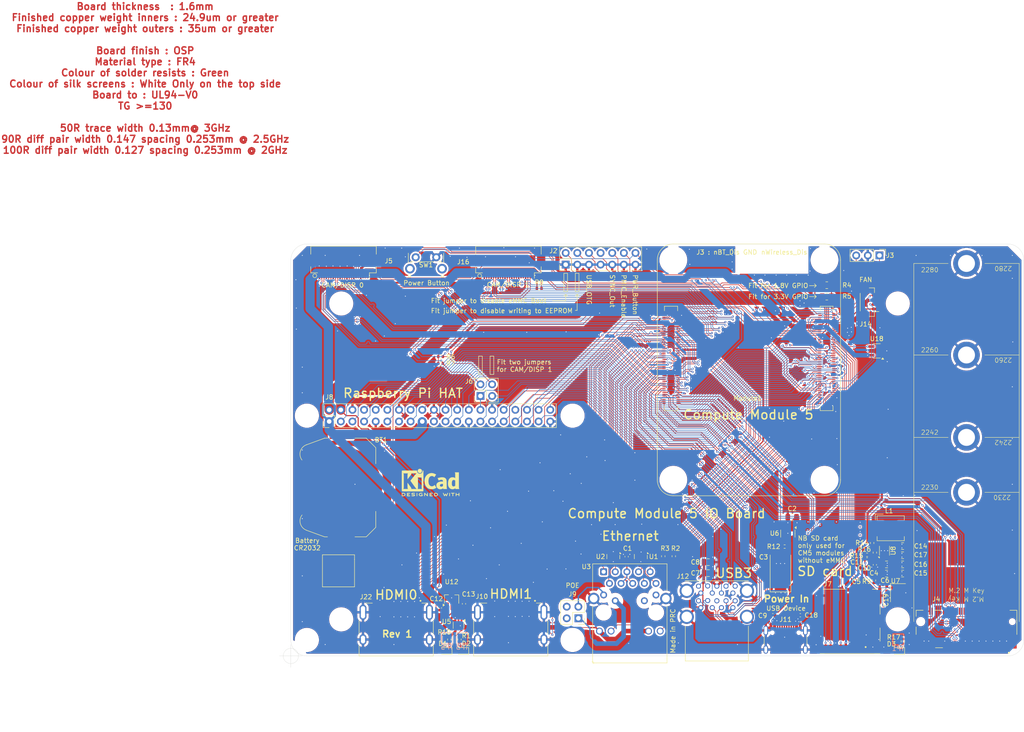
<source format=kicad_pcb>
(kicad_pcb (version 20240108) (generator "pcbnew") (generator_version "8.0")
  (layers (0 "F.Cu" signal) (1 "In1.Cu" power) (2 "In2.Cu" power) (31 "B.Cu" signal) (34 "B.Paste" user) (35 "F.Paste" user) (36 "B.SilkS" user "B.Silkscreen") (37 "F.SilkS" user "F.Silkscreen") (38 "B.Mask" user) (39 "F.Mask" user) (44 "Edge.Cuts" user))
  (net 0 "")
  (net 1 "GND")
  (net 2 "Net-(C1-Pad1)")
  (net 3 "/CM5_GPIO ( Ethernet, GPIO, SDCARD)/VBAT")
  (net 4 "/CM5_HighSpeed/VBUS")
  (net 5 "/CM5_GPIO ( Ethernet, GPIO, SDCARD)/SD_PWR")
  (net 6 "/PCIe-M2/M2_3v3")
  (net 7 "/PCIe-M2/FB")
  (net 8 "/CM5_HighSpeed/HDMI_5v")
  (net 9 "Net-(D1-K)")
  (net 10 "Net-(D2-K)")
  (net 11 "Net-(D3-K)")
  (net 12 "/CM5_GPIO ( Ethernet, GPIO, SDCARD)/nRPIBOOT")
  (net 13 "/CM5_GPIO ( Ethernet, GPIO, SDCARD)/EEPROM_nWP")
  (net 14 "/CM5_GPIO ( Ethernet, GPIO, SDCARD)/SYNC_OUT")
  (net 15 "Net-(R10-Pad2)")
  (net 17 "/CM5_GPIO ( Ethernet, GPIO, SDCARD)/USBOTG")
  (net 18 "/+3.3v")
  (net 19 "/CM5_GPIO ( Ethernet, GPIO, SDCARD)/PMIC_ENABLE")
  (net 20 "/CM5_GPIO ( Ethernet, GPIO, SDCARD)/PWR_BUT")
  (net 21 "/CM5_GPIO ( Ethernet, GPIO, SDCARD)/WL_nDis")
  (net 22 "/CM5_GPIO ( Ethernet, GPIO, SDCARD)/BT_nDis")
  (net 27 "Net-(J4-DAS{slash}~{DSS}{slash}~{LED1})")
  (net 34 "/+5v")
  (net 50 "/CM5_HighSpeed/PCIE_RX_N")
  (net 52 "/CM5_HighSpeed/PCIE_RX_P")
  (net 55 "/CM5_HighSpeed/PCIE_TX_N")
  (net 57 "/CM5_HighSpeed/PCIE_TX_P")
  (net 58 "/CM5_HighSpeed/PCIE_nCLKREQ")
  (net 59 "/CM5_HighSpeed/PCIE_CLK_N")
  (net 60 "/CM5_HighSpeed/PCIE_CLK_P")
  (net 64 "Net-(J4-SUSCLK)")
  (net 66 "/CM5_HighSpeed/DPHY0_D0_N")
  (net 67 "/CM5_HighSpeed/DPHY0_D0_P")
  (net 68 "/CM5_HighSpeed/DPHY0_D1_N")
  (net 69 "/CM5_HighSpeed/DPHY0_D1_P")
  (net 70 "/CM5_HighSpeed/DPHY0_C_N")
  (net 71 "/CM5_HighSpeed/DPHY0_C_P")
  (net 72 "/CM5_HighSpeed/DPHY0_D2_N")
  (net 73 "/CM5_HighSpeed/DPHY0_D2_P")
  (net 74 "/CM5_HighSpeed/DPHY0_D3_N")
  (net 75 "/CM5_HighSpeed/DPHY0_D3_P")
  (net 76 "/CM5_GPIO ( Ethernet, GPIO, SDCARD)/CAM_GPIO0")
  (net 77 "/CM5_GPIO ( Ethernet, GPIO, SDCARD)/CAM_GPIO1")
  (net 78 "/CM5_HighSpeed/SCL0")
  (net 79 "/CM5_HighSpeed/SDA0")
  (net 80 "/CM5_GPIO ( Ethernet, GPIO, SDCARD)/ID_SC")
  (net 81 "/CM5_HighSpeed/SCL1")
  (net 82 "/CM5_GPIO ( Ethernet, GPIO, SDCARD)/ID_SD")
  (net 83 "/CM5_HighSpeed/SDA1")
  (net 86 "/CM5_GPIO ( Ethernet, GPIO, SDCARD)/SD_DAT1")
  (net 87 "/CM5_GPIO ( Ethernet, GPIO, SDCARD)/SD_DAT0")
  (net 88 "/CM5_GPIO ( Ethernet, GPIO, SDCARD)/SD_CLK")
  (net 89 "/CM5_GPIO ( Ethernet, GPIO, SDCARD)/SD_CMD")
  (net 90 "/CM5_GPIO ( Ethernet, GPIO, SDCARD)/SD_DAT3")
  (net 91 "/CM5_GPIO ( Ethernet, GPIO, SDCARD)/SD_DAT2")
  (net 92 "/CM5_GPIO ( Ethernet, GPIO, SDCARD)/GPIO2")
  (net 93 "/CM5_GPIO ( Ethernet, GPIO, SDCARD)/GPIO3")
  (net 94 "/CM5_GPIO ( Ethernet, GPIO, SDCARD)/GPIO4")
  (net 95 "/CM5_GPIO ( Ethernet, GPIO, SDCARD)/GPIO14")
  (net 96 "/CM5_GPIO ( Ethernet, GPIO, SDCARD)/GPIO15")
  (net 97 "/CM5_GPIO ( Ethernet, GPIO, SDCARD)/GPIO17")
  (net 98 "/CM5_GPIO ( Ethernet, GPIO, SDCARD)/GPIO18")
  (net 99 "/CM5_GPIO ( Ethernet, GPIO, SDCARD)/GPIO27")
  (net 100 "/CM5_GPIO ( Ethernet, GPIO, SDCARD)/GPIO22")
  (net 101 "/CM5_GPIO ( Ethernet, GPIO, SDCARD)/GPIO23")
  (net 102 "/CM5_GPIO ( Ethernet, GPIO, SDCARD)/GPIO24")
  (net 103 "/CM5_GPIO ( Ethernet, GPIO, SDCARD)/GPIO10")
  (net 104 "/CM5_GPIO ( Ethernet, GPIO, SDCARD)/GPIO9")
  (net 105 "/CM5_GPIO ( Ethernet, GPIO, SDCARD)/GPIO25")
  (net 106 "/CM5_GPIO ( Ethernet, GPIO, SDCARD)/GPIO11")
  (net 107 "/CM5_GPIO ( Ethernet, GPIO, SDCARD)/GPIO8")
  (net 108 "/CM5_GPIO ( Ethernet, GPIO, SDCARD)/GPIO7")
  (net 109 "/CM5_GPIO ( Ethernet, GPIO, SDCARD)/GPIO5")
  (net 110 "/CM5_GPIO ( Ethernet, GPIO, SDCARD)/GPIO6")
  (net 111 "/CM5_GPIO ( Ethernet, GPIO, SDCARD)/GPIO12")
  (net 112 "/CM5_GPIO ( Ethernet, GPIO, SDCARD)/GPIO13")
  (net 113 "/CM5_GPIO ( Ethernet, GPIO, SDCARD)/GPIO19")
  (net 114 "/CM5_GPIO ( Ethernet, GPIO, SDCARD)/GPIO16")
  (net 115 "/CM5_GPIO ( Ethernet, GPIO, SDCARD)/GPIO26")
  (net 116 "/CM5_GPIO ( Ethernet, GPIO, SDCARD)/GPIO20")
  (net 117 "/CM5_GPIO ( Ethernet, GPIO, SDCARD)/GPIO21")
  (net 118 "/CM5_GPIO ( Ethernet, GPIO, SDCARD)/TR1_TAP")
  (net 119 "/CM5_GPIO ( Ethernet, GPIO, SDCARD)/TR2_TAP")
  (net 120 "/CM5_GPIO ( Ethernet, GPIO, SDCARD)/TR0_TAP")
  (net 121 "/CM5_GPIO ( Ethernet, GPIO, SDCARD)/TR3_TAP")
  (net 122 "/CM5_HighSpeed/HDMI1_HOTPLUG")
  (net 123 "/CM5_HighSpeed/HDMI1_SDA")
  (net 124 "/CM5_HighSpeed/HDMI1_SCL")
  (net 126 "/CM5_HighSpeed/HDMI1_CEC")
  (net 127 "/CM5_HighSpeed/HDMI1_CK_N")
  (net 128 "/CM5_HighSpeed/HDMI1_CK_P")
  (net 129 "/CM5_HighSpeed/HDMI1_D0_N")
  (net 130 "/CM5_HighSpeed/HDMI1_D0_P")
  (net 131 "/CM5_HighSpeed/HDMI1_D1_N")
  (net 132 "/CM5_HighSpeed/HDMI1_D1_P")
  (net 133 "/CM5_HighSpeed/HDMI1_D2_N")
  (net 134 "/CM5_HighSpeed/HDMI1_D2_P")
  (net 135 "/CC1")
  (net 136 "/USB2_P")
  (net 137 "/USB2_N")
  (net 139 "/CC2")
  (net 141 "/CM5_HighSpeed/USB3-0-D_N")
  (net 142 "/CM5_HighSpeed/USB3-0-D_P")
  (net 143 "/CM5_HighSpeed/USB3-0-RX_N")
  (net 144 "/CM5_HighSpeed/USB3-0-RX_P")
  (net 145 "/CM5_HighSpeed/USB3-0-TX_N")
  (net 146 "/CM5_HighSpeed/USB3-0-TX_P")
  (net 147 "/CM5_HighSpeed/USB3-1-D_N")
  (net 148 "/CM5_HighSpeed/USB3-1-D_P")
  (net 149 "/CM5_HighSpeed/USB3-1-RX_N")
  (net 150 "/CM5_HighSpeed/USB3-1-RX_P")
  (net 151 "/CM5_HighSpeed/USB3-1-TX_N")
  (net 152 "/CM5_HighSpeed/USB3-1-TX_P")
  (net 153 "/CM5_GPIO ( Ethernet, GPIO, SDCARD)/TACHO")
  (net 154 "/CM5_GPIO ( Ethernet, GPIO, SDCARD)/PWM")
  (net 155 "/CM5_HighSpeed/DPHY1_D0_N")
  (net 156 "/CM5_HighSpeed/DPHY1_D0_P")
  (net 157 "/CM5_HighSpeed/DPHY1_D1_N")
  (net 158 "/CM5_HighSpeed/DPHY1_D1_P")
  (net 159 "/CM5_HighSpeed/DPHY1_C_N")
  (net 160 "/CM5_HighSpeed/DPHY1_C_P")
  (net 161 "/CM5_HighSpeed/DPHY1_D2_N")
  (net 162 "/CM5_HighSpeed/DPHY1_D2_P")
  (net 163 "/CM5_HighSpeed/DPHY1_D3_N")
  (net 164 "/CM5_HighSpeed/DPHY1_D3_P")
  (net 165 "Net-(J16-Pin_17)")
  (net 167 "/CM5_HighSpeed/HDMI0_HOTPLUG")
  (net 168 "/CM5_HighSpeed/HDMI0_SDA")
  (net 169 "/CM5_HighSpeed/HDMI0_SCL")
  (net 171 "/CM5_HighSpeed/HDMI0_CEC")
  (net 172 "/CM5_HighSpeed/HDMI0_CK_N")
  (net 173 "/CM5_HighSpeed/HDMI0_CK_P")
  (net 174 "/CM5_HighSpeed/HDMI0_D0_N")
  (net 175 "/CM5_HighSpeed/HDMI0_D0_P")
  (net 176 "/CM5_HighSpeed/HDMI0_D1_N")
  (net 177 "/CM5_HighSpeed/HDMI0_D1_P")
  (net 178 "/CM5_HighSpeed/HDMI0_D2_N")
  (net 179 "/CM5_HighSpeed/HDMI0_D2_P")
  (net 180 "Net-(U8-LX)")
  (net 181 "/CM5_GPIO ( Ethernet, GPIO, SDCARD)/TRD3_P")
  (net 182 "/CM5_GPIO ( Ethernet, GPIO, SDCARD)/TRD1_P")
  (net 183 "/CM5_GPIO ( Ethernet, GPIO, SDCARD)/TRD3_N")
  (net 184 "/CM5_GPIO ( Ethernet, GPIO, SDCARD)/TRD1_N")
  (net 185 "/CM5_GPIO ( Ethernet, GPIO, SDCARD)/TRD2_N")
  (net 186 "/CM5_GPIO ( Ethernet, GPIO, SDCARD)/TRD0_N")
  (net 187 "/CM5_GPIO ( Ethernet, GPIO, SDCARD)/TRD2_P")
  (net 188 "/CM5_GPIO ( Ethernet, GPIO, SDCARD)/TRD0_P")
  (net 189 "/CM5_GPIO ( Ethernet, GPIO, SDCARD)/ETH_LEDY")
  (net 190 "/CM5_GPIO ( Ethernet, GPIO, SDCARD)/ETH_LEDG")
  (net 191 "Net-(Module1A-LED_nACT)")
  (net 197 "/CM5_GPIO ( Ethernet, GPIO, SDCARD)/SD_PWR_ON")
  (net 198 "/CM5_GPIO ( Ethernet, GPIO, SDCARD)/GPIO_VREF")
  (net 199 "/CM5_GPIO ( Ethernet, GPIO, SDCARD)/+1.8v")
  (net 200 "/CM5_GPIO ( Ethernet, GPIO, SDCARD)/nPWR_LED")
  (net 201 "/CM5_HighSpeed/PCIE_PWR_EN")
  (net 202 "/CM5_HighSpeed/PCIE_nWAKE")
  (net 203 "/CM5_HighSpeed/PCIE_nRST")
  (net 204 "/CM5_HighSpeed/VBUS_EN")
  (net 205 "Net-(U3-LEDY_K)")
  (net 206 "Net-(U3-LEDG_K)")
  (net 207 "Net-(U6-ILIM)")
  (footprint "CM5IO:BatteryHolder_Keystone_3034_1x20mm" (layer "F.Cu") (at 90 123.2 -90)
    (property "Reference" "BT1")
    (property "Value" "Battery_Cell")
  )
  (footprint "Capacitor_SMD:C_0402_1005Metric" (layer "F.Cu") (at 152.3 138.3 90)
    (property "Reference" "C1")
    (property "Value" "100n")
  )
  (footprint "Capacitor_SMD:C_0805_2012Metric" (layer "F.Cu") (at 199.45 143.75 180)
    (property "Reference" "C5")
    (property "Value" "10u")
  )
  (footprint "Capacitor_SMD:C_0402_1005Metric" (layer "F.Cu") (at 111.55 149.5 90)
    (property "Reference" "C12")
    (property "Value" "100n")
  )
  (footprint "Capacitor_SMD:C_0402_1005Metric" (layer "F.Cu") (at 116.8 148.6 90)
    (property "Reference" "C13")
    (property "Value" "100n")
  )
  (footprint "CM5IO:Hirose_FH12-22S-0.5SH_1x22-1MP_P0.50mm_Horizontal" (layer "F.Cu") (at 90.5 75 180)
    (property "Reference" "J5")
    (property "Value" "Conn_01x22_Female")
  )
  (footprint "CM5IO:Hirose_FH12-22S-0.5SH_1x22-1MP_P0.50mm_Horizontal" (layer "F.Cu") (at 126.5 75 180)
    (property "Reference" "J16")
    (property "Value" "Conn_01x22_Female")
  )
  (footprint "Resistor_SMD:R_0402_1005Metric" (layer "F.Cu") (at 113.6 156.4 90)
    (property "Reference" "R10")
    (property "Value" "1k")
  )
  (footprint "Package_SON:USON-10_2.5x1.0mm_P0.5mm" (layer "F.Cu") (at 155.4 138.285 -90)
    (property "Reference" "U1")
    (property "Value" "TPD4EUSB30")
  )
  (footprint "Package_TO_SOT_SMD:TSOT-23_HandSoldering" (layer "F.Cu") (at 114.1 147.6 90)
    (property "Reference" "U12")
    (property "Value" "RT9742SNGV")
  )
  (footprint "Connector_PinHeader_2.54mm:PinHeader_2x20_P2.54mm_Vertical" (layer "F.Cu") (at 87.37 108.77 90)
    (property "Reference" "J8")
    (property "Value" "THD-20-R")
  )
  (footprint "LED_SMD:LED_0603_1608Metric" (layer "F.Cu") (at 116.35 158.9 180)
    (property "Reference" "D2")
    (property "Value" "LED Green")
  )
  (footprint "Resistor_SMD:R_0402_1005Metric" (layer "F.Cu") (at 160.3 138.215 90)
    (property "Reference" "R3")
    (property "Value" "470R")
  )
  (footprint "Resistor_SMD:R_0402_1005Metric" (layer "F.Cu") (at 162.6 138.215 90)
    (property "Reference" "R2")
    (property "Value" "470R")
  )
  (footprint "Connector_PinHeader_2.54mm:PinHeader_2x02_P2.54mm_Vertical" (layer "F.Cu") (at 141.77 151.77 180)
    (property "Reference" "J9")
    (property "Value" "THD-02-R")
  )
  (footprint "Connector_USB:USB_C_Receptacle_GCT_USB4105-xx-A_16P_TopMnt_Horizontal" (layer "F.Cu") (at 187 157.525)
    (property "Reference" "J11")
    (property "Value" "USB_C_Receptacle_USB2.0")
  )
  (footprint "LED_SMD:LED_0603_1608Metric" (layer "F.Cu") (at 112.7 158.9 180)
    (property "Reference" "D1")
    (property "Value" "LED Red")
  )
  (footprint "Resistor_SMD:R_0402_1005Metric" (layer "F.Cu") (at 115.8 156.4 90)
    (property "Reference" "R1")
    (property "Value" "1k")
  )
  (footprint "Package_TO_SOT_SMD:SOT-353_SC-70-5" (layer "F.Cu") (at 115.6 153.3 -90)
    (property "Reference" "U5")
    (property "Value" "74LVC1G07SE-7")
  )
  (footprint "Package_TO_SOT_SMD:SOT-23-5" (layer "F.Cu") (at 206.9 93.35 180)
    (property "Reference" "U18")
    (property "Value" "RT9742GGJ5")
  )
  (footprint "CM5IO:TRJG0926HENL" (layer "F.Cu") (at 153 150.5)
    (property "Reference" "U3")
    (property "Value" "MagJack-A70-112-331N126")
  )
  (footprint "CM5IO:EDAC 690-019-298-412" (layer "F.Cu") (at 127 150.45)
    (property "Reference" "J10")
    (property "Value" "690-019-298-412" (hide yes))
  )
  (footprint "CM5IO:EDAC 690-019-298-412" (layer "F.Cu") (at 102 150.45)
    (property "Reference" "J22")
    (property "Value" "690-019-298-412" (hide yes))
  )
  (footprint "CM5IO:MountingHole_2.7mm_M2.5_DIN965" (layer "F.Cu") (at 90 152)
    (property "Reference" "H1" (hide yes))
    (property "Value" "MountingHole")
  )
  (footprint "CM5IO:MountingHole_2.7mm_M2.5_DIN965" (layer "F.Cu") (at 82.5 156.5)
    (property "Reference" "H2" (hide yes))
    (property "Value" "MountingHole")
  )
  (footprint "CM5IO:MountingHole_2.7mm_M2.5_DIN965" (layer "F.Cu") (at 82.5 107.5)
    (property "Reference" "H3" (hide yes))
    (property "Value" "MountingHole")
  )
  (footprint "CM5IO:MountingHole_2.7mm_M2.5_DIN965" (layer "F.Cu") (at 140.5 156.5)
    (property "Reference" "H4" (hide yes))
    (property "Value" "MountingHole")
  )
  (footprint "CM5IO:MountingHole_2.7mm_M2.5_DIN965" (layer "F.Cu") (at 140.5 107.5)
    (property "Reference" "H5" (hide yes))
    (property "Value" "MountingHole")
  )
  (footprint "CM5IO:MountingHole_2.7mm_M2.5_DIN965" (layer "F.Cu") (at 211.5 83)
    (property "Reference" "H6" (hide yes))
    (property "Value" "MountingHole")
  )
  (footprint "CM5IO:MountingHole_2.7mm_M2.5_DIN965" (layer "F.Cu") (at 90 83)
    (property "Reference" "H7" (hide yes))
    (property "Value" "MountingHole")
  )
  (footprint "CM5IO:MountingHole_2.7mm_M2.5_DIN965" (layer "F.Cu") (at 211.5 152)
    (property "Reference" "H8" (hide yes))
    (property "Value" "MountingHole")
  )
  (footprint "Connector_PinHeader_2.54mm:PinHeader_2x02_P2.54mm_Vertical" (layer "F.Cu") (at 120.4 103.2 90)
    (property "Reference" "J6")
    (property "Value" "THD-02-R")
  )
  (footprint "Resistor_SMD:R_0402_1005Metric" (layer "F.Cu") (at 111.685 94.6)
    (property "Reference" "R6")
    (property "Value" "2.2K 1%")
  )
  (footprint "Resistor_SMD:R_0402_1005Metric" (layer "F.Cu") (at 111.685 96.1)
    (property "Reference" "R7")
    (property "Value" "2.2K 1%")
  )
  (footprint "Package_SON:USON-10_2.5x1.0mm_P0.5mm" (layer "F.Cu") (at 149.4 138.285 -90)
    (property "Reference" "U2")
    (property "Value" "TPD4EUSB30")
  )
  (footprint "Connector_PinHeader_2.54mm:PinHeader_2x07_P2.54mm_Vertical" (layer "F.Cu") (at 139 74.5 90)
    (property "Reference" "J2")
    (property "Value" "Conn_02x07_Odd_Even")
  )
  (footprint "Resistor_SMD:R_0805_2012Metric_Pad1.20x1.40mm_HandSolder" (layer "F.Cu") (at 196 79)
    (property "Reference" "R4")
    (property "Value" "nf")
  )
  (footprint "Resistor_SMD:R_0805_2012Metric_Pad1.20x1.40mm_HandSolder" (layer "F.Cu") (at 196 81.5)
    (property "Reference" "R5")
    (property "Value" "0R")
  )
  (footprint "LED_SMD:LED_0603_1608Metric" (layer "F.Cu") (at 211.5 158.9 180)
    (property "Reference" "D3")
    (property "Value" "LED Green")
  )
  (footprint "Package_DFN_QFN:DFN-8-1EP_2x2mm_P0.5mm_EP1.05x1.75mm" (layer "F.Cu") (at 208.6 137 90)
    (property "Reference" "U8")
    (property "Value" "AP3441SHE-7B")
  )
  (footprint "Connector_PinHeader_2.54mm:PinHeader_1x03_P2.54mm_Vertical" (layer "F.Cu") (at 207.5 72.5 -90)
    (property "Reference" "J3")
    (property "Value" "Conn_01x03")
  )
  (footprint "CM5IO:SDCARD_MOLEX_503398-1892" (layer "F.Cu") (at 201.08 152.45 180)
    (property "Reference" "J7")
    (property "Value" "Micro_SD_Card_Det")
  )
  (footprint "CM5IO:M.2 M Key socket" (layer "F.Cu") (at 226.5 152.5 180)
    (property "Reference" "J4")
    (property "Value" "Bus_M.2_Socket_M")
  )
  (footprint "Resistor_SMD:R_0402_1005Metric" (layer "F.Cu") (at 133.215 79.7)
    (property "Reference" "R8")
    (property "Value" "2.2K 1%")
  )
  (footprint "Resistor_SMD:R_0402_1005Metric" (layer "F.Cu") (at 206.3 143.5 -90)
    (property "Reference" "R9")
    (property "Value" "2.2K 1%")
  )
  (footprint "Capacitor_SMD:C_0805_2012Metric" (layer "F.Cu") (at 209.05 142)
    (property "Reference" "C6")
    (property "Value" "10u")
  )
  (footprint "Capacitor_SMD:C_0805_2012Metric" (layer "F.Cu") (at 212.55 140 180)
    (property "Reference" "C16")
    (property "Value" "10u")
  )
  (footprint "Capacitor_SMD:C_0402_1005Metric" (layer "F.Cu") (at 206.5 140.085 -90)
    (property "Reference" "C10")
    (property "Value" "100n")
  )
  (footprint "Capacitor_SMD:C_0402_1005Metric" (layer "F.Cu") (at 204.8 138.9)
    (property "Reference" "C11")
    (property "Value" "4.7nF")
  )
  (footprint "Capacitor_SMD:C_0805_2012Metric" (layer "F.Cu") (at 170.1375 139.5)
    (property "Reference" "C8")
    (property "Value" "10u")
  )
  (footprint "CM5IO:MTCONN_UBAF30-D2011" (layer "F.Cu") (at 172 151.45)
    (property "Reference" "J12")
    (property "Value" "USB3_A")
  )
  (footprint "Connector_JST:JST_SH_BM04B-SRSS-TB_1x04-1MP_P1.00mm_Vertical" (layer "F.Cu") (at 205.3 82.7 90)
    (property "Reference" "J14")
    (property "Value" "JST_SHBM04B-SRSS-TB")
  )
  (footprint "Capacitor_SMD:C_0805_2012Metric" (layer "F.Cu") (at 188.4375 129.7 180)
    (property "Reference" "C2")
    (property "Value" "10u")
  )
  (footprint "Capacitor_Tantalum_SMD:CP_EIA-7343-31_Kemet-D" (layer "F.Cu") (at 185.9 141.5875 90)
    (property "Reference" "C3")
    (property "Value" "100uF")
  )
  (footprint "Capacitor_SMD:C_0805_2012Metric" (layer "F.Cu") (at 212.5375 138 180)
    (property "Reference" "C17")
    (property "Value" "10u")
  )
  (footprint "Crystal:Crystal_SMD_3225-4Pin_3.2x2.5mm" (layer "F.Cu") (at 211.55 146.2 -90)
    (property "Reference" "U7")
    (property "Value" "ASEK-32.768KHZ-L-R-T")
  )
  (footprint "Resistor_SMD:R_0402_1005Metric" (layer "F.Cu") (at 212.6 156.8 90)
    (property "Reference" "R17")
    (property "Value" "1k")
  )
  (footprint "Package_TO_SOT_SMD:SOT-23-6" (layer "F.Cu") (at 187.5 133.2625 -90)
    (property "Reference" "U6")
    (property "Value" "AP22653W6")
  )
  (footprint "CM5IO:L_Bourns_SRP5030CC" (layer "F.Cu") (at 209.95 132.1)
    (property "Reference" "L1")
    (property "Value" "2.2uH")
  )
  (footprint "Capacitor_SMD:C_0402_1005Metric" (layer "F.Cu") (at 190.22 151.1)
    (property "Reference" "C18")
    (property "Value" "100n")
  )
  (footprint "Button_Switch_THT:SW_Tactile_SPST_Angled_PTS645Vx58-2LFS" (layer "F.Cu") (at 106.25 72.9)
    (property "Reference" "SW1")
    (property "Value" "Right angle Tact button")
  )
  (footprint "Symbol:KiCad-Logo2_5mm_SilkScreen" (layer "F.Cu") (at 109.5 122.1)
    (property "Reference" "logo1" (hide yes))
    (property "Value" "KiCad-Logo2_5mm_SilkScreen" (hide yes))
  )
  (footprint "Resistor_SMD:R_0402_1005Metric" (layer "F.Cu") (at 206.5 137.415 90)
    (property "Reference" "R16")
    (property "Value" "2.2K 1%")
  )
  (footprint "Capacitor_SMD:C_0805_2012Metric" (layer "F.Cu") (at 170.15 141.9)
    (property "Reference" "C7")
    (property "Value" "10u")
  )
  (footprint "Resistor_SMD:R_0402_1005Metric" (layer "F.Cu") (at 204.8 137.9)
    (property "Reference" "R15")
    (property "Value" "10K 1%")
  )
  (footprint "Resistor_SMD:R_0402_1005Metric" (layer "F.Cu") (at 186.8 136.1 180)
    (property "Reference" "R12")
    (property "Value" "15K 1%")
  )
  (footprint "Capacitor_SMD:C_0805_2012Metric" (layer "F.Cu") (at 212.55 142 180)
    (property "Reference" "C15")
    (property "Value" "10u")
  )
  (footprint "Capacitor_SMD:C_0805_2012Metric" (layer "F.Cu") (at 212.55 136 180)
    (property "Reference" "C14")
    (property "Value" "10u")
  )
  (footprint "Capacitor_SMD:C_0402_1005Metric" (layer "F.Cu") (at 184.22 151.1 180)
    (property "Reference" "C9")
    (property "Value" "100n")
  )
  (footprint "Resistor_SMD:R_0402_1005Metric" (layer "F.Cu") (at 205.9 135.315 -90)
    (property "Reference" "R14")
    (property "Value" "100K 1%")
  )
  (footprint "CM5IO:Raspberry-Pi-5-Compute-Module" (layer "F.Cu") (at 195.5 73.5 180)
    (property "Reference" "Module1")
    (property "Value" "ComputeModule5-CM5")
  )
  (footprint "Capacitor_SMD:C_0805_2012Metric" (layer "F.Cu") (at 209.05 140)
    (property "Reference" "C4")
    (property "Value" "10u")
  )
  (footprint "Capacitor_SMD:C_0402_1005Metric" (layer "F.Cu") (at 209.1 145.32 -90)
    (property "Reference" "C19")
    (property "Value" "100n")
  )
  (footprint "TestPoint:TestPoint_Pad_2.0x2.0mm" (layer "B.Cu") (at 211.6 156.4)
    (property "Reference" "TP1")
    (property "Value" "TestPoint")
  )
  (footprint "TestPoint:TestPoint_Pad_2.0x2.0mm" (layer "B.Cu") (at 116.411606 156.1)
    (property "Reference" "TP3")
    (property "Value" "TestPoint")
  )
  (footprint "TestPoint:TestPoint_Pad_2.0x2.0mm" (layer "B.Cu") (at 113.1 156.1)
    (property "Reference" "TP5")
    (property "Value" "TestPoint")
  )
  (gr_line (start 136.1 82.4) (end 138.5 82.4) (stroke (width 0.12)) (layer "F.SilkS"))
  (gr_line (start 141.5 81) (end 141.1 81.4) (stroke (width 0.12)) (layer "F.SilkS"))
  (gr_line (start 92.9 144.9) (end 85.9 144.9) (stroke (width 0.12)) (layer "F.SilkS"))
  (gr_line (start 192.2 81.5) (end 193.7 81.5) (stroke (width 0.12)) (layer "F.SilkS"))
  (gr_rect (start 85.9 137.9) (end 85.9 144.9) (stroke (width 0.12)) (fill none) (layer "F.SilkS"))
  (gr_line (start 192.2 79.1) (end 193.7 79.1) (stroke (width 0.12)) (layer "F.SilkS"))
  (gr_line (start 92.9 144.9) (end 92.9 138.9) (stroke (width 0.12)) (layer "F.SilkS"))
  (gr_line (start 92.9 137.9) (end 92.9 138.9) (stroke (width 0.12)) (layer "F.SilkS"))
  (gr_line (start 139 81) (end 139.4 81.4) (stroke (width 0.12)) (layer "F.SilkS"))
  (gr_line (start 193.7 81.5) (end 193.3 81.9) (stroke (width 0.12)) (layer "F.SilkS"))
  (gr_line (start 193.7 81.5) (end 193.3 81.1) (stroke (width 0.12)) (layer "F.SilkS"))
  (gr_line (start 193.3 81.1) (end 193.7 81.5) (stroke (width 0.12)) (layer "F.SilkS"))
  (gr_rect (start 122.5 94.5) (end 123.3 98.5) (stroke (width 0.12)) (fill none) (layer "F.SilkS"))
  (gr_line (start 139 82.4) (end 139 81) (stroke (width 0.12)) (layer "F.SilkS"))
  (gr_line (start 141.1 84.5) (end 141.5 84.5) (stroke (width 0.12)) (layer "F.SilkS"))
  (gr_line (start 193.7 79.1) (end 193.3 78.7) (stroke (width 0.12)) (layer "F.SilkS"))
  (gr_line (start 138.5 82.4) (end 139 82.4) (stroke (width 0.12)) (layer "F.SilkS"))
  (gr_line (start 193.7 79.1) (end 193.3 79.5) (stroke (width 0.12)) (layer "F.SilkS"))
  (gr_line (start 139 81) (end 138.6 81.4) (stroke (width 0.12)) (layer "F.SilkS"))
  (gr_line (start 85.9 137.9) (end 92.9 137.9) (stroke (width 0.12)) (layer "F.SilkS"))
  (gr_line (start 141.5 81) (end 141.9 81.4) (stroke (width 0.12)) (layer "F.SilkS"))
  (gr_rect (start 120 94.5) (end 120.8 98.5) (stroke (width 0.12)) (fill none) (layer "F.SilkS"))
  (gr_rect (start 138.6 76.4) (end 139.4 80.4) (stroke (width 0.12)) (fill none) (layer "F.SilkS"))
  (gr_line (start 141.5 84.5) (end 141.5 81) (stroke (width 0.12)) (layer "F.SilkS"))
  (gr_rect (start 141.1 76.4) (end 141.9 80.4) (stroke (width 0.12)) (fill none) (layer "F.SilkS"))
  (gr_line (start 239 156.5) (end 239 73.5) (stroke (width 0.05)) (layer "Edge.Cuts"))
  (gr_line (start 235.5 70) (end 82.5 70) (stroke (width 0.05)) (layer "Edge.Cuts"))
  (gr_line (start 79 156.5) (end 79 73.5) (stroke (width 0.05)) (layer "Edge.Cuts"))
  (gr_arc (start 79 73.5) (mid 80.025126 71.025126) (end 82.5 70) (stroke (width 0.05)) (layer "Edge.Cuts"))
  (gr_line (start 82.5 160) (end 235.5 160) (stroke (width 0.05)) (layer "Edge.Cuts"))
  (gr_arc (start 82.5 160) (mid 80.025126 158.974874) (end 79 156.5) (stroke (width 0.05)) (layer "Edge.Cuts"))
  (gr_arc (start 235.5 70) (mid 237.974874 71.025126) (end 239 73.5) (stroke (width 0.05)) (layer "Edge.Cuts"))
  (gr_arc (start 239 156.5) (mid 237.974874 158.974874) (end 235.5 160) (stroke (width 0.05)) (layer "Edge.Cuts"))
  (gr_text "Board thickness  : 1.6mm\nFinished copper weight inners : 24.9um or greater\nFinished copper weight outers : 35um or greater\n\nBoard finish : OSP\nMaterial type : FR4\nColour of solder resists : Green\nColour of silk screens : White Only on the top side\nBoard to : UL94-V0\nTG >=130\n\n50R trace width 0.13mm@ 3GHz\n90R diff pair width 0.147 spacing 0.253mm @ 2.5GHz\n100R diff pair width 0.127 spacing 0.253mm @ 2GHz" (at 47.2 33.8 0) (layer "F.Cu") (effects (font (size 1.5 1.5) (thickness 0.3))))
  (gr_text "Rev 1" (at 102.2 155.2 0) (layer "F.SilkS") (effects (font (size 1.5 1.5) (thickness 0.3))))
  (gr_text "Fit for 3.3V GPIO " (at 185.8 81.5 0) (layer "F.SilkS") (effects (font (size 1 1))))
  (gr_text "Fit jumper to disable writing to EEPROM" (at 109.5 84.6 0) (layer "F.SilkS") (effects (font (size 1 1)) (justify left)))
  (gr_text "Power In" (at 182.1 148.4 0) (layer "F.SilkS") (effects (font (size 1.5 1.5) (thickness 0.3) (bold yes)) (justify left bottom)))
  (gr_text "Made in PRC" (at 163 159.5 90) (layer "F.SilkS") (effects (font (size 1 1)) (justify left bottom)))
  (gr_text "nWireless_Dis" (at 186.7 71.8 0) (layer "F.SilkS") (effects (font (size 1 1))))
  (gr_text "CAM/DISP 0" (at 90.3 79 0) (layer "F.SilkS") (effects (font (size 1 1))))
  (gr_text "J16" (at 115.2 74.5 0) (layer "F.SilkS") (effects (font (size 1 1)) (justify left bottom)))
  (gr_text "FAN" (at 204.5 77.8 0) (layer "F.SilkS") (effects (font (size 1 1))))
  (gr_text "USB Device" (at 187.1 149.6 0) (layer "F.SilkS") (effects (font (size 1 1))))
  (gr_text "M.2 M Key" (at 222.5 146.3 0) (layer "F.SilkS") (effects (font (size 1 1) (thickness 0.1)) (justify left bottom)))
  (gr_text "Raspberry Pi HAT" (at 103.5 102.6 0) (layer "F.SilkS") (effects (font (size 2 2) (thickness 0.3))))
  (gr_text "Fit for 1.8V GPIO" (at 185.4 79.1 0) (layer "F.SilkS") (effects (font (size 1 1))))
  (gr_text "USB3" (at 175.7 141.9 0) (layer "F.SilkS") (effects (font (size 2 2) (thickness 0.3))))
  (gr_text "PWR_Button" (at 153.6 76.6 270) (layer "F.SilkS") (effects (font (size 1 1)) (justify left bottom)))
  (gr_text "Fit two jumpers \nfor CAM/DISP 1" (at 123.9 96.6 0) (layer "F.SilkS") (effects (font (size 1 1)) (justify left)))
  (gr_text "J3 : nBT_Dis GND " (at 174.55 71.8 0) (layer "F.SilkS") (effects (font (size 1 1))))
  (gr_text "SYNC_Out" (at 148.6 76.6 270) (layer "F.SilkS") (effects (font (size 1 1)) (justify left bottom)))
  (gr_text "Battery\nCR2032\n" (at 82.6 135.6 0) (layer "F.SilkS") (effects (font (size 1 1))))
  (gr_text "Ethernet" (at 153.1 133.8 0) (layer "F.SilkS") (effects (font (size 2 2) (thickness 0.3))))
  (gr_text "NB SD card\nonly used for \nCM5 modules \nwithout eMMC" (at 189.6 136.7 0) (layer "F.SilkS") (effects (font (size 1 1)) (justify left)))
  (gr_text "SD card" (at 195.6 141.5 0) (layer "F.SilkS") (effects (font (size 2 2) (thickness 0.3))))
  (gr_text "CAM/DISP 1\n" (at 126.4 78.9 0) (layer "F.SilkS") (effects (font (size 1 1))))
  (gr_text "PMIC_Enable" (at 151.1 76.6 -90) (layer "F.SilkS") (effects (font (size 1 1)) (justify left bottom)))
  (gr_text "HDMI1" (at 127.05 146.45 0) (layer "F.SilkS") (effects (font (size 2 2) (thickness 0.3))))
  (gr_text "USB_OTG" (at 143.5 76.6 -90) (layer "F.SilkS") (effects (font (size 1 1)) (justify left bottom)))
  (gr_text "Power Button" (at 103.5 79.1 0) (layer "F.SilkS") (effects (font (size 1 1)) (justify left bottom)))
  (gr_text "J5" (at 99.4 74.3 0) (layer "F.SilkS") (effects (font (size 1 1)) (justify left bottom)))
  (gr_text "Compute Module 5 IO Board" (at 139.25 130.05 0) (layer "F.SilkS") (effects (font (size 2 2) (thickness 0.3) (bold yes)) (justify left bottom)))
  (gr_text "HDMI0" (at 102 146.65 0) (layer "F.SilkS") (effects (font (size 2 2) (thickness 0.3))))
  (gr_text "Fit jumper to disable eMMC Boot" (at 109.5 82.4 0) (layer "F.SilkS") (effects (font (size 1 1)) (justify left)))
  (gr_text "POE" (at 140.5 144.6 0) (layer "F.SilkS") (effects (font (size 1 1))))
  (gr_text "Compute Module 5" (at 178.9 107.3 0) (layer "F.SilkS") (effects (font (size 2 2) (thickness 0.3))))
  (target plus (at 79 160) (size 5) (width 0.05) (layer "Edge.Cuts"))
  (segment (start 195.177576 98.8) (end 195.1808 98.796776) (width 0.2) (layer "F.Cu") (net 1))
  (segment (start 195.47999 90.8) (end 196.8 90.8) (width 0.2) (layer "F.Cu") (net 1))
  (segment (start 160.5 89.2) (end 159 89.2) (width 0.2) (layer "F.Cu") (net 1))
  (segment (start 190.5 152.8) (end 190.2 153.1) (width 0.5) (layer "F.Cu") (net 1))
  (segment (start 183.8 153.845) (end 183.8 153.1) (width 0.5) (layer "F.Cu") (net 1))
  (segment (start 194.68 158.075) (end 194.68 155.7) (width 0.3) (layer "F.Cu") (net 1))
  (segment (start 114.1 147.3) (end 112.4 147.3) (width 0.13) (layer "F.Cu") (net 1))
  (segment (start 197.5 96.4) (end 198.27638 96.4) (width 0.2) (layer "F.Cu") (net 1))
  (segment (start 194.42 92) (end 195.1 92) (width 0.2) (layer "F.Cu") (net 1))
  (segment (start 193.705 157.575) (end 193.68 157.55) (width 0.23) (layer "F.Cu") (net 1))
  (segment (start 185.9 139.8) (end 185.9 138.475) (width 1) (layer "F.Cu") (net 1))
  (segment (start 163.58 98.8) (end 163 98.8) (width 0.2) (layer "F.Cu") (net 1))
  (segment (start 218.25 156.75) (end 218.25 157.775) (width 0.3) (layer "F.Cu") (net 1))
  (segment (start 196.9 93.2) (end 196.8 93.1) (width 0.2) (layer "F.Cu") (net 1))
  (segment (start 235.75 156.85) (end 235.6 156.7) (width 0.3) (layer "F.Cu") (net 1))
  (segment (start 162.453939 87.3) (end 162.938528 86.815411) (width 0.2) (layer "F.Cu") (net 1))
  (segment (start 197.95 157.468198) (end 197.95 157.15) (width 0.13) (layer "F.Cu") (net 1))
  (segment (start 161.2 100) (end 162.88999 100) (width 0.23) (layer "F.Cu") (net 1))
  (segment (start 162.784273 98.615727) (end 162.8 98.6) (width 0.23) (layer "F.Cu") (net 1))
  (segment (start 163.6 88) (end 164.28999 88) (width 0.2) (layer "F.Cu") (net 1))
  (segment (start 151.615 137.815) (end 151.6 137.8) (width 0.3) (layer "F.Cu") (net 1))
  (segment (start 194.68 157.575) (end 193.705 157.575) (width 0.23) (layer "F.Cu") (net 1))
  (segment (start 217.25 156.75) (end 217.25 157.775) (width 0.3) (layer "F.Cu") (net 1))
  (segment (start 162.909337 94) (end 162.901867 93.99253) (width 0.2) (layer "F.Cu") (net 1))
  (segment (start 212.4 136.4) (end 212 136.4) (width 0.23) (layer "F.Cu") (net 1))
  (segment (start 163.6 86.8) (end 162.953939 86.8) (width 0.2) (layer "F.Cu") (net 1))
  (segment (start 92.75 76.85) (end 92.75 77.8) (width 0.3) (layer "F.Cu") (net 1))
  (segment (start 223.25 157.775) (end 223.25 156.75) (width 0.23) (layer "F.Cu") (net 1))
  (segment (start 212.4 139.6) (end 212 139.6) (width 0.23) (layer "F.Cu") (net 1))
  (segment (start 160.5 100) (end 161.2 100) (width 0.2) (layer "F.Cu") (net 1))
  (segment (start 163.6 92.8) (end 164.28999 92.8) (width 0.2) (layer "F.Cu") (net 1))
  (segment (start 104.5 151.5) (end 104.5 148.1) (width 0.23) (layer "F.Cu") (net 1))
  (segment (start 131 151.35) (end 131 148.05) (width 0.23) (layer "F.Cu") (net 1))
  (segment (start 190.2 153.1) (end 190.2 153.845) (width 0.5) (layer "F.Cu") (net 1))
  (segment (start 85.25 76.85) (end 85.25 77.8) (width 0.3) (layer "F.Cu") (net 1))
  (segment (start 206.95364 136.93) (end 206.5 136.93) (width 1) (layer "F.Cu") (net 1))
  (segment (start 163.58 91.6) (end 162.9 91.6) (width 0.2) (layer "F.Cu") (net 1))
  (segment (start 126.5 151.35) (end 126.5 148.05) (width 0.23) (layer "F.Cu") (net 1))
  (segment (start 161.18999 97.6) (end 161.2 97.61001) (width 0.2) (layer "F.Cu") (net 1))
  (segment (start 196.9 102.4) (end 196.7 102.2) (width 0.2) (layer "F.Cu") (net 1))
  (segment (start 187.5 132.125) (end 187.5 130.9) (width 0.5) (layer "F.Cu") (net 1))
  (segment (start 92.75 76.85) (end 92.75 74.95) (width 0.3) (layer "F.Cu") (net 1))
  (segment (start 198 98.4) (end 197.5 98.4) (width 0.2) (layer "F.Cu") (net 1))
  (segment (start 89.7 74.8) (end 89.75 74.85) (width 0.3) (layer "F.Cu") (net 1))
  (segment (start 110.23 106.28) (end 111.45 107.5) (width 0.23) (layer "F.Cu") (net 1))
  (segment (start 159.83001 103.6) (end 159.8 103.63001) (width 0.2) (layer "F.Cu") (net 1))
  (segment (start 183.8 153.1) (end 183.5 152.8) (width 0.5) (layer "F.Cu") (net 1))
  (segment (start 162.9 101.2) (end 163.58 101.2) (width 0.2) (layer "F.Cu") (net 1))
  (segment (start 162.91001 100) (end 162.9 99.98999) (width 0.2) (layer "F.Cu") (net 1))
  (segment (start 198.3 98.6) (end 198.1 98.4) (width 0.2) (layer "F.Cu") (net 1))
  (segment (start 160.5 91.6) (end 162.9 91.6) (width 0.2) (layer "F.Cu") (net 1))
  (segment (start 197.5 103.6) (end 198.194979 103.6) (width 0.2) (layer "F.Cu") (net 1))
  (segment (start 207.34 158.06) (end 208.44 158.06) (width 0.23) (layer "F.Cu") (net 1))
  (segment (start 212.4 140.4) (end 212 140.4) (width 0.23) (layer "F.Cu") (net 1))
  (segment (start 207.35 156.4) (end 207.35 158.05) (width 0.23) (layer "F.Cu") (net 1))
  (segment (start 128 151.4) (end 128 148.05) (width 0.23) (layer "F.Cu") (net 1))
  (segment (start 163.57998 100) (end 162.91001 100) (width 0.2) (layer "F.Cu") (net 1))
  (segment (start 163.6 90.4) (end 164.28999 90.4) (width 0.2) (layer "F.Cu") (net 1))
  (segment (start 160.5 98.8) (end 160.961336 98.8) (width 0.2) (layer "F.Cu") (net 1))
  (segment (start 226.67 159.2) (end 226.25 158.78) (width 0.23) (layer "F.Cu") (net 1))
  (segment (start 161.2 97.61001) (end 161.21001 97.6) (width 0.2) (layer "F.Cu") (net 1))
  (segment (start 164.5 102.6) (end 164.3 102.4) (width 0.2) (layer "F.Cu") (net 1))
  (segment (start 161.18999 85.6) (end 161.2 85.58999) (width 0.2) (layer "F.Cu") (net 1))
  (segment (start 194.42 96.8) (end 193.6 96.8) (width 0.2) (layer "F.Cu") (net 1))
  (segment (start 85.25 74.85) (end 85.2 74.8) (width 0.3) (layer "F.Cu") (net 1))
  (segment (start 198 98.4) (end 198.1 98.4) (width 0.13) (layer "F.Cu") (net 1))
  (segment (start 194.46 92) (end 193.7 92) (width 0.13) (layer "F.Cu") (net 1))
  (segment (start 160.5 94) (end 159.7 94) (width 0.2) (layer "F.Cu") (net 1))
  (segment (start 163.6 103.6) (end 162.93001 103.6) (width 0.2) (layer "F.Cu") (net 1))
  (segment (start 227.75 156.75) (end 227.75 157.775) (width 0.23) (layer "F.Cu") (net 1))
  (segment (start 187.5 130.9) (end 187.5 129.7) (width 0.5) (layer "F.Cu") (net 1))
  (segment (start 206.05 158.05) (end 207.33 158.05) (width 0.23) (layer "F.Cu") (net 1))
  (segment (start 194.42 100.8) (end 193.9 100.8) (width 0.2) (layer "F.Cu") (net 1))
  (segment (start 196.88863 92) (end 196.825453 91.936823) (width 0.2) (layer "F.Cu") (net 1))
  (segment (start 160.5 88) (end 161.2 88) (width 0.2) (layer "F.Cu") (net 1))
  (segment (start 194.42 96.8) (end 195.2 96.8) (width 0.2) (layer "F.Cu") (net 1))
  (segment (start 164.28999 90.4) (end 164.3 90.41001) (width 0.2) (layer "F.Cu") (net 1))
  (segment (start 89.75 76.85) (end 89.75 74.85) (width 0.3) (layer "F.Cu") (net 1))
  (segment (start 85.25 76.85) (end 85.25 74.85) (width 0.3) (layer "F.Cu") (net 1))
  (segment (start 155.4 138.67) (end 155.4 139.4) (width 0.3) (layer "F.Cu") (net 1))
  (segment (start 106 151.5) (end 106 148.1) (width 0.23) (layer "F.Cu") (net 1))
  (segment (start 194.42 94.8) (end 193.6 94.8) (width 0.2) (layer "F.Cu") (net 1))
  (segment (start 232.2 159.2) (end 232.25 159.15) (width 0.23) (layer "F.Cu") (net 1))
  (segment (start 204.96 74.26) (end 204.96 72.5) (width 0.23) (layer "F.Cu") (net 1))
  (segment (start 194.42 100.8) (end 195.019942 100.8) (width 0.2) (layer "F.Cu") (net 1))
  (segment (start 94.25 74.9) (end 94.25 76.85) (width 0.3) (layer "F.Cu") (net 1))
  (segment (start 197.5 100.4) (end 198.18086 100.4) (width 0.2) (layer "F.Cu") (net 1))
  (segment (start 160.65 96.4) (end 161.2 96.4) (width 0.2) (layer "F.Cu") (net 1))
  (segment (start 161.4 92.6) (end 162.3 92.6) (width 0.2) (layer "F.Cu") (net 1))
  (segment (start 160.5 86.8) (end 159.9 86.8) (width 0.2) (layer "F.Cu") (net 1))
  (segment (start 122.75 76.85) (end 122.75 77.8) (width 0.3) (layer "F.Cu") (net 1))
  (segment (start 114.95 151.65) (end 114.9 151.6) (width 0.13) (layer "F.Cu") (net 1))
  (segment (start 207.02364 137) (end 206.95364 136.93) (width 1) (layer "F.Cu") (net 1))
  (segment (start 161.2 90.4) (end 163.58 90.4) (width 0.2) (layer "F.Cu") (net 1))
  (segment (start 160.5 95.2) (end 161.2 95.2) (width 0.2) (layer "F.Cu") (net 1))
  (segment (start 229.25 159.05) (end 229.3 159.1) (width 0.23) (layer "F.Cu") (net 1))
  (segment (start 217.25 156.75) (end 217.25 156.45) (width 0.3) (layer "F.Cu") (net 1))
  (segment (start 223.25 157.775) (end 223.25 159.15) (width 0.23) (layer "F.Cu") (net 1))
  (segment (start 210 140) (end 211.6 140) (width 1) (layer "F.Cu") (net 1))
  (segment (start 193.913015 105.093015) (end 194.20603 104.8) (width 0.2) (layer "F.Cu") (net 1))
  (segment (start 195.1 90.42001) (end 195.47999 90.8) (width 0.2) (layer "F.Cu") (net 1))
  (segment (start 98.5 150.5) (end 98.5 151.4) (width 0.23) (layer "F.Cu") (net 1))
  (segment (start 233.7 159.2) (end 232.2 159.2) (width 0.23) (layer "F.Cu") (net 1))
  (segment (start 108.91 107.6) (end 110.23 106.28) (width 0.23) (layer "F.Cu") (net 1))
  (segment (start 194.42 93.2) (end 193.892998 93.2) (width 0.13) (layer "F.Cu") (net 1))
  (segment (start 159 89.2) (end 158.9 89.1) (width 0.2) (layer "F.Cu") (net 1))
  (segment (start 197.96 158.075) (end 197.96 157.16) (width 0.23) (layer "F.Cu") (net 1))
  (segment (start 195.2 91.9) (end 196.3 91.9) (width 0.2) (layer "F.Cu") (net 1))
  (segment (start 207.85 136.1) (end 206.8 136.1) (width 0.13) (layer "F.Cu") (net 1))
  (segment (start 204.96 74.26) (end 205 74.3) (width 0.23) (layer "F.Cu") (net 1))
  (segment (start 111.45 107.5) (end 111.5 107.5) (width 0.23) (layer "F.Cu") (net 1))
  (segment (start 211.6 137) (end 211.6 136) (width 1) (layer "F.Cu") (net 1))
  (segment (start 198.55 144.85) (end 198.55 143.7875) (width 0.5) (layer "F.Cu") (net 1))
  (segment (start 227.7 159.2) (end 226.67 159.2) (width 0.23) (layer "F.Cu") (net 1))
  (segment (start 206.8 136.1) (end 206.5 136.4) (width 0.13) (layer "F.Cu") (net 1))
  (segment (start 161.2 88) (end 163.58 88) (width 0.2) (layer "F.Cu") (net 1))
  (segment (start 98.5 149.72) (end 98.5 147.8625) (width 0.13) (layer "F.Cu") (net 1))
  (segment (start 221.75 156.75) (end 221.75 157.775) (width 0.23) (layer "F.Cu") (net 1))
  (segment (start 187.5 133.2) (end 187.5 132.125) (width 0.5) (layer "F.Cu") (net 1))
  (segment (start 161.475 102.4) (end 161.45 102.425) (width 0.13) (layer "F.Cu") (net 1))
  (segment (start 111.55 148.15) (end 111.55 149.015) (width 0.13) (layer "F.Cu") (net 1))
  (segment (start 208.44 158.06) (end 208.45 158.05) (width 0.23) (layer "F.Cu") (net 1))
  (segment (start 235.75 157.775) (end 235.75 156.85) (width 0.3) (layer "F.Cu") (net 1))
  (segment (start 217.25 156.45) (end 217.5 156.2) (width 0.3) (layer "F.Cu") (net 1))
  (segment (start 161.85 102.4) (end 161.475 102.4) (width 0.13) (layer "F.Cu") (net 1))
  (segment (start 212 140.4) (end 211.6 140) (width 0.23) (layer "F.Cu") (net 1))
  (segment (start 224.75 157.775) (end 224.75 159.25) (width 0.23) (layer "F.Cu") (net 1))
  (segment (start 186.8 139.8) (end 186.8 139.375) (width 1) (layer "F.Cu") (net 1))
  (segment (start 233.75 157.775) (end 233.75 159.15) (width 0.23) (layer "F.Cu") (net 1))
  (segment (start 211.6 138) (end 211.6 137) (width 1) (layer "F.Cu") (net 1))
  (segment (start 101.5 148.1) (end 101.5 151.45) (width 0.23) (layer "F.Cu") (net 1))
  (segment (start 152.72 137.815) (end 152.735 137.8) (width 0.3) (layer "F.Cu") (net 1))
  (segment (start 125.75 76.85) (end 125.75 77.8) (width 0.3) (layer "F.Cu") (net 1))
  (segment (start 162.5 101.4) (end 162.7 101.4) (width 0.2) (layer "F.Cu") (net 1))
  (segment (start 212.4 135.6) (end 212 135.6) (width 0.23) (layer "F.Cu") (net 1))
  (segment (start 195.08499 85.6) (end 195.1 85.58499) (width 0.2) (layer "F.Cu") (net 1))
  (segment (start 197.5 96.4) (end 196.7 96.4) (width 0.2) (layer "F.Cu") (net 1))
  (segment (start 163.6 94) (end 162.909337 94) (width 0.2) (layer "F.Cu") (net 1))
  (segment (start 193.644988 92.95199) (end 193.644988 92.8) (width 0.13) (layer "F.Cu") (net 1))
  (segment (start 94.25 76.85) (end 94.25 77.8) (width 0.3) (layer "F.Cu") (net 1))
  (segment (start 194.42 98.8) (end 195.177576 98.8) (width 0.2) (layer "F.Cu") (net 1))
  (segment (start 209.1 93.35) (end 208 93.35) (width 0.23) (layer "F.Cu") (net 1))
  (segment (start 164.28999 88) (end 164.3 88.01001) (width 0.2) (layer "F.Cu") (net 1))
  (segment (start 211.6 142) (end 210 142) (width 1) (layer "F.Cu") (net 1))
  (segment (start 232.25 156.75) (end 232.25 157.775) (width 0.23) (layer "F.Cu") (net 1))
  (segment (start 232.25 159.15) (end 232.25 157.775) (width 0.23) (layer "F.Cu") (net 1))
  (segment (start 160.5 92.8) (end 161.2 92.8) (width 0.2) (layer "F.Cu") (net 1))
  (segment (start 185 139.8) (end 185 139.375) (width 1) (layer "F.Cu") (net 1))
  (segment (start 229.25 157.775) (end 229.25 159.05) (width 0.23) (layer "F.Cu") (net 1))
  (segment (start 161.145609 98.615727) (end 162.784273 98.615727) (width 0.23) (layer "F.Cu") (net 1))
  (segment (start 121.25 76.85) (end 121.25 77.8) (width 0.3) (layer "F.Cu") (net 1))
  (segment (start 130.25 76.85) (end 130.25 77.8) (width 0.3) (layer "F.Cu") (net 1))
  (segment (start 194.42 102.4) (end 195.1 102.4) (width 0.2) (layer "F.Cu") (net 1))
  (segment (start 230.75 159.25) (end 230.8 159.3) (width 0.23) (layer "F.Cu") (net 1))
  (segment (start 149.4 138.67) (end 149.4 139.4) (width 0.3) (layer "F.Cu") (net 1))
  (segment (start 197.95 158.565) (end 197.95 157.468198) (width 0.13) (layer "F.Cu") (net 1))
  (segment (start 185 139.375) (end 185.9 138.475) (width 1) (layer "F.Cu") (net 1))
  (segment (start 212 136.4) (end 211.6 136) (width 0.23) (layer "F.Cu") (net 1))
  (segment (start 218.25 156.35) (end 218.25 156.75) (width 0.3) (layer "F.Cu") (net 1))
  (segment (start 88.25 76.85) (end 88.25 74.85) (width 0.3) (layer "F.Cu") (net 1))
  (segment (start 211.6 142) (end 211.6 140) (width 1) (layer "F.Cu") (net 1))
  (segment (start 88.25 76.85) (end 88.25 77.8) (width 0.3) (layer "F.Cu") (net 1))
  (segment (start 198.18086 100.4) (end 198.219139 100.361721) (width 0.2) (layer "F.Cu") (net 1))
  (segment (start 186.29 136.1) (end 186.29 138.085) (width 0.23) (layer "F.Cu") (net 1))
  (segment (start 161.2 92.8) (end 161.4 92.6) (width 0.2) (layer "F.Cu") (net 1))
  (segment (start 197.5 105.074144) (end 197.319153 105.254991) (width 0.2) (layer "F.Cu") (net 1))
  (segment (start 194.6 146.81) (end 193.76 146.81) (width 0.23) (layer "F.Cu") (net 1))
  (segment (start 207.1 140.6) (end 206.53 140.6) (width 0.5) (layer "F.Cu") (net 1))
  (segment (start 235.55 156.75) (end 235.25 156.75) (width 0.3) (layer "F.Cu") (net 1))
  (segment (start 193.76 146.81) (end 193.75 146.8) (width 0.23) (layer "F.Cu") (net 1))
  (segment (start 207.56 147.31) (end 207.56 144.35) (width 0.3) (layer "F.Cu") (net 1))
  (segment (start 212 141.6) (end 211.6 142) (width 0.23) (layer "F.Cu") (net 1))
  (segment (start 212.4 138.4) (end 211.9875 138.4) (width 0.23) (layer "F.Cu") (net 1))
  (segment (start 160.961336 98.8) (end 161.145609 98.615727) (width 0.2) (layer "F.Cu") (net 1))
  (segment (start 152.3 137.815) (end 151.615 137.815) (width 0.3) (layer "F.Cu") (net 1))
  (segment (start 127.25 76.85) (end 127.25 77.8) (width 0.3) (layer "F.Cu") (net 1))
  (segment (start 160.5 86.8) (end 161.1 86.8) (width 0.2) (layer "F.Cu") (net 1))
  (segment (start 193.892998 93.2) (end 193.644988 92.95199) (width 0.13) (layer "F.Cu") (net 1))
  (segment (start 198.27638 96.4) (end 198.326926 96.450546) (width 0.2) (layer "F.Cu") (net 1))
  (segment (start 212 139.6) (end 211.6 140) (width 0.23) (layer "F.Cu") (net 1))
  (segment (start 124.25 76.85) (end 124.25 77.8) (width 0.3) (layer "F.Cu") (net 1))
  (segment (start 194.42 85.6) (end 195.08499 85.6) (width 0.2) (layer "F.Cu") (net 1))
  (segment (start 194.42 94.8) (end 195.2 94.8) (width 0.2) (layer "F.Cu") (net 1))
  (segment (start 196.68 94.4) (end 197.5 94.4) (width 0.2) (layer "F.Cu") (net 1))
  (segment (start 86.75 76.85) (end 86.75 74.85) (width 0.23) (layer "F.Cu") (net 1))
  (segment (start 194.42 90.4) (end 195.07999 90.4) (width 0.2) (layer "F.Cu") (net 1))
  (segment (start 103 151.45) (end 103 148.1) (width 0.23) (layer "F.Cu") (net 1))
  (segment (start 230.75 157.775) (end 230.75 159) (width 0.23) (layer "F.Cu") (net 1))
  (segment (start 161.45 102.425) (end 161.425 102.4) (width 0.2) (layer "F.Cu") (net 1))
  (segment (start 91.25 76.85) (end 91.25 77.9) (width 0.3) (layer "F.Cu") (net 1))
  (segment (start 204.96 72.5) (end 204.96 70.84) (width 0.23) (layer "F.Cu") (net 1))
  (segment (start 212.4 137.6) (end 211.9875 137.6) (width 0.23) (layer "F.Cu") (net 1))
  (segment (start 208.6 137) (end 211.6 137) (width 1) (layer "F.Cu") (net 1))
  (segment (start 162.5 92.8) (end 163.58 92.8) (width 0.2) (layer "F.Cu") (net 1))
  (segment (start 161.6 87.3) (end 162.453939 87.3) (width 0.2) (layer "F.Cu") (net 1))
  (segment (start 197.5 104.8) (end 197.5 105.074144) (width 0.2) (layer "F.Cu") (net 1))
  (segment (start 152.735 137.8) (end 153 137.8) (width 0.3) (layer "F.Cu") (net 1))
  (segment (start 206.5 136.4) (end 205.9 135.8) (width 1) (layer "F.Cu") (net 1))
  (segment (start 128.75 76.85) (end 128.75 77.8) (width 0.3) (layer "F.Cu") (net 1))
  (segment (start 159.9 86.8) (end 159.8 86.7) (width 0.2) (layer "F.Cu") (net 1))
  (segment (start 206.5 140.57) (end 205.83 140.57) (width 0.5) (layer "F.Cu") (net 1))
  (segment (start 233.75 156.75) (end 233.75 157.775) (width 0.23) (layer "F.Cu") (net 1))
  (segment (start 152.3 137.815) (end 152.72 137.815) (width 0.3) (layer "F.Cu") (net 1))
  (segment (start 235.25 156.75) (end 235.25 157.775) (width 0.23) (layer "F.Cu") (net 1))
  (segment (start 161.1 86.8) (end 161.6 87.3) (width 0.2) (layer "F.Cu") (net 1))
  (segment (start 114.2 147.4) (end 115.285 147.4) (width 0.13) (layer "F.Cu") (net 1))
  (segment (start 233.75 159.15) (end 233.7 159.2) (width 0.23) (layer "F.Cu") (net 1))
  (segment (start 112.4 147.3) (end 111.55 148.15) (width 0.13) (layer "F.Cu") (net 1))
  (segment (start 98.5 147.8625) (end 98.45 147.8125) (width 0.13) (layer "F.Cu") (net 1))
  (segment (start 163.6 85.6) (end 164.28999 85.6) (width 0.2) (layer "F.Cu") (net 1))
  (segment (start 196.3 91.9) (end 196.336823 91.936823) (width 0.2) (layer "F.Cu") (net 1))
  (segment (start 164.28999 85.6) (end 164.3 85.58999) (width 0.2) (layer "F.Cu") (net 1))
  (segment (start 108.91 107.6) (end 108.9 107.6) (width 0.23) (layer "F.Cu") (net 1))
  (segment (start 162.7 101.4) (end 162.9 101.2) (width 0.2) (layer "F.Cu") (net 1))
  (segment (start 164.28999 92.8) (end 164.3 92.81001) (width 0.2) (layer "F.Cu") (net 1))
  (segment (start 211.9875 137.6) (end 211.5875 138) (width 0.23) (layer "F.Cu") (net 1))
  (segment (start 160.5 85.6) (end 161.18999 85.6) (width 0.2) (layer "F.Cu") (net 1))
  (segment (start 227.75 159.15) (end 227.7 159.2) (width 0.23) (layer "F.Cu") (net 1))
  (segment (start 212.4 142.4) (end 212 142.4) (width 0.23) (layer "F.Cu") (net 1))
  (segment (start 223.25 159.15) (end 223.3 159.2) (width 0.23) (layer "F.Cu") (net 1))
  (segment (start 161.21001 97.6) (end 162.9 97.6) (width 0.2) (layer "F.Cu") (net 1))
  (segment (start 195.07999 90.4) (end 195.1 90.42001) (width 0.2) (layer "F.Cu") (net 1))
  (segment (start 160.5 91.6) (end 159.7 91.6) (width 0.2) (layer "F.Cu") (net 1))
  (segment (start 163.6 89.2) (end 162.9 89.2) (width 0.2) (layer "F.Cu") (net 1))
  (segment (start 90 122.5) (end 93 122.5) (width 0.5) (layer "F.Cu") (net 1))
  (segment (start 86.75 76.85) (end 86.75 77.8) (width 0.23) (layer "F.Cu") (net 1))
  (segment (start 162.93001 103.6) (end 162.9 103.56999) (width 0.2) (layer "F.Cu") (net 1))
  (segment (start 186.8 139.375) (end 185.9 138.475) (width 1) (layer "F.Cu") (net 1))
  (segment (start 162.88999 100) (end 162.9 99.98999) (width 0.23) (layer "F.Cu") (net 1))
  (segment (start 197.5 93.2) (end 196.9 93.2) (width 0.2) (layer "F.Cu") (net 1))
  (segment (start 212 135.6) (end 211.6 136) (width 0.23) (layer "F.Cu") (net 1))
  (segment (start 186.29 138.085) (end 185.9 138.475) (width 0.23) (layer "F.Cu") (net 1))
  (segment (start 227.75 157.775) (end 227.75 159.15) (width 0.23) (layer "F.Cu") (net 1))
  (segment (start 194.42 98.8) (end 193.542722 98.8) (width 0.2) (layer "F.Cu") (net 1))
  (segment (start 155.4 137.9) (end 155.4 137.360453) (width 0.3) (layer "F.Cu") (net 1))
  (segment (start 91.25 76.85) (end 91.25 74.85) (width 0.3) (layer "F.Cu") (net 1))
  (segment (start 206.5 136.93) (end 206.5 136.4) (width 1) (layer "F.Cu") (net 1))
  (segment (start 88.25 74.85) (end 88.2 74.8) (width 0.3) (layer "F.Cu") (net 1))
  (segment (start 160.5 101.2) (end 162.9 101.2) (width 0.2) (layer "F.Cu") (net 1))
  (segment (start 196.336823 91.936823) (end 196.825453 91.936823) (width 0.2) (layer "F.Cu") (net 1))
  (segment (start 149.4 138.67) (end 149.4 137.2) (width 0.3) (layer "F.Cu") (net 1))
  (segment (start 155.4 138.67) (end 155.4 137.9) (width 0.3) (layer "F.Cu") (net 1))
  (segment (start 160.5 89.2) (end 162.9 89.2) (width 0.2) (layer "F.Cu") (net 1))
  (segment (start 160.5 103.6) (end 159.83001 103.6) (width 0.2) (layer "F.Cu") (net 1))
  (segment (start 91.25 74.85) (end 91.3 74.8) (width 0.3) (layer "F.Cu") (net 1))
  (segment (start 197.5 90.8) (end 196.8 90.8) (width 0.2) (layer "F.Cu") (net 1))
  (segment (start 235.6 156.7) (end 235.55 156.75) (width 0.3) (layer "F.Cu") (net 1))
  (segment (start 195.019942 100.8) (end 195.226569 101.006627) (width 0.2) (layer "F.Cu") (net 1))
  (segment (start 197.5 102.4) (end 196.9 102.4) (width 0.2) (layer "F.Cu") (net 1))
  (segment (start 210 142) (end 210 140) (width 1) (layer "F.Cu") (net 1))
  (segment (start 197.96 157.16) (end 197.95 157.15) (width 0.23) (layer "F.Cu") (net 1))
  (segment (start 218.25 157.775) (end 218.25 159.05) (width 0.3) (layer "F.Cu") (net 1))
  (segment (start 196.6 102.1) (end 196.7 102.2) (width 0.13) (layer "F.Cu") (net 1))
  (segment (start 218.1 156.2) (end 218.25 156.35) (width 0.3) (layer "F.Cu") (net 1))
  (segment (start 217.5 156.2) (end 218.1 156.2) (width 0.3) (layer "F.Cu") (net 1))
  (segment (start 129.5 151.35) (end 129.5 148.05) (width 0.23) (layer "F.Cu") (net 1))
  (segment (start 193.542722 98.8) (end 193.516744 98.774022) (width 0.2) (layer "F.Cu") (net 1))
  (segment (start 229.25 156.75) (end 229.25 157.775) (width 0.23) (layer "F.Cu") (net 1))
  (segment (start 114.1 147.3) (end 114.2 147.4) (width 0.13) (layer "F.Cu") (net 1))
  (segment (start 160.5 97.6) (end 161.18999 97.6) (width 0.2) (layer "F.Cu") (net 1))
  (segment (start 114.95 152.35) (end 114.95 151.65) (width 0.13) (layer "F.Cu") (net 1))
  (segment (start 162.3 92.6) (end 162.5 92.8) (width 0.2) (layer "F.Cu") (net 1))
  (segment (start 193.9 100.8) (end 193.6 100.5) (width 0.2) (layer "F.Cu") (net 1))
  (segment (start 155.4 137.360453) (end 155.467559 137.292894) (width 0.3) (layer "F.Cu") (net 1))
  (segment (start 89.75 76.85) (end 89.75 77.8) (width 0.3) (layer "F.Cu") (net 1))
  (segment (start 205.83 140.57) (end 205.8 140.6) (width 0.5) (layer "F.Cu") (net 1))
  (segment (start 209.35 137.9) (end 211.5 137.9) (width 0.23) (layer "F.Cu") (net 1))
  (segment (start 86.7 74.8) (end 86.75 74.85) (width 0.23) (layer "F.Cu") (net 1))
  (segment (start 123.5 151.4) (end 123.5 148) (width 0.23) (layer "F.Cu") (net 1))
  (segment (start 161.425 102.4) (end 160.5 102.4) (width 0.2) (layer "F.Cu") (net 1))
  (segment (start 164.3 102.4) (end 163.6 102.4) (width 0.2) (layer "F.Cu") (net 1))
  (segment (start 211.9875 138.4) (end 211.5875 138) (width 0.23) (layer "F.Cu") (net 1))
  (segment (start 160.5 90.4) (end 161.2 90.4) (width 0.2) (layer "F.Cu") (net 1))
  (segment (start 161.2 96.4) (end 161.3 96.3) (width 0.13) (layer "F.Cu") (net 1))
  (segment (start 194.42 103.6) (end 195.1 103.6) (width 0.2) (layer "F.Cu") (net 1))
  (segment (start 163.58 102.4) (end 161.85 102.4) (width 0.13) (layer "F.Cu") (net 1))
  (segment (start 163.6 97.6) (end 162.9 97.6) (width 0.2) (layer "F.Cu") (net 1))
  (segment (start 92.75 74.95) (end 92.7 74.9) (width 0.3) (layer "F.Cu") (net 1))
  (segment (start 208.6 137) (end 207.02364 137) (width 1) (layer "F.Cu") (net 1))
  (segment (start 195.1 92) (end 195.2 91.9) (width 0.2) (layer "F.Cu") (net 1))
  (segment (start 102.61 106.28) (end 103.8 107.47) (width 0.23) (layer "F.Cu") (net 1))
  (segment (start 212.4 141.6) (end 212 141.6) (width 0.23) (layer "F.Cu") (net 1))
  (segment (start 226.25 158.78) (end 226.25 157.775) (width 0.23) (layer "F.Cu") (net 1))
  (segment (start 162.953939 86.8) (end 162.938528 86.815411) (width 0.2) (layer "F.Cu") (net 1))
  (segment (start 196.6 94.48) (end 196.68 94.4) (width 0.2) (layer "F.Cu") (net 1))
  (segment (start 197.5 92) (end 196.88863 92) (width 0.2) (layer "F.Cu") (net 1))
  (segment (start 212 142.4) (end 211.6 142) (width 0.23) (layer "F.Cu") (net 1))
  (segment (start 163 98.8) (end 162.8 98.6) (width 0.2) (layer "F.Cu") (net 1))
  (segment (start 226.25 157.775) (end 226.25 156.75) (width 0.23) (layer "F.Cu") (net 1))
  (segment (start 211.6 140) (end 211.6 138) (width 1) (layer "F.Cu") (net 1))
  (via (at 117.45 72.9) (size 0.45) (drill 0.2) (layers "F.Cu" "B.Cu") (net 1))
  (via (at 204.9 136.3) (size 0.45) (drill 0.2) (layers "F.Cu" "B.Cu") (net 1))
  (via (at 193.68 157.55) (size 0.45) (drill 0.2) (layers "F.Cu" "B.Cu") (net 1))
  (via (at 168.3 95.1) (size 0.45) (drill 0.2) (layers "F.Cu" "B.Cu") (net 1))
  (via (at 193.516744 98.774022) (size 0.45) (drill 0.2) (layers "F.Cu" "B.Cu") (net 1))
  (via (at 207.35 156.4) (size 0.45) (drill 0.2) (layers "F.Cu" "B.Cu") (net 1))
  (via (at 103.2 70.9) (size 0.45) (drill 0.2) (layers "F.Cu" "B.Cu") (net 1))
  (via (at 124.25 80.5) (size 0.45) (drill 0.2) (layers "F.Cu" "B.Cu") (net 1))
  (via (at 167.6 118.1) (size 0.45) (drill 0.2) (layers "F.Cu" "B.Cu") (net 1))
  (via (at 161.2 90.4) (size 0.45) (drill 0.2) (layers "F.Cu" "B.Cu") (net 1))
  (via (at 158.9 89.1) (size 0.45) (drill 0.2) (layers "F.Cu" "B.Cu") (net 1))
  (via (at 114.8 80.4) (size 0.45) (drill 0.2) (layers "F.Cu" "B.Cu") (net 1))
  (via (at 168.6 96.8) (size 0.45) (drill 0.2) (layers "F.Cu" "B.Cu") (net 1))
  (via (at 141.15 134.9125) (size 0.45) (drill 0.2) (layers "F.Cu" "B.Cu") (net 1))
  (via (at 159.7 94) (size 0.45) (drill 0.2) (layers "F.Cu" "B.Cu") (net 1))
  (via (at 236.5 101.2) (size 0.45) (drill 0.2) (layers "F.Cu" "B.Cu") (net 1))
  (via (at 93 122.5) (size 0.45) (drill 0.2) (layers "F.Cu" "B.Cu") (net 1))
  (via (at 198.9815 102.2) (size 0.45) (drill 0.2) (layers "F.Cu" "B.Cu") (net 1))
  (via (at 129.5 151.35) (size 0.45) (drill 0.2) (layers "F.Cu" "B.Cu") (net 1))
  (via (at 154.1 121.6) (size 0.45) (drill 0.2) (layers "F.Cu" "B.Cu") (net 1))
  (via (at 106 151.45) (size 0.45) (drill 0.2) (layers "F.Cu" "B.Cu") (net 1))
  (via (at 215.2 124.9) (size 0.45) (drill 0.2) (layers "F.Cu" "B.Cu") (net 1))
  (via (at 215.5 72.5) (size 0.45) (drill 0.2) (layers "F.Cu" "B.Cu") (net 1))
  (via (at 126.3 128.4) (size 0.45) (drill 0.2) (layers "F.Cu" "B.Cu") (net 1))
  (via (at 155.6 131.2) (size 0.45) (drill 0.2) (layers "F.Cu" "B.Cu") (net 1))
  (via (at 88.25 77.8) (size 0.45) (drill 0.2) (layers "F.Cu" "B.Cu") (net 1))
  (via (at 169.6 77.9) (size 0.45) (drill 0.2) (layers "F.Cu" "B.Cu") (net 1))
  (via (at 122.75 80.5) (size 0.45) (drill 0.2) (layers "F.Cu" "B.Cu") (net 1))
  (via (at 130.25 77.8) (size 0.45) (drill 0.2) (layers "F.Cu" "B.Cu") (net 1))
  (via (at 192.45 71) (size 0.45) (drill 0.2) (layers "F.Cu" "B.Cu") (net 1))
  (via (at 182.5 76.8) (size 0.45) (drill 0.2) (layers "F.Cu" "B.Cu") (net 1))
  (via (at 122.6 132) (size 0.45) (drill 0.2) (layers "F.Cu" "B.Cu") (net 1))
  (via (at 125.75 77.8) (size 0.45) (drill 0.2) (layers "F.Cu" "B.Cu") (net 1))
  (via (at 110.35 133.9125) (size 0.45) (drill 0.2) (layers "F.Cu" "B.Cu") (net 1))
  (via (at 166.7 138.3) (size 0.45) (drill 0.2) (layers "F.Cu" "B.Cu") (net 1))
  (via (at 175.7 79.5) (size 0.45) (drill 0.2) (layers "F.Cu" "B.Cu") (net 1))
  (via (at 207.9 137) (size 0.45) (drill 0.2) (layers "F.Cu" "B.Cu") (net 1))
  (via (at 103 148.1) (size 0.45) (drill 0.2) (layers "F.Cu" "B.Cu") (net 1))
  (via (at 193.75 146.8) (size 0.45) (drill 0.2) (layers "F.Cu" "B.Cu") (net 1))
  (via (at 229.25 156.75) (size 0.45) (drill 0.2) (layers "F.Cu" "B.Cu") (net 1))
  (via (at 198.194979 103.6) (size 0.45) (drill 0.2) (layers "F.Cu" "B.Cu") (net 1))
  (via (at 208.45 158.05) (size 0.45) (drill 0.2) (layers "F.Cu" "B.Cu") (net 1))
  (via (at 236.5 122.5) (size 0.45) (drill 0.2) (layers "F.Cu" "B.Cu") (net 1))
  (via (at 187.5 130.9) (size 0.45) (drill 0.2) (layers "F.Cu" "B.Cu") (net 1))
  (via (at 186.8 139.8) (size 0.45) (drill 0.2) (layers "F.Cu" "B.Cu") (net 1))
  (via (at 171.65 90.25) (size 0.45) (drill 0.2) (layers "F.Cu" "B.Cu") (net 1))
  (via (at 191.2 86.6) (size 0.45) (drill 0.2) (layers "F.Cu" "B.Cu") (net 1))
  (via (at 208.85 146.8) (size 0.45) (drill 0.2) (layers "F.Cu" "B.Cu") (net 1))
  (via (at 101.5 148.1) (size 0.45) (drill 0.2) (layers "F.Cu" "B.Cu") (net 1))
  (via (at 172.9 132.3) (size 0.45) (drill 0.2) (layers "F.Cu" "B.Cu") (net 1))
  (via (at 196.3 156.6) (size 0.45) (drill 0.2) (layers "F.Cu" "B.Cu") (net 1))
  (via (at 212.4 137.6) (size 0.45) (drill 0.2) (layers "F.Cu" "B.Cu") (net 1))
  (via (at 207.9 127.5) (size 0.45) (drill 0.2) (layers "F.Cu" "B.Cu") (net 1))
  (via (at 98.45 147.8125) (size 0.45) (drill 0.2) (layers "F.Cu" "B.Cu") (net 1))
  (via (at 106 148.1) (size 0.45) (drill 0.2) (layers "F.Cu" "B.Cu") (net 1))
  (via (at 154.1 115.6) (size 0.45) (drill 0.2) (layers "F.Cu" "B.Cu") (net 1))
  (via (at 194.68 155.7) (size 0.45) (drill 0.2) (layers "F.Cu" "B.Cu") (net 1))
  (via (at 165.9 100.4) (size 0.45) (drill 0.2) (layers "F.Cu" "B.Cu") (net 1))
  (via (at 132.2 70.9) (size 0.45) (drill 0.2) (layers "F.Cu" "B.Cu") (net 1))
  (via (at 139.05 140.975) (size 0.45) (drill 0.2) (layers "F.Cu" "B.Cu") (net 1))
  (via (at 121.2 80.34499) (size 0.45) (drill 0.2) (layers "F.Cu" "B.Cu") (net 1))
  (via (at 209.2 141.6) (size 0.45) (drill 0.2) (layers "F.Cu" "B.Cu") (net 1))
  (via (at 123.5 151.4) (size 0.45) (drill 0.2) (layers "F.Cu" "B.Cu") (net 1))
  (via (at 161.45 102.425) (size 0.45) (drill 0.2) (layers "F.Cu" "B.Cu") (net 1))
  (via (at 162.938528 86.815411) (size 0.45) (drill 0.2) (layers "F.Cu" "B.Cu") (net 1))
  (via (at 101.5 157.5) (size 0.45) (drill 0.2) (layers "F.Cu" "B.Cu") (net 1))
  (via (at 94 72.5) (size 0.45) (drill 0.2) (layers "F.Cu" "B.Cu") (net 1))
  (via (at 208.8 149.3) (size 0.45) (drill 0.2) (layers "F.Cu" "B.Cu") (net 1))
  (via (at 209.4 106.1) (size 0.45) (drill 0.2) (layers "F.Cu" "B.Cu") (net 1))
  (via (at 212.4 139.6) (size 0.45) (drill 0.2) (layers "F.Cu" "B.Cu") (net 1))
  (via (at 140 120.2) (size 0.45) (drill 0.2) (layers "F.Cu" "B.Cu") (net 1))
  (via (at 187.4 121.3) (size 0.45) (drill 0.2) (layers "F.Cu" "B.Cu") (net 1))
  (via (at 190.3 95.159958) (size 0.45) (drill 0.2) (layers "F.Cu" "B.Cu") (net 1))
  (via (at 171.1 143) (size 0.45) (drill 0.2) (layers "F.Cu" "B.Cu") (net 1))
  (via (at 171.75 89.45) (size 0.45) (drill 0.2) (layers "F.Cu" "B.Cu") (net 1))
  (via (at 144.65 131.3125) (size 0.45) (drill 0.2) (layers "F.Cu" "B.Cu") (net 1))
  (via (at 166.6 121.6) (size 0.45) (drill 0.2) (layers "F.Cu" "B.Cu") (net 1))
  (via (at 129.3 135.4) (size 0.45) (drill 0.2) (layers "F.Cu" "B.Cu") (net 1))
  (via (at 195.2 96.8) (size 0.45) (drill 0.2) (layers "F.Cu" "B.Cu") (net 1))
  (via (at 181.7 123.2) (size 0.45) (drill 0.2) (layers "F.Cu" "B.Cu") (net 1))
  (via (at 166.4 101.4) (size 0.45) (drill 0.2) (layers "F.Cu" "B.Cu") (net 1))
  (via (at 85.2 79.2) (size 0.45) (drill 0.2) (layers "F.Cu" "B.Cu") (net 1))
  (via (at 133.9 130.7) (size 0.45) (drill 0.2) (layers "F.Cu" "B.Cu") (net 1))
  (via (at 159.8 103.63001) (size 0.45) (drill 0.2) (layers "F.Cu" "B.Cu") (net 1))
  (via (at 222.8 151.9) (size 0.45) (drill 0.2) (layers "F.Cu" "B.Cu") (net 1))
  (via (at 176.8 118.4) (size 0.45) (drill 0.2) (layers "F.Cu" "B.Cu") (net 1))
  (via (at 174.3 114.5) (size 0.45) (drill 0.2) (layers "F.Cu" "B.Cu") (net 1))
  (via (at 121.5 72.8) (size 0.45) (drill 0.2) (layers "F.Cu" "B.Cu") (net 1))
  (via (at 209.2 116.7) (size 0.45) (drill 0.2) (layers "F.Cu" "B.Cu") (net 1))
  (via (at 86.5 157.5) (size 0.45) (drill 0.2) (layers "F.Cu" "B.Cu") (net 1))
  (via (at 86.5 72.5) (size 0.45) (drill 0.2) (layers "F.Cu" "B.Cu") (net 1))
  (via (at 167.5 78.02) (size 0.45) (drill 0.2) (layers "F.Cu" "B.Cu") (net 1))
  (via (at 164.5 102.6) (size 0.45) (drill 0.2) (layers "F.Cu" "B.Cu") (net 1))
  (via (at 172.5 114.2) (size 0.45) (drill 0.2) (layers "F.Cu" "B.Cu") (net 1))
  (via (at 97.5 91.2) (size 0.45) (drill 0.2) (layers "F.Cu" "B.Cu") (net 1))
  (via (at 218.25 156.75) (size 0.45) (drill 0.2) (layers "F.Cu" "B.Cu") (net 1))
  (via (at 137.1 71.1) (size 0.45) (drill 0.2) (layers "F.Cu" "B.Cu") (net 1))
  (via (at 88.2 74.8) (size 0.45) (drill 0.2) (layers "F.Cu" "B.Cu") (net 1))
  (via (at 185 139.8) (size 0.45) (drill 0.2) (layers "F.Cu" "B.Cu") (net 1))
  (via (at 198.3 98.6) (size 0.45) (drill 0.2) (layers "F.Cu" "B.Cu") (net 1))
  (via (at 182.4 84.3) (size 0.45) (drill 0.2) (layers "F.Cu" "B.Cu") (net 1))
  (via (at 121.1 89.3) (size 0.45) (drill 0.2) (layers "F.Cu" "B.Cu") (net 1))
  (via (at 179.2 127.5) (size 0.45) (drill 0.2) (layers "F.Cu" "B.Cu") (net 1))
  (via (at 173.75 84.4) (size 0.45) (drill 0.2) (layers "F.Cu" "B.Cu") (net 1))
  (via (at 126.15 79.9) (size 0.45) (drill 0.2) (layers "F.Cu" "B.Cu") (net 1))
  (via (at 159.7 91.6) (size 0.45) (drill 0.2) (layers "F.Cu" "B.Cu") (net 1))
  (via (at 184.5 130.7) (size 0.45) (drill 0.2) (layers "F.Cu" "B.Cu") (net 1))
  (via (at 202.6 87.8) (size 0.45) (drill 0.2) (layers "F.Cu" "B.Cu") (net 1))
  (via (at 171.1 133.9) (size 0.45) (drill 0.2) (layers "F.Cu" "B.Cu") (net 1))
  (via (at 166 98.4) (size 0.45) (drill 0.2) (layers "F.Cu" "B.Cu") (net 1))
  (via (at 222.4 148.5) (size 0.45) (drill 0.2) (layers "F.Cu" "B.Cu") (net 1))
  (via (at 131 148.05) (size 0.45) (drill 0.2) (layers "F.Cu" "B.Cu") (net 1))
  (via (at 203.3 133.6) (size 0.45) (drill 0.2) (layers "F.Cu" "B.Cu") (net 1))
  (via (at 193.6 100.5) (size 0.45) (drill 0.2) (layers "F.Cu" "B.Cu") (net 1))
  (via (at 236.5 132.5) (size 0.45) (drill 0.2) (layers "F.Cu" "B.Cu") (net 1))
  (via (at 113.9 79.5) (size 0.45) (drill 0.2) (layers "F.Cu" "B.Cu") (net 1))
  (via (at 187.5 133.2) (size 0.45) (drill 0.2) (layers "F.Cu" "B.Cu") (net 1))
  (via (at 173.4 113.3) (size 0.45) (drill 0.2) (layers "F.Cu" "B.Cu") (net 1))
  (via (at 226.25 156.75) (size 0.45) (drill 0.2) (layers "F.Cu" "B.Cu") (net 1))
  (via (at 236.5 77.5) (size 0.45) (drill 0.2) (layers "F.Cu" "B.Cu") (net 1))
  (via (at 182.3 78.1) (size 0.45) (drill 0.2) (layers "F.Cu" "B.Cu") (net 1))
  (via (at 81.5 72.5) (size 0.45) (drill 0.2) (layers "F.Cu" "B.Cu") (net 1))
  (via (at 94.15 87.5) (size 0.45) (drill 0.2) (layers "F.Cu" "B.Cu") (net 1))
  (via (at 214 155) (size 0.45) (drill 0.2) (layers "F.Cu" "B.Cu") (net 1))
  (via (at 142.35 137.725) (size 0.45) (drill 0.2) (layers "F.Cu" "B.Cu") (net 1))
  (via (at 131.95 143.9125) (size 0.45) (drill 0.2) (layers "F.Cu" "B.Cu") (net 1))
  (via (at 124.7 119.3) (size 0.45) (drill 0.2) (layers "F.Cu" "B.Cu") (net 1))
  (via (at 152.75 157.25) (size 0.45) (drill 0.2) (layers "F.Cu" "B.Cu") (net 1))
  (via (at 210.3 137) (size 0.45) (drill 0.2) (layers "F.Cu" "B.Cu") (net 1))
  (via (at 165.8 122.5) (size 0.45) (drill 0.2) (layers "F.Cu" "B.Cu") (net 1))
  (via (at 86.75 74.85) (size 0.45) (drill 0.2) (layers "F.Cu" "B.Cu") (net 1))
  (via (at 209 72.5) (size 0.45) (drill 0.2) (layers "F.Cu" "B.Cu") (net 1))
  (via (at 172.3 122.9) (size 0.45) (drill 0.2) (layers "F.Cu" "B.Cu") (net 1))
  (via (at 81.5 96.9) (size 0.45) (drill 0.2) (layers "F.Cu" "B.Cu") (net 1))
  (via (at 198.55 142.55) (size 0.45) (drill 0.2) (layers "F.Cu" "B.Cu") (net 1))
  (via (at 128 151.4) (size 0.45) (drill 0.2) (layers "F.Cu" "B.Cu") (net 1))
  (via (at 81.5 152.5) (size 0.45) (drill 0.2) (layers "F.Cu" "B.Cu") (net 1))
  (via (at 176.3 110.3) (size 0.45) (drill 0.2) (layers "F.Cu" "B.Cu") (net 1))
  (via (at 123.5 148) (size 0.45) (drill 0.2) (layers "F.Cu" "B.Cu") (net 1))
  (via (at 111.7 80) (size 0.45) (drill 0.2) (layers "F.Cu" "B.Cu") (net 1))
  (via (at 197.25 105.3) (size 0.45) (drill 0.2) (layers "F.Cu" "B.Cu") (net 1))
  (via (at 204.6 155.4) (size 0.45) (drill 0.2) (layers "F.Cu" "B.Cu") (net 1))
  (via (at 114.9 151.6) (size 0.45) (drill 0.2) (layers "F.Cu" "B.Cu") (net 1))
  (via (at 183.5 112.2) (size 0.45) (drill 0.2) (layers "F.Cu" "B.Cu") (net 1))
  (via (at 161.2 100) (size 0.45) (drill 0.2) (layers "F.Cu" "B.Cu") (net 1))
  (via (at 212.4 136.4) (size 0.45) (drill 0.2) (layers "F.Cu" "B.Cu") (net 1))
  (via (at 169.4 120.2) (size 0.45) (drill 0.2) (layers "F.Cu" "B.Cu") (net 1))
  (via (at 168.3 121.4) (size 0.45) (drill 0.2) (layers "F.Cu" "B.Cu") (net 1))
  (via (at 149.4 137.2) (size 0.45) (drill 0.2) (layers "F.Cu" "B.Cu") (net 1))
  (via (at 212.7 125) (size 0.45) (drill 0.2) (layers "F.Cu" "B.Cu") (net 1))
  (via (at 191.9 130.7) (size 0.45) (drill 0.2) (layers "F.Cu" "B.Cu") (net 1))
  (via (at 164.3 88.01001) (size 0.45) (drill 0.2) (layers "F.Cu" "B.Cu") (net 1))
  (via (at 161.145609 98.615727) (size 0.45) (drill 0.2) (layers "F.Cu" "B.Cu") (net 1))
  (via (at 201.6 91.8) (size 0.45) (drill 0.2) (layers "F.Cu" "B.Cu") (net 1))
  (via (at 162.8 98.6) (size 0.45) (drill 0.2) (layers "F.Cu" "B.Cu") (net 1))
  (via (at 121.75 146.6125) (size 0.45) (drill 0.2) (layers "F.Cu" "B.Cu") (net 1))
  (via (at 124.5 140.1) (size 0.45) (drill 0.2) (layers "F.Cu" "B.Cu") (net 1))
  (via (at 94.15 85.9) (size 0.45) (drill 0.2) (layers "F.Cu" "B.Cu") (net 1))
  (via (at 195.1 90.42001) (size 0.45) (drill 0.2) (layers "F.Cu" "B.Cu") (net 1))
  (via (at 161.2 97.61001) (size 0.45) (drill 0.2) (layers "F.Cu" "B.Cu") (net 1))
  (via (at 197.95 106.6) (size 0.45) (drill 0.2) (layers "F.Cu" "B.Cu") (net 1))
  (via (at 99.6 70.9) (size 0.45) (drill 0.2) (layers "F.Cu" "B.Cu") (net 1))
  (via (at 170.1 97.9) (size 0.45) (drill 0.2) (layers "F.Cu" "B.Cu") (net 1))
  (via (at 183.5 105.9) (size 0.45) (drill 0.2) (layers "F.Cu" "B.Cu") (net 1))
  (via (at 104 81.4) (size 0.45) (drill 0.2) (layers "F.Cu" "B.Cu") (net 1))
  (via (at 114.1 147.3) (size 0.45) (drill 0.2) (layers "F.Cu" "B.Cu") (net 1))
  (via (at 235.25 156.75) (size 0.45) (drill 0.2) (layers "F.Cu" "B.Cu") (net 1))
  (via (at 183.5 152.8) (size 0.45) (drill 0.2) (layers "F.Cu" "B.Cu") (net 1))
  (via (at 187.7 118.2) (size 0.45) (drill 0.2) (layers "F.Cu" "B.Cu") (net 1))
  (via (at 115.6 138.8) (size 0.45) (drill 0.2) (layers "F.Cu" "B.Cu") (net 1))
  (via (at 98.5 151.4) (size 0.45) (drill 0.2) (layers "F.Cu" "B.Cu") (net 1))
  (via (at 198.645 85.2) (size 0.45) (drill 0.2) (layers "F.Cu" "B.Cu") (net 1))
  (via (at 166.4 99.4) (size 0.45) (drill 0.2) (layers "F.Cu" "B.Cu") (net 1))
  (via (at 183.9 90.5) (size 0.45) (drill 0.2) (layers "F.Cu" "B.Cu") (net 1))
  (via (at 196.825453 91.936823) (size 0.45) (drill 0.2) (layers "F.Cu" "B.Cu") (net 1))
  (via (at 199.7 75.8) (size 0.45) (drill 0.2) (layers "F.Cu" "B.Cu") (net 1))
  (via (at 201.2 139.2) (size 0.45) (drill 0.2) (layers "F.Cu" "B.Cu") (net 1))
  (via (at 175.35 71.1) (size 0.45) (drill 0.2) (layers "F.Cu" "B.Cu") (net 1))
  (via (at 236.5 112.5) (size 0.45) (drill 0.2) (layers "F.Cu" "B.Cu") (net 1))
  (via (at 178.2 126.5) (size 0.45) (drill 0.2) (layers "F.Cu" "B.Cu") (net 1))
  (via (at 175.5 129.3) (size 0.45) (drill 0.2) (layers "F.Cu" "B.Cu") (net 1))
  (via (at 174.6 87.85) (size 0.45) (drill 0.2) (layers "F.Cu" "B.Cu") (net 1))
  (via (at 198.219139 100.361721) (size 0.45) (drill 0.2) (layers "F.Cu" "B.Cu") (net 1))
  (via (at 171.1 138.4) (size 0.45) (drill 0.2) (layers "F.Cu" "B.Cu") (net 1))
  (via (at 205.8 140.6) (size 0.45) (drill 0.2) (layers "F.Cu" "B.Cu") (net 1))
  (via (at 223.6 148.5) (size 0.45) (drill 0.2) (layers "F.Cu" "B.Cu") (net 1))
  (via (at 115.8 70.9) (size 0.45) (drill 0.2) (layers "F.Cu" "B.Cu") (net 1))
  (via (at 212.4 140.4) (size 0.45) (drill 0.2) (layers "F.Cu" "B.Cu") (net 1))
  (via (at 139.1 89.2) (size 0.45) (drill 0.2) (layers "F.Cu" "B.Cu") (net 1))
  (via (at 133.4 117.8) (size 0.45) (drill 0.2) (layers "F.Cu" "B.Cu") (net 1))
  (via (at 166 71.15) (size 0.45) (drill 0.2) (layers "F.Cu" "B.Cu") (net 1))
  (via (at 196.7 96.4) (size 0.45) (drill 0.2) (layers "F.Cu" "B.Cu") (net 1))
  (via (at 174 112.6) (size 0.45) (drill 0.2) (layers "F.Cu" "B.Cu") (net 1))
  (via (at 112.35 142.1125) (size 0.45) (drill 0.2) (layers "F.Cu" "B.Cu") (net 1))
  (via (at 177 111.2) (size 0.45) (drill 0.2) (layers "F.Cu" "B.Cu") (net 1))
  (via (at 173.35 89.2) (size 0.45) (drill 0.2) (layers "F.Cu" "B.Cu") (net 1))
  (via (at 165 101.1) (size 0.45) (drill 0.2) (layers "F.Cu" "B.Cu") (net 1))
  (via (at 193.2 124.4) (size 0.45) (drill 0.2) (layers "F.Cu" "B.Cu") (net 1))
  (via (at 199.1 97.4) (size 0.45) (drill 0.2) (layers "F.Cu" "B.Cu") (net 1))
  (via (at 174.6 87.15) (size 0.45) (drill 0.2) (layers "F.Cu" "B.Cu") (net 1))
  (via (at 223 72.5) (size 0.45) (drill 0.2) (layers "F.Cu" "B.Cu") (net 1))
  (via (at 188.5 120.1) (size 0.45) (drill 0.2) (layers "F.Cu" "B.Cu") (net 1))
  (via (at 169.8 115.8) (size 0.45) (drill 0.2) (layers "F.Cu" "B.Cu") (net 1))
  (via (at 131 151.35) (size 0.45) (drill 0.2) (layers "F.Cu" "B.Cu") (net 1))
  (via (at 162.901867 93.99253) (size 0.45) (drill 0.2) (layers "F.Cu" "B.Cu") (net 1))
  (via (at 124.25 77.8) (size 0.45) (drill 0.2) (layers "F.Cu" "B.Cu") (net 1))
  (via (at 180.6 84.3) (size 0.45) (drill 0.2) (layers "F.Cu" "B.Cu") (net 1))
  (via (at 198.2 124.3) (size 0.45) (drill 0.2) (layers "F.Cu" "B.Cu") (net 1))
  (via (at 209.2 142.2) (size 0.45) (drill 0.2) (layers "F.Cu" "B.Cu") (net 1))
  (via (at 89.75 77.8) (size 0.45) (drill 0.2) (layers "F.Cu" "B.Cu") (net 1))
  (via (at 94.25 77.8) (size 0.45) (drill 0.2) (layers "F.Cu" "B.Cu") (net 1))
  (via (at 222.7 153.6) (size 0.45) (drill 0.2) (layers "F.Cu" "B.Cu") (net 1))
  (via (at 165.5 126.5) (size 0.45) (drill 0.2) (layers "F.Cu" "B.Cu") (net 1))
  (via (at 208.6 137) (size 0.45) (drill 0.2) (layers "F.Cu" "B.Cu") (net 1))
  (via (at 80.2 88.6) (size 0.45) (drill 0.2) (layers "F.Cu" "B.Cu") (net 1))
  (via (at 191.95 76.8) (size 0.45) (drill 0.2) (layers "F.Cu" "B.Cu") (net 1))
  (via (at 99.4 90.1) (size 0.45) (drill 0.2) (layers "F.Cu" "B.Cu") (net 1))
  (via (at 125.75 79.1) (size 0.45) (drill 0.2) (layers "F.Cu" "B.Cu") (net 1))
  (via (at 164.3 90.41001) (size 0.45) (drill 0.2) (layers "F.Cu" "B.Cu") (net 1))
  (via (at 81.5 130) (size 0.45) (drill 0.2) (layers "F.Cu" "B.Cu") (net 1))
  (via (at 129.5 148.05) (size 0.45) (drill 0.2) (layers "F.Cu" "B.Cu") (net 1))
  (via (at 104 72.8) (size 0.45) (drill 0.2) (layers "F.Cu" "B.Cu") (net 1))
  (via (at 173.2 88.15) (size 0.45) (drill 0.2) (layers "F.Cu" "B.Cu") (net 1))
  (via (at 151.6 137.8) (size 0.45) (drill 0.2) (layers "F.Cu" "B.Cu") (net 1))
  (via (at 237 142) (size 0.45) (drill 0.2) (layers "F.Cu" "B.Cu") (net 1))
  (via (at 106.45 137.5125) (size 0.45) (drill 0.2) (layers "F.Cu" "B.Cu") (net 1))
  (via (at 196.7 102.2) (size 0.45) (drill 0.2) (layers "F.Cu" "B.Cu") (net 1))
  (via (at 216.1 127.3) (size 0.45) (drill 0.2) (layers "F.Cu" "B.Cu") (net 1))
  (via (at 162.9 103.56999) (size 0.45) (drill 0.2) (layers "F.Cu" "B.Cu") (net 1))
  (via (at 175.35 72.5) (size 0.45) (drill 0.2) (layers "F.Cu" "B.Cu") (net 1))
  (via (at 161.2 95.2) (size 0.45) (drill 0.2) (layers "F.Cu" "B.Cu") (net 1))
  (via (at 162.9 91.6) (size 0.45) (drill 0.2) (layers "F.Cu" "B.Cu") (net 1))
  (via (at 176.5 157.5) (size 0.45) (drill 0.2) (layers "F.Cu" "B.Cu") (net 1))
  (via (at 186.4 120.3) (size 0.45) (drill 0.2) (layers "F.Cu" "B.Cu") (net 1))
  (via (at 203.7 137.5) (size 0.45) (drill 0.2) (layers "F.Cu" "B.Cu") (net 1))
  (via (at 194.6 131.4) (size 0.45) (drill 0.2) (layers "F.Cu" "B.Cu") (net 1))
  (via (at 169.6 90.6) (size 0.45) (drill 0.2) (layers "F.Cu" "B.Cu") (net 1))
  (via (at 202.6 87) (size 0.45) (drill 0.2) (layers "F.Cu" "B.Cu") (net 1))
  (via (at 186.8 155.9) (size 0.45) (drill 0.2) (layers "F.Cu" "B.Cu") (net 1))
  (via (at 171.1 140.5) (size 0.45) (drill 0.2) (layers "F.Cu" "B.Cu") (net 1))
  (via (at 193.8 130.6) (size 0.45) (drill 0.2) (layers "F.Cu" "B.Cu") (net 1))
  (via (at 166.4 128.4) (size 0.45) (drill 0.2) (layers "F.Cu" "B.Cu") (net 1))
  (via (at 179.4 140.7) (size 0.45) (drill 0.2) (layers "F.Cu" "B.Cu") (net 1))
  (via (at 112.95 131.4125) (size 0.45) (drill 0.2) (layers "F.Cu" "B.Cu") (net 1))
  (via (at 173.2 114.9) (size 0.45) (drill 0.2) (layers "F.Cu" "B.Cu") (net 1))
  (via (at 214 157.5) (size 0.45) (drill 0.2) (layers "F.Cu" "B.Cu") (net 1))
  (via (at 193.6 87.3) (size 0.45) (drill 0.2) (layers "F.Cu" "B.Cu") (net 1))
  (via (at 127.25 77.8) (size 0.45) (drill 0.2) (layers "F.Cu" "B.Cu") (net 1))
  (via (at 167.2 123.7) (size 0.45) (drill 0.2) (layers "F.Cu" "B.Cu") (net 1))
  (via (at 196.6 94.48) (size 0.45) (drill 0.2) (layers "F.Cu" "B.Cu") (net 1))
  (via (at 85.25 77.8) (size 0.45) (drill 0.2) (layers "F.Cu" "B.Cu") (net 1))
  (via (at 136.4 123.9) (size 0.45) (drill 0.2) (layers "F.Cu" "B.Cu") (net 1))
  (via (at 173.8 85.25) (size 0.45) (drill 0.2) (layers "F.Cu" "B.Cu") (net 1))
  (via (at 107.2 99.2) (size 0.45) (drill 0.2) (layers "F.Cu" "B.Cu") (net 1))
  (via (at 81.5 102.5) (size 0.45) (drill 0.2) (layers "F.Cu" "B.Cu") (net 1))
  (via (at 92.9 87.5) (size 0.45) (drill 0.2) (layers "F.Cu" "B.Cu") (net 1))
  (via (at 137.9 111.7) (size 0.45) (drill 0.2) (layers "F.Cu" "B.Cu") (net 1))
  (via (at 162.8 102.4) (size 0.45) (drill 0.2) (layers "F.Cu" "B.Cu") (net 1))
  (via (at 223.5 134.6) (size 0.45) (drill 0.2) (layers "F.Cu" "B.Cu") (net 1))
  (via (at 224.5 139.9) (size 0.45) (drill 0.2) (layers "F.Cu" "B.Cu") (net 1))
  (via (at 125.5 70.8) (size 0.45) (drill 0.2) (layers "F.Cu" "B.Cu") (net 1))
  (via (at 193.644988 92.8) (size 0.45) (drill 0.2) (layers "F.Cu" "B.Cu") (net 1))
  (via (at 173 116.9) (size 0.45) (drill 0.2) (layers "F.Cu" "B.Cu") (net 1))
  (via (at 207.6 88.3) (size 0.45) (drill 0.2) (layers "F.Cu" "B.Cu") (net 1))
  (via (at 99.35 145.0125) (size 0.45) (drill 0.2) (layers "F.Cu" "B.Cu") (net 1))
  (via (at 122.75 77.8) (size 0.45) (drill 0.2) (layers "F.Cu" "B.Cu") (net 1))
  (via (at 161.3 96.3) (size 0.45) (drill 0.2) (layers "F.Cu" "B.Cu") (net 1))
  (via (at 176.4 84.8) (size 0.45) (drill 0.2) (layers "F.Cu" "B.Cu") (net 1))
  (via (at 113.8 72.7) (size 0.45) (drill 0.2) (layers "F.Cu" "B.Cu") (net 1))
  (via (at 146.7 133.4) (size 0.45) (drill 0.2) (layers "F.Cu" "B.Cu") (net 1))
  (via (at 175.35 73.9) (size 0.45) (drill 0.2) (layers "F.Cu" "B.Cu") (net 1))
  (via (at 157.5 85.6) (size 0.45) (drill 0.2) (layers "F.Cu" "B.Cu") (net 1))
  (via (at 134.95 141.0125) (size 0.45) (drill 0.2) (layers "F.Cu" "B.Cu") (net 1))
  (via (at 121.25 77.8) (size 0.45) (drill 0.2) (layers "F.Cu" "B.Cu") (net 1))
  (via (at 193.913015 105.093015) (size 0.45) (drill 0.2) (layers "F.Cu" "B.Cu") (net 1))
  (via (at 177.5 109.1) (size 0.45) (drill 0.2) (layers "F.Cu" "B.Cu") (net 1))
  (via (at 185.9 139.8) (size 0.45) (drill 0.2) (layers "F.Cu" "B.Cu") (net 1))
  (via (at 181.5 140.6) (size 0.45) (drill 0.2) (layers "F.Cu" "B.Cu") (net 1))
  (via (at 167.4 120.5) (size 0.45) (drill 0.2) (layers "F.Cu" "B.Cu") (net 1))
  (via (at 171.1 77.9) (size 0.45) (drill 0.2) (layers "F.Cu" "B.Cu") (net 1))
  (via (at 89.2 89) (size 0.45) (drill 0.2) (layers "F.Cu" "B.Cu") (net 1))
  (via (at 198.2 112.5) (size 0.45) (drill 0.2) (layers "F.Cu" "B.Cu") (net 1))
  (via (at 214.6 149.5) (size 0.45) (drill 0.2) (layers "F.Cu" "B.Cu") (net 1))
  (via (at 227.75 156.75) (size 0.45) (drill 0.2) (layers "F.Cu" "B.Cu") (net 1))
  (via (at 81.5 142.5) (size 0.45) (drill 0.2) (layers "F.Cu" "B.Cu") (net 1))
  (via (at 130.5 89.3) (size 0.45) (drill 0.2) (layers "F.Cu" "B.Cu") (net 1))
  (via (at 146.2 89.8) (size 0.45) (drill 0.2) (layers "F.Cu" "B.Cu") (net 1))
  (via (at 209.3 137) (size 0.45) (drill 0.2) (layers "F.Cu" "B.Cu") (net 1))
  (via (at 164.2 127.7) (size 0.45) (drill 0.2) (layers "F.Cu" "B.Cu") (net 1))
  (via (at 107.05 147.3125) (size 0.45) (drill 0.2) (layers "F.Cu" "B.Cu") (net 1))
  (via (at 198.3 118.2) (size 0.45) (drill 0.2) (layers "F.Cu" "B.Cu") (net 1))
  (via (at 236.6 91.4) (size 0.45) (drill 0.2) (layers "F.Cu" "B.Cu") (net 1))
  (via (at 165.1 100.3) (size 0.45) (drill 0.2) (layers "F.Cu" "B.Cu") (net 1))
  (via (at 163.5 131.3) (size 0.45) (drill 0.2) (layers "F.Cu" "B.Cu") (net 1))
  (via (at 200.6 140.6) (size 0.45) (drill 0.2) (layers "F.Cu" "B.Cu") (net 1))
  (via (at 165.6 129.1) (size 0.45) (drill 0.2) (layers "F.Cu" "B.Cu") (net 1))
  (via (at 196.8 93.1) (size 0.45) (drill 0.2) (layers "F.Cu" "B.Cu") (net 1))
  (via (at 212.4 141.6) (size 0.45) (drill 0.2) (layers "F.Cu" "B.Cu") (net 1))
  (via (at 209.8 147.3) (size 0.45) (drill 0.2) (layers "F.Cu" "B.Cu") (net 1))
  (via (at 195.2 94.8) (size 0.45) (drill 0.2) (layers "F.Cu" "B.Cu") (net 1))
  (via (at 209.2 140.3) (size 0.45) (drill 0.2) (layers "F.Cu" "B.Cu") (net 1))
  (via (at 121.7 143.1) (size 0.45) (drill 0.2) (layers "F.Cu" "B.Cu") (net 1))
  (via (at 126.5 151.35) (size 0.45) (drill 0.2) (layers "F.Cu" "B.Cu") (net 1))
  (via (at 222.3 133.6) (size 0.45) (drill 0.2) (layers "F.Cu" "B.Cu") (net 1))
  (via (at 197.95 157.15) (size 0.45) (drill 0.2) (layers "F.Cu" "B.Cu") (net 1))
  (via (at 95.5 81.2) (size 0.45) (drill 0.2) (layers "F.Cu" "B.Cu") (net 1))
  (via (at 162.5 101.4) (size 0.45) (drill 0.2) (layers "F.Cu" "B.Cu") (net 1))
  (via (at 155.658314 75.74499) (size 0.45) (drill 0.2) (layers "F.Cu" "B.Cu") (net 1))
  (via (at 221.75 156.75) (size 0.45) (drill 0.2) (layers "F.Cu" "B.Cu") (net 1))
  (via (at 110.6 81.1) (size 0.45) (drill 0.2) (layers "F.Cu" "B.Cu") (net 1))
  (via (at 112.7 80.6) (size 0.45) (drill 0.2) (layers "F.Cu" "B.Cu") (net 1))
  (via (at 184.1 78.8) (size 0.45) (drill 0.2) (layers "F.Cu" "B.Cu") (net 1))
  (via (at 165.6 124.6) (size 0.45) (drill 0.2) (layers "F.Cu" "B.Cu") (net 1))
  (via (at 155.467559 137.292894) (size 0.45) (drill 0.2) (layers "F.Cu" "B.Cu") (net 1))
  (via (at 122.75 79.1) (size 0.45) (drill 0.2) (layers "F.Cu" "B.Cu") (net 1))
  (via (at 187.6 119.3) (size 0.45) (drill 0.2) (layers "F.Cu" "B.Cu") (net 1))
  (via (at 146.4 85.1) (size 0.45) (drill 0.2) (layers "F.Cu" "B.Cu") (net 1))
  (via (at 206.05 158.05) (size 0.45) (drill 0.2) (layers "F.Cu" "B.Cu") (net 1))
  (via (at 155.4 139.4) (size 0.45) (drill 0.2) (layers "F.Cu" "B.Cu") (net 1))
  (via (at 138.4 126.2) (size 0.45) (drill 0.2) (layers "F.Cu" "B.Cu") (net 1))
  (via (at 209.1 93.35) (size 0.45) (drill 0.2) (layers "F.Cu" "B.Cu") (net 1))
  (via (at 184.95 76.8) (size 0.45) (drill 0.2) (layers "F.Cu" "B.Cu") (net 1))
  (via (at 131.05 74.1) (size 0.45) (drill 0.2) (layers "F.Cu" "B.Cu") (net 1))
  (via (at 118.75 135.8125) (size 0.45) (drill 0.2) (layers "F.Cu" "B.Cu") (net 1))
  (via (at 195.1 103.6) (size 0.45) (drill 0.2) (layers "F.Cu" "B.Cu") (net 1))
  (via (at 149.8 131.3) (size 0.45) (drill 0.2) (layers "F.Cu" "B.Cu") (net 1))
  (via (at 204.9 93.2) (size 0.45) (drill 0.2) (layers "F.Cu" "B.Cu") (net 1))
  (via (at 156.7 71.1) (size 0.45) (drill 0.2) (layers "F.Cu" "B.Cu") (net 1))
  (via (at 175.1 111.5) (size 0.45) (drill 0.2) (layers "F.Cu" "B.Cu") (net 1))
  (via (at 166.4 102.1) (size 0.45) (drill 0.2) (layers "F.Cu" "B.Cu") (net 1))
  (via (at 198.326926 96.450546) (size 0.45) (drill 0.2) (layers "F.Cu" "B.Cu") (net 1))
  (via (at 164.3 85.58999) (size 0.45) (drill 0.2) (layers "F.Cu" "B.Cu") (net 1))
  (via (at 192.133781 95.193358) (size 0.45) (drill 0.2) (layers "F.Cu" "B.Cu") (net 1))
  (via (at 187.25 76.8) (size 0.45) (drill 0.2) (layers "F.Cu" "B.Cu") (net 1))
  (via (at 154.7 92.55) (size 0.45) (drill 0.2) (layers "F.Cu" "B.Cu") (net 1))
  (via (at 172.2 116.1) (size 0.45) (drill 0.2) (layers "F.Cu" "B.Cu") (net 1))
  (via (at 223.25 156.75) (size 0.45) (drill 0.2) (layers "F.Cu" "B.Cu") (net 1))
  (via (at 174.45 85.35) (size 0.45) (drill 0.2) (layers "F.Cu" "B.Cu") (net 1))
  (via (at 179.6 115.6) (size 0.45) (drill 0.2) (layers "F.Cu" "B.Cu") (net 1))
  (via (at 148.6 89.91001) (size 0.45) (drill 0.2) (layers "F.Cu" "B.Cu") (net 1))
  (via (at 104.4 94.4) (size 0.45) (drill 0.2) (layers "F.Cu" "B.Cu") (net 1))
  (via (at 88.3 79.3) (size 0.45) (drill 0.2) (layers "F.Cu" "B.Cu") (net 1))
  (via (at 213.25 146.2) (size 0.45) (drill 0.2) (layers "F.Cu" "B.Cu") (net 1))
  (via (at 207.56 144.35) (size 0.45) (drill 0.2) (layers "F.Cu" "B.Cu") (net 1))
  (via (at 221.5 153.6) (size 0.45) (drill 0.2) (layers "F.Cu" "B.Cu") (net 1))
  (via (at 130.9 124) (size 0.45) (drill 0.2) (layers "F.Cu" "B.Cu") (net 1))
  (via (at 149.4 139.4) (size 0.45) (drill 0.2) (layers "F.Cu" "B.Cu") (net 1))
  (via (at 86.75 77.8) (size 0.45) (drill 0.2) (layers "F.Cu" "B.Cu") (net 1))
  (via (at 201 157) (size 0.45) (drill 0.2) (layers "F.Cu" "B.Cu") (net 1))
  (via (at 176.7 92.6) (size 0.45) (drill 0.2) (layers "F.Cu" "B.Cu") (net 1))
  (via (at 103 151.45) (size 0.45) (drill 0.2) (layers "F.Cu" "B.Cu") (net 1))
  (via (at 162.9 100) (size 0.45) (drill 0.2) (layers "F.Cu" "B.Cu") (net 1))
  (via (at 126.5 157.1) (size 0.45) (drill 0.2) (layers "F.Cu" "B.Cu") (net 1))
  (via (at 175.8 87.35) (size 0.45) (drill 0.2) (layers "F.Cu" "B.Cu") (net 1))
  (via (at 189.1 96.6) (size 0.45) (drill 0.2) (layers "F.Cu" "B.Cu") (net 1))
  (via (at 236.5 72.5) (size 0.45) (drill 0.2) (layers "F.Cu" "B.Cu") (net 1))
  (via (at 229.9 72.5) (size 0.45) (drill 0.2) (layers "F.Cu" "B.Cu") (net 1))
  (via (at 186.5 84.1) (size 0.45) (drill 0.2) (layers "F.Cu" "B.Cu") (net 1))
  (via (at 190.5 152.8) (size 0.45) (drill 0.2) (layers "F.Cu" "B.Cu") (net 1))
  (via (at 201.4 138.1) (size 0.45) (drill 0.2) (layers "F.Cu" "B.Cu") (net 1))
  (via (at 185.4 126.9) (size 0.45) (drill 0.2) (layers "F.Cu" "B.Cu") (net 1))
  (via (at 161.2 88) (size 0.45) (drill 0.2) (layers "F.Cu" "B.Cu") (net 1))
  (via (at 105.6 93.5) (size 0.45) (drill 0.2) (layers "F.Cu" "B.Cu") (net 1))
  (via (at 180.6 139.7) (size 0.45) (drill 0.2) (layers "F.Cu" "B.Cu") (net 1))
  (via (at 178.2 128.5) (size 0.45) (drill 0.2) (layers "F.Cu" "B.Cu") (net 1))
  (via (at 166.1 74.4625) (size 0.45) (drill 0.2) (layers "F.Cu" "B.Cu") (net 1))
  (via (at 209.2 139.7) (size 0.45) (drill 0.2) (layers "F.Cu" "B.Cu") (net 1))
  (via (at 80.1 77.8) (size 0.45) (drill 0.2) (layers "F.Cu" "B.Cu") (net 1))
  (via (at 162.9 89.2) (size 0.45) (drill 0.2) (layers "F.Cu" "B.Cu") (net 1))
  (via (at 113.7 81.5) (size 0.45) (drill 0.2) (layers "F.Cu" "B.Cu") (net 1))
  (via (at 128.75 77.8) (size 0.45) (drill 0.2) (layers "F.Cu" "B.Cu") (net 1))
  (via (at 195.1 85.58499) (size 0.45) (drill 0.2) (layers "F.Cu" "B.Cu") (net 1))
  (via (at 161.2 101.3) (size 0.45) (drill 0.2) (layers "F.Cu" "B.Cu") (net 1))
  (via (at 209.2 124.3) (size 0.45) (drill 0.2) (layers "F.Cu" "B.Cu") (net 1))
  (via (at 212.4 135.6) (size 0.45) (drill 0.2) (layers "F.Cu" "B.Cu") (net 1))
  (via (at 94.25 74.9) (size 0.45) (drill 0.2) (layers "F.Cu" "B.Cu") (net 1))
  (via (at 217.25 156.75) (size 0.45) (drill 0.2) (layers "F.Cu" "B.Cu") (net 1))
  (via (at 80.2 84) (size 0.45) (drill 0.2) (layers "F.Cu" "B.Cu") (net 1))
  (via (at 233.75 156.75) (size 0.45) (drill 0.2) (layers "F.Cu" "B.Cu") (net 1))
  (via (at 104.5 148.1) (size 0.45) (drill 0.2) (layers "F.Cu" "B.Cu") (net 1))
  (via (at 186.8 87.9) (size 0.45) (drill 0.2) (layers "F.Cu" "B.Cu") (net 1))
  (via (at 168.5 119) (size 0.45) (drill 0.2) (layers "F.Cu" "B.Cu") (net 1))
  (via (at 110.25 144.1125) (size 0.45) (drill 0.2) (layers "F.Cu" "B.Cu") (net 1))
  (via (at 230.75 156.75) (size 0.45) (drill 0.2) (layers "F.Cu" "B.Cu") (net 1))
  (via (at 91.3 74.8) (size 0.45) (drill 0.2) (layers "F.Cu" "B.Cu") (net 1))
  (via (at 99.45 115.25) (size 0.45) (drill 0.2) (layers "F.Cu" "B.Cu") (net 1))
  (via (at 159.8 86.7) (size 0.45) (drill 0.2) (layers "F.Cu" "B.Cu") (net 1))
  (via (at 89.75 74.85) (size 0.45) (drill 0.2) (layers "F.Cu" "B.Cu") (net 1))
  (via (at 92.85 85.9) (size 0.45) (drill 0.2) (layers "F.Cu" "B.Cu") (net 1))
  (via (at 101.5 151.45) (size 0.45) (drill 0.2) (layers "F.Cu" "B.Cu") (net 1))
  (via (at 147.5 112.8) (size 0.45) (drill 0.2) (layers "F.Cu" "B.Cu") (net 1))
  (via (at 174.9 113.5) (size 0.45) (drill 0.2) (layers "F.Cu" "B.Cu") (net 1))
  (via (at 187.2 92.1) (size 0.45) (drill 0.2) (layers "F.Cu" "B.Cu") (net 1))
  (via (at 161.2 85.58999) (size 0.45) (drill 0.2) (layers "F.Cu" "B.Cu") (net 1))
  (via (at 198.1 130.7) (size 0.45) (drill 0.2) (layers "F.Cu" "B.Cu") (net 1))
  (via (at 167.4 98.4) (size 0.45) (drill 0.2) (layers "F.Cu" "B.Cu") (net 1))
  (via (at 180.4 141.7) (size 0.45) (drill 0.2) (layers "F.Cu" "B.Cu") (net 1))
  (via (at 103.25 140.1) (size 0.45) (drill 0.2) (layers "F.Cu" "B.Cu") (net 1))
  (via (at 186.6 108.7) (size 0.45) (drill 0.2) (layers "F.Cu" "B.Cu") (net 1))
  (via (at 162.9 97.6) (size 0.45) (drill 0.2) (layers "F.Cu" "B.Cu") (net 1))
  (via (at 168.7 117) (size 0.45) (drill 0.2) (layers "F.Cu" "B.Cu") (net 1))
  (via (at 201.4 80.3) (size 0.45) (drill 0.2) (layers "F.Cu" "B.Cu") (net 1))
  (via (at 81.5 115) (size 0.45) (drill 0.2) (layers "F.Cu" "B.Cu") (net 1))
  (via (at 193.6 96.8) (size 0.45) (drill 0.2) (layers "F.Cu" "B.Cu") (net 1))
  (via (at 92.75 77.8) (size 0.45) (drill 0.2) (layers "F.Cu" "B.Cu") (net 1))
  (via (at 128 148.05) (size 0.45) (drill 0.2) (layers "F.Cu" "B.Cu") (net 1))
  (via (at 212.4 142.4) (size 0.45) (drill 0.2) (layers "F.Cu" "B.Cu") (net 1))
  (via (at 113.2 93.4) (size 0.45) (drill 0.2) (layers "F.Cu" "B.Cu") (net 1))
  (via (at 155.5 92.6) (size 0.45) (drill 0.2) (layers "F.Cu" "B.Cu") (net 1))
  (via (at 209.2 95.7) (size 0.45) (drill 0.2) (layers "F.Cu" "B.Cu") (net 1))
  (via (at 163.6 157.15) (size 0.45) (drill 0.2) (layers "F.Cu" "B.Cu") (net 1))
  (via (at 86.75 79.2) (size 0.45) (drill 0.2) (layers "F.Cu" "B.Cu") (net 1))
  (via (at 161.2 92.8) (size 0.45) (drill 0.2) (layers "F.Cu" "B.Cu") (net 1))
  (via (at 126.5 148.05) (size 0.45) (drill 0.2) (layers "F.Cu" "B.Cu") (net 1))
  (via (at 224.75 156.75) (size 0.45) (drill 0.2) (layers "F.Cu" "B.Cu") (net 1))
  (via (at 128.05 72.8) (size 0.45) (drill 0.2) (layers "F.Cu" "B.Cu") (net 1))
  (via (at 164.3 92.81001) (size 0.45) (drill 0.2) (layers "F.Cu" "B.Cu") (net 1))
  (via (at 101.8 87.4) (size 0.45) (drill 0.2) (layers "F.Cu" "B.Cu") (net 1))
  (via (at 188.7 124.7) (size 0.45) (drill 0.2) (layers "F.Cu" "B.Cu") (net 1))
  (via (at 176 112.4) (size 0.45) (drill 0.2) (layers "F.Cu" "B.Cu") (net 1))
  (via (at 118.2 126.1) (size 0.45) (drill 0.2) (layers "F.Cu" "B.Cu") (net 1))
  (via (at 167.8 116.1) (size 0.45) (drill 0.2) (layers "F.Cu" "B.Cu") (net 1))
  (via (at 113 84) (size 0.45) (drill 0.2) (layers "F.Cu" "B.Cu") (net 1))
  (via (at 189.35 76.8) (size 0.45) (drill 0.2) (layers "F.Cu" "B.Cu") (net 1))
  (via (at 205.4 82.2) (size 0.45) (drill 0.2) (layers "F.Cu" "B.Cu") (net 1))
  (via (at 179 128.4) (size 0.45) (drill 0.2) (layers "F.Cu" "B.Cu") (net 1))
  (via (at 192.7 112.6) (size 0.45) (drill 0.2) (layers "F.Cu" "B.Cu") (net 1))
  (via (at 147.6 117.3) (size 0.45) (drill 0.2) (layers "F.Cu" "B.Cu") (net 1))
  (via (at 124.25 79.15) (size 0.45) (drill 0.2) (layers "F.Cu" "B.Cu") (net 1))
  (via (at 91.25 77.9) (size 0.45) (drill 0.2) (layers "F.Cu" "B.Cu") (net 1))
  (via (at 198.87999 95.313931) (size 0.45) (drill 0.2) (layers "F.Cu" "B.Cu") (net 1))
  (via (at 191.2 100.4) (size 0.45) (drill 0.2) (layers "F.Cu" "B.Cu") (net 1))
  (via (at 223.1 154.4) (size 0.45) (drill 0.2) (layers "F.Cu" "B.Cu") (net 1))
  (via (at 175.35 75.5) (size 0.45) (drill 0.2) (layers "F.Cu" "B.Cu") (net 1))
  (via (at 153.85 92.55) (size 0.45) (drill 0.2) (layers "F.Cu" "B.Cu") (net 1))
  (via (at 195.226569 101.006627) (size 0.45) (drill 0.2) (layers "F.Cu" "B.Cu") (net 1))
  (via (at 110.3 96.7) (size 0.45) (drill 0.2) (layers "F.Cu" "B.Cu") (net 1))
  (via (at 221.4 151.9) (size 0.45) (drill 0.2) (layers "F.Cu" "B.Cu") (net 1))
  (via (at 104.5 151.45) (size 0.45) (drill 0.2) (layers "F.Cu" "B.Cu") (net 1))
  (via (at 167.8 123.1) (size 0.45) (drill 0.2) (layers "F.Cu" "B.Cu") (net 1))
  (via (at 200.6 91.3) (size 0.45) (drill 0.2) (layers "F.Cu" "B.Cu") (net 1))
  (via (at 193.6 94.8) (size 0.45) (drill 0.2) (layers "F.Cu" "B.Cu") (net 1))
  (via (at 224.75 155.45) (size 0.45) (drill 0.2) (layers "F.Cu" "B.Cu") (net 1))
  (via (at 149.4 126.5) (size 0.45) (drill 0.2) (layers "F.Cu" "B.Cu") (net 1))
  (via (at 169.1 115.1) (size 0.45) (drill 0.2) (layers "F.Cu" "B.Cu") (net 1))
  (via (at 167.3 96.8) (size 0.45) (drill 0.2) (layers "F.Cu" "B.Cu") (net 1))
  (via (at 196.8 90.8) (size 0.45) (drill 0.2) (layers "F.Cu" "B.Cu") (net 1))
  (via (at 85.2 74.8) (size 0.45) (drill 0.2) (layers "F.Cu" "B.Cu") (net 1))
  (via (at 191.8 132.5) (size 0.45) (drill 0.2) (layers "F.Cu" "B.Cu") (net 1))
  (via (at 92.7 74.9) (size 0.45) (drill 0.2) (layers "F.Cu" "B.Cu") (net 1))
  (via (at 190.650063 97.600882) (size 0.45) (drill 0.2) (layers "F.Cu" "B.Cu") (net 1))
  (via (at 223.4 153.65) (size 0.45) (drill 0.2) (layers "F.Cu" "B.Cu") (net 1))
  (via (at 215.7 132.6) (size 0.45) (drill 0.2) (layers "F.Cu" "B.Cu") (net 1))
  (via (at 221.3 134.4) (size 0.45) (drill 0.2) (layers "F.Cu" "B.Cu") (net 1))
  (via (at 195.1 92) (size 0.45) (drill 0.2) (layers "F.Cu" "B.Cu") (net 1))
  (via (at 121.15 79.1) (size 0.45) (drill 0.2) (layers "F.Cu" "B.Cu") (net 1))
  (via (at 184.4 120.5) (size 0.45) (drill 0.2) (layers "F.Cu" "B.Cu") (net 1))
  (via (at 192.6 103) (size 0.45) (drill 0.2) (layers "F.Cu" "B.Cu") (net 1))
  (via (at 203.3 131.8) (size 0.45) (drill 0.2) (layers "F.Cu" "B.Cu") (net 1))
  (via (at 111.5 82) (size 0.45) (drill 0.2) (layers "F.Cu" "B.Cu") (net 1))
  (via (at 207.1 140.6) (size 0.45) (drill 0.2) (layers "F.Cu" "B.Cu") (net 1))
  (via (at 198.55 144.85) (size 0.45) (drill 0.2) (layers "F.Cu" "B.Cu") (net 1))
  (via (at 195.1808 98.796776) (size 0.45) (drill 0.2) (layers "F.Cu" "B.Cu") (net 1))
  (via (at 164.5 124.6) (size 0.45) (drill 0.2) (layers "F.Cu" "B.Cu") (net 1))
  (via (at 142.4 122.3) (size 0.45) (drill 0.2) (layers "F.Cu" "B.Cu") (net 1))
  (via (at 180.2 76.8) (size 0.45) (drill 0.2) (layers "F.Cu" "B.Cu") (net 1))
  (via (at 153 137.8) (size 0.45) (drill 0.2) (layers "F.Cu" "B.Cu") (net 1))
  (via (at 212.4 138.4) (size 0.45) (drill 0.2) (layers "F.Cu" "B.Cu") (net 1))
  (via (at 232.25 156.75) (size 0.45) (drill 0.2) (layers "F.Cu" "B.Cu") (net 1))
  (via (at 192.35 75.9) (size 0.45) (drill 0.2) (layers "F.Cu" "B.Cu") (net 1))
  (via (at 181.6 128.1) (size 0.45) (drill 0.2) (layers "F.Cu" "B.Cu") (net 1))
  (via (at 164.5 126.5) (size 0.45) (drill 0.2) (layers "F.Cu" "B.Cu") (net 1))
  (via (at 143.6 116.5) (size 0.45) (drill 0.2) (layers "F.Cu" "B.Cu") (net 1))
  (via (at 182.219997 92.7) (size 0.45) (drill 0.2) (layers "F.Cu" "B.Cu") (net 1))
  (via (at 127.6 79) (size 0.45) (drill 0.2) (layers "F.Cu" "B.Cu") (net 1))
  (via (at 195.15 102.4) (size 0.45) (drill 0.2) (layers "F.Cu" "B.Cu") (net 1))
  (via (at 189.9 106) (size 0.45) (drill 0.2) (layers "F.Cu" "B.Cu") (net 1))
  (segment (start 152.365 138.845) (end 152.365 141.61) (width 0.23) (layer "F.Cu") (net 2))
  (segment (start 152.365 142.88) (end 151.095 144.15) (width 0.23) (layer "B.Cu") (net 2))
  (segment (start 152.365 141.61) (end 152.365 142.88) (width 0.23) (layer "B.Cu") (net 2))
  (segment (start 95.915 111.515) (end 98.95 114.55) (width 0.13) (layer "F.Cu") (net 3))
  (segment (start 95.615 134.685) (end 101.35 128.95) (width 0.13) (layer "F.Cu") (net 3))
  (segment (start 99.95 114.55) (end 99.8 114.55) (width 0.13) (layer "F.Cu") (net 3))
  (segment (start 172.2 84.1) (end 166.9 84.1) (width 0.13) (layer "F.Cu") (net 3))
  (segment (start 106.8 99.8) (end 101.3 105.3) (width 0.13) (layer "F.Cu") (net 3))
  (segment (start 176.78 83.98) (end 172.32 83.98) (width 0.13) (layer "F.Cu") (net 3))
  (segment (start 161.5 84.1) (end 146.2 84.1) (width 0.13) (layer "F.Cu") (net 3))
  (segment (start 90 134.685) (end 95.615 134.685) (width 0.13) (layer "F.Cu") (net 3))
  (segment (start 183.2 90) (end 177.3 84.1) (width 0.13) (layer "F.Cu") (net 3))
  (segment (start 161.64 83.96) (end 161.5 84.1) (width 0.13) (layer "F.Cu") (net 3))
  (segment (start 120 87.5) (end 114 93.5) (width 0.13) (layer "F.Cu") (net 3))
  (segment (start 98.95 114.55) (end 99.8 114.55) (width 0.13) (layer "F.Cu") (net 3))
  (segment (start 101.35 116.1) (end 99.8 114.55) (width 0.13) (layer "F.Cu") (net 3))
  (segment (start 166.76 83.96) (end 161.64 83.96) (width 0.13) (layer "F.Cu") (net 3))
  (segment (start 176.9 84.1) (end 176.78 83.98) (width 0.13) (layer "F.Cu") (net 3))
  (segment (start 90 111.515) (end 95.915 111.515) (width 0.13) (layer "F.Cu") (net 3))
  (segment (start 166.9 84.1) (end 166.76 83.96) (width 0.13) (layer "F.Cu") (net 3))
  (segment (start 177.3 84.1) (end 176.9 84.1) (width 0.13) (layer "F.Cu") (net 3))
  (segment (start 101.3 105.3) (end 101.3 113.2) (width 0.13) (layer "F.Cu") (net 3))
  (segment (start 194.42 90) (end 183.2 90) (width 0.13) (layer "F.Cu") (net 3))
  (segment (start 101.3 113.2) (end 99.95 114.55) (width 0.13) (layer "F.Cu") (net 3))
  (segment (start 146.2 84.1) (end 142.8 87.5) (width 0.13) (layer "F.Cu") (net 3))
  (segment (start 101.35 128.95) (end 101.35 116.1) (width 0.13) (layer "F.Cu") (net 3))
  (segment (start 172.32 83.98) (end 172.2 84.1) (width 0.13) (layer "F.Cu") (net 3))
  (segment (start 142.8 87.5) (end 120 87.5) (width 0.13) (layer "F.Cu") (net 3))
  (via (at 106.8 99.8) (size 0.45) (drill 0.2) (layers "F.Cu" "B.Cu") (net 3))
  (via (at 114 93.5) (size 0.45) (drill 0.2) (layers "F.Cu" "B.Cu") (net 3))
  (segment (start 108.5 99.8) (end 106.8 99.8) (width 0.13) (layer "B.Cu") (net 3))
  (segment (start 114 94.3) (end 108.5 99.8) (width 0.13) (layer "B.Cu") (net 3))
  (segment (start 114 93.5) (end 114 94.3) (width 0.13) (layer "B.Cu") (net 3))
  (segment (start 189.2 134.4) (end 188.45 134.4) (width 0.5) (layer "F.Cu") (net 4))
  (segment (start 168.95 146.7) (end 168.95 149) (width 0.23) (layer "F.Cu") (net 4))
  (segment (start 169.2 143.9) (end 169.2 141.9) (width 0.5) (layer "F.Cu") (net 4))
  (segment (start 168.5 146.25) (end 168.95 146.7) (width 0.23) (layer "F.Cu") (net 4))
  (segment (start 185.9 145.2) (end 186.9 146.2) (width 1) (layer "F.Cu") (net 4))
  (segment (start 184.8 146.2) (end 186.9 146.2) (width 1) (layer "F.Cu") (net 4))
  (segment (start 168.35 149.3) (end 167.575 149.3) (width 0.23) (layer "F.Cu") (net 4))
  (segment (start 166.85 147.55) (end 168.15 146.25) (width 0.23) (layer "F.Cu") (net 4))
  (segment (start 169.2 139.5) (end 169.2 141.9) (width 0.5) (layer "F.Cu") (net 4))
  (segment (start 168.5 149.45) (end 168.35 149.3) (width 0.23) (layer "F.Cu") (net 4))
  (segment (start 168.95 149) (end 168.5 149.45) (width 0.23) (layer "F.Cu") (net 4))
  (segment (start 168.15 146.25) (end 168.5 146.25) (width 0.23) (layer "F.Cu") (net 4))
  (segment (start 167.575 149.3) (end 166.85 148.575) (width 0.23) (layer "F.Cu") (net 4))
  (segment (start 166.85 148.575) (end 166.85 147.55) (width 0.23) (layer "F.Cu") (net 4))
  (segment (start 169 144.1) (end 169.2 143.9) (width 0.5) (layer "F.Cu") (net 4))
  (segment (start 169 144.1) (end 169 145.75) (width 0.23) (layer "F.Cu") (net 4))
  (segment (start 168.1 143) (end 169.2 141.9) (width 0.5) (layer "F.Cu") (net 4))
  (segment (start 189.2 134.4) (end 189.2 141.4) (width 2) (layer "F.Cu") (net 4))
  (segment (start 185.9 145.1) (end 184.8 146.2) (width 1) (layer "F.Cu") (net 4))
  (segment (start 169 145.75) (end 168.5 146.25) (width 0.23) (layer "F.Cu") (net 4))
  (segment (start 189.2 141.4) (end 185.9 144.7) (width 2) (layer "F.Cu") (net 4))
  (via (at 184.8 146.2) (size 0.45) (drill 0.2) (layers "F.Cu" "B.Cu") (net 4))
  (via (at 168.1 143) (size 0.45) (drill 0.2) (layers "F.Cu" "B.Cu") (net 4))
  (via (at 186 146.2) (size 0.45) (drill 0.2) (layers "F.Cu" "B.Cu") (net 4))
  (via (at 186.9 146.2) (size 0.45) (drill 0.2) (layers "F.Cu" "B.Cu") (net 4))
  (segment (start 168.5 146.25) (end 166.825 147.925) (width 0.23) (layer "B.Cu") (net 4))
  (segment (start 179.1 155.1) (end 184.4 149.8) (width 1) (layer "B.Cu") (net 4))
  (segment (start 186.9 147.3) (end 186.9 146.2) (width 1) (layer "B.Cu") (net 4))
  (segment (start 170.375 155.1) (end 179.1 155.1) (width 1) (layer "B.Cu") (net 4))
  (segment (start 168.25 152.975) (end 170.375 155.1) (width 1) (layer "B.Cu") (net 4))
  (segment (start 184.4 147.8) (end 186 146.2) (width 1) (layer "B.Cu") (net 4))
  (segment (start 184.4 149.8) (end 184.4 146.6) (width 1) (layer "B.Cu") (net 4))
  (segment (start 168.25 149.9) (end 168.25 152.975) (width 1) (layer "B.Cu") (net 4))
  (segment (start 166.825 148.75) (end 167.725 149.65) (width 0.23) (layer "B.Cu") (net 4))
  (segment (start 167.725 149.65) (end 168.5 149.65) (width 0.23) (layer "B.Cu") (net 4))
  (segment (start 184.4 149.8) (end 184.4 147.8) (width 1) (layer "B.Cu") (net 4))
  (segment (start 186.9 146.2) (end 186 146.2) (width 1) (layer "B.Cu") (net 4))
  (segment (start 168.5 149.65) (end 168.25 149.9) (width 1) (layer "B.Cu") (net 4))
  (segment (start 184.4 146.6) (end 184.8 146.2) (width 1) (layer "B.Cu") (net 4))
  (segment (start 184.4 149.8) (end 186.9 147.3) (width 1) (layer "B.Cu") (net 4))
  (segment (start 166.825 147.925) (end 166.825 148.75) (width 0.23) (layer "B.Cu") (net 4))
  (segment (start 200.16 157.14) (end 200.2 157.1) (width 0.5) (layer "F.Cu") (net 5))
  (segment (start 204.9 135.2) (end 204.9 128.8) (width 0.5) (layer "F.Cu") (net 5))
  (segment (start 208 125.7) (end 208 94.3) (width 0.5) (layer "F.Cu") (net 5))
  (segment (start 200.2 144.85) (end 200.2 143.9375) (width 0.5) (layer "F.Cu") (net 5))
  (segment (start 204.55 135.55) (end 204.9 135.2) (width 0.5) (layer "F.Cu") (net 5))
  (segment (start 200.16 158.075) (end 200.16 157.14) (width 0.5) (layer "F.Cu") (net 5))
  (segment (start 204.9 128.8) (end 208 125.7) (width 0.5) (layer "F.Cu") (net 5))
  (via (at 204.55 135.55) (size 0.45) (drill 0.2) (layers "F.Cu" "B.Cu") (net 5))
  (via (at 200.2 144.85) (size 0.45) (drill 0.2) (layers "F.Cu" "B.Cu") (net 5))
  (via (at 200.2 157.1) (size 0.45) (drill 0.2) (layers "F.Cu" "B.Cu") (net 5))
  (segment (start 200.2 144.85) (end 200.2 157.1) (width 0.5) (layer "B.Cu") (net 5))
  (segment (start 202.9 137.2) (end 202.9 142.15) (width 0.5) (layer "B.Cu") (net 5))
  (segment (start 204.55 135.55) (end 202.9 137.2) (width 0.5) (layer "B.Cu") (net 5))
  (segment (start 202.9 142.15) (end 200.2 144.85) (width 0.5) (layer "B.Cu") (net 5))
  (segment (start 208.3 154.2) (end 208.3 148.9) (width 0.127) (layer "F.Cu") (net 6))
  (segment (start 217.5 148.2) (end 214.4 145.1) (width 0.23) (layer "F.Cu") (net 6))
  (segment (start 215.7 145.1) (end 212.4 145.1) (width 0.13) (layer "F.Cu") (net 6))
  (segment (start 204.315 138.9) (end 204.315 139.615) (width 0.23) (layer "F.Cu") (net 6))
  (segment (start 218.5 147.9) (end 215.7 145.1) (width 0.23) (layer "F.Cu") (net 6))
  (segment (start 208.3 154.2) (end 209.6 155.5) (width 0.127) (layer "F.Cu") (net 6))
  (segment (start 210.7 145.1) (end 209.8 145.1) (width 0.13) (layer "F.Cu") (net 6))
  (segment (start 217.5 150.225) (end 217.5 148.2) (width 0.23) (layer "F.Cu") (net 6))
  (segment (start 209.36 145.1) (end 209.1 144.84) (width 0.13) (layer "F.Cu") (net 6))
  (segment (start 215.1 145.1) (end 214.4 145.1) (width 0.23) (layer "F.Cu") (net 6))
  (segment (start 209.6 158.2) (end 209.6 155.5) (width 0.127) (layer "F.Cu") (net 6))
  (segment (start 218 148) (end 215.1 145.1) (width 0.23) (layer "F.Cu") (net 6))
  (segment (start 213.5 133.4) (end 213.5 133.8) (width 1) (layer "F.Cu") (net 6))
  (segment (start 215.1 145.1) (end 215.7 145.1) (width 0.23) (layer "F.Cu") (net 6))
  (segment (start 213.5 142) (end 213.5 144) (width 1) (layer "F.Cu") (net 6))
  (segment (start 210.3 158.9) (end 209.6 158.2) (width 0.127) (layer "F.Cu") (net 6))
  (segment (start 209.8 145.1) (end 209.36 145.1) (width 0.13) (layer "F.Cu") (net 6))
  (segment (start 212.4 145.1) (end 210.7 145.1) (width 0.13) (layer "F.Cu") (net 6))
  (segment (start 218 150.225) (end 218 148) (width 0.23) (layer "F.Cu") (net 6))
  (segment (start 212.2 132.1) (end 213.5 133.4) (width 1) (layer "F.Cu") (net 6))
  (segment (start 210.7125 158.9) (end 210.3 158.9) (width 0.127) (layer "F.Cu") (net 6))
  (segment (start 204.315 138.9) (end 204.315 137.9) (width 0.23) (layer "F.Cu") (net 6))
  (segment (start 213.5 142) (end 213.5 133.8) (width 1) (layer "F.Cu") (net 6))
  (segment (start 214.4 145.1) (end 212.4 145.1) (width 0.23) (layer "F.Cu") (net 6))
  (segment (start 213.5 144) (end 212.4 145.1) (width 1) (layer "F.Cu") (net 6))
  (segment (start 204.315 139.615) (end 204.4 139.7) (width 0.23) (layer "F.Cu") (net 6))
  (segment (start 218.5 150.225) (end 218.5 147.9) (width 0.23) (layer "F.Cu") (net 6))
  (via (at 204.4 139.7) (size 0.45) (drill 0.2) (layers "F.Cu" "B.Cu") (net 6))
  (via (at 208.3 148.9) (size 0.45) (drill 0.2) (layers "F.Cu" "B.Cu") (net 6))
  (via (at 209.8 145.1) (size 0.45) (drill 0.2) (layers "F.Cu" "B.Cu") (net 6))
  (segment (start 208.1 148.7) (end 208.3 148.9) (width 0.13) (layer "B.Cu") (net 6))
  (segment (start 204.4 139.7) (end 204.4 142.6) (width 0.13) (layer "B.Cu") (net 6))
  (segment (start 204.4 142.6) (end 206.9 145.1) (width 0.13) (layer "B.Cu") (net 6))
  (segment (start 206.9 145.1) (end 209.8 145.1) (width 0.13) (layer "B.Cu") (net 6))
  (segment (start 209.8 145.1) (end 209.1 145.1) (width 0.13) (layer "B.Cu") (net 6))
  (segment (start 208.1 146.1) (end 208.1 148.7) (width 0.13) (layer "B.Cu") (net 6))
  (segment (start 209.1 145.1) (end 208.1 146.1) (width 0.13) (layer "B.Cu") (net 6))
  (segment (start 207.85 137.9) (end 206.5 137.9) (width 0.23) (layer "F.Cu") (net 7))
  (segment (start 206.5 137.9) (end 205.3 137.9) (width 0.23) (layer "F.Cu") (net 7))
  (segment (start 205.285 138.9) (end 205.285 137.9) (width 0.23) (layer "F.Cu") (net 7))
  (segment (start 121.5 151.6) (end 121.75 151.85) (width 0.23) (layer "F.Cu") (net 8))
  (segment (start 116.225 149.31) (end 116.45 149.085) (width 0.23) (layer "F.Cu") (net 8))
  (segment (start 117.761594 149.085) (end 119.246594 147.6) (width 0.23) (layer "F.Cu") (net 8))
  (segment (start 111.75 152.95) (end 115.05 149.65) (width 0.23) (layer "F.Cu") (net 8))
  (segment (start 99.25 152.95) (end 111.75 152.95) (width 0.23) (layer "F.Cu") (net 8))
  (segment (start 122.35 151.85) (end 123 151.2) (width 0.23) (layer "F.Cu") (net 8))
  (segment (start 98 151.7) (end 99.25 152.95) (width 0.23) (layer "F.Cu") (net 8))
  (segment (start 116.45 149.085) (end 117.761594 149.085) (width 0.23) (layer "F.Cu") (net 8))
  (segment (start 98 150.7) (end 98 151.7) (width 0.23) (layer "F.Cu") (net 8))
  (segment (start 123 151.2) (end 123 150.5) (width 0.23) (layer "F.Cu") (net 8))
  (segment (start 121.75 151.85) (end 122.35 151.85) (width 0.23) (layer "F.Cu") (net 8))
  (segment (start 119.246594 147.6) (end 120.9 147.6) (width 0.23) (layer "F.Cu") (net 8))
  (segment (start 121.5 148.2) (end 121.5 151.6) (width 0.23) (layer "F.Cu") (net 8))
  (segment (start 120.9 147.6) (end 121.5 148.2) (width 0.23) (layer "F.Cu") (net 8))
  (segment (start 115.09 149.31) (end 116.225 149.31) (width 0.23) (layer "F.Cu") (net 8))
  (segment (start 113.6 157.7) (end 113.6 158.7875) (width 0.5) (layer "F.Cu") (net 9))
  (segment (start 113.6 156.885) (end 113.6 157.7) (width 0.5) (layer "F.Cu") (net 9))
  (via (at 113.6 157.7) (size 0.45) (drill 0.2) (layers "F.Cu" "B.Cu") (net 9))
  (segment (start 113.6 157.7) (end 113.6 156.6) (width 0.23) (layer "B.Cu") (net 9))
  (segment (start 115.8 157.5625) (end 117.1375 158.9) (width 0.5) (layer "F.Cu") (net 10))
  (segment (start 115.8 156.885) (end 115.8 157.5625) (width 0.5) (layer "F.Cu") (net 10))
  (via (at 115.8 157.5625) (size 0.45) (drill 0.2) (layers "F.Cu" "B.Cu") (net 10))
  (segment (start 115.8 157.5625) (end 115.8 156.711606) (width 0.23) (layer "B.Cu") (net 10))
  (segment (start 212.2875 158.9) (end 212.2875 157.5975) (width 0.127) (layer "F.Cu") (net 11))
  (segment (start 212.2875 157.5975) (end 212.6 157.285) (width 0.127) (layer "F.Cu") (net 11))
  (via (at 212.2875 157.9) (size 0.45) (drill 0.2) (layers "F.Cu" "B.Cu") (net 11))
  (segment (start 211.6 157.2125) (end 212.2875 157.9) (width 0.23) (layer "B.Cu") (net 11))
  (segment (start 140.24 75.64) (end 140.24 73.2) (width 0.13) (layer "F.Cu") (net 12))
  (segment (start 140.24 73.2) (end 139 71.96) (width 0.13) (layer "F.Cu") (net 12))
  (segment (start 198 86.4) (end 198.4 86) (width 0.13) (layer "F.Cu") (net 12))
  (segment (start 171.1 78.5) (end 143.1 78.5) (width 0.13) (layer "F.Cu") (net 12))
  (segment (start 197.54 86.4) (end 198 86.4) (width 0.13) (layer "F.Cu") (net 12))
  (segment (start 143.1 78.5) (end 140.24 75.64) (width 0.13) (layer "F.Cu") (net 12))
  (segment (start 171.7 77.9) (end 171.1 78.5) (width 0.13) (layer "F.Cu") (net 12))
  (via (at 198.4 86) (size 0.45) (drill 0.2) (layers "F.Cu" "B.Cu") (net 12))
  (via (at 171.7 77.9) (size 0.45) (drill 0.2) (layers "F.Cu" "B.Cu") (net 12))
  (segment (start 189.9 85.3) (end 188.9 86.3) (width 0.13) (layer "B.Cu") (net 12))
  (segment (start 180.1 86.3) (end 171.7 77.9) (width 0.13) (layer "B.Cu") (net 12))
  (segment (start 198.4 85.8) (end 198 85.4) (width 0.13) (layer "B.Cu") (net 12))
  (segment (start 198 85.4) (end 195.8 85.4) (width 0.13) (layer "B.Cu") (net 12))
  (segment (start 195.8 85.4) (end 195.56499 85.16499) (width 0.13) (layer "B.Cu") (net 12))
  (segment (start 188.9 86.3) (end 180.1 86.3) (width 0.13) (layer "B.Cu") (net 12))
  (segment (start 195.56499 85.16499) (end 194.23501 85.16499) (width 0.13) (layer "B.Cu") (net 12))
  (segment (start 198.4 86) (end 198.4 85.8) (width 0.13) (layer "B.Cu") (net 12))
  (segment (start 194.23501 85.16499) (end 194.1 85.3) (width 0.13) (layer "B.Cu") (net 12))
  (segment (start 194.1 85.3) (end 189.9 85.3) (width 0.13) (layer "B.Cu") (net 12))
  (segment (start 187.3 95.15) (end 187.3 98.4) (width 0.13) (layer "F.Cu") (net 13))
  (segment (start 148.25 78.05) (end 145.4 75.2) (width 0.13) (layer "F.Cu") (net 13))
  (segment (start 187.3 98.4) (end 190.4 101.5) (width 0.13) (layer "F.Cu") (net 13))
  (segment (start 193.45959 101.5) (end 193.75959 101.2) (width 0.13) (layer "F.Cu") (net 13))
  (segment (start 190.4 101.5) (end 193.45959 101.5) (width 0.13) (layer "F.Cu") (net 13))
  (segment (start 193.75959 101.2) (end 194.42 101.2) (width 0.13) (layer "F.Cu") (net 13))
  (segment (start 145.4 73.9) (end 144.7 73.2) (width 0.13) (layer "F.Cu") (net 13))
  (segment (start 142.78 73.2) (end 141.54 71.96) (width 0.13) (layer "F.Cu") (net 13))
  (segment (start 176.9 85.2) (end 177.35 85.2) (width 0.13) (layer "F.Cu") (net 13))
  (segment (start 144.7 73.2) (end 142.78 73.2) (width 0.13) (layer "F.Cu") (net 13))
  (segment (start 145.4 75.2) (end 145.4 73.9) (width 0.13) (layer "F.Cu") (net 13))
  (segment (start 177.35 85.2) (end 187.3 95.15) (width 0.13) (layer "F.Cu") (net 13))
  (segment (start 166.55 78.05) (end 148.25 78.05) (width 0.13) (layer "F.Cu") (net 13))
  (via (at 166.55 78.05) (size 0.45) (drill 0.2) (layers "F.Cu" "B.Cu") (net 13))
  (via (at 176.9 85.2) (size 0.45) (drill 0.2) (layers "F.Cu" "B.Cu") (net 13))
  (segment (start 167.85 79.35) (end 170.15 79.35) (width 0.13) (layer "B.Cu") (net 13))
  (segment (start 166.55 78.05) (end 167.85 79.35) (width 0.13) (layer "B.Cu") (net 13))
  (segment (start 176.88 85.22) (end 176.9 85.2) (width 0.13) (layer "B.Cu") (net 13))
  (segment (start 176.02 85.22) (end 176.88 85.22) (width 0.13) (layer "B.Cu") (net 13))
  (segment (start 170.15 79.35) (end 176.02 85.22) (width 0.13) (layer "B.Cu") (net 13))
  (segment (start 150.1 77.6) (end 147.9 75.4) (width 0.13) (layer "F.Cu") (net 14))
  (segment (start 175.85 84.95) (end 186.7 95.8) (width 0.13) (layer "F.Cu") (net 14))
  (segment (start 147.9 75.4) (end 147.9 74) (width 0.13) (layer "F.Cu") (net 14))
  (segment (start 193.526294 101.9) (end 193.826294 101.6) (width 0.13) (layer "F.Cu") (net 14))
  (segment (start 193.826294 101.6) (end 194.42 101.6) (width 0.13) (layer "F.Cu") (net 14))
  (segment (start 168.4 77.6) (end 150.1 77.6) (width 0.13) (layer "F.Cu") (net 14))
  (segment (start 186.7 95.8) (end 186.7 98.4) (width 0.13) (layer "F.Cu") (net 14))
  (segment (start 190.2 101.9) (end 193.526294 101.9) (width 0.13) (layer "F.Cu") (net 14))
  (segment (start 186.7 98.4) (end 190.2 101.9) (width 0.13) (layer "F.Cu") (net 14))
  (segment (start 147.1 73.2) (end 145.32 73.2) (width 0.13) (layer "F.Cu") (net 14))
  (segment (start 168.75 77.95) (end 168.4 77.6) (width 0.13) (layer "F.Cu") (net 14))
  (segment (start 175.85 84.45) (end 175.85 84.95) (width 0.13) (layer "F.Cu") (net 14))
  (segment (start 147.9 74) (end 147.1 73.2) (width 0.13) (layer "F.Cu") (net 14))
  (segment (start 145.32 73.2) (end 144.08 71.96) (width 0.13) (layer "F.Cu") (net 14))
  (via (at 175.85 84.45) (size 0.45) (drill 0.2) (layers "F.Cu" "B.Cu") (net 14))
  (via (at 168.75 77.95) (size 0.45) (drill 0.2) (layers "F.Cu" "B.Cu") (net 14))
  (segment (start 169.7 78.9) (end 170.3 78.9) (width 0.13) (layer "B.Cu") (net 14))
  (segment (start 170.3 78.9) (end 175.85 84.45) (width 0.13) (layer "B.Cu") (net 14))
  (segment (start 168.75 77.95) (end 169.7 78.9) (width 0.13) (layer "B.Cu") (net 14))
  (segment (start 114.95 154.565) (end 113.6 155.915) (width 0.5) (layer "F.Cu") (net 15))
  (segment (start 114.95 154.25) (end 114.95 154.565) (width 0.23) (layer "F.Cu") (net 15))
  (segment (start 178.4 105.3) (end 178.4 110.6) (width 0.147) (layer "F.Cu") (net 17))
  (segment (start 170.35 77.85) (end 169.8 77.3) (width 0.13) (layer "F.Cu") (net 17))
  (segment (start 169.8 77.3) (end 151.8 77.3) (width 0.13) (layer "F.Cu") (net 17))
  (segment (start 176.6 111.7) (end 169.9 105) (width 0.147) (layer "F.Cu") (net 17))
  (segment (start 151.8 77.3) (end 150.4 75.9) (width 0.13) (layer "F.Cu") (net 17))
  (segment (start 164.2 105) (end 164 104.8) (width 0.147) (layer "F.Cu") (net 17))
  (segment (start 178.4 110.6) (end 177.3 111.7) (width 0.147) (layer "F.Cu") (net 17))
  (segment (start 164 104.8) (end 163.58 104.8) (width 0.147) (layer "F.Cu") (net 17))
  (segment (start 150.4 75.9) (end 150.4 73.2) (width 0.13) (layer "F.Cu") (net 17))
  (segment (start 170.7 97.6) (end 178.4 105.3) (width 0.147) (layer "F.Cu") (net 17))
  (segment (start 150.4 73.2) (end 149.16 71.96) (width 0.13) (layer "F.Cu") (net 17))
  (segment (start 177.3 111.7) (end 176.6 111.7) (width 0.147) (layer "F.Cu") (net 17))
  (segment (start 169.9 105) (end 164.2 105) (width 0.147) (layer "F.Cu") (net 17))
  (via (at 170.35 77.85) (size 0.45) (drill 0.2) (layers "F.Cu" "B.Cu") (net 17))
  (via (at 170.7 97.6) (size 0.45) (drill 0.2) (layers "F.Cu" "B.Cu") (net 17))
  (segment (start 170.7 97.6) (end 177.4 90.9) (width 0.147) (layer "B.Cu") (net 17))
  (segment (start 170.35 77.85) (end 177.4 84.9) (width 0.13) (layer "B.Cu") (net 17))
  (segment (start 177.4 90.9) (end 177.4 84.9) (width 0.147) (layer "B.Cu") (net 17))
  (segment (start 195.25 88.15) (end 196 87.4) (width 0.23) (layer "F.Cu") (net 18))
  (segment (start 145.61 153.8) (end 146.37 154.56) (width 0.3) (layer "F.Cu") (net 18))
  (segment (start 136.95 153.75) (end 144 153.8) (width 0.127) (layer "F.Cu") (net 18))
  (segment (start 116 153.4) (end 116.6 153.4) (width 1) (layer "F.Cu") (net 18))
  (segment (start 195.25 88.2) (end 195.25 88.15) (width 0.23) (layer "F.Cu") (net 18))
  (segment (start 195.1 88.4) (end 195.3 88.2) (width 0.2) (layer "F.Cu") (net 18))
  (segment (start 193.3 88) (end 193.1 88.2) (width 0.2) (layer "F.Cu") (net 18))
  (segment (start 116.95 153.75) (end 136.95 153.75) (width 1) (layer "F.Cu") (net 18))
  (segment (start 184.8 84.6) (end 185 84.6) (width 1) (layer "F.Cu") (net 18))
  (segment (start 196 87.4) (end 196 82.525) (width 0.23) (layer "F.Cu") (net 18))
  (segment (start 114.9 158.2) (end 114.9 155.7) (width 0.13) (layer "F.Cu") (net 18))
  (segment (start 116.25 154.25) (end 116.25 153.805) (width 0.5) (layer "F.Cu") (net 18))
  (segment (start 132.3 76.85) (end 131.75 76.85) (width 0.2) (layer "F.Cu") (net 18))
  (segment (start 111.9125 158.9) (end 111.9125 155.5875) (width 0.13) (layer "F.Cu") (net 18))
  (segment (start 188.4 88) (end 192.9 88) (width 1) (layer "F.Cu") (net 18))
  (segment (start 114.1 153.4) (end 116 153.4) (width 0.13) (layer "F.Cu") (net 18))
  (segment (start 111.9125 155.5875) (end 114.1 153.4) (width 0.13) (layer "F.Cu") (net 18))
  (segment (start 185 84.6) (end 188.4 88) (width 1) (layer "F.Cu") (net 18))
  (segment (start 192.9 88) (end 193.1 88.2) (width 1) (layer "F.Cu") (net 18))
  (segment (start 151.74 154.56) (end 157.09 154.56) (width 1) (layer "F.Cu") (net 18))
  (segment (start 196 82.525) (end 194.975 81.5) (width 0.23) (layer "F.Cu") (net 18))
  (segment (start 205.8 94.3) (end 204.9 94.3) (width 0.5) (layer "F.Cu") (net 18))
  (segment (start 132.73 77.23) (end 132.73 79.7) (width 0.2) (layer "F.Cu") (net 18))
  (segment (start 115.5625 158.8625) (end 114.9 158.2) (width 0.13) (layer "F.Cu") (net 18))
  (segment (start 193.2 88.4) (end 193.1 88.3) (width 0.2) (layer "F.Cu") (net 18))
  (segment (start 146.37 154.56) (end 148.11 156.3) (width 1) (layer "F.Cu") (net 18))
  (segment (start 132.3 76.85) (end 132.35 76.85) (width 0.2) (layer "F.Cu") (net 18))
  (segment (start 195.1 88) (end 195.3 88.2) (width 0.2) (layer "F.Cu") (net 18))
  (segment (start 132.35 76.85) (end 132.73 77.23) (width 0.2) (layer "F.Cu") (net 18))
  (segment (start 148.11 156.3) (end 150 156.3) (width 1) (layer "F.Cu") (net 18))
  (segment (start 95.75 76.85) (end 96.15 76.85) (width 0.3) (layer "F.Cu") (net 18))
  (segment (start 194.42 88.4) (end 195.1 88.4) (width 0.2) (layer "F.Cu") (net 18))
  (segment (start 116.6 153.4) (end 116.95 153.75) (width 1) (layer "F.Cu") (net 18))
  (segment (start 114.9 155.7) (end 116.107398 154.492602) (width 0.13) (layer "F.Cu") (net 18))
  (segment (start 194.42 88) (end 195.1 88) (width 0.2) (layer "F.Cu") (net 18))
  (segment (start 194.42 88.4) (end 193.2 88.4) (width 0.2) (layer "F.Cu") (net 18))
  (segment (start 194.42 88) (end 193.3 88) (width 0.2) (layer "F.Cu") (net 18))
  (segment (start 144 153.8) (end 145.61 153.8) (width 0.3) (layer "F.Cu") (net 18))
  (segment (start 150 156.3) (end 151.74 154.56) (width 1) (layer "F.Cu") (net 18))
  (segment (start 193.1 88.2) (end 193.1 88.3) (width 0.2) (layer "F.Cu") (net 18))
  (via (at 96.15 76.85) (size 0.45) (drill 0.2) (layers "F.Cu" "B.Cu") (net 18))
  (via (at 195.25 88.2) (size 0.45) (drill 0.2) (layers "F.Cu" "B.Cu") (net 18))
  (via (at 193.05 88.2) (size 0.45) (drill 0.2) (layers "F.Cu" "B.Cu") (net 18))
  (via (at 132.3 76.85) (size 0.45) (drill 0.2) (layers "F.Cu" "B.Cu") (net 18))
  (via (at 185.6 85.2) (size 0.45) (drill 0.2) (layers "F.Cu" "B.Cu") (net 18))
  (via (at 184.8 84.6) (size 0.45) (drill 0.2) (layers "F.Cu" "B.Cu") (net 18))
  (via (at 116 153.4) (size 0.45) (drill 0.2) (layers "F.Cu" "B.Cu") (net 18))
  (via (at 204.9 94.3) (size 0.45) (drill 0.2) (layers "F.Cu" "B.Cu") (net 18))
  (segment (start 86 105.2) (end 87.2 104) (width 0.5) (layer "B.Cu") (net 18))
  (segment (start 87.5 110.7) (end 88.4 111.6) (width 2) (layer "B.Cu") (net 18))
  (segment (start 84.595001 76.404999) (end 83.2 77.8) (width 2) (layer "B.Cu") (net 18))
  (segment (start 132.3 76.85) (end 132.55 77.1) (width 2) (layer "B.Cu") (net 18))
  (segment (start 193.1 88.2) (end 196 88.2) (width 1) (layer "B.Cu") (net 18))
  (segment (start 108.5 145.2) (end 112.6 149.3) (width 2) (layer "B.Cu") (net 18))
  (segment (start 86 107.45) (end 86 105.2) (width 0.5) (layer "B.Cu") (net 18))
  (segment (start 103.863259 78.4) (end 101.868258 76.404999) (width 2) (layer "B.Cu") (net 18))
  (segment (start 132.3 76.85) (end 131.75 76.3) (width 2) (layer "B.Cu") (net 18))
  (segment (start 173.8 76.4) (end 166.3 76.4) (width 2) (layer "B.Cu") (net 18))
  (segment (start 83.2 77.8) (end 83.2 84.1) (width 2) (layer "B.Cu") (net 18))
  (segment (start 159.6 76.9) (end 160.4 77.7) (width 1.5) (layer "B.Cu") (net 18))
  (segment (start 88.6 105.4) (end 87.2 104) (width 0.5) (layer "B.Cu") (net 18))
  (segment (start 177.9 77.7) (end 175.1 77.7) (width 2) (layer "B.Cu") (net 18))
  (segment (start 107.69 109.91) (end 107.69 108.82) (width 2) (layer "B.Cu") (net 18))
  (segment (start 83.2 84.1) (end 87.2 88.1) (width 2) (layer "B.Cu") (net 18))
  (segment (start 88.4 111.6) (end 108.5 131.7) (width 2) (layer "B.Cu") (net 18))
  (segment (start 202.1 94.3) (end 204.9 94.3) (width 1) (layer "B.Cu") (net 18))
  (segment (start 87.37 108.82) (end 87.37 110.57) (width 2) (layer "B.Cu") (net 18))
  (segment (start 164.9 77.7) (end 166.2 76.4) (width 1.5) (layer "B.Cu") (net 18))
  (segment (start 87.37 108.82) (end 86 107.45) (width 0.5) (layer "B.Cu") (net 18))
  (segment (start 112.6 149.3) (end 112.6 151.9) (width 2) (layer "B.Cu") (net 18))
  (segment (start 112.6 151.9) (end 114.1 153.4) (width 2) (layer "B.Cu") (net 18))
  (segment (start 87.37 110.57) (end 87.5 110.7) (width 2) (layer "B.Cu") (net 18))
  (segment (start 87.37 108.82) (end 88.6 107.59) (width 0.5) (layer "B.Cu") (net 18))
  (segment (start 113.1 78.4) (end 103.863259 78.4) (width 2) (layer "B.Cu") (net 18))
  (segment (start 101.868258 76.404999) (end 84.595001 76.404999) (width 2) (layer "B.Cu") (net 18))
  (segment (start 106 111.6) (end 107.69 109.91) (width 2) (layer "B.Cu") (net 18))
  (segment (start 108.5 131.7) (end 108.5 145.2) (width 2) (layer "B.Cu") (net 18))
  (segment (start 88.4 111.6) (end 106 111.6) (width 2) (layer "B.Cu") (net 18))
  (segment (start 87.2 88.1) (end 87.2 104) (width 2) (layer "B.Cu") (net 18))
  (segment (start 184.8 84.6) (end 177.9 77.7) (width 2) (layer "B.Cu") (net 18))
  (segment (start 114.1 153.4) (end 116 153.4) (width 2) (layer "B.Cu") (net 18))
  (segment (start 132.55 77.1) (end 159.4 77.1) (width 2) (layer "B.Cu") (net 18))
  (segment (start 160.4 77.7) (end 164.9 77.7) (width 1.5) (layer "B.Cu") (net 18))
  (segment (start 131.75 76.3) (end 115.2 76.3) (width 2) (layer "B.Cu") (net 18))
  (segment (start 175.1 77.7) (end 173.8 76.4) (width 2) (layer "B.Cu") (net 18))
  (segment (start 115.2 76.3) (end 113.1 78.4) (width 2) (layer "B.Cu") (net 18))
  (segment (start 196 88.2) (end 202.1 94.3) (width 1) (layer "B.Cu") (net 18))
  (segment (start 88.6 107.59) (end 88.6 105.4) (width 0.5) (layer "B.Cu") (net 18))
  (segment (start 153.9 77) (end 153 76.1) (width 0.13) (layer "F.Cu") (net 19))
  (segment (start 183 78.7) (end 182.9 78.8) (width 0.13) (layer "F.Cu") (net 19))
  (segment (start 153 76.1) (end 153 73.26) (width 0.13) (layer "F.Cu") (net 19))
  (segment (start 177.9 78.8) (end 176.1 77) (width 0.13) (layer "F.Cu") (net 19))
  (segment (start 153 73.26) (end 151.7 71.96) (width 0.13) (layer "F.Cu") (net 19))
  (segment (start 197.05 84.75) (end 197.5 85.2) (width 0.13) (layer "F.Cu") (net 19))
  (segment (start 176.1 77) (end 153.9 77) (width 0.13) (layer "F.Cu") (net 19))
  (segment (start 182.9 78.8) (end 177.9 78.8) (width 0.13) (layer "F.Cu") (net 19))
  (via (at 183 78.7) (size 0.45) (drill 0.2) (layers "F.Cu" "B.Cu") (net 19))
  (via (at 197.05 84.75) (size 0.45) (drill 0.2) (layers "F.Cu" "B.Cu") (net 19))
  (segment (start 189.12 84.82) (end 196.98 84.82) (width 0.13) (layer "B.Cu") (net 19))
  (segment (start 196.98 84.82) (end 197.05 84.75) (width 0.13) (layer "B.Cu") (net 19))
  (segment (start 183 78.7) (end 189.12 84.82) (width 0.13) (layer "B.Cu") (net 19))
  (segment (start 158.98 76.7) (end 154.24 71.96) (width 0.13) (layer "F.Cu") (net 20))
  (segment (start 190.5 87.1) (end 193.03 87.1) (width 0.13) (layer "F.Cu") (net 20))
  (segment (start 177.9 78.2) (end 176.4 76.7) (width 0.13) (layer "F.Cu") (net 20))
  (segment (start 176.4 76.7) (end 158.98 76.7) (width 0.13) (layer "F.Cu") (net 20))
  (segment (start 181.6 78.2) (end 177.9 78.2) (width 0.13) (layer "F.Cu") (net 20))
  (segment (start 193.03 87.1) (end 193.33 86.8) (width 0.13) (layer "F.Cu") (net 20))
  (segment (start 193.33 86.8) (end 194.42 86.8) (width 0.13) (layer "F.Cu") (net 20))
  (segment (start 187.45 84.05) (end 190.5 87.1) (width 0.13) (layer "F.Cu") (net 20))
  (via (at 181.6 78.2) (size 0.45) (drill 0.2) (layers "F.Cu" "B.Cu") (net 20))
  (via (at 187.45 84.05) (size 0.45) (drill 0.2) (layers "F.Cu" "B.Cu") (net 20))
  (segment (start 153 73.2) (end 132.3 73.2) (width 0.13) (layer "B.Cu") (net 20))
  (segment (start 154.24 71.96) (end 153 73.2) (width 0.13) (layer "B.Cu") (net 20))
  (segment (start 181.6 78.2) (end 187.45 84.05) (width 0.13) (layer "B.Cu") (net 20))
  (segment (start 112.6 71.1) (end 108.1 71.1) (width 0.13) (layer "B.Cu") (net 20))
  (segment (start 132.3 73.2) (end 131 71.9) (width 0.13) (layer "B.Cu") (net 20))
  (segment (start 108.1 71.1) (end 106.3 72.9) (width 0.13) (layer "B.Cu") (net 20))
  (segment (start 113.4 71.9) (end 112.6 71.1) (width 0.13) (layer "B.Cu") (net 20))
  (segment (start 106.3 72.9) (end 106.25 72.9) (width 0.13) (layer "B.Cu") (net 20))
  (segment (start 131 71.9) (end 113.4 71.9) (width 0.13) (layer "B.Cu") (net 20))
  (segment (start 197.5 87.2) (end 198.8 87.2) (width 0.13) (layer "F.Cu") (net 21))
  (segment (start 198.8 87.2) (end 207.5 78.5) (width 0.13) (layer "F.Cu") (net 21))
  (segment (start 207.5 78.5) (end 207.5 72.5) (width 0.13) (layer "F.Cu") (net 21))
  (segment (start 197.5 86.8) (end 198.4 86.8) (width 0.13) (layer "F.Cu") (net 22))
  (segment (start 202.42 82.78) (end 202.42 72.5) (width 0.13) (layer "F.Cu") (net 22))
  (segment (start 198.4 86.8) (end 202.42 82.78) (width 0.13) (layer "F.Cu") (net 22))
  (segment (start 233.5 151.1) (end 233.2 151.4) (width 0.13) (layer "F.Cu") (net 27))
  (segment (start 213.785 156.315) (end 212.6 156.315) (width 0.13) (layer "F.Cu") (net 27))
  (segment (start 233.5 150.225) (end 233.5 151.1) (width 0.13) (layer "F.Cu") (net 27))
  (segment (start 214.5 155.3) (end 214.5 155.6) (width 0.13) (layer "F.Cu") (net 27))
  (segment (start 217.8 154.6) (end 215.2 154.6) (width 0.13) (layer "F.Cu") (net 27))
  (segment (start 233.2 151.4) (end 221 151.4) (width 0.13) (layer "F.Cu") (net 27))
  (segment (start 221 151.4) (end 217.8 154.6) (width 0.13) (layer "F.Cu") (net 27))
  (segment (start 215.2 154.6) (end 214.5 155.3) (width 0.13) (layer "F.Cu") (net 27))
  (segment (start 214.5 155.6) (end 213.785 156.315) (width 0.13) (layer "F.Cu") (net 27))
  (segment (start 208.1 142) (end 206.3 142) (width 1) (layer "F.Cu") (net 34))
  (segment (start 93.2 107.5) (end 91.08 107.5) (width 0.23) (layer "F.Cu") (net 34))
  (segment (start 93.7 109.7) (end 93.7 108) (width 0.23) (layer "F.Cu") (net 34))
  (segment (start 206.3 142.99) (end 206.3 142) (width 0.3) (layer "F.Cu") (net 34))
  (segment (start 207.7 139.6) (end 208.1 140) (width 0.5) (layer "F.Cu") (net 34))
  (segment (start 202.8 140.1) (end 202.8 134.9) (width 1) (layer "F.Cu") (net 34))
  (segment (start 189.5 129.825) (end 189.375 129.7) (width 1) (layer "F.Cu") (net 34))
  (segment (start 112.475 149.985) (end 111.55 149.985) (width 0.23) (layer "F.Cu") (net 34))
  (segment (start 206.5 139.6) (end 207.7 139.6) (width 0.5) (layer "F.Cu") (net 34))
  (segment (start 89.4 101.5) (end 89.91 102.01) (width 2) (layer "F.Cu") (net 34))
  (segment (start 95.9 110.4) (end 94.4 110.4) (width 0.23) (layer "F.Cu") (net 34))
  (segment (start 199.6 88.4) (end 200.4 89.2) (width 0.2) (layer "F.Cu") (net 34))
  (segment (start 184.6 153.845) (end 184.6 152.7) (width 0.5) (layer "F.Cu") (net 34))
  (segment (start 184.6 153.845) (end 184.6 152.8) (width 0.5) (layer "F.Cu") (net 34))
  (segment (start 89.4 101.5) (end 87.37 103.53) (width 2) (layer "F.Cu") (net 34))
  (segment (start 208.85 139.25) (end 208.1 140) (width 0.23) (layer "F.Cu") (net 34))
  (segment (start 117.241456 84.858544) (end 141.141456 84.858544) (width 3) (layer "F.Cu") (net 34))
  (segment (start 197.5 88.8) (end 199.5 88.8) (width 0.2) (layer "F.Cu") (net 34))
  (segment (start 89.91 102.01) (end 89.91 106.28) (width 2) (layer "F.Cu") (net 34))
  (segment (start 189.4 153) (end 189.7 152.7) (width 0.5) (layer "F.Cu") (net 34))
  (segment (start 110.7 149.4) (end 110.7 145.4) (width 0.13) (layer "F.Cu") (net 34))
  (segment (start 93.7 108) (end 93.2 107.5) (width 0.23) (layer "F.Cu") (net 34))
  (segment (start 189.5 130.9) (end 189.5 129.825) (width 1) (layer "F.Cu") (net 34))
  (segment (start 189.4 153.270001) (end 189.2 153.070001) (width 0.5) (layer "F.Cu") (net 34))
  (segment (start 201 89.6) (end 201.4 89.2) (width 0.2) (layer "F.Cu") (net 34))
  (segment (start 208.1 142) (end 208.1 140) (width 1) (layer "F.Cu") (net 34))
  (segment (start 91.08 107.5) (end 89.91 106.33) (width 0.23) (layer "F.Cu") (net 34))
  (segment (start 197.5 89.6) (end 201 89.6) (width 0.2) (layer "F.Cu") (net 34))
  (segment (start 197.5 88.4) (end 199.6 88.4) (width 0.2) (layer "F.Cu") (net 34))
  (segment (start 189.4 153.845) (end 189.4 153.270001) (width 0.5) (layer "F.Cu") (net 34))
  (segment (start 197.5 88) (end 199.8 88) (width 0.2) (layer "F.Cu") (net 34))
  (segment (start 184.7 151.7) (end 184.6 151.8) (width 0.5) (layer "F.Cu") (net 34))
  (segment (start 201.35 85.95) (end 201.35 88.2) (width 0.23) (layer "F.Cu") (net 34))
  (segment (start 197.5 87.6) (end 199.8 87.6) (width 0.2) (layer "F.Cu") (net 34))
  (segment (start 189.6 81.8) (end 190.2 82.4) (width 3) (layer "F.Cu") (net 34))
  (segment (start 111.55 149.985) (end 111.285 149.985) (width 0.23) (layer "F.Cu") (net 34))
  (segment (start 144.2 81.8) (end 189.6 81.8) (width 3) (layer "F.Cu") (net 34))
  (segment (start 200.6 89.2) (end 201.4 89.2) (width 0.2) (layer "F.Cu") (net 34))
  (segment (start 99.2 113.7) (end 95.9 110.4) (width 0.23) (layer "F.Cu") (net 34))
  (segment (start 197.5 89.2) (end 200.6 89.2) (width 0.2) (layer "F.Cu") (net 34))
  (segment (start 89.4 101.5) (end 100.6 101.5) (width 3) (layer "F.Cu") (net 34))
  (segment (start 206.625 84.2) (end 203.1 84.2) (width 0.23) (layer "F.Cu") (net 34))
  (segment (start 184.6 152.8) (end 185.1 152.3) (width 0.5) (layer "F.Cu") (net 34))
  (segment (start 188.45 130.625) (end 189.375 129.7) (width 0.5) (layer "F.Cu") (net 34))
  (segment (start 111.285 149.985) (end 110.7 149.4) (width 0.13) (layer "F.Cu") (net 34))
  (segment (start 208.85 137.9) (end 208.85 139.25) (width 0.23) (layer "F.Cu") (net 34))
  (segment (start 184.7 151.1) (end 184.7 151.7) (width 0.5) (layer "F.Cu") (net 34))
  (segment (start 87.37 103.53) (end 87.37 106.28) (width 2) (layer "F.Cu") (net 34))
  (segment (start 189.4 153) (end 189.9 152.5) (width 0.5) (layer "F.Cu") (net 34))
  (segment (start 199.8 87.6) (end 201.4 89.2) (width 0.2) (layer "F.Cu") (net 34))
  (segment (start 199.8 88) (end 201 89.2) (width 0.2) (layer "F.Cu") (net 34))
  (segment (start 199.5 88.8) (end 199.9 89.2) (width 0.2) (layer "F.Cu") (net 34))
  (segment (start 206.3 142) (end 204.7 142) (width 1) (layer "F.Cu") (net 34))
  (segment (start 189.4 153.845) (end 189.4 153) (width 0.5) (layer "F.Cu") (net 34))
  (segment (start 203.1 84.2) (end 201.35 85.95) (width 0.23) (layer "F.Cu") (net 34))
  (segment (start 204.7 142) (end 202.8 140.1) (width 1) (layer "F.Cu") (net 34))
  (segment (start 189.74 151.86) (end 189.7 151.9) (width 0.5) (layer "F.Cu") (net 34))
  (segment (start 189.7 152.7) (end 189.7 151.9) (width 0.5) (layer "F.Cu") (net 34))
  (segment (start 113.15 149.31) (end 112.475 149.985) (width 0.23) (layer "F.Cu") (net 34))
  (segment (start 184.6 152.7) (end 184.2 152.3) (width 0.5) (layer "F.Cu") (net 34))
  (segment (start 110.7 145.4) (end 111.4 144.7) (width 0.13) (layer "F.Cu") (net 34))
  (segment (start 184.6 152.7) (end 184.6 151.8) (width 0.5) (layer "F.Cu") (net 34))
  (segment (start 141.141456 84.858544) (end 144.2 81.8) (width 3) (layer "F.Cu") (net 34))
  (segment (start 100.6 101.5) (end 117.241456 84.858544) (width 3) (layer "F.Cu") (net 34))
  (segment (start 94.4 110.4) (end 93.7 109.7) (width 0.23) (layer "F.Cu") (net 34))
  (segment (start 189.2 153.070001) (end 189.2 152.4) (width 0.5) (layer "F.Cu") (net 34))
  (segment (start 188.45 132.125) (end 188.45 130.625) (width 0.5) (layer "F.Cu") (net 34))
  (segment (start 189.74 151.1) (end 189.74 151.86) (width 0.5) (layer "F.Cu") (net 34))
  (via (at 191.05 81.7) (size 0.45) (drill 0.2) (layers "F.Cu" "B.Cu") (net 34))
  (via (at 203.3 130.8) (size 0.45) (drill 0.2) (layers "F.Cu" "B.Cu") (net 34))
  (via (at 190.15 81.3) (size 0.45) (drill 0.2) (layers "F.Cu" "B.Cu") (net 34))
  (via (at 203.3 135.1) (size 0.45) (drill 0.2) (layers "F.Cu" "B.Cu") (net 34))
  (via (at 191.05 82.9) (size 0.45) (drill 0.2) (layers "F.Cu" "B.Cu") (net 34))
  (via (at 189.9 152.5) (size 0.45) (drill 0.2) (layers "F.Cu" "B.Cu") (net 34))
  (via (at 200.55 88.4) (size 0.45) (drill 0.2) (layers "F.Cu" "B.Cu") (net 34))
  (via (at 189.7 151.9) (size 0.45) (drill 0.2) (layers "F.Cu" "B.Cu") (net 34))
  (via (at 184.6 151.8) (size 0.45) (drill 0.2) (layers "F.Cu" "B.Cu") (net 34))
  (via (at 202.6 134.7) (size 0.45) (drill 0.2) (layers "F.Cu" "B.Cu") (net 34))
  (via (at 203.9 134.7) (size 0.45) (drill 0.2) (layers "F.Cu" "B.Cu") (net 34))
  (via (at 189.2 152.4) (size 0.45) (drill 0.2) (layers "F.Cu" "B.Cu") (net 34))
  (via (at 203.3 132.8) (size 0.45) (drill 0.2) (layers "F.Cu" "B.Cu") (net 34))
  (via (at 201.4 89.2) (size 0.45) (drill 0.2) (layers "F.Cu" "B.Cu") (net 34))
  (via (at 200.5 89.3) (size 0.45) (drill 0.2) (layers "F.Cu" "B.Cu") (net 34))
  (via (at 189.5 130.9) (size 0.45) (drill 0.2) (layers "F.Cu" "B.Cu") (net 34))
  (via (at 201.35 88.2) (size 0.45) (drill 0.2) (layers "F.Cu" "B.Cu") (net 34))
  (via (at 184.2 152.3) (size 0.45) (drill 0.2) (layers "F.Cu" "B.Cu") (net 34))
  (via (at 99.2 113.7) (size 0.45) (drill 0.2) (layers "F.Cu" "B.Cu") (net 34))
  (via (at 190.15 82.4) (size 0.45) (drill 0.2) (layers "F.Cu" "B.Cu") (net 34))
  (via (at 190.15 83.5) (size 0.45) (drill 0.2) (layers "F.Cu" "B.Cu") (net 34))
  (via (at 111.4 144.7) (size 0.45) (drill 0.2) (layers "F.Cu" "B.Cu") (net 34))
  (via (at 203.3 134.4) (size 0.45) (drill 0.2) (layers "F.Cu" "B.Cu") (net 34))
  (via (at 185.1 152.3) (size 0.45) (drill 0.2) (layers "F.Cu" "B.Cu") (net 34))
  (via (at 200.85 90) (size 0.45) (drill 0.2) (layers "F.Cu" "B.Cu") (net 34))
  (segment (start 189.7 131.1) (end 189.7 151.9) (width 1) (layer "B.Cu") (net 34))
  (segment (start 190.2 82.4) (end 200 82.4) (width 3) (layer "B.Cu") (net 34))
  (segment (start 189.5 130.9) (end 189.7 131.1) (width 1) (layer "B.Cu") (net 34))
  (segment (start 184.2 152.3) (end 185.1 152.3) (width 0.5) (layer "B.Cu") (net 34))
  (segment (start 99.2 113.7) (end 111.4 125.9) (width 0.23) (layer "B.Cu") (net 34))
  (segment (start 200 82.4) (end 200.5 82.9) (width 3) (layer "B.Cu") (net 34))
  (segment (start 189.9 152.1) (end 189.7 151.9) (width 0.5) (layer "B.Cu") (net 34))
  (segment (start 200.5 82.9) (end 200.5 89.3) (width 3) (layer "B.Cu") (net 34))
  (segment (start 189.9 152.5) (end 189.9 152.1) (width 0.5) (layer "B.Cu") (net 34))
  (segment (start 189.2 152.4) (end 185.2 152.4) (width 2) (layer "B.Cu") (net 34))
  (segment (start 185.2 152.4) (end 185.1 152.3) (width 2) (layer "B.Cu") (net 34))
  (segment (start 111.4 125.9) (end 111.4 144.7) (width 0.23) (layer "B.Cu") (net 34))
  (segment (start 158.6 102.817156) (end 158.6 107) (width 0.147) (layer "F.Cu") (net 50))
  (segment (start 160.46 101.6) (end 159.817156 101.6) (width 0.147) (layer "F.Cu") (net 50))
  (segment (start 222.294879 152.9) (end 222.143379 153.0515) (width 0.147) (layer "F.Cu") (net 50))
  (segment (start 225.3 157.1) (end 225.3 154.182844) (width 0.147) (layer "F.Cu") (net 50))
  (segment (start 168.4106 111.5) (end 172.050216 115.139616) (width 0.147) (layer "F.Cu") (net 50))
  (segment (start 225.3 154.182844) (end 224.017156 152.9) (width 0.147) (layer "F.Cu") (net 50))
  (segment (start 163.1 111.5) (end 168.4106 111.5) (width 0.147) (layer "F.Cu") (net 50))
  (segment (start 159.817156 101.6) (end 158.6 102.817156) (width 0.147) (layer "F.Cu") (net 50))
  (segment (start 224.017156 152.9) (end 222.294879 152.9) (width 0.147) (layer "F.Cu") (net 50))
  (segment (start 172.050216 115.139616) (end 172.050216 115.353871) (width 0.147) (layer "F.Cu") (net 50))
  (segment (start 158.6 107) (end 163.1 111.5) (width 0.147) (layer "F.Cu") (net 50))
  (via (at 172.050216 115.353871) (size 0.45) (drill 0.2) (layers "F.Cu" "B.Cu") (net 50))
  (via (at 222.143379 153.0515) (size 0.45) (drill 0.2) (layers "F.Cu" "B.Cu") (net 50))
  (segment (start 220.817156 152.9) (end 220.2 152.282844) (width 0.147) (layer "B.Cu") (net 50))
  (segment (start 216.817156 128.6) (end 185.510599 128.6) (width 0.147) (layer "B.Cu") (net 50))
  (segment (start 222.143379 153.0515) (end 221.991879 152.9) (width 0.147) (layer "B.Cu") (net 50))
  (segment (start 172.264471 115.353871) (end 172.050216 115.353871) (width 0.147) (layer "B.Cu") (net 50))
  (segment (start 185.510599 128.6) (end 172.264471 115.353871) (width 0.147) (layer "B.Cu") (net 50))
  (segment (start 220.2 131.982844) (end 216.817156 128.6) (width 0.147) (layer "B.Cu") (net 50))
  (segment (start 221.991879 152.9) (end 220.817156 152.9) (width 0.147) (layer "B.Cu") (net 50))
  (segment (start 220.2 152.282844) (end 220.2 131.982844) (width 0.147) (layer "B.Cu") (net 50))
  (segment (start 225.7 157.1) (end 225.7 154.017156) (width 0.147) (layer "F.Cu") (net 52))
  (segment (start 160.46 102) (end 159.982844 102) (width 0.147) (layer "F.Cu") (net 52))
  (segment (start 224.182844 152.5) (end 222.294879 152.5) (width 0.147) (layer "F.Cu") (net 52))
  (segment (start 159 106.8) (end 163.3 111.1) (width 0.147) (layer "F.Cu") (net 52))
  (segment (start 222.294879 152.5) (end 222.143379 152.3485) (width 0.147) (layer "F.Cu") (net 52))
  (segment (start 159.982844 102) (end 159 102.982844) (width 0.147) (layer "F.Cu") (net 52))
  (segment (start 163.3 111.1) (end 168.576286 111.1) (width 0.147) (layer "F.Cu") (net 52))
  (segment (start 168.576286 111.1) (end 172.333059 114.856773) (width 0.147) (layer "F.Cu") (net 52))
  (segment (start 172.333059 114.856773) (end 172.547314 114.856773) (width 0.147) (layer "F.Cu") (net 52))
  (segment (start 159 102.982844) (end 159 106.8) (width 0.147) (layer "F.Cu") (net 52))
  (segment (start 225.7 154.017156) (end 224.182844 152.5) (width 0.147) (layer "F.Cu") (net 52))
  (via (at 222.143379 152.3485) (size 0.45) (drill 0.2) (layers "F.Cu" "B.Cu") (net 52))
  (via (at 172.547314 114.856773) (size 0.45) (drill 0.2) (layers "F.Cu" "B.Cu") (net 52))
  (segment (start 220.982844 152.5) (end 220.6 152.117156) (width 0.147) (layer "B.Cu") (net 52))
  (segment (start 220.6 150) (end 220.6 131.817156) (width 0.147) (layer "B.Cu") (net 52))
  (segment (start 221.991879 152.5) (end 220.982844 152.5) (width 0.147) (layer "B.Cu") (net 52))
  (segment (start 220.85 150.75) (end 220.895957 150.75) (width 0.147) (layer "B.Cu") (net 52))
  (segment (start 220.6 131.817156) (end 216.982844 128.2) (width 0.147) (layer "B.Cu") (net 52))
  (segment (start 220.6 152.117156) (end 220.6 151) (width 0.147) (layer "B.Cu") (net 52))
  (segment (start 216.982844 128.2) (end 185.676287 128.2) (width 0.147) (layer "B.Cu") (net 52))
  (segment (start 222.143379 152.3485) (end 221.991879 152.5) (width 0.147) (layer "B.Cu") (net 52))
  (segment (start 185.676287 128.2) (end 172.547314 115.071028) (width 0.147) (layer "B.Cu") (net 52))
  (segment (start 220.895957 150.25) (end 220.85 150.25) (width 0.147) (layer "B.Cu") (net 52))
  (segment (start 172.547314 115.071028) (end 172.547314 114.856773) (width 0.147) (layer "B.Cu") (net 52))
  (arc (start 221.145957 150.5) (mid 221.072734 150.323223) (end 220.895957 150.25) (width 0.147) (layer "B.Cu") (net 52))
  (arc (start 220.85 150.25) (mid 220.673223 150.176777) (end 220.6 150) (width 0.147) (layer "B.Cu") (net 52))
  (arc (start 220.6 151) (mid 220.673223 150.823223) (end 220.85 150.75) (width 0.147) (layer "B.Cu") (net 52))
  (arc (start 220.895957 150.75) (mid 221.072734 150.676777) (end 221.145957 150.5) (width 0.147) (layer "B.Cu") (net 52))
  (segment (start 171.850787 117.039251) (end 171.850787 117.253506) (width 0.147) (layer "F.Cu") (net 55))
  (segment (start 223.8 156.344362) (end 223.6485 156.192862) (width 0.147) (layer "F.Cu") (net 55))
  (segment (start 162.517156 112.9) (end 167.711536 112.9) (width 0.147) (layer "F.Cu") (net 55))
  (segment (start 157.3 107.682844) (end 162.517156 112.9) (width 0.147) (layer "F.Cu") (net 55))
  (segment (start 223.8 157.1) (end 223.8 156.344362) (width 0.147) (layer "F.Cu") (net 55))
  (segment (start 157.3 102.717156) (end 157.3 107.682844) (width 0.147) (layer "F.Cu") (net 55))
  (segment (start 167.711536 112.9) (end 171.850787 117.039251) (width 0.147) (layer "F.Cu") (net 55))
  (segment (start 159.617156 100.4) (end 157.3 102.717156) (width 0.147) (layer "F.Cu") (net 55))
  (segment (start 160.46 100.4) (end 159.617156 100.4) (width 0.147) (layer "F.Cu") (net 55))
  (via (at 171.850787 117.253506) (size 0.45) (drill 0.2) (layers "F.Cu" "B.Cu") (net 55))
  (via (at 223.6485 156.192862) (size 0.45) (drill 0.2) (layers "F.Cu" "B.Cu") (net 55))
  (segment (start 223.467156 155.5) (end 219.967156 155.5) (width 0.147) (layer "B.Cu") (net 55))
  (segment (start 172.065042 117.253506) (end 171.850787 117.253506) (width 0.147) (layer "B.Cu") (net 55))
  (segment (start 215.617156 129.9) (end 184.711535 129.9) (width 0.147) (layer "B.Cu") (net 55))
  (segment (start 218.65 154.182844) (end 218.65 132.932844) (width 0.147) (layer "B.Cu") (net 55))
  (segment (start 218.65 132.932844) (end 215.617156 129.9) (width 0.147) (layer "B.Cu") (net 55))
  (segment (start 223.6485 156.192862) (end 223.8 156.041362) (width 0.147) (layer "B.Cu") (net 55))
  (segment (start 223.8 156.041362) (end 223.8 155.832844) (width 0.147) (layer "B.Cu") (net 55))
  (segment (start 184.711535 129.9) (end 172.065042 117.253506) (width 0.147) (layer "B.Cu") (net 55))
  (segment (start 223.8 155.832844) (end 223.467156 155.5) (width 0.147) (layer "B.Cu") (net 55))
  (segment (start 219.967156 155.5) (end 218.65 154.182844) (width 0.147) (layer "B.Cu") (net 55))
  (segment (start 167.877222 112.5) (end 172.13363 116.756408) (width 0.147) (layer "F.Cu") (net 57))
  (segment (start 159.782844 100.8) (end 157.7 102.882844) (width 0.147) (layer "F.Cu") (net 57))
  (segment (start 157.7 107.517156) (end 162.682844 112.5) (width 0.147) (layer "F.Cu") (net 57))
  (segment (start 162.682844 112.5) (end 167.877222 112.5) (width 0.147) (layer "F.Cu") (net 57))
  (segment (start 224.2 157.1) (end 224.2 156.344362) (width 0.147) (layer "F.Cu") (net 57))
  (segment (start 160.46 100.8) (end 159.782844 100.8) (width 0.147) (layer "F.Cu") (net 57))
  (segment (start 224.2 156.344362) (end 224.3515 156.192862) (width 0.147) (layer "F.Cu") (net 57))
  (segment (start 157.7 102.882844) (end 157.7 107.517156) (width 0.147) (layer "F.Cu") (net 57))
  (segment (start 172.13363 116.756408) (end 172.347885 116.756408) (width 0.147) (layer "F.Cu") (net 57))
  (via (at 172.347885 116.756408) (size 0.45) (drill 0.2) (layers "F.Cu" "B.Cu") (net 57))
  (via (at 224.3515 156.192862) (size 0.45) (drill 0.2) (layers "F.Cu" "B.Cu") (net 57))
  (segment (start 223.632844 155.1) (end 221.7 155.1) (width 0.147) (layer "B.Cu") (net 57))
  (segment (start 215.782844 129.5) (end 184.877223 129.5) (width 0.147) (layer "B.Cu") (net 57))
  (segment (start 184.877223 129.5) (end 172.347885 116.970663) (width 0.147) (layer "B.Cu") (net 57))
  (segment (start 224.3515 156.192862) (end 224.2 156.041362) (width 0.147) (layer "B.Cu") (net 57))
  (segment (start 220.7 155.1) (end 220.15 155.1) (width 0.147) (layer "B.Cu") (net 57))
  (segment (start 224.2 156.041362) (end 224.2 155.667156) (width 0.147) (layer "B.Cu") (net 57))
  (segment (start 220.15 155.1) (end 220.132844 155.1) (width 0.147) (layer "B.Cu") (net 57))
  (segment (start 219.05 132.767156) (end 215.782844 129.5) (width 0.147) (layer "B.Cu") (net 57))
  (segment (start 220.132844 155.1) (end 219.05 154.017156) (width 0.147) (layer "B.Cu") (net 57))
  (segment (start 221.45 154.85) (end 221.45 154.804043) (width 0.147) (layer "B.Cu") (net 57))
  (segment (start 224.2 155.667156) (end 223.632844 155.1) (width 0.147) (layer "B.Cu") (net 57))
  (segment (start 172.347885 116.970663) (end 172.347885 116.756408) (width 0.147) (layer "B.Cu") (net 57))
  (segment (start 219.05 154.017156) (end 219.05 132.767156) (width 0.147) (layer "B.Cu") (net 57))
  (segment (start 220.95 154.804043) (end 220.95 154.85) (width 0.147) (layer "B.Cu") (net 57))
  (arc (start 221.45 154.804043) (mid 221.376777 154.627266) (end 221.2 154.554043) (width 0.147) (layer "B.Cu") (net 57))
  (arc (start 221.2 154.554043) (mid 221.023223 154.627266) (end 220.95 154.804043) (width 0.147) (layer "B.Cu") (net 57))
  (arc (start 220.95 154.85) (mid 220.876777 155.026777) (end 220.7 155.1) (width 0.147) (layer "B.Cu") (net 57))
  (arc (start 221.7 155.1) (mid 221.523223 155.026777) (end 221.45 154.85) (width 0.147) (layer "B.Cu") (net 57))
  (segment (start 216.9 127.1) (end 223 133.2) (width 0.13) (layer "F.Cu") (net 58))
  (segment (start 170.1 109.4) (end 163.8 109.4) (width 0.13) (layer "F.Cu") (net 58))
  (segment (start 160.5 106.1) (end 160.5 104.8) (width 0.13) (layer "F.Cu") (net 58))
  (segment (start 223 150.225) (end 223 148.6) (width 0.13) (layer "F.Cu") (net 58))
  (segment (start 223 133.2) (end 223 134.1) (width 0.13) (layer "F.Cu") (net 58))
  (segment (start 175.2 114.1) (end 174.8 114.1) (width 0.13) (layer "F.Cu") (net 58))
  (segment (start 163.8 109.4) (end 160.5 106.1) (width 0.13) (layer "F.Cu") (net 58))
  (segment (start 174.8 114.1) (end 170.1 109.4) (width 0.13) (layer "F.Cu") (net 58))
  (via (at 175.2 114.1) (size 0.45) (drill 0.2) (layers "F.Cu" "B.Cu") (net 58))
  (via (at 216.9 127.1) (size 0.45) (drill 0.2) (layers "F.Cu" "B.Cu") (net 58))
  (via (at 223 148.6) (size 0.45) (drill 0.2) (layers "F.Cu" "B.Cu") (net 58))
  (via (at 223 134.1) (size 0.45) (drill 0.2) (layers "F.Cu" "B.Cu") (net 58))
  (segment (start 223 148.6) (end 223 134.1) (width 0.13) (layer "B.Cu") (net 58))
  (segment (start 216.9 127.1) (end 216.4 126.6) (width 0.13) (layer "B.Cu") (net 58))
  (segment (start 187.7 126.6) (end 175.2 114.1) (width 0.13) (layer "B.Cu") (net 58))
  (segment (start 216.4 126.6) (end 187.7 126.6) (width 0.13) (layer "B.Cu") (net 58))
  (segment (start 161.925 105.325) (end 164.7 108.1) (width 0.147) (layer "F.Cu") (net 59))
  (segment (start 164.7 108.1) (end 170.882843 108.1) (width 0.147) (layer "F.Cu") (net 59))
  (segment (start 224.234294 154.698549) (end 224.448549 154.698549) (width 0.147) (layer "F.Cu") (net 59))
  (segment (start 175.034294 112.251451) (end 175.248549 112.251451) (width 0.147) (layer "F.Cu") (net 59))
  (segment (start 161.075 102.8) (end 161.925 103.65) (width 0.147) (layer "F.Cu") (net 59))
  (segment (start 161.925 103.65) (end 161.925 105.325) (width 0.147) (layer "F.Cu") (net 59))
  (segment (start 222.7 156.232843) (end 224.234294 154.698549) (width 0.147) (layer "F.Cu") (net 59))
  (segment (start 170.882843 108.1) (end 175.034294 112.251451) (width 0.147) (layer "F.Cu") (net 59))
  (segment (start 222.7 157.1) (end 222.7 156.232843) (width 0.147) (layer "F.Cu") (net 59))
  (segment (start 160.5 102.8) (end 161.075 102.8) (width 0.147) (layer "F.Cu") (net 59))
  (via (at 224.448549 154.698549) (size 0.45) (drill 0.2) (layers "F.Cu" "B.Cu") (net 59))
  (via (at 175.248549 112.251451) (size 0.45) (drill 0.2) (layers "F.Cu" "B.Cu") (net 59))
  (segment (start 224.448549 154.698549) (end 224.448549 154.484294) (width 0.147) (layer "B.Cu") (net 59))
  (segment (start 225.6 153.332843) (end 225.6 133.517156) (width 0.147) (layer "B.Cu") (net 59))
  (segment (start 217.782844 125.7) (end 188.482844 125.7) (width 0.147) (layer "B.Cu") (net 59))
  (segment (start 175.248549 112.465706) (end 175.248549 112.251451) (width 0.147) (layer "B.Cu") (net 59))
  (segment (start 188.482844 125.7) (end 175.248549 112.465706) (width 0.147) (layer "B.Cu") (net 59))
  (segment (start 224.448549 154.484294) (end 225.6 153.332843) (width 0.147) (layer "B.Cu") (net 59))
  (segment (start 225.6 133.517156) (end 217.782844 125.7) (width 0.147) (layer "B.Cu") (net 59))
  (segment (start 223.951451 154.415706) (end 223.951451 154.201451) (width 0.147) (layer "F.Cu") (net 60))
  (segment (start 160.9 103.2) (end 161.525 103.825) (width 0.147) (layer "F.Cu") (net 60))
  (segment (start 160.5 103.2) (end 160.9 103.2) (width 0.147) (layer "F.Cu") (net 60))
  (segment (start 164.5 108.5) (end 170.717157 108.5) (width 0.147) (layer "F.Cu") (net 60))
  (segment (start 161.525 103.825) (end 161.525 105.525) (width 0.147) (layer "F.Cu") (net 60))
  (segment (start 174.751451 112.534294) (end 174.751451 112.748549) (width 0.147) (layer "F.Cu") (net 60))
  (segment (start 161.525 105.525) (end 164.5 108.5) (width 0.147) (layer "F.Cu") (net 60))
  (segment (start 222.3 157.1) (end 222.3 156.067157) (width 0.147) (layer "F.Cu") (net 60))
  (segment (start 170.717157 108.5) (end 174.751451 112.534294) (width 0.147) (layer "F.Cu") (net 60))
  (segment (start 222.3 156.067157) (end 223.951451 154.415706) (width 0.147) (layer "F.Cu") (net 60))
  (via (at 174.751451 112.748549) (size 0.45) (drill 0.2) (layers "F.Cu" "B.Cu") (net 60))
  (via (at 223.951451 154.201451) (size 0.45) (drill 0.2) (layers "F.Cu" "B.Cu") (net 60))
  (segment (start 217.617156 126.1) (end 188.317156 126.1) (width 0.147) (layer "B.Cu") (net 60))
  (segment (start 174.965706 112.748549) (end 174.751451 112.748549) (width 0.147) (layer "B.Cu") (net 60))
  (segment (start 224.165706 154.201451) (end 225.2 153.167157) (width 0.147) (layer "B.Cu") (net 60))
  (segment (start 225.2 153.167157) (end 225.2 152.1) (width 0.147) (layer "B.Cu") (net 60))
  (segment (start 224.95 151.85) (end 224.911351 151.85) (width 0.147) (layer "B.Cu") (net 60))
  (segment (start 188.317156 126.1) (end 174.965706 112.748549) (width 0.147) (layer "B.Cu") (net 60))
  (segment (start 224.911351 151.35) (end 224.95 151.35) (width 0.147) (layer "B.Cu") (net 60))
  (segment (start 223.951451 154.201451) (end 224.165706 154.201451) (width 0.147) (layer "B.Cu") (net 60))
  (segment (start 225.2 151.1) (end 225.2 133.682844) (width 0.147) (layer "B.Cu") (net 60))
  (segment (start 225.2 133.682844) (end 217.617156 126.1) (width 0.147) (layer "B.Cu") (net 60))
  (arc (start 224.911351 151.85) (mid 224.734574 151.776777) (end 224.661351 151.6) (width 0.147) (layer "B.Cu") (net 60))
  (arc (start 224.95 151.35) (mid 225.126777 151.276777) (end 225.2 151.1) (width 0.147) (layer "B.Cu") (net 60))
  (arc (start 224.661351 151.6) (mid 224.734574 151.423223) (end 224.911351 151.35) (width 0.147) (layer "B.Cu") (net 60))
  (arc (start 225.2 152.1) (mid 225.126777 151.923223) (end 224.95 151.85) (width 0.147) (layer "B.Cu") (net 60))
  (segment (start 217.1 151.4) (end 218.8 151.4) (width 0.127) (layer "F.Cu") (net 64))
  (segment (start 216.8 150.5) (end 216.8 151.1) (width 0.127) (layer "F.Cu") (net 64))
  (segment (start 212.4 147.3) (end 213.6 147.3) (width 0.127) (layer "F.Cu") (net 64))
  (segment (start 219 151.2) (end 219 150.225) (width 0.127) (layer "F.Cu") (net 64))
  (segment (start 213.6 147.3) (end 216.8 150.5) (width 0.127) (layer "F.Cu") (net 64))
  (segment (start 218.8 151.4) (end 219 151.2) (width 0.127) (layer "F.Cu") (net 64))
  (segment (start 216.8 151.1) (end 217.1 151.4) (width 0.127) (layer "F.Cu") (net 64))
  (segment (start 85.75 76.85) (end 85.75 77.825001) (width 0.127) (layer "F.Cu") (net 66))
  (segment (start 165.44 101.99) (end 164.115001 101.99) (width 0.127) (layer "F.Cu") (net 66))
  (segment (start 85.81 78.34) (end 85.65 78.5) (width 0.127) (layer "F.Cu") (net 66))
  (segment (start 164.105001 102) (end 163.58 102) (width 0.127) (layer "F.Cu") (net 66))
  (segment (start 85.75 77.825001) (end 85.81 77.885001) (width 0.127) (layer "F.Cu") (net 66))
  (segment (start 165.6 102.15) (end 165.44 101.99) (width 0.127) (layer "F.Cu") (net 66))
  (segment (start 164.115001 101.99) (end 164.105001 102) (width 0.127) (layer "F.Cu") (net 66))
  (segment (start 85.81 77.885001) (end 85.81 78.34) (width 0.127) (layer "F.Cu") (net 66))
  (via (at 165.6 102.15) (size 0.45) (drill 0.2) (layers "F.Cu" "B.Cu") (net 66))
  (via (at 85.65 78.5) (size 0.45) (drill 0.2) (layers "F.Cu" "B.Cu") (net 66))
  (segment (start 163.821298 101.99) (end 162.721298 100.89) (width 0.127) (layer "B.Cu") (net 66))
  (segment (start 85.81 84.278702) (end 85.81 78.66) (width 0.127) (layer "B.Cu") (net 66))
  (segment (start 165.6 102.15) (end 165.44 101.99) (width 0.127) (layer "B.Cu") (net 66))
  (segment (start 161.026651 100.8815) (end 161.018151 100.89) (width 0.127) (layer "B.Cu") (net 66))
  (segment (start 85.81 78.66) (end 85.65 78.5) (width 0.127) (layer "B.Cu") (net 66))
  (segment (start 149.121298 92.29) (end 93.821298 92.29) (width 0.127) (layer "B.Cu") (net 66))
  (segment (start 165.44 101.99) (end 163.821298 101.99) (width 0.127) (layer "B.Cu") (net 66))
  (segment (start 161.018151 100.89) (end 157.721298 100.89) (width 0.127) (layer "B.Cu") (net 66))
  (segment (start 161.381849 100.89) (end 161.373349 100.8815) (width 0.127) (layer "B.Cu") (net 66))
  (segment (start 162.721298 100.89) (end 161.381849 100.89) (width 0.127) (layer "B.Cu") (net 66))
  (segment (start 93.821298 92.29) (end 85.81 84.278702) (width 0.127) (layer "B.Cu") (net 66))
  (segment (start 161.373349 100.8815) (end 161.026651 100.8815) (width 0.127) (layer "B.Cu") (net 66))
  (segment (start 157.721298 100.89) (end 149.121298 92.29) (width 0.127) (layer "B.Cu") (net 66))
  (segment (start 86.19 78.34) (end 86.35 78.5) (width 0.127) (layer "F.Cu") (net 67))
  (segment (start 164.115001 101.61) (end 164.105001 101.6) (width 0.127) (layer "F.Cu") (net 67))
  (segment (start 86.19 77.885001) (end 86.19 78.34) (width 0.127) (layer "F.Cu") (net 67))
  (segment (start 86.25 77.825001) (end 86.19 77.885001) (width 0.127) (layer "F.Cu") (net 67))
  (segment (start 165.6 101.5) (end 165.49 101.61) (width 0.127) (layer "F.Cu") (net 67))
  (segment (start 86.25 76.85) (end 86.25 77.825001) (width 0.127) (layer "F.Cu") (net 67))
  (segment (start 165.49 101.61) (end 164.115001 101.61) (width 0.127) (layer "F.Cu") (net 67))
  (segment (start 164.105001 101.6) (end 163.58 101.6) (width 0.127) (layer "F.Cu") (net 67))
  (via (at 165.6 101.5) (size 0.45) (drill 0.2) (layers "F.Cu" "B.Cu") (net 67))
  (via (at 86.35 78.5) (size 0.45) (drill 0.2) (layers "F.Cu" "B.Cu") (net 67))
  (segment (start 161.539221 100.51) (end 161.530741 100.50152) (width 0.127) (layer "B.Cu") (net 67))
  (segment (start 157.878702 100.51) (end 149.278702 91.91) (width 0.127) (layer "B.Cu") (net 67))
  (segment (start 162.878702 100.51) (end 161.539221 100.51) (width 0.127) (layer "B.Cu") (net 67))
  (segment (start 86.19 78.66) (end 86.35 78.5) (width 0.127) (layer "B.Cu") (net 67))
  (segment (start 160.860778 100.51) (end 157.878702 100.51) (width 0.127) (layer "B.Cu") (net 67))
  (segment (start 163.978702 101.61) (end 162.878702 100.51) (width 0.127) (layer "B.Cu") (net 67))
  (segment (start 95.312204 91.91) (end 94.01 91.91) (width 0.127) (layer "B.Cu") (net 67))
  (segment (start 161.530741 100.50152) (end 160.869259 100.50152) (width 0.127) (layer "B.Cu") (net 67))
  (segment (start 93.978702 91.91) (end 86.19 84.121298) (width 0.127) (layer "B.Cu") (net 67))
  (segment (start 95.912204 91.322204) (end 95.9 91.322204) (width 0.127) (layer "B.Cu") (net 67))
  (segment (start 165.49 101.61) (end 163.978702 101.61) (width 0.127) (layer "B.Cu") (net 67))
  (segment (start 160.869259 100.50152) (end 160.860778 100.51) (width 0.127) (layer "B.Cu") (net 67))
  (segment (start 94.01 91.91) (end 93.978702 91.91) (width 0.127) (layer "B.Cu") (net 67))
  (segment (start 86.19 84.121298) (end 86.19 78.66) (width 0.127) (layer "B.Cu") (net 67))
  (segment (start 165.6 101.5) (end 165.49 101.61) (width 0.127) (layer "B.Cu") (net 67))
  (segment (start 149.278702 91.91) (end 96.5 91.91) (width 0.127) (layer "B.Cu") (net 67))
  (arc (start 96.5 91.91) (mid 96.292183 91.823919) (end 96.206102 91.616102) (width 0.127) (layer "B.Cu") (net 67))
  (arc (start 95.9 91.322204) (mid 95.692183 91.408285) (end 95.606102 91.616102) (width 0.127) (layer "B.Cu") (net 67))
  (arc (start 96.206102 91.616102) (mid 96.120021 91.408285) (end 95.912204 91.322204) (width 0.127) (layer "B.Cu") (net 67))
  (arc (start 95.606102 91.616102) (mid 95.520021 91.823919) (end 95.312204 91.91) (width 0.127) (layer "B.Cu") (net 67))
  (segment (start 87.31 79.921298) (end 87.31 77.885001) (width 0.127) (layer "F.Cu") (net 68))
  (segment (start 93.5 87.05) (end 93.34 86.89) (width 0.127) (layer "F.Cu") (net 68))
  (segment (start 86.11 81.121298) (end 87.31 79.921298) (width 0.127) (layer "F.Cu") (net 68))
  (segment (start 88.421298 86.89) (end 86.11 84.578702) (width 0.127) (layer "F.Cu") (net 68))
  (segment (start 93.34 86.89) (end 88.421298 86.89) (width 0.127) (layer "F.Cu") (net 68))
  (segment (start 164.065001 100.8) (end 164.075001 100.79) (width 0.127) (layer "F.Cu") (net 68))
  (segment (start 163.54 100.8) (end 164.065001 100.8) (width 0.127) (layer "F.Cu") (net 68))
  (segment (start 164.183925 100.79) (end 164.345425 100.9515) (width 0.127) (layer "F.Cu") (net 68))
  (segment (start 87.25 77.825001) (end 87.25 76.85) (width 0.127) (layer "F.Cu") (net 68))
  (segment (start 86.11 84.578702) (end 86.11 81.121298) (width 0.127) (layer "F.Cu") (net 68))
  (segment (start 164.075001 100.79) (end 164.183925 100.79) (width 0.127) (layer "F.Cu") (net 68))
  (segment (start 87.31 77.885001) (end 87.25 77.825001) (width 0.127) (layer "F.Cu") (net 68))
  (via (at 164.345425 100.9515) (size 0.45) (drill 0.2) (layers "F.Cu" "B.Cu") (net 68))
  (via (at 93.5 87.05) (size 0.45) (drill 0.2) (layers "F.Cu" "B.Cu") (net 68))
  (segment (start 164.183925 100.79) (end 163.921298 100.79) (width 0.127) (layer "B.Cu") (net 68))
  (segment (start 157.921298 99.49) (end 149.721298 91.29) (width 0.127) (layer "B.Cu") (net 68))
  (segment (start 94.421298 86.89) (end 93.66 86.89) (width 0.127) (layer "B.Cu") (net 68))
  (segment (start 98.821298 91.29) (end 94.421298 86.89) (width 0.127) (layer "B.Cu") (net 68))
  (segment (start 163.921298 100.79) (end 163.41 100.278702) (width 0.127) (layer "B.Cu") (net 68))
  (segment (start 163.41 99.678702) (end 163.221298 99.49) (width 0.127) (layer "B.Cu") (net 68))
  (segment (start 149.721298 91.29) (end 98.821298 91.29) (width 0.127) (layer "B.Cu") (net 68))
  (segment (start 164.345425 100.9515) (end 164.183925 100.79) (width 0.127) (layer "B.Cu") (net 68))
  (segment (start 163.41 100.278702) (end 163.41 99.678702) (width 0.127) (layer "B.Cu") (net 68))
  (segment (start 163.221298 99.49) (end 157.921298 99.49) (width 0.127) (layer "B.Cu") (net 68))
  (segment (start 93.66 86.89) (end 93.5 87.05) (width 0.127) (layer "B.Cu") (net 68))
  (segment (start 93.34 86.51) (end 92.4 86.51) (width 0.127) (layer "F.Cu") (net 69))
  (segment (start 91.524272 86.234271) (end 91.524272 86.234272) (width 0.127) (layer "F.Cu") (net 69))
  (segment (start 164.065001 100.4) (end 164.075001 100.41) (width 0.127) (layer "F.Cu") (net 69))
  (segment (start 86.49 84.421298) (end 86.49 81.278702) (width 0.127) (layer "F.Cu") (net 69))
  (segment (start 86.49 81.278702) (end 87.69 80.078702) (width 0.127) (layer "F.Cu") (net 69))
  (segment (start 163.54 100.4) (end 164.065001 100.4) (width 0.127) (layer "F.Cu") (net 69))
  (segment (start 164.183925 100.41) (end 164.345425 100.2485) (width 0.127) (layer "F.Cu") (net 69))
  (segment (start 91.2 86.51) (end 88.578702 86.51) (width 0.127) (layer "F.Cu") (net 69))
  (segment (start 164.075001 100.41) (end 164.183925 100.41) (width 0.127) (layer "F.Cu") (net 69))
  (segment (start 93.5 86.35) (end 93.34 86.51) (width 0.127) (layer "F.Cu") (net 69))
  (segment (start 88.578702 86.51) (end 86.49 84.421298) (width 0.127) (layer "F.Cu") (net 69))
  (segment (start 92.124272 86.234272) (end 92.124272 86.234271) (width 0.127) (layer "F.Cu") (net 69))
  (segment (start 91.848544 85.958543) (end 91.8 85.958543) (width 0.127) (layer "F.Cu") (net 69))
  (segment (start 87.69 77.885001) (end 87.75 77.825001) (width 0.127) (layer "F.Cu") (net 69))
  (segment (start 87.69 80.078702) (end 87.69 77.885001) (width 0.127) (layer "F.Cu") (net 69))
  (segment (start 87.75 77.825001) (end 87.75 76.85) (width 0.127) (layer "F.Cu") (net 69))
  (segment (start 91.248544 86.51) (end 91.2 86.51) (width 0.127) (layer "F.Cu") (net 69))
  (via (at 164.345425 100.2485) (size 0.45) (drill 0.2) (layers "F.Cu" "B.Cu") (net 69))
  (via (at 93.5 86.35) (size 0.45) (drill 0.2) (layers "F.Cu" "B.Cu") (net 69))
  (arc (start 92.4 86.51) (mid 92.205031 86.429241) (end 92.124272 86.234272) (width 0.127) (layer "F.Cu") (net 69))
  (arc (start 92.124272 86.234271) (mid 92.043513 86.039302) (end 91.848544 85.958543) (width 0.127) (layer "F.Cu") (net 69))
  (arc (start 91.524272 86.234272) (mid 91.443513 86.429241) (end 91.248544 86.51) (width 0.127) (layer "F.Cu") (net 69))
  (arc (start 91.8 85.958543) (mid 91.605031 86.039302) (end 91.524272 86.234271) (width 0.127) (layer "F.Cu") (net 69))
  (segment (start 164.078702 100.41) (end 163.79 100.121298) (width 0.127) (layer "B.Cu") (net 69))
  (segment (start 163.378702 99.11) (end 158.078702 99.11) (width 0.127) (layer "B.Cu") (net 69))
  (segment (start 163.79 99.521298) (end 163.378702 99.11) (width 0.127) (layer "B.Cu") (net 69))
  (segment (start 158.078702 99.11) (end 149.878702 90.91) (width 0.127) (layer "B.Cu") (net 69))
  (segment (start 164.345425 100.2485) (end 164.183925 100.41) (width 0.127) (layer "B.Cu") (net 69))
  (segment (start 149.878702 90.91) (end 98.978702 90.91) (width 0.127) (layer "B.Cu") (net 69))
  (segment (start 94.578702 86.51) (end 93.66 86.51) (width 0.127) (layer "B.Cu") (net 69))
  (segment (start 163.79 100.121298) (end 163.79 99.521298) (width 0.127) (layer "B.Cu") (net 69))
  (segment (start 164.183925 100.41) (end 164.078702 100.41) (width 0.127) (layer "B.Cu") (net 69))
  (segment (start 93.66 86.51) (end 93.5 86.35) (width 0.127) (layer "B.Cu") (net 69))
  (segment (start 98.978702 90.91) (end 94.578702 86.51) (width 0.127) (layer "B.Cu") (net 69))
  (segment (start 164.105001 99.6) (end 164.115001 99.59) (width 0.127) (layer "F.Cu") (net 70))
  (segment (start 88.81 77.885001) (end 88.81 78.44) (width 0.127) (layer "F.Cu") (net 70))
  (segment (start 88.75 76.85) (end 88.75 77.825001) (width 0.127) (layer "F.Cu") (net 70))
  (segment (start 165.453541 99.59) (end 165.615041 99.7515) (width 0.127) (layer "F.Cu") (net 70))
  (segment (start 88.81 78.44) (end 88.65 78.6) (width 0.127) (layer "F.Cu") (net 70))
  (segment (start 88.75 77.825001) (end 88.81 77.885001) (width 0.127) (layer "F.Cu") (net 70))
  (segment (start 163.58 99.6) (end 164.105001 99.6) (width 0.127) (layer "F.Cu") (net 70))
  (segment (start 164.115001 99.59) (end 165.453541 99.59) (width 0.127) (layer "F.Cu") (net 70))
  (via (at 88.65 78.6) (size 0.45) (drill 0.2) (layers "F.Cu" "B.Cu") (net 70))
  (via (at 165.615041 99.7515) (size 0.45) (drill 0.2) (layers "F.Cu" "B.Cu") (net 70))
  (segment (start 101.221298 88.59) (end 153.821298 88.59) (width 0.127) (layer "B.Cu") (net 70))
  (segment (start 160.921298 92.19) (end 161.921298 92.19) (width 0.127) (layer "B.Cu") (net 70))
  (segment (start 92.221298 79.59) (end 101.221298 88.59) (width 0.127) (layer "B.Cu") (net 70))
  (segment (start 165.221298 99.59) (end 165.453541 99.59) (width 0.127) (layer "B.Cu") (net 70))
  (segment (start 88.81 79.278702) (end 89.121298 79.59) (width 0.127) (layer "B.Cu") (net 70))
  (segment (start 164.71 99.078702) (end 165.221298 99.59) (width 0.127) (layer "B.Cu") (net 70))
  (segment (start 88.81 78.76) (end 88.81 79.278702) (width 0.127) (layer "B.Cu") (net 70))
  (segment (start 159.821298 91.09) (end 160.921298 92.19) (width 0.127) (layer "B.Cu") (net 70))
  (segment (start 164.71 94.978702) (end 164.71 99.078702) (width 0.127) (layer "B.Cu") (net 70))
  (segment (start 156.321298 91.09) (end 159.821298 91.09) (width 0.127) (layer "B.Cu") (net 70))
  (segment (start 165.453541 99.59) (end 165.615041 99.7515) (width 0.127) (layer "B.Cu") (net 70))
  (segment (start 88.65 78.6) (end 88.81 78.76) (width 0.127) (layer "B.Cu") (net 70))
  (segment (start 153.821298 88.59) (end 156.321298 91.09) (width 0.127) (layer "B.Cu") (net 70))
  (segment (start 161.921298 92.19) (end 164.71 94.978702) (width 0.127) (layer "B.Cu") (net 70))
  (segment (start 89.121298 79.59) (end 92.221298 79.59) (width 0.127) (layer "B.Cu") (net 70))
  (segment (start 165.453541 99.21) (end 165.615041 99.0485) (width 0.127) (layer "F.Cu") (net 71))
  (segment (start 89.25 76.85) (end 89.25 77.825001) (width 0.127) (layer "F.Cu") (net 71))
  (segment (start 89.25 77.825001) (end 89.19 77.885001) (width 0.127) (layer "F.Cu") (net 71))
  (segment (start 89.19 78.44) (end 89.35 78.6) (width 0.127) (layer "F.Cu") (net 71))
  (segment (start 163.58 99.2) (end 164.105001 99.2) (width 0.127) (layer "F.Cu") (net 71))
  (segment (start 89.19 77.885001) (end 89.19 78.44) (width 0.127) (layer "F.Cu") (net 71))
  (segment (start 164.115001 99.21) (end 165.453541 99.21) (width 0.127) (layer "F.Cu") (net 71))
  (segment (start 164.105001 99.2) (end 164.115001 99.21) (width 0.127) (layer "F.Cu") (net 71))
  (via (at 165.615041 99.0485) (size 0.45) (drill 0.2) (layers "F.Cu" "B.Cu") (net 71))
  (via (at 89.35 78.6) (size 0.45) (drill 0.2) (layers "F.Cu" "B.Cu") (net 71))
  (segment (start 96.710086 83.151385) (end 96.710085 83.151385) (width 0.127) (layer "B.Cu") (net 71))
  (segment (start 96.320087 83.151385) (end 96.285822 83.11712) (width 0.127) (layer "B.Cu") (net 71))
  (segment (start 165.09 94.821298) (end 162.078702 91.81) (width 0.127) (layer "B.Cu") (net 71))
  (segment (start 97.13435 83.575652) (end 97.134351 83.575651) (width 0.127) (layer "B.Cu") (net 71))
  (segment (start 97.134351 83.575651) (end 97.134351 83.57565) (width 0.127) (layer "B.Cu") (net 71))
  (segment (start 97.134351 83.185652) (end 97.100084 83.151385) (width 0.127) (layer "B.Cu") (net 71))
  (segment (start 165.453541 99.21) (end 165.378702 99.21) (width 0.127) (layer "B.Cu") (net 71))
  (segment (start 96.285822 83.11712) (end 92.378702 79.21) (width 0.127) (layer "B.Cu") (net 71))
  (segment (start 162.078702 91.81) (end 161.078702 91.81) (width 0.127) (layer "B.Cu") (net 71))
  (segment (start 165.615041 99.0485) (end 165.453541 99.21) (width 0.127) (layer "B.Cu") (net 71))
  (segment (start 153.978702 88.21) (end 101.378702 88.21) (width 0.127) (layer "B.Cu") (net 71))
  (segment (start 101.378702 88.21) (end 97.134351 83.965649) (width 0.127) (layer "B.Cu") (net 71))
  (segment (start 165.09 98.921298) (end 165.09 94.821298) (width 0.127) (layer "B.Cu") (net 71))
  (segment (start 92.378702 79.21) (end 89.278702 79.21) (width 0.127) (layer "B.Cu") (net 71))
  (segment (start 159.978702 90.71) (end 156.478702 90.71) (width 0.127) (layer "B.Cu") (net 71))
  (segment (start 165.378702 99.21) (end 165.09 98.921298) (width 0.127) (layer "B.Cu") (net 71))
  (segment (start 161.078702 91.81) (end 159.978702 90.71) (width 0.127) (layer "B.Cu") (net 71))
  (segment (start 89.19 79.121298) (end 89.19 78.76) (width 0.127) (layer "B.Cu") (net 71))
  (segment (start 156.478702 90.71) (end 153.978702 88.21) (width 0.127) (layer "B.Cu") (net 71))
  (segment (start 89.278702 79.21) (end 89.19 79.121298) (width 0.127) (layer "B.Cu") (net 71))
  (segment (start 89.19 78.76) (end 89.35 78.6) (width 0.127) (layer "B.Cu") (net 71))
  (arc (start 96.710085 83.151385) (mid 96.515086 83.232156) (end 96.320087 83.151385) (width 0.127) (layer "B.Cu") (net 71))
  (arc (start 97.134351 83.965649) (mid 97.053579 83.770651) (end 97.13435 83.575652) (width 0.127) (layer "B.Cu") (net 71))
  (arc (start 97.134351 83.57565) (mid 97.215122 83.380651) (end 97.134351 83.185652) (width 0.127) (layer "B.Cu") (net 71))
  (arc (start 97.100084 83.151385) (mid 96.905085 83.070614) (end 96.710086 83.151385) (width 0.127) (layer "B.Cu") (net 71))
  (segment (start 110.821299 80.49) (end 111.351451 81.020152) (width 0.127) (layer "F.Cu") (net 72))
  (segment (start 164.105001 98.4) (end 164.115001 98.39) (width 0.127) (layer "F.Cu") (net 72))
  (segment (start 90.25 77.825001) (end 90.31 77.885001) (width 0.127) (layer "F.Cu") (net 72))
  (segment (start 90.25 76.85) (end 90.25 77.825001) (width 0.127) (layer "F.Cu") (net 72))
  (segment (start 90.31 78.378702) (end 92.421298 80.49) (width 0.127) (layer "F.Cu") (net 72))
  (segment (start 111.351451 81.020152) (end 111.351451 81.248549) (width 0.127) (layer "F.Cu") (net 72))
  (segment (start 165.378702 97.79) (end 166.55706 97.79) (width 0.127) (layer "F.Cu") (net 72))
  (segment (start 163.58 98.4) (end 164.105001 98.4) (width 0.127) (layer "F.Cu") (net 72))
  (segment (start 92.421298 80.49) (end 110.821299 80.49) (width 0.127) (layer "F.Cu") (net 72))
  (segment (start 90.31 77.885001) (end 90.31 78.378702) (width 0.127) (layer "F.Cu") (net 72))
  (segment (start 164.115001 98.39) (end 164.778702 98.39) (width 0.127) (layer "F.Cu") (net 72))
  (segment (start 166.55706 97.79) (end 166.71856 97.9515) (width 0.127) (layer "F.Cu") (net 72))
  (segment (start 164.778702 98.39) (end 165.378702 97.79) (width 0.127) (layer "F.Cu") (net 72))
  (via (at 166.71856 97.9515) (size 0.45) (drill 0.2) (layers "F.Cu" "B.Cu") (net 72))
  (via (at 111.351451 81.248549) (size 0.45) (drill 0.2) (layers "F.Cu" "B.Cu") (net 72))
  (segment (start 159.978702 89.79) (end 162.121298 89.79) (width 0.127) (layer "B.Cu") (net 72))
  (segment (start 162.121298 89.79) (end 165.742615 93.411317) (width 0.127) (layer "B.Cu") (net 72))
  (segment (start 159.678702 90.09) (end 159.978702 89.79) (width 0.127) (layer "B.Cu") (net 72))
  (segment (start 117.921298 87.59) (end 154.221298 87.59) (width 0.127) (layer "B.Cu") (net 72))
  (segment (start 165.742615 93.411317) (end 165.742615 97.311317) (width 0.127) (layer "B.Cu") (net 72))
  (segment (start 156.721298 90.09) (end 159.678702 90.09) (width 0.127) (layer "B.Cu") (net 72))
  (segment (start 111.579848 81.248549) (end 117.921298 87.59) (width 0.127) (layer "B.Cu") (net 72))
  (segment (start 165.742615 97.311317) (end 166.221298 97.79) (width 0.127) (layer "B.Cu") (net 72))
  (segment (start 166.221298 97.79) (end 166.55706 97.79) (width 0.127) (layer "B.Cu") (net 72))
  (segment (start 166.55706 97.79) (end 166.71856 97.9515) (width 0.127) (layer "B.Cu") (net 72))
  (segment (start 111.351451 81.248549) (end 111.579848 81.248549) (width 0.127) (layer "B.Cu") (net 72))
  (segment (start 154.221298 87.59) (end 156.721298 90.09) (width 0.127) (layer "B.Cu") (net 72))
  (segment (start 165.221298 97.41) (end 166.55706 97.41) (width 0.127) (layer "F.Cu") (net 73))
  (segment (start 110.978701 80.11) (end 111.620152 80.751451) (width 0.127) (layer "F.Cu") (net 73))
  (segment (start 111.620152 80.751451) (end 111.848549 80.751451) (width 0.127) (layer "F.Cu") (net 73))
  (segment (start 164.115001 98.01) (end 164.621298 98.01) (width 0.127) (layer "F.Cu") (net 73))
  (segment (start 166.55706 97.41) (end 166.71856 97.2485) (width 0.127) (layer "F.Cu") (net 73))
  (segment (start 164.621298 98.01) (end 165.221298 97.41) (width 0.127) (layer "F.Cu") (net 73))
  (segment (start 163.58 98) (end 164.105001 98) (width 0.127) (layer "F.Cu") (net 73))
  (segment (start 90.75 76.85) (end 90.75 77.825001) (width 0.127) (layer "F.Cu") (net 73))
  (segment (start 92.578702 80.11) (end 110.978701 80.11) (width 0.127) (layer "F.Cu") (net 73))
  (segment (start 164.105001 98) (end 164.115001 98.01) (width 0.127) (layer "F.Cu") (net 73))
  (segment (start 90.69 78.221298) (end 92.578702 80.11) (width 0.127) (layer "F.Cu") (net 73))
  (segment (start 90.75 77.825001) (end 90.69 77.885001) (width 0.127) (layer "F.Cu") (net 73))
  (segment (start 90.69 77.885001) (end 90.69 78.221298) (width 0.127) (layer "F.Cu") (net 73))
  (via (at 166.71856 97.2485) (size 0.45) (drill 0.2) (layers "F.Cu" "B.Cu") (net 73))
  (via (at 111.848549 80.751451) (size 0.45) (drill 0.2) (layers "F.Cu" "B.Cu") (net 73))
  (segment (start 166.55706 97.41) (end 166.378702 97.41) (width 0.127) (layer "B.Cu") (net 73))
  (segment (start 157 89.71) (end 156.878702 89.71) (width 0.127) (layer "B.Cu") (net 73))
  (segment (start 157.048458 89.71) (end 157 89.71) (width 0.127) (layer "B.Cu") (net 73))
  (segment (start 166.122615 97.153913) (end 166.122615 93.253913) (width 0.127) (layer "B.Cu") (net 73))
  (segment (start 166.122615 93.253913) (end 162.278702 89.41) (width 0.127) (layer "B.Cu") (net 73))
  (segment (start 157.648458 89.158457) (end 157.6 89.158457) (width 0.127) (layer "B.Cu") (net 73))
  (segment (start 162.278702 89.41) (end 159.821298 89.41) (width 0.127) (layer "B.Cu") (net 73))
  (segment (start 111.848549 80.979848) (end 111.848549 80.751451) (width 0.127) (layer "B.Cu") (net 73))
  (segment (start 159.521298 89.71) (end 158.2 89.71) (width 0.127) (layer "B.Cu") (net 73))
  (segment (start 159.821298 89.41) (end 159.521298 89.71) (width 0.127) (layer "B.Cu") (net 73))
  (segment (start 156.878702 89.71) (end 154.378702 87.21) (width 0.127) (layer "B.Cu") (net 73))
  (segment (start 157.324229 89.434228) (end 157.324229 89.434229) (width 0.127) (layer "B.Cu") (net 73))
  (segment (start 166.71856 97.2485) (end 166.55706 97.41) (width 0.127) (layer "B.Cu") (net 73))
  (segment (start 157.924229 89.434229) (end 157.924229 89.434228) (width 0.127) (layer "B.Cu") (net 73))
  (segment (start 166.378702 97.41) (end 166.122615 97.153913) (width 0.127) (layer "B.Cu") (net 73))
  (segment (start 154.378702 87.21) (end 118.078702 87.21) (width 0.127) (layer "B.Cu") (net 73))
  (segment (start 118.078702 87.21) (end 111.848549 80.979848) (width 0.127) (layer "B.Cu") (net 73))
  (arc (start 157.924229 89.434228) (mid 157.843458 89.239228) (end 157.648458 89.158457) (width 0.127) (layer "B.Cu") (net 73))
  (arc (start 157.6 89.158457) (mid 157.405 89.239228) (end 157.324229 89.434228) (width 0.127) (layer "B.Cu") (net 73))
  (arc (start 158.2 89.71) (mid 158.005 89.629229) (end 157.924229 89.434229) (width 0.127) (layer "B.Cu") (net 73))
  (arc (start 157.324229 89.434229) (mid 157.243458 89.629229) (end 157.048458 89.71) (width 0.127) (layer "B.Cu") (net 73))
  (segment (start 167.8385 96.19) (end 168 96.3515) (width 0.127) (layer "F.Cu") (net 74))
  (segment (start 91.81 78.578702) (end 92.721298 79.49) (width 0.127) (layer "F.Cu") (net 74))
  (segment (start 91.75 76.85) (end 91.75 77.825001) (width 0.127) (layer "F.Cu") (net 74))
  (segment (start 163.58 97.2) (end 164.105001 97.2) (width 0.127) (layer "F.Cu") (net 74))
  (segment (start 91.81 77.885001) (end 91.81 78.578702) (width 0.127) (layer "F.Cu") (net 74))
  (segment (start 91.75 77.825001) (end 91.81 77.885001) (width 0.127) (layer "F.Cu") (net 74))
  (segment (start 92.721298 79.49) (end 112.521298 79.49) (width 0.127) (layer "F.Cu") (net 74))
  (segment (start 164.105001 97.2) (end 164.115001 97.19) (width 0.127) (layer "F.Cu") (net 74))
  (segment (start 165.478702 96.19) (end 167.8385 96.19) (width 0.127) (layer "F.Cu") (net 74))
  (segment (start 113.563927 80.532628) (end 113.563927 80.761025) (width 0.127) (layer "F.Cu") (net 74))
  (segment (start 164.478702 97.19) (end 165.478702 96.19) (width 0.127) (layer "F.Cu") (net 74))
  (segment (start 112.521298 79.49) (end 113.563927 80.532628) (width 0.127) (layer "F.Cu") (net 74))
  (segment (start 164.115001 97.19) (end 164.478702 97.19) (width 0.127) (layer "F.Cu") (net 74))
  (via (at 113.563927 80.761025) (size 0.45) (drill 0.2) (layers "F.Cu" "B.Cu") (net 74))
  (via (at 168 96.3515) (size 0.45) (drill 0.2) (layers "F.Cu" "B.Cu") (net 74))
  (segment (start 161.678702 88.99) (end 160.521298 88.99) (width 0.127) (layer "B.Cu") (net 74))
  (segment (start 167.8385 96.19) (end 167.221298 96.19) (width 0.127) (layer "B.Cu") (net 74))
  (segment (start 166.71 95.678702) (end 166.71 91.978702) (width 0.127) (layer "B.Cu") (net 74))
  (segment (start 113.563927 80.761025) (end 113.792324 80.761025) (width 0.127) (layer "B.Cu") (net 74))
  (segment (start 113.792324 80.761025) (end 119.621299 86.59) (width 0.127) (layer "B.Cu") (net 74))
  (segment (start 162.078702 88.59) (end 161.678702 88.99) (width 0.127) (layer "B.Cu") (net 74))
  (segment (start 156.421298 88.39) (end 154.621298 86.59) (width 0.127) (layer "B.Cu") (net 74))
  (segment (start 160.521298 88.99) (end 159.921298 88.39) (width 0.127) (layer "B.Cu") (net 74))
  (segment (start 119.621299 86.59) (end 154.621298 86.59) (width 0.127) (layer "B.Cu") (net 74))
  (segment (start 167.221298 96.19) (end 166.71 95.678702) (width 0.127) (layer "B.Cu") (net 74))
  (segment (start 159.921298 88.39) (end 156.421298 88.39) (width 0.127) (layer "B.Cu") (net 74))
  (segment (start 168 96.3515) (end 167.8385 96.19) (width 0.127) (layer "B.Cu") (net 74))
  (segment (start 166.71 91.978702) (end 163.321298 88.59) (width 0.127) (layer "B.Cu") (net 74))
  (segment (start 163.321298 88.59) (end 162.078702 88.59) (width 0.127) (layer "B.Cu") (net 74))
  (segment (start 99.2 78.834272) (end 99.2 78.834271) (width 0.127) (layer "F.Cu") (net 75))
  (segment (start 114.061025 80.263927) (end 113.832628 80.263927) (width 0.127) (layer "F.Cu") (net 75))
  (segment (start 92.878702 79.11) (end 92.19 78.421298) (width 0.127) (layer "F.Cu") (net 75))
  (segment (start 98.6 78.834271) (end 98.6 78.834272) (width 0.127) (layer "F.Cu") (net 75))
  (segment (start 165.321298 95.81) (end 167.8385 95.81) (width 0.127) (layer "F.Cu") (net 75))
  (segment (start 165.321298 95.81) (end 164.321298 96.81) (width 0.127) (layer "F.Cu") (net 75))
  (segment (start 98.924272 78.558543) (end 98.875728 78.558543) (width 0.127) (layer "F.Cu") (net 75))
  (segment (start 98.324272 79.11) (end 92.878702 79.11) (width 0.127) (layer "F.Cu") (net 75))
  (segment (start 113.832628 80.263927) (end 112.678702 79.11) (width 0.127) (layer "F.Cu") (net 75))
  (segment (start 112.678702 79.11) (end 99.475728 79.11) (width 0.127) (layer "F.Cu") (net 75))
  (segment (start 92.19 78.421298) (end 92.19 77.885001) (width 0.127) (layer "F.Cu") (net 75))
  (segment (start 167.8385 95.81) (end 168 95.6485) (width 0.127) (layer "F.Cu") (net 75))
  (segment (start 164.105001 96.8) (end 163.58 96.8) (width 0.127) (layer "F.Cu") (net 75))
  (segment (start 92.25 77.825001) (end 92.25 76.85) (width 0.127) (layer "F.Cu") (net 75))
  (segment (start 92.19 77.885001) (end 92.25 77.825001) (width 0.127) (layer "F.Cu") (net 75))
  (segment (start 164.321298 96.81) (end 164.115001 96.81) (width 0.127) (layer "F.Cu") (net 75))
  (segment (start 164.115001 96.81) (end 164.105001 96.8) (width 0.127) (layer "F.Cu") (net 75))
  (via (at 114.061025 80.263927) (size 0.45) (drill 0.2) (layers "F.Cu" "B.Cu") (net 75))
  (via (at 168 95.6485) (size 0.45) (drill 0.2) (layers "F.Cu" "B.Cu") (net 75))
  (arc (start 99.475728 79.11) (mid 99.280759 79.029241) (end 99.2 78.834272) (width 0.127) (layer "F.Cu") (net 75))
  (arc (start 99.2 78.834271) (mid 99.119241 78.639302) (end 98.924272 78.558543) (width 0.127) (layer "F.Cu") (net 75))
  (arc (start 98.875728 78.558543) (mid 98.680759 78.639302) (end 98.6 78.834271) (width 0.127) (layer "F.Cu") (net 75))
  (arc (start 98.6 78.834272) (mid 98.519241 79.029241) (end 98.324272 79.11) (width 0.127) (layer "F.Cu") (net 75))
  (segment (start 160.678702 88.61) (end 160.078702 88.01) (width 0.127) (layer "B.Cu") (net 75))
  (segment (start 168 95.6485) (end 167.8385 95.81) (width 0.127) (layer "B.Cu") (net 75))
  (segment (start 161.521298 88.61) (end 160.678702 88.61) (width 0.127) (layer "B.Cu") (net 75))
  (segment (start 163.478702 88.21) (end 161.921298 88.21) (width 0.127) (layer "B.Cu") (net 75))
  (segment (start 167.8385 95.81) (end 167.378702 95.81) (width 0.127) (layer "B.Cu") (net 75))
  (segment (start 167.09 95.521298) (end 167.09 91.821298) (width 0.127) (layer "B.Cu") (net 75))
  (segment (start 161.921298 88.21) (end 161.521298 88.61) (width 0.127) (layer "B.Cu") (net 75))
  (segment (start 119.778701 86.21) (end 154.778702 86.21) (width 0.127) (layer "B.Cu") (net 75))
  (segment (start 167.09 91.821298) (end 163.478702 88.21) (width 0.127) (layer "B.Cu") (net 75))
  (segment (start 167.378702 95.81) (end 167.09 95.521298) (width 0.127) (layer "B.Cu") (net 75))
  (segment (start 156.578702 88.01) (end 154.778702 86.21) (width 0.127) (layer "B.Cu") (net 75))
  (segment (start 160.078702 88.01) (end 156.578702 88.01) (width 0.127) (layer "B.Cu") (net 75))
  (segment (start 114.061025 80.492324) (end 119.778701 86.21) (width 0.127) (layer "B.Cu") (net 75))
  (segment (start 114.061025 80.263927) (end 114.061025 80.492324) (width 0.127) (layer "B.Cu") (net 75))
  (segment (start 139.3 78.8) (end 172.8 78.8) (width 0.13) (layer "F.Cu") (net 76))
  (segment (start 173.1 78.5) (end 176.9 78.5) (width 0.13) (layer "F.Cu") (net 76))
  (segment (start 93.25 76.85) (end 93.25 74.65) (width 0.13) (layer "F.Cu") (net 76))
  (segment (start 176.9 78.5) (end 177.78 79.38) (width 0.13) (layer "F.Cu") (net 76))
  (segment (start 198 85.6) (end 197.5 85.6) (width 0.13) (layer "F.Cu") (net 76))
  (segment (start 93.25 74.65) (end 96.2 71.7) (width 0.13) (layer "F.Cu") (net 76))
  (segment (start 198.2 84.7) (end 198.2 85.4) (width 0.13) (layer "F.Cu") (net 76))
  (segment (start 134.9 71.7) (end 136.3 73.1) (width 0.13) (layer "F.Cu") (net 76))
  (segment (start 103.6 71.7) (end 104.5 70.8) (width 0.13) (layer "F.Cu") (net 76))
  (segment (start 172.8 78.8) (end 173.1 78.5) (width 0.13) (layer "F.Cu") (net 76))
  (segment (start 113.2 70.8) (end 114.1 71.7) (width 0.13) (layer "F.Cu") (net 76))
  (segment (start 104.5 70.8) (end 113.2 70.8) (width 0.13) (layer "F.Cu") (net 76))
  (segment (start 198.2 85.4) (end 198 85.6) (width 0.13) (layer "F.Cu") (net 76))
  (segment (start 96.2 71.7) (end 103.6 71.7) (width 0.13) (layer "F.Cu") (net 76))
  (segment (start 177.78 79.38) (end 184.7 79.38) (width 0.13) (layer "F.Cu") (net 76))
  (segment (start 114.1 71.7) (end 134.9 71.7) (width 0.13) (layer "F.Cu") (net 76))
  (segment (start 136.3 75.8) (end 139.3 78.8) (width 0.13) (layer "F.Cu") (net 76))
  (segment (start 198 84.5) (end 198.2 84.7) (width 0.13) (layer "F.Cu") (net 76))
  (segment (start 136.3 73.1) (end 136.3 75.8) (width 0.13) (layer "F.Cu") (net 76))
  (via (at 184.7 79.38) (size 0.45) (drill 0.2) (layers "F.Cu" "B.Cu") (net 76))
  (via (at 198 84.5) (size 0.45) (drill 0.2) (layers "F.Cu" "B.Cu") (net 76))
  (segment (start 189.62 84.3) (end 197.8 84.3) (width 0.13) (layer "B.Cu") (net 76))
  (segment (start 184.7 79.38) (end 189.62 84.3) (width 0.13) (layer "B.Cu") (net 76))
  (segment (start 197.8 84.3) (end 198 84.5) (width 0.13) (layer "B.Cu") (net 76))
  (segment (start 139.2 79.2) (end 173.2 79.2) (width 0.13) (layer "F.Cu") (net 77))
  (segment (start 113.9 72.033848) (end 134.666152 72.033848) (width 0.13) (layer "F.Cu") (net 77))
  (segment (start 176.8 78.9) (end 177.7 79.8) (width 0.13) (layer "F.Cu") (net 77))
  (segment (start 113.066152 71.2) (end 113.9 72.033848) (width 0.13) (layer "F.Cu") (net 77))
  (segment (start 134.666152 72.033848) (end 136 73.367696) (width 0.13) (layer "F.Cu") (net 77))
  (segment (start 173.2 79.2) (end 173.5 78.9) (width 0.13) (layer "F.Cu") (net 77))
  (segment (start 136 73.367696) (end 136 76) (width 0.13) (layer "F.Cu") (net 77))
  (segment (start 96.466152 72.033848) (end 103.866152 72.033848) (width 0.13) (layer "F.Cu") (net 77))
  (segment (start 136 76) (end 139.2 79.2) (width 0.13) (layer "F.Cu") (net 77))
  (segment (start 190.5 79.8) (end 192.3 81.6) (width 0.13) (layer "F.Cu") (net 77))
  (segment (start 104.7 71.2) (end 113.066152 71.2) (width 0.13) (layer "F.Cu") (net 77))
  (segment (start 173.5 78.9) (end 176.8 78.9) (width 0.13) (layer "F.Cu") (net 77))
  (segment (start 192.3 83.7) (end 193.8 85.2) (width 0.13) (layer "F.Cu") (net 77))
  (segment (start 193.8 85.2) (end 194.42 85.2) (width 0.13) (layer "F.Cu") (net 77))
  (segment (start 103.866152 72.033848) (end 104.7 71.2) (width 0.13) (layer "F.Cu") (net 77))
  (segment (start 93.75 74.75) (end 96.466152 72.033848) (width 0.13) (layer "F.Cu") (net 77))
  (segment (start 93.75 76.85) (end 93.75 74.75) (width 0.13) (layer "F.Cu") (net 77))
  (segment (start 192.3 81.6) (end 192.3 83.7) (width 0.13) (layer "F.Cu") (net 77))
  (segment (start 177.7 79.8) (end 190.5 79.8) (width 0.13) (layer "F.Cu") (net 77))
  (segment (start 94.75 75.95) (end 94.75 76.85) (width 0.13) (layer "F.Cu") (net 78))
  (segment (start 118.2 77.4) (end 99 77.4) (width 0.13) (layer "F.Cu") (net 78))
  (segment (start 179.9 84.4) (end 184.7 89.2) (width 0.13) (layer "F.Cu") (net 78))
  (segment (start 99 77.4) (end 97 75.4) (width 0.13) (layer "F.Cu") (net 78))
  (segment (start 175 79.5) (end 137.1 79.5) (width 0.13) (layer "F.Cu") (net 78))
  (segment (start 184.7 89.2) (end 194.42 89.2) (width 0.13) (layer "F.Cu") (net 78))
  (segment (start 132.4 74.8) (end 120.8 74.8) (width 0.13) (layer "F.Cu") (net 78))
  (segment (start 137.1 79.5) (end 132.4 74.8) (width 0.13) (layer "F.Cu") (net 78))
  (segment (start 120.8 74.8) (end 118.2 77.4) (width 0.13) (layer "F.Cu") (net 78))
  (segment (start 95.3 75.4) (end 94.75 75.95) (width 0.13) (layer "F.Cu") (net 78))
  (segment (start 97 75.4) (end 95.3 75.4) (width 0.13) (layer "F.Cu") (net 78))
  (via (at 175 79.5) (size 0.45) (drill 0.2) (layers "F.Cu" "B.Cu") (net 78))
  (via (at 179.9 84.4) (size 0.45) (drill 0.2) (layers "F.Cu" "B.Cu") (net 78))
  (segment (start 179.9 84.4) (end 175 79.5) (width 0.13) (layer "B.Cu") (net 78))
  (segment (start 187 88.9) (end 187.004989 88.895011) (width 0.13) (layer "F.Cu") (net 79))
  (segment (start 187.004989 88.895011) (end 193.387882 88.895011) (width 0.13) (layer "F.Cu") (net 79))
  (segment (start 136.94397 80) (end 132.18397 75.24) (width 0.13) (layer "F.Cu") (net 79))
  (segment (start 96.7 75.7) (end 95.62 75.7) (width 0.13) (layer "F.Cu") (net 79))
  (segment (start 132.18397 75.24) (end 120.96 75.24) (width 0.13) (layer "F.Cu") (net 79))
  (segment (start 120.96 75.24) (end 118.4 77.8) (width 0.13) (layer "F.Cu") (net 79))
  (segment (start 175.9 80) (end 136.94397 80) (width 0.13) (layer "F.Cu") (net 79))
  (segment (start 95.62 75.7) (end 95.25 76.07) (width 0.13) (layer "F.Cu") (net 79))
  (segment (start 98.8 77.8) (end 96.7 75.7) (width 0.13) (layer "F.Cu") (net 79))
  (segment (start 193.387882 88.895011) (end 193.482893 88.8) (width 0.13) (layer "F.Cu") (net 79))
  (segment (start 118.4 77.8) (end 98.8 77.8) (width 0.13) (layer "F.Cu") (net 79))
  (segment (start 186 88.9) (end 187 88.9) (width 0.13) (layer "F.Cu") (net 79))
  (segment (start 95.25 76.07) (end 95.25 76.85) (width 0.13) (layer "F.Cu") (net 79))
  (segment (start 193.482893 88.8) (end 194.42 88.8) (width 0.13) (layer "F.Cu") (net 79))
  (segment (start 181.5 84.4) (end 186 88.9) (width 0.13) (layer "F.Cu") (net 79))
  (segment (start 176.4 79.5) (end 175.9 80) (width 0.13) (layer "F.Cu") (net 79))
  (via (at 176.4 79.5) (size 0.45) (drill 0.2) (layers "F.Cu" "B.Cu") (net 79))
  (via (at 181.5 84.4) (size 0.45) (drill 0.2) (layers "F.Cu" "B.Cu") (net 79))
  (segment (start 181.5 84.4) (end 176.6 79.5) (width 0.13) (layer "B.Cu") (net 79))
  (segment (start 176.6 79.5) (end 176.4 79.5) (width 0.13) (layer "B.Cu") (net 79))
  (segment (start 195.9 98) (end 195.6 98.3) (width 0.13) (layer "F.Cu") (net 80))
  (segment (start 197.5 98) (end 195.9 98) (width 0.13) (layer "F.Cu") (net 80))
  (via (at 195.6 98.3) (size 0.45) (drill 0.2) (layers "F.Cu" "B.Cu") (net 80))
  (segment (start 191.484586 98.774028) (end 191.958614 98.3) (width 0.13) (layer "B.Cu") (net 80))
  (segment (start 187.2 100.7) (end 189.125972 98.774028) (width 0.13) (layer "B.Cu") (net 80))
  (segment (start 155.6 110.3) (end 169.3 110.3) (width 0.13) (layer "B.Cu") (net 80))
  (segment (start 120.4 103.2) (end 120.4 106.27) (width 0.13) (layer "B.Cu") (net 80))
  (segment (start 128.5 99.9) (end 145.2 99.9) (width 0.13) (layer "B.Cu") (net 80))
  (segment (start 120.39 103.21) (end 120.4 103.2) (width 0.13) (layer "B.Cu") (net 80))
  (segment (start 178.9 100.7) (end 187.2 100.7) (width 0.13) (layer "B.Cu") (net 80))
  (segment (start 120.39 106.23) (end 120.39 103.21) (width 0.13) (layer "B.Cu") (net 80))
  (segment (start 121.64 101.96) (end 126.44 101.96) (width 0.13) (layer "B.Cu") (net 80))
  (segment (start 191.958614 98.3) (end 195.6 98.3) (width 0.13) (layer "B.Cu") (net 80))
  (segment (start 169.3 110.3) (end 178.9 100.7) (width 0.13) (layer "B.Cu") (net 80))
  (segment (start 189.125972 98.774028) (end 191.484586 98.774028) (width 0.13) (layer "B.Cu") (net 80))
  (segment (start 120.4 103.2) (end 121.64 101.96) (width 0.13) (layer "B.Cu") (net 80))
  (segment (start 126.44 101.96) (end 128.5 99.9) (width 0.13) (layer "B.Cu") (net 80))
  (segment (start 145.2 99.9) (end 155.6 110.3) (width 0.13) (layer "B.Cu") (net 80))
  (segment (start 105.1 94) (end 105.1 93.2) (width 0.13) (layer "F.Cu") (net 81))
  (segment (start 114.07 98) (end 112.17 96.1) (width 0.13) (layer "F.Cu") (net 81))
  (segment (start 129.2 81.4) (end 130.75 79.85) (width 0.13) (layer "F.Cu") (net 81))
  (segment (start 120.4 100.66) (end 117.74 98) (width 0.13) (layer "F.Cu") (net 81))
  (segment (start 111.8 95.5) (end 112.17 95.87) (width 0.13) (layer "F.Cu") (net 81))
  (segment (start 116.9 81.4) (end 129.2 81.4) (width 0.13) (layer "F.Cu") (net 81))
  (segment (start 105.1 93.2) (end 116.9 81.4) (width 0.13) (layer "F.Cu") (net 81))
  (segment (start 117.74 98) (end 114.07 98) (width 0.13) (layer "F.Cu") (net 81))
  (segment (start 130.75 79.85) (end 130.75 76.85) (width 0.13) (layer "F.Cu") (net 81))
  (via (at 105.1 94) (size 0.45) (drill 0.2) (layers "F.Cu" "B.Cu") (net 81))
  (via (at 111.8 95.5) (size 0.45) (drill 0.2) (layers "F.Cu" "B.Cu") (net 81))
  (segment (start 106.6 95.5) (end 105.1 94) (width 0.13) (layer "B.Cu") (net 81))
  (segment (start 111.8 95.5) (end 106.6 95.5) (width 0.13) (layer "B.Cu") (net 81))
  (segment (start 193.888641 97.954009) (end 192.997584 97.954009) (width 0.13) (layer "F.Cu") (net 82))
  (segment (start 192.997584 97.954009) (end 192.046881 98.904712) (width 0.13) (layer "F.Cu") (net 82))
  (segment (start 194.42 98) (end 193.934632 98) (width 0.13) (layer "F.Cu") (net 82))
  (segment (start 193.934632 98) (end 193.888641 97.954009) (width 0.13) (layer "F.Cu") (net 82))
  (via (at 192.046881 98.904712) (size 0.45) (drill 0.2) (layers "F.Cu" "B.Cu") (net 82))
  (segment (start 169.5 110.7) (end 179.1 101.1) (width 0.13) (layer "B.Cu") (net 82))
  (segment (start 155.4 110.7) (end 169.5 110.7) (width 0.13) (layer "B.Cu") (net 82))
  (segment (start 179.1 101.1) (end 187.4 101.1) (width 0.13) (layer "B.Cu") (net 82))
  (segment (start 144.980011 100.280011) (end 155.4 110.7) (width 0.13) (layer "B.Cu") (net 82))
  (segment (start 189.395959 99.104041) (end 191.847552 99.104041) (width 0.13) (layer "B.Cu") (net 82))
  (segment (start 126.237416 103.2) (end 129.157405 100.280011) (width 0.13) (layer "B.Cu") (net 82))
  (segment (start 120.39 108.77) (end 121.65 107.51) (width 0.13) (layer "B.Cu") (net 82))
  (segment (start 121.65 107.51) (end 121.65 104.49) (width 0.13) (layer "B.Cu") (net 82))
  (segment (start 122.94 103.2) (end 126.237416 103.2) (width 0.13) (layer "B.Cu") (net 82))
  (segment (start 191.847552 99.104041) (end 192.046881 98.904712) (width 0.13) (layer "B.Cu") (net 82))
  (segment (start 129.157405 100.280011) (end 144.980011 100.280011) (width 0.13) (layer "B.Cu") (net 82))
  (segment (start 121.65 104.49) (end 122.94 103.2) (width 0.13) (layer "B.Cu") (net 82))
  (segment (start 187.4 101.1) (end 189.395959 99.104041) (width 0.13) (layer "B.Cu") (net 82))
  (segment (start 117.1 81.9) (end 129.4 81.9) (width 0.13) (layer "F.Cu") (net 83))
  (segment (start 129.4 81.9) (end 131.25 80.05) (width 0.13) (layer "F.Cu") (net 83))
  (segment (start 117.1 81.9) (end 106 93) (width 0.13) (layer "F.Cu") (net 83))
  (segment (start 118.38 96.1) (end 114.8 96.1) (width 0.13) (layer "F.Cu") (net 83))
  (segment (start 122.94 100.66) (end 118.38 96.1) (width 0.13) (layer "F.Cu") (net 83))
  (segment (start 114.8 96.1) (end 113.3 94.6) (width 0.13) (layer "F.Cu") (net 83))
  (segment (start 131.25 76.85) (end 131.25 80.05) (width 0.13) (layer "F.Cu") (net 83))
  (segment (start 112.17 94.43) (end 112.7 93.9) (width 0.13) (layer "F.Cu") (net 83))
  (segment (start 113.3 94.6) (end 112.17 94.6) (width 0.13) (layer "F.Cu") (net 83))
  (via (at 106 93) (size 0.45) (drill 0.2) (layers "F.Cu" "B.Cu") (net 83))
  (via (at 112.7 93.9) (size 0.45) (drill 0.2) (layers "F.Cu" "B.Cu") (net 83))
  (segment (start 112.7 93.9) (end 112 94.6) (width 0.13) (layer "B.Cu") (net 83))
  (segment (start 112 94.6) (end 107.6 94.6) (width 0.13) (layer "B.Cu") (net 83))
  (segment (start 107.6 94.6) (end 106 93) (width 0.13) (layer "B.Cu") (net 83))
  (segment (start 201.3 137) (end 201.3 107.6) (width 0.13) (layer "F.Cu") (net 86))
  (segment (start 195.76 158.075) (end 195.76 157.15) (width 0.13) (layer "F.Cu") (net 86))
  (segment (start 201.3 107.6) (end 202 106.9) (width 0.13) (layer "F.Cu") (net 86))
  (segment (start 198 91.6) (end 197.5 91.6) (width 0.13) (layer "F.Cu") (net 86))
  (segment (start 202 95.6) (end 198 91.6) (width 0.13) (layer "F.Cu") (net 86))
  (segment (start 202 106.9) (end 202 95.6) (width 0.13) (layer "F.Cu") (net 86))
  (segment (start 201.36 137.06) (end 201.3 137) (width 0.13) (layer "F.Cu") (net 86))
  (via (at 201.36 137.06) (size 0.45) (drill 0.2) (layers "F.Cu" "B.Cu") (net 86))
  (via (at 195.76 157.15) (size 0.45) (drill 0.2) (layers "F.Cu" "B.Cu") (net 86))
  (segment (start 195.76 142.64) (end 195.76 157.15) (width 0.13) (layer "B.Cu") (net 86))
  (segment (start 201.36 137.06) (end 201.34 137.06) (width 0.13) (layer "B.Cu") (net 86))
  (segment (start 201.34 137.06) (end 195.76 142.64) (width 0.13) (layer "B.Cu") (net 86))
  (segment (start 200.9 107.3) (end 201.6 106.6) (width 0.13) (layer "F.Cu") (net 87))
  (segment (start 201.6 95.8) (end 198.2 92.4) (width 0.13) (layer "F.Cu") (net 87))
  (segment (start 196.86 157.16) (end 196.85 157.15) (width 0.13) (layer "F.Cu") (net 87))
  (segment (start 198.2 92.4) (end 197.5 92.4) (width 0.13) (layer "F.Cu") (net 87))
  (segment (start 200.9 136.8) (end 200.9 107.3) (width 0.13) (layer "F.Cu") (net 87))
  (segment (start 200.8 138.39397) (end 200.8 136.9) (width 0.13) (layer "F.Cu") (net 87))
  (segment (start 196.86 158.075) (end 196.86 157.16) (width 0.13) (layer "F.Cu") (net 87))
  (segment (start 201.6 106.6) (end 201.6 95.8) (width 0.13) (layer "F.Cu") (net 87))
  (segment (start 200.8 136.9) (end 200.9 136.8) (width 0.13) (layer "F.Cu") (net 87))
  (via (at 200.8 138.39397) (size 0.45) (drill 0.2) (layers "F.Cu" "B.Cu") (net 87))
  (via (at 196.85 157.15) (size 0.45) (drill 0.2) (layers "F.Cu" "B.Cu") (net 87))
  (segment (start 196.85 142.35) (end 196.85 157.15) (width 0.13) (layer "B.Cu") (net 87))
  (segment (start 200.8 138.4) (end 196.85 142.35) (width 0.13) (layer "B.Cu") (net 87))
  (segment (start 200.8 138.39397) (end 200.8 138.4) (width 0.13) (layer "B.Cu") (net 87))
  (segment (start 199.06 158.075) (end 199.06 157.16) (width 0.13) (layer "F.Cu") (net 88))
  (segment (start 200.1 140.1) (end 199.92 139.92) (width 0.13) (layer "F.Cu") (net 88))
  (segment (start 199.92 139.92) (end 199.92 136.725319) (width 0.13) (layer "F.Cu") (net 88))
  (segment (start 197.97 93.6) (end 197.5 93.6) (width 0.13) (layer "F.Cu") (net 88))
  (segment (start 200.1 106.6) (end 200.8 105.9) (width 0.13) (layer "F.Cu") (net 88))
  (segment (start 200.1 136.545319) (end 200.1 106.6) (width 0.13) (layer "F.Cu") (net 88))
  (segment (start 200.8 96.43) (end 197.97 93.6) (width 0.13) (layer "F.Cu") (net 88))
  (segment (start 200.8 105.9) (end 200.8 96.43) (width 0.13) (layer "F.Cu") (net 88))
  (segment (start 199.06 157.16) (end 199.05 157.15) (width 0.13) (layer "F.Cu") (net 88))
  (segment (start 199.92 136.725319) (end 200.1 136.545319) (width 0.13) (layer "F.Cu") (net 88))
  (via (at 199.05 157.15) (size 0.45) (drill 0.2) (layers "F.Cu" "B.Cu") (net 88))
  (via (at 200.1 140.1) (size 0.45) (drill 0.2) (layers "F.Cu" "B.Cu") (net 88))
  (segment (start 199.2 148.1) (end 199.1 148.2) (width 0.13) (layer "B.Cu") (net 88))
  (segment (start 199.1 157.1) (end 199.05 157.15) (width 0.13) (layer "B.Cu") (net 88))
  (segment (start 200.1 140.1) (end 199.2 141) (width 0.13) (layer "B.Cu") (net 88))
  (segment (start 199.1 148.2) (end 199.1 157.1) (width 0.13) (layer "B.Cu") (net 88))
  (segment (start 199.2 141) (end 199.2 148.1) (width 0.13) (layer "B.Cu") (net 88))
  (segment (start 202.5175 156.6175) (end 204.4825 156.6175) (width 0.13) (layer "F.Cu") (net 89))
  (segment (start 205.3 155.8) (end 205.3 148.6) (width 0.13) (layer "F.Cu") (net 89))
  (segment (start 205.3 148.6) (end 203.1 146.4) (width 0.13) (layer "F.Cu") (net 89))
  (segment (start 200.3 105.7) (end 200.3 96.7) (width 0.13) (layer "F.Cu") (net 89))
  (segment (start 204.4825 156.6175) (end 205.3 155.8) (width 0.13) (layer "F.Cu") (net 89))
  (segment (start 199.6 106.4) (end 200.3 105.7) (width 0.13) (layer "F.Cu") (net 89))
  (segment (start 199.5 140.4) (end 199.5 136.45) (width 0.13) (layer "F.Cu") (net 89))
  (segment (start 203.1 146.4) (end 203.1 144) (width 0.13) (layer "F.Cu") (net 89))
  (segment (start 195.7 92.8) (end 194.42 92.8) (width 0.13) (layer "F.Cu") (net 89))
  (segment (start 203.1 144) (end 199.5 140.4) (width 0.13) (layer "F.Cu") (net 89))
  (segment (start 199.6 136.35) (end 199.6 106.4) (width 0.13) (layer "F.Cu") (net 89))
  (segment (start 199.5 136.45) (end 199.6 136.35) (width 0.13) (layer "F.Cu") (net 89))
  (segment (start 201.26 157.875) (end 202.5175 156.6175) (width 0.13) (layer "F.Cu") (net 89))
  (segment (start 200.3 96.7) (end 199.4 95.8) (width 0.13) (layer "F.Cu") (net 89))
  (segment (start 195.9 92.6) (end 195.7 92.8) (width 0.13) (layer "F.Cu") (net 89))
  (via (at 195.9 92.6) (size 0.45) (drill 0.2) (layers "F.Cu" "B.Cu") (net 89))
  (via (at 199.4 95.8) (size 0.45) (drill 0.2) (layers "F.Cu" "B.Cu") (net 89))
  (segment (start 197.1077 92.439989) (end 196.060011 92.439989) (width 0.13) (layer "B.Cu") (net 89))
  (segment (start 196.060011 92.439989) (end 195.9 92.6) (width 0.13) (layer "B.Cu") (net 89))
  (segment (start 199.4 95.8) (end 199.4 94.732289) (width 0.13) (layer "B.Cu") (net 89))
  (segment (start 199.4 94.732289) (end 197.1077 92.439989) (width 0.13) (layer "B.Cu") (net 89))
  (segment (start 206 155.8) (end 206 148.7) (width 0.13) (layer "F.Cu") (net 90))
  (segment (start 204.7 157.1) (end 206 155.8) (width 0.13) (layer "F.Cu") (net 90))
  (segment (start 201.2 141.3) (end 201.2 140.1) (width 0.13) (layer "F.Cu") (net 90))
  (segment (start 200.3 139.2) (end 200.3 136.879167) (width 0.13) (layer "F.Cu") (net 90))
  (segment (start 197.9 92.8) (end 197.5 92.8) (width 0.13) (layer "F.Cu") (net 90))
  (segment (start 202.36 158.075) (end 202.36 157.34) (width 0.13) (layer "F.Cu") (net 90))
  (segment (start 203.6 146.3) (end 203.6 143.7) (width 0.13) (layer "F.Cu") (net 90))
  (segment (start 202.6 157.1) (end 204.7 157.1) (width 0.13) (layer "F.Cu") (net 90))
  (segment (start 202.36 157.34) (end 202.6 157.1) (width 0.13) (layer "F.Cu") (net 90))
  (segment (start 201.2 106.3) (end 201.2 96.1) (width 0.13) (layer "F.Cu") (net 90))
  (segment (start 206 148.7) (end 203.6 146.3) (width 0.13) (layer "F.Cu") (net 90))
  (segment (start 203.6 143.7) (end 201.2 141.3) (width 0.13) (layer "F.Cu") (net 90))
  (segment (start 200.3 136.879167) (end 200.5 136.679167) (width 0.13) (layer "F.Cu") (net 90))
  (segment (start 200.5 136.679167) (end 200.5 107) (width 0.13) (layer "F.Cu") (net 90))
  (segment (start 201.2 140.1) (end 200.3 139.2) (width 0.13) (layer "F.Cu") (net 90))
  (segment (start 201.2 96.1) (end 197.9 92.8) (width 0.13) (layer "F.Cu") (net 90))
  (segment (start 200.5 107) (end 201.2 106.3) (width 0.13) (layer "F.Cu") (net 90))
  (segment (start 206.7 155.85) (end 206.7 145.5) (width 0.13) (layer "F.Cu") (net 91))
  (segment (start 204.475 158.075) (end 206.7 155.85) (width 0.13) (layer "F.Cu") (net 91))
  (segment (start 198.2 91.2) (end 197.5 91.2) (width 0.13) (layer "F.Cu") (net 91))
  (segment (start 202.4 95.4) (end 198.2 91.2) (width 0.13) (layer "F.Cu") (net 91))
  (segment (start 201.7 107.9) (end 202.4 107.2) (width 0.13) (layer "F.Cu") (net 91))
  (segment (start 203.46 158.075) (end 204.475 158.075) (width 0.13) (layer "F.Cu") (net 91))
  (segment (start 201.9 140.7) (end 201.9 136.7) (width 0.13) (layer "F.Cu") (net 91))
  (segment (start 201.7 136.5) (end 201.7 107.9) (width 0.13) (layer "F.Cu") (net 91))
  (segment (start 202.4 107.2) (end 202.4 95.4) (width 0.13) (layer "F.Cu") (net 91))
  (segment (start 201.9 136.7) (end 201.7 136.5) (width 0.13) (layer "F.Cu") (net 91))
  (segment (start 206.7 145.5) (end 201.9 140.7) (width 0.13) (layer "F.Cu") (net 91))
  (segment (start 192.219784 92.1) (end 193.719784 93.6) (width 0.13) (layer "F.Cu") (net 92))
  (segment (start 193.719784 93.6) (end 194.42 93.6) (width 0.13) (layer "F.Cu") (net 92))
  (segment (start 188 92.1) (end 192.219784 92.1) (width 0.13) (layer "F.Cu") (net 92))
  (via (at 188 92.1) (size 0.45) (drill 0.2) (layers "F.Cu" "B.Cu") (net 92))
  (segment (start 157.88 101.98) (end 148.8 92.9) (width 0.13) (layer "B.Cu") (net 92))
  (segment (start 162.97397 101.98) (end 157.88 101.98) (width 0.13) (layer "B.Cu") (net 92))
  (segment (start 164.19397 103.2) (end 162.97397 101.98) (width 0.13) (layer "B.Cu") (net 92))
  (segment (start 184.05 93.35) (end 176.05 93.35) (width 0.13) (layer "B.Cu") (net 92))
  (segment (start 108.65 100.4) (end 96.35 100.4) (width 0.13) (layer "B.Cu") (net 92))
  (segment (start 176.05 93.35) (end 166.2 103.2) (width 0.13) (layer "B.Cu") (net 92))
  (segment (start 116.15 92.9) (end 108.65 100.4) (width 0.13) (layer "B.Cu") (net 92))
  (segment (start 89.91 108.77) (end 91.15 107.53) (width 0.13) (layer "B.Cu") (net 92))
  (segment (start 148.8 92.9) (end 116.15 92.9) (width 0.13) (layer "B.Cu") (net 92))
  (segment (start 91.15 105.6) (end 91.15 107.53) (width 0.13) (layer "B.Cu") (net 92))
  (segment (start 187.4 91.5) (end 185.9 91.5) (width 0.13) (layer "B.Cu") (net 92))
  (segment (start 166.2 103.2) (end 164.19397 103.2) (width 0.13) (layer "B.Cu") (net 92))
  (segment (start 188 92.1) (end 187.4 91.5) (width 0.13) (layer "B.Cu") (net 92))
  (segment (start 96.35 100.4) (end 91.15 105.6) (width 0.13) (layer "B.Cu") (net 92))
  (segment (start 185.9 91.5) (end 184.05 93.35) (width 0.13) (layer "B.Cu") (net 92))
  (segment (start 193.5 94) (end 194.42 94) (width 0.13) (layer "F.Cu") (net 93))
  (segment (start 186.4 92.2) (end 186.8 92.6) (width 0.13) (layer "F.Cu") (net 93))
  (segment (start 186.8 92.6) (end 192.1 92.6) (width 0.13) (layer "F.Cu") (net 93))
  (segment (start 192.1 92.6) (end 193.5 94) (width 0.13) (layer "F.Cu") (net 93))
  (via (at 186.4 92.2) (size 0.45) (drill 0.2) (layers "F.Cu" "B.Cu") (net 93))
  (segment (start 166.4 103.6) (end 163.9 103.6) (width 0.13) (layer "B.Cu") (net 93))
  (segment (start 163.3 103) (end 158.2 103) (width 0.13) (layer "B.Cu") (net 93))
  (segment (start 108.85 100.85) (end 98.05 100.85) (width 0.13) (layer "B.Cu") (net 93))
  (segment (start 184.2 93.8) (end 176.2 93.8) (width 0.13) (layer "B.Cu") (net 93))
  (segment (start 98.05 100.85) (end 93.7 105.2) (width 0.13) (layer "B.Cu") (net 93))
  (segment (start 116.4 93.3) (end 108.85 100.85) (width 0.13) (layer "B.Cu") (net 93))
  (segment (start 158.2 103) (end 148.5 93.3) (width 0.13) (layer "B.Cu") (net 93))
  (segment (start 186.4 92.2) (end 186.3 92.3) (width 0.13) (layer "B.Cu") (net 93))
  (segment (start 185.7 92.3) (end 184.2 93.8) (width 0.13) (layer "B.Cu") (net 93))
  (segment (start 92.45 108.77) (end 93.7 107.52) (width 0.13) (layer "B.Cu") (net 93))
  (segment (start 148.5 93.3) (end 116.4 93.3) (width 0.13) (layer "B.Cu") (net 93))
  (segment (start 93.7 105.2) (end 93.7 107.52) (width 0.13) (layer "B.Cu") (net 93))
  (segment (start 163.9 103.6) (end 163.3 103) (width 0.13) (layer "B.Cu") (net 93))
  (segment (start 176.2 93.8) (end 166.4 103.6) (width 0.13) (layer "B.Cu") (net 93))
  (segment (start 186.3 92.3) (end 185.7 92.3) (width 0.13) (layer "B.Cu") (net 93))
  (segment (start 194.42 94.4) (end 193.925202 94.4) (width 0.13) (layer "F.Cu") (net 94))
  (segment (start 193.835201 94.309999) (end 192.81702 94.309999) (width 0.13) (layer "F.Cu") (net 94))
  (segment (start 193.925202 94.4) (end 193.835201 94.309999) (width 0.13) (layer "F.Cu") (net 94))
  (segment (start 192.81702 94.309999) (end 192.060347 93.553326) (width 0.13) (layer "F.Cu") (net 94))
  (via (at 192.060347 93.553326) (size 0.45) (drill 0.2) (layers "F.Cu" "B.Cu") (net 94))
  (segment (start 158.4 104.6) (end 166.6 104.6) (width 0.13) (layer "B.Cu") (net 94))
  (segment (start 176.5 94.7) (end 184.7 94.7) (width 0.13) (layer "B.Cu") (net 94))
  (segment (start 166.6 104.6) (end 176.5 94.7) (width 0.13) (layer "B.Cu") (net 94))
  (segment (start 116.8 94.2) (end 148 94.2) (width 0.13) (layer "B.Cu") (net 94))
  (segment (start 96.3 107.46) (end 96.3 105.7) (width 0.13) (layer "B.Cu") (net 94))
  (segment (start 191.607021 93.1) (end 192.060347 93.553326) (width 0.13) (layer "B.Cu") (net 94))
  (segment (start 94.99 108.77) (end 96.3 107.46) (width 0.13) (layer "B.Cu") (net 94))
  (segment (start 186.3 93.1) (end 191.607021 93.1) (width 0.13) (layer "B.Cu") (net 94))
  (segment (start 148 94.2) (end 158.4 104.6) (width 0.13) (layer "B.Cu") (net 94))
  (segment (start 100.25 101.75) (end 109.25 101.75) (width 0.13) (layer "B.Cu") (net 94))
  (segment (start 109.25 101.75) (end 116.8 94.2) (width 0.13) (layer "B.Cu") (net 94))
  (segment (start 184.7 94.7) (end 186.3 93.1) (width 0.13) (layer "B.Cu") (net 94))
  (segment (start 96.3 105.7) (end 100.25 101.75) (width 0.13) (layer "B.Cu") (net 94))
  (segment (start 196.757155 93.778417) (end 196.798417 93.778417) (width 0.13) (layer "F.Cu") (net 95))
  (segment (start 197.02 94) (end 197.5 94) (width 0.13) (layer "F.Cu") (net 95))
  (segment (start 196.798417 93.778417) (end 197.02 94) (width 0.13) (layer "F.Cu") (net 95))
  (via (at 196.757155 93.778417) (size 0.45) (drill 0.2) (layers "F.Cu" "B.Cu") (net 95))
  (segment (start 196.078417 93.778417) (end 195.545005 93.245005) (width 0.13) (layer "B.Cu") (net 95))
  (segment (start 99.92 101.3) (end 109.05 101.3) (width 0.13) (layer "B.Cu") (net 95))
  (segment (start 176.35 94.25) (end 166.459999 104.140001) (width 0.13) (layer "B.Cu") (net 95))
  (segment (start 166.459999 104.140001) (end 158.640001 104.140001) (width 0.13) (layer "B.Cu") (net 95))
  (segment (start 186 92.7) (end 184.45 94.25) (width 0.13) (layer "B.Cu") (net 95))
  (segment (start 195.545005 93.245005) (end 193.345005 93.245005) (width 0.13) (layer "B.Cu") (net 95))
  (segment (start 148.3 93.8) (end 116.55 93.8) (width 0.13) (layer "B.Cu") (net 95))
  (segment (start 94.99 106.23) (end 99.92 101.3) (width 0.13) (layer "B.Cu") (net 95))
  (segment (start 184.45 94.25) (end 176.35 94.25) (width 0.13) (layer "B.Cu") (net 95))
  (segment (start 192.8 92.7) (end 186 92.7) (width 0.13) (layer "B.Cu") (net 95))
  (segment (start 158.640001 104.140001) (end 148.3 93.8) (width 0.13) (layer "B.Cu") (net 95))
  (segment (start 116.55 93.8) (end 109.05 101.3) (width 0.13) (layer "B.Cu") (net 95))
  (segment (start 193.345005 93.245005) (end 192.8 92.7) (width 0.13) (layer "B.Cu") (net 95))
  (segment (start 196.757155 93.778417) (end 196.078417 93.778417) (width 0.13) (layer "B.Cu") (net 95))
  (segment (start 196.915013 94.904987) (end 197.02 94.8) (width 0.13) (layer "F.Cu") (net 96))
  (segment (start 195.3 94.043327) (end 196.16166 94.904987) (width 0.13) (layer "F.Cu") (net 96))
  (segment (start 196.16166 94.904987) (end 196.915013 94.904987) (width 0.13) (layer "F.Cu") (net 96))
  (segment (start 197.02 94.8) (end 197.5 94.8) (width 0.13) (layer "F.Cu") (net 96))
  (via (at 195.3 94.043327) (size 0.45) (drill 0.2) (layers "F.Cu" "B.Cu") (net 96))
  (segment (start 195.3 94.043327) (end 191.825146 94.043327) (width 0.13) (layer "B.Cu") (net 96))
  (segment (start 101.56 102.2) (end 109.5 102.2) (width 0.13) (layer "B.Cu") (net 96))
  (segment (start 158.2 105) (end 147.8 94.6) (width 0.13) (layer "B.Cu") (net 96))
  (segment (start 176.65 95.15) (end 166.8 105) (width 0.13) (layer "B.Cu") (net 96))
  (segment (start 147.8 94.6) (end 117.1 94.6) (width 0.13) (layer "B.Cu") (net 96))
  (segment (start 184.85 95.15) (end 176.65 95.15) (width 0.13) (layer "B.Cu") (net 96))
  (segment (start 166.8 105) (end 158.2 105) (width 0.13) (layer "B.Cu") (net 96))
  (segment (start 186.5 93.5) (end 184.85 95.15) (width 0.13) (layer "B.Cu") (net 96))
  (segment (start 191.825146 94.043327) (end 191.281819 93.5) (width 0.13) (layer "B.Cu") (net 96))
  (segment (start 117.1 94.6) (end 109.5 102.2) (width 0.13) (layer "B.Cu") (net 96))
  (segment (start 97.53 106.23) (end 101.56 102.2) (width 0.13) (layer "B.Cu") (net 96))
  (segment (start 191.281819 93.5) (end 186.5 93.5) (width 0.13) (layer "B.Cu") (net 96))
  (segment (start 193.925202 95.2) (end 193.835201 95.290001) (width 0.13) (layer "F.Cu") (net 97))
  (segment (start 194.42 95.2) (end 193.925202 95.2) (width 0.13) (layer "F.Cu") (net 97))
  (segment (start 193.290001 95.290001) (end 192.9 94.9) (width 0.13) (layer "F.Cu") (net 97))
  (segment (start 193.835201 95.290001) (end 193.290001 95.290001) (width 0.13) (layer "F.Cu") (net 97))
  (via (at 192.9 94.9) (size 0.45) (drill 0.2) (layers "F.Cu" "B.Cu") (net 97))
  (segment (start 191.074204 94.3) (end 191.47755 94.703346) (width 0.13) (layer "B.Cu") (net 97))
  (segment (start 101.4 107.44) (end 101.4 105.65) (width 0.13) (layer "B.Cu") (net 97))
  (segment (start 100.07 108.77) (end 101.4 107.44) (width 0.13) (layer "B.Cu") (net 97))
  (segment (start 167.2 105.8) (end 176.95 96.05) (width 0.13) (layer "B.Cu") (net 97))
  (segment (start 185.15 96.05) (end 186.9 94.3) (width 0.13) (layer "B.Cu") (net 97))
  (segment (start 147.4 95.4) (end 157.8 105.8) (width 0.13) (layer "B.Cu") (net 97))
  (segment (start 117.6 95.4) (end 147.4 95.4) (width 0.13) (layer "B.Cu") (net 97))
  (segment (start 186.9 94.3) (end 191.074204 94.3) (width 0.13) (layer "B.Cu") (net 97))
  (segment (start 101.4 105.65) (end 104 103.05) (width 0.13) (layer "B.Cu") (net 97))
  (segment (start 176.95 96.05) (end 185.15 96.05) (width 0.13) (layer "B.Cu") (net 97))
  (segment (start 157.8 105.8) (end 167.2 105.8) (width 0.13) (layer "B.Cu") (net 97))
  (segment (start 191.47755 94.703346) (end 192.703346 94.703346) (width 0.13) (layer "B.Cu") (net 97))
  (segment (start 104 103.05) (end 109.9 103.05) (width 0.13) (layer "B.Cu") (net 97))
  (segment (start 117.5 95.5) (end 117.6 95.4) (width 0.13) (layer "B.Cu") (net 97))
  (segment (start 192.703346 94.703346) (end 192.9 94.9) (width 0.13) (layer "B.Cu") (net 97))
  (segment (start 117.45 95.5) (end 117.5 95.5) (width 0.13) (layer "B.Cu") (net 97))
  (segment (start 109.9 103.05) (end 117.45 95.5) (width 0.13) (layer "B.Cu") (net 97))
  (segment (start 198.118198 95.2) (end 198.275038 95.04316) (width 0.13) (layer "F.Cu") (net 98))
  (segment (start 198.275038 95.04316) (end 198.275038 94.9) (width 0.13) (layer "F.Cu") (net 98))
  (segment (start 197.5 95.2) (end 198.118198 95.2) (width 0.13) (layer "F.Cu") (net 98))
  (via (at 198.275038 94.9) (size 0.45) (drill 0.2) (layers "F.Cu" "B.Cu") (net 98))
  (segment (start 117.35 95) (end 147.6 95) (width 0.13) (layer "B.Cu") (net 98))
  (segment (start 186.7 93.9) (end 191.215113 93.9) (width 0.13) (layer "B.Cu") (net 98))
  (segment (start 195.968285 95.290001) (end 196.358286 94.9) (width 0.13) (layer "B.Cu") (net 98))
  (segment (start 109.7 102.65) (end 117.35 95) (width 0.13) (layer "B.Cu") (net 98))
  (segment (start 100.07 106.23) (end 103.65 102.65) (width 0.13) (layer "B.Cu") (net 98))
  (segment (start 185 95.6) (end 186.7 93.9) (width 0.13) (layer "B.Cu") (net 98))
  (segment (start 196.358286 94.9) (end 198.275038 94.9) (width 0.13) (layer "B.Cu") (net 98))
  (segment (start 147.6 95) (end 158 105.4) (width 0.13) (layer "B.Cu") (net 98))
  (segment (start 176.8 95.6) (end 185 95.6) (width 0.13) (layer "B.Cu") (net 98))
  (segment (start 191.215113 93.9) (end 191.625112 94.309999) (width 0.13) (layer "B.Cu") (net 98))
  (segment (start 158 105.4) (end 167 105.4) (width 0.13) (layer "B.Cu") (net 98))
  (segment (start 191.625112 94.309999) (end 193.929997 94.309999) (width 0.13) (layer "B.Cu") (net 98))
  (segment (start 103.65 102.65) (end 109.7 102.65) (width 0.13) (layer "B.Cu") (net 98))
  (segment (start 167 105.4) (end 176.8 95.6) (width 0.13) (layer "B.Cu") (net 98))
  (segment (start 193.929997 94.309999) (end 194.909999 95.290001) (width 0.13) (layer "B.Cu") (net 98))
  (segment (start 194.909999 95.290001) (end 195.968285 95.290001) (width 0.13) (layer "B.Cu") (net 98))
  (segment (start 192.427342 95.624999) (end 192.368982 95.683359) (width 0.13) (layer "F.Cu") (net 99))
  (segment (start 192.368982 95.683359) (end 191.823392 95.683359) (width 0.13) (layer "F.Cu") (net 99))
  (segment (start 191.823392 95.683359) (end 191.3 95.159967) (width 0.13) (layer "F.Cu") (net 99))
  (segment (start 194.395001 95.624999) (end 192.427342 95.624999) (width 0.13) (layer "F.Cu") (net 99))
  (via (at 191.3 95.159967) (size 0.45) (drill 0.2) (layers "F.Cu" "B.Cu") (net 99))
  (segment (start 167.35 106.25) (end 177.1 96.5) (width 0.13) (layer "B.Cu") (net 99))
  (segment (start 185.3 96.5) (end 187.130043 94.669957) (width 0.13) (layer "B.Cu") (net 99))
  (segment (start 147.2 95.8) (end 157.65 106.25) (width 0.13) (layer "B.Cu") (net 99))
  (segment (start 110.1 103.45) (end 117.75 95.8) (width 0.13) (layer "B.Cu") (net 99))
  (segment (start 190.80999 94.669957) (end 191.3 95.159967) (width 0.13) (layer "B.Cu") (net 99))
  (segment (start 103.9 107.48) (end 103.9 105.5) (width 0.13) (layer "B.Cu") (net 99))
  (segment (start 103.9 105.5) (end 105.95 103.45) (width 0.13) (layer "B.Cu") (net 99))
  (segment (start 102.61 108.77) (end 103.9 107.48) (width 0.13) (layer "B.Cu") (net 99))
  (segment (start 177.1 96.5) (end 185.3 96.5) (width 0.13) (layer "B.Cu") (net 99))
  (segment (start 157.65 106.25) (end 167.35 106.25) (width 0.13) (layer "B.Cu") (net 99))
  (segment (start 117.75 95.8) (end 147.2 95.8) (width 0.13) (layer "B.Cu") (net 99))
  (segment (start 105.95 103.45) (end 110.1 103.45) (width 0.13) (layer "B.Cu") (net 99))
  (segment (start 187.130043 94.669957) (end 190.80999 94.669957) (width 0.13) (layer "B.Cu") (net 99))
  (segment (start 192.539058 95.979989) (end 192.505677 96.01337) (width 0.13) (layer "F.Cu") (net 100))
  (segment (start 189.518198 95.519989) (end 189.2 95.519989) (width 0.13) (layer "F.Cu") (net 100))
  (segment (start 192.505677 96.01337) (end 190.011575 96.013366) (width 0.13) (layer "F.Cu") (net 100))
  (segment (start 190.011575 96.013366) (end 189.518198 95.519989) (width 0.13) (layer "F.Cu") (net 100))
  (segment (start 194.399989 95.979989) (end 192.539058 95.979989) (width 0.13) (layer "F.Cu") (net 100))
  (via (at 189.2 95.519989) (size 0.45) (drill 0.2) (layers "F.Cu" "B.Cu") (net 100))
  (segment (start 157.3 107.1) (end 167.7 107.1) (width 0.13) (layer "B.Cu") (net 100))
  (segment (start 110.725 104.275) (end 118.4 96.6) (width 0.13) (layer "B.Cu") (net 100))
  (segment (start 146.8 96.6) (end 157.3 107.1) (width 0.13) (layer "B.Cu") (net 100))
  (segment (start 167.7 107.1) (end 177.5 97.3) (width 0.13) (layer "B.Cu") (net 100))
  (segment (start 106.4 107.5) (end 106.4 105.7) (width 0.13) (layer "B.Cu") (net 100))
  (segment (start 177.5 97.3) (end 185.7 97.3) (width 0.13) (layer "B.Cu") (net 100))
  (segment (start 107.825 104.275) (end 110.725 104.275) (width 0.13) (layer "B.Cu") (net 100))
  (segment (start 106.4 105.7) (end 107.825 104.275) (width 0.13) (layer "B.Cu") (net 100))
  (segment (start 106.4 107.52) (end 106.4 107.5) (width 0.13) (layer "B.Cu") (net 100))
  (segment (start 185.7 97.3) (end 187.480011 95.519989) (width 0.13) (layer "B.Cu") (net 100))
  (segment (start 187.480011 95.519989) (end 189.2 95.519989) (width 0.13) (layer "B.Cu") (net 100))
  (segment (start 118.4 96.6) (end 146.8 96.6) (width 0.13) (layer "B.Cu") (net 100))
  (segment (start 105.15 108.77) (end 106.4 107.52) (width 0.13) (layer "B.Cu") (net 100))
  (segment (start 197.174161 95.6) (end 197.139162 95.565001) (width 0.13) (layer "F.Cu") (net 101))
  (segment (start 196.937999 95.565001) (end 196.882988 95.50999) (width 0.13) (layer "F.Cu") (net 101))
  (segment (start 196.882988 95.50999) (end 196.668818 95.50999) (width 0.13) (layer "F.Cu") (net 101))
  (segment (start 196.668818 95.50999) (end 196.571159 95.412331) (width 0.13) (layer "F.Cu") (net 101))
  (segment (start 197.139162 95.565001) (end 196.937999 95.565001) (width 0.13) (layer "F.Cu") (net 101))
  (segment (start 197.54 95.6) (end 197.174161 95.6) (width 0.13) (layer "F.Cu") (net 101))
  (via (at 196.571159 95.412331) (size 0.45) (drill 0.2) (layers "F.Cu" "B.Cu") (net 101))
  (segment (start 147 96.2) (end 157.5 106.7) (width 0.13) (layer "B.Cu") (net 101))
  (segment (start 107.53 103.85) (end 110.45 103.85) (width 0.13) (layer "B.Cu") (net 101))
  (segment (start 187.390003 95.009997) (end 189.409997 95.009997) (width 0.13) (layer "B.Cu") (net 101))
  (segment (start 167.5 106.7) (end 177.3 96.9) (width 0.13) (layer "B.Cu") (net 101))
  (segment (start 185.5 96.9) (end 187.390003 95.009997) (width 0.13) (layer "B.Cu") (net 101))
  (segment (start 118.1 96.2) (end 147 96.2) (width 0.13) (layer "B.Cu") (net 101))
  (segment (start 177.3 96.9) (end 185.5 96.9) (width 0.13) (layer "B.Cu") (net 101))
  (segment (start 189.409997 95.009997) (end 190.03733 95.63733) (width 0.13) (layer "B.Cu") (net 101))
  (segment (start 110.45 103.85) (end 118.1 96.2) (width 0.13) (layer "B.Cu") (net 101))
  (segment (start 196.34616 95.63733) (end 196.571159 95.412331) (width 0.13) (layer "B.Cu") (net 101))
  (segment (start 157.5 106.7) (end 167.5 106.7) (width 0.13) (layer "B.Cu") (net 101))
  (segment (start 105.15 106.23) (end 107.53 103.85) (width 0.13) (layer "B.Cu") (net 101))
  (segment (start 190.03733 95.63733) (end 196.34616 95.63733) (width 0.13) (layer "B.Cu") (net 101))
  (segment (start 198.1 96) (end 198.3 95.8) (width 0.13) (layer "F.Cu") (net 102))
  (segment (start 197.5 96) (end 198.1 96) (width 0.13) (layer "F.Cu") (net 102))
  (via (at 198.3 95.8) (size 0.45) (drill 0.2) (layers "F.Cu" "B.Cu") (net 102))
  (segment (start 109.06 104.86) (end 110.84 104.86) (width 0.13) (layer "B.Cu") (net 102))
  (segment (start 110.84 104.86) (end 118.7 97) (width 0.13) (layer "B.Cu") (net 102))
  (segment (start 118.7 97) (end 146.6 97) (width 0.13) (layer "B.Cu") (net 102))
  (segment (start 185.9 97.7) (end 187.620013 95.979987) (width 0.13) (layer "B.Cu") (net 102))
  (segment (start 146.6 97) (end 157.1 107.5) (width 0.13) (layer "B.Cu") (net 102))
  (segment (start 157.1 107.5) (end 167.9 107.5) (width 0.13) (layer "B.Cu") (net 102))
  (segment (start 177.7 97.7) (end 185.9 97.7) (width 0.13) (layer "B.Cu") (net 102))
  (segment (start 187.620013 95.979987) (end 198.120013 95.979987) (width 0.13) (layer "B.Cu") (net 102))
  (segment (start 198.120013 95.979987) (end 198.3 95.8) (width 0.13) (layer "B.Cu") (net 102))
  (segment (start 167.9 107.5) (end 177.7 97.7) (width 0.13) (layer "B.Cu") (net 102))
  (segment (start 107.69 106.23) (end 109.06 104.86) (width 0.13) (layer "B.Cu") (net 102))
  (segment (start 192.664799 96.309999) (end 192.574798 96.4) (width 0.13) (layer "F.Cu") (net 103))
  (segment (start 192.574798 96.4) (end 189.925202 96.4) (width 0.13) (layer "F.Cu") (net 103))
  (segment (start 194.42 96.4) (end 193.925202 96.4) (width 0.13) (layer "F.Cu") (net 103))
  (segment (start 193.925202 96.4) (end 193.835201 96.309999) (width 0.13) (layer "F.Cu") (net 103))
  (segment (start 189.925202 96.4) (end 189.625202 96.1) (width 0.13) (layer "F.Cu") (net 103))
  (segment (start 188.7 96.1) (end 188.2 96.6) (width 0.13) (layer "F.Cu") (net 103))
  (segment (start 193.835201 96.309999) (end 192.664799 96.309999) (width 0.13) (layer "F.Cu") (net 103))
  (segment (start 189.625202 96.1) (end 188.7 96.1) (width 0.13) (layer "F.Cu") (net 103))
  (via (at 188.2 96.6) (size 0.45) (drill 0.2) (layers "F.Cu" "B.Cu") (net 103))
  (segment (start 186.1 98.1) (end 187.6 96.6) (width 0.13) (layer "B.Cu") (net 103))
  (segment (start 156.9 107.9) (end 168.1 107.9) (width 0.13) (layer "B.Cu") (net 103))
  (segment (start 119 97.4) (end 146.4 97.4) (width 0.13) (layer "B.Cu") (net 103))
  (segment (start 177.9 98.1) (end 186.1 98.1) (width 0.13) (layer "B.Cu") (net 103))
  (segment (start 168.1 107.9) (end 177.9 98.1) (width 0.13) (layer "B.Cu") (net 103))
  (segment (start 111.5 104.9) (end 119 97.4) (width 0.13) (layer "B.Cu") (net 103))
  (segment (start 110.23 108.77) (end 111.5 107.5) (width 0.13) (layer "B.Cu") (net 103))
  (segment (start 111.5 107.5) (end 111.5 104.9) (width 0.13) (layer "B.Cu") (net 103))
  (segment (start 187.6 96.6) (end 188.2 96.6) (width 0.13) (layer "B.Cu") (net 103))
  (segment (start 146.4 97.4) (end 156.9 107.9) (width 0.13) (layer "B.Cu") (net 103))
  (segment (start 193.925204 97.2) (end 193.835202 97.290002) (width 0.13) (layer "F.Cu") (net 104))
  (segment (start 193.390002 97.290002) (end 192.9 96.8) (width 0.13) (layer "F.Cu") (net 104))
  (segment (start 194.42 97.2) (end 193.925204 97.2) (width 0.13) (layer "F.Cu") (net 104))
  (segment (start 193.835202 97.290002) (end 193.390002 97.290002) (width 0.13) (layer "F.Cu") (net 104))
  (via (at 192.9 96.8) (size 0.45) (drill 0.2) (layers "F.Cu" "B.Cu") (net 104))
  (segment (start 178.2 99) (end 186.4 99) (width 0.13) (layer "B.Cu") (net 104))
  (segment (start 114.1 107.4) (end 114.1 103.7) (width 0.13) (layer "B.Cu") (net 104))
  (segment (start 190.129519 96.8) (end 192.9 96.8) (width 0.13) (layer "B.Cu") (net 104))
  (segment (start 114.1 103.7) (end 119.6 98.2) (width 0.13) (layer "B.Cu") (net 104))
  (segment (start 168.5 108.7) (end 178.2 99) (width 0.13) (layer "B.Cu") (net 104))
  (segment (start 186.4 99) (end 187.96931 97.43069) (width 0.13) (layer "B.Cu") (net 104))
  (segment (start 156.5 108.7) (end 168.5 108.7) (width 0.13) (layer "B.Cu") (net 104))
  (segment (start 119.6 98.2) (end 146 98.2) (width 0.13) (layer "B.Cu") (net 104))
  (segment (start 114.1 107.44) (end 114.1 107.4) (width 0.13) (layer "B.Cu") (net 104))
  (segment (start 189.498829 97.43069) (end 190.129519 96.8) (width 0.13) (layer "B.Cu") (net 104))
  (segment (start 187.96931 97.43069) (end 189.498829 97.43069) (width 0.13) (layer "B.Cu") (net 104))
  (segment (start 112.77 108.77) (end 114.1 107.44) (width 0.13) (layer "B.Cu") (net 104))
  (segment (start 146 98.2) (end 156.5 108.7) (width 0.13) (layer "B.Cu") (net 104))
  (segment (start 196.921604 96.8) (end 196.796605 96.924999) (width 0.13) (layer "F.Cu") (net 105))
  (segment (start 196.124999 96.924999) (end 195.9 96.7) (width 0.13) (layer "F.Cu") (net 105))
  (segment (start 196.796605 96.924999) (end 196.124999 96.924999) (width 0.13) (layer "F.Cu") (net 105))
  (segment (start 197.5 96.8) (end 196.921604 96.8) (width 0.13) (layer "F.Cu") (net 105))
  (via (at 195.9 96.7) (size 0.45) (drill 0.2) (layers "F.Cu" "B.Cu") (net 105))
  (segment (start 189.309999 97.090001) (end 190.090002 96.309998) (width 0.13) (layer "B.Cu") (net 105))
  (segment (start 112.77 106.33) (end 112.77 104.33) (width 0.13) (layer "B.Cu") (net 105))
  (segment (start 146.2 97.8) (end 156.7 108.3) (width 0.13) (layer "B.Cu") (net 105))
  (segment (start 168.3 108.3) (end 178.05 98.55) (width 0.13) (layer "B.Cu") (net 105))
  (segment (start 112.77 104.33) (end 119.3 97.8) (width 0.13) (layer "B.Cu") (net 105))
  (segment (start 178.05 98.55) (end 186.25 98.55) (width 0.13) (layer "B.Cu") (net 105))
  (segment (start 156.7 108.3) (end 168.3 108.3) (width 0.13) (layer "B.Cu") (net 105))
  (segment (start 119.3 97.8) (end 146.2 97.8) (width 0.13) (layer "B.Cu") (net 105))
  (segment (start 190.090002 96.309998) (end 195.509998 96.309998) (width 0.13) (layer "B.Cu") (net 105))
  (segment (start 186.25 98.55) (end 187.709999 97.090001) (width 0.13) (layer "B.Cu") (net 105))
  (segment (start 195.509998 96.309998) (end 195.9 96.7) (width 0.13) (layer "B.Cu") (net 105))
  (segment (start 187.709999 97.090001) (end 189.309999 97.090001) (width 0.13) (layer "B.Cu") (net 105))
  (segment (start 112.77 106.23) (end 112.77 104.33) (width 0.13) (layer "B.Cu") (net 105))
  (segment (start 191.333016 97.624) (end 191.3 97.590984) (width 0.13) (layer "F.Cu") (net 106))
  (segment (start 194.42 97.6) (end 193.99191 97.6) (width 0.13) (layer "F.Cu") (net 106))
  (segment (start 193.99191 97.6) (end 193.96791 97.624) (width 0.13) (layer "F.Cu") (net 106))
  (segment (start 193.96791 97.624) (end 191.333016 97.624) (width 0.13) (layer "F.Cu") (net 106))
  (via (at 191.3 97.590984) (size 0.45) (drill 0.2) (layers "F.Cu" "B.Cu") (net 106))
  (segment (start 116.55 107.53) (end 116.55 102.6) (width 0.13) (layer "B.Cu") (net 106))
  (segment (start 145.6 99) (end 156.1 109.5) (width 0.13) (layer "B.Cu") (net 106))
  (segment (start 120.15 99) (end 145.6 99) (width 0.13) (layer "B.Cu") (net 106))
  (segment (start 178.6 99.8) (end 186.9 99.8) (width 0.13) (layer "B.Cu") (net 106))
  (segment (start 116.55 102.6) (end 120.15 99) (width 0.13) (layer "B.Cu") (net 106))
  (segment (start 156.1 109.5) (end 168.9 109.5) (width 0.13) (layer "B.Cu") (net 106))
  (segment (start 168.9 109.5) (end 178.6 99.8) (width 0.13) (layer "B.Cu") (net 106))
  (segment (start 186.9 99.8) (end 188.609117 98.090883) (width 0.13) (layer "B.Cu") (net 106))
  (segment (start 115.31 108.77) (end 116.55 107.53) (width 0.13) (layer "B.Cu") (net 106))
  (segment (start 190.800101 98.090883) (end 191.3 97.590984) (width 0.13) (layer "B.Cu") (net 106))
  (segment (start 188.609117 98.090883) (end 190.800101 98.090883) (width 0.13) (layer "B.Cu") (net 106))
  (segment (start 197.5 97.2) (end 198.4 97.2) (width 0.13) (layer "F.Cu") (net 107))
  (via (at 198.4 97.2) (size 0.45) (drill 0.2) (layers "F.Cu" "B.Cu") (net 107))
  (segment (start 198.275001 97.324999) (end 198.4 97.2) (width 0.13) (layer "B.Cu") (net 107))
  (segment (start 115.31 106.23) (end 115.31 103.19) (width 0.13) (layer "B.Cu") (net 107))
  (segment (start 119.9 98.6) (end 145.8 98.6) (width 0.13) (layer "B.Cu") (net 107))
  (segment (start 156.3 109.1) (end 168.7 109.1) (width 0.13) (layer "B.Cu") (net 107))
  (segment (start 168.7 109.1) (end 178.4 99.4) (width 0.13) (layer "B.Cu") (net 107))
  (segment (start 115.31 103.19) (end 119.9 98.6) (width 0.13) (layer "B.Cu") (net 107))
  (segment (start 189.765042 97.760701) (end 190.424761 97.100982) (width 0.13) (layer "B.Cu") (net 107))
  (segment (start 190.424761 97.100982) (end 192.300982 97.100982) (width 0.13) (layer "B.Cu") (net 107))
  (segment (start 115.31 106.33) (end 115.31 103.19) (width 0.13) (layer "B.Cu") (net 107))
  (segment (start 178.4 99.4) (end 186.6 99.4) (width 0.13) (layer "B.Cu") (net 107))
  (segment (start 145.8 98.6) (end 156.3 109.1) (width 0.13) (layer "B.Cu") (net 107))
  (segment (start 192.300982 97.100982) (end 192.524999 97.324999) (width 0.13) (layer "B.Cu") (net 107))
  (segment (start 192.524999 97.324999) (end 198.275001 97.324999) (width 0.13) (layer "B.Cu") (net 107))
  (segment (start 188.239299 97.760701) (end 189.765042 97.760701) (width 0.13) (layer "B.Cu") (net 107))
  (segment (start 186.6 99.4) (end 188.239299 97.760701) (width 0.13) (layer "B.Cu") (net 107))
  (segment (start 198.275001 97.675001) (end 198.5 97.9) (width 0.13) (layer "F.Cu") (net 108))
  (segment (start 198.149797 97.675001) (end 198.275001 97.675001) (width 0.13) (layer "F.Cu") (net 108))
  (segment (start 197.5 97.6) (end 198.074796 97.6) (width 0.13) (layer "F.Cu") (net 108))
  (segment (start 198.074796 97.6) (end 198.149797 97.675001) (width 0.13) (layer "F.Cu") (net 108))
  (via (at 198.5 97.9) (size 0.45) (drill 0.2) (layers "F.Cu" "B.Cu") (net 108))
  (segment (start 117.85 103.4) (end 117.85 103.2) (width 0.13) (layer "B.Cu") (net 108))
  (segment (start 192.116907 97.675001) (end 198.275001 97.675001) (width 0.13) (layer "B.Cu") (net 108))
  (segment (start 145.319989 99.419989) (end 155.8 109.9) (width 0.13) (layer "B.Cu") (net 108))
  (segment (start 178.75 100.25) (end 187.05 100.25) (width 0.13) (layer "B.Cu") (net 108))
  (segment (start 155.8 109.9) (end 169.1 109.9) (width 0.13) (layer "B.Cu") (net 108))
  (segment (start 117.85 106.23) (end 117.85 103.4) (width 0.13) (layer "B.Cu") (net 108))
  (segment (start 117.85 103.2) (end 119.15 101.9) (width 0.13) (layer "B.Cu") (net 108))
  (segment (start 121.65 101.15) (end 121.65 100.2) (width 0.13) (layer "B.Cu") (net 108))
  (segment (start 188.855982 98.444018) (end 191.34789 98.444018) (width 0.13) (layer "B.Cu") (net 108))
  (segment (start 187.05 100.25) (end 188.855982 98.444018) (width 0.13) (layer "B.Cu") (net 108))
  (segment (start 119.15 101.9) (end 120.9 101.9) (width 0.13) (layer "B.Cu") (net 108))
  (segment (start 122.430011 99.419989) (end 145.319989 99.419989) (width 0.13) (layer "B.Cu") (net 108))
  (segment (start 198.275001 97.675001) (end 198.5 97.9) (width 0.13) (layer "B.Cu") (net 108))
  (segment (start 191.34789 98.444018) (end 192.116907 97.675001) (width 0.13) (layer "B.Cu") (net 108))
  (segment (start 117.85 106.28) (end 117.85 103.4) (width 0.13) (layer "B.Cu") (net 108))
  (segment (start 169.1 109.9) (end 178.75 100.25) (width 0.13) (layer "B.Cu") (net 108))
  (segment (start 121.65 100.2) (end 122.430011 99.419989) (width 0.13) (layer "B.Cu") (net 108))
  (segment (start 120.9 101.9) (end 121.65 101.15) (width 0.13) (layer "B.Cu") (net 108))
  (segment (start 194.42 98.4) (end 193.867926 98.4) (width 0.13) (layer "F.Cu") (net 109))
  (segment (start 193.867926 98.4) (end 193.751946 98.28402) (width 0.13) (layer "F.Cu") (net 109))
  (segment (start 193.039649 98.604923) (end 192.81465 98.829922) (width 0.13) (layer "F.Cu") (net 109))
  (segment (start 193.039649 98.525913) (end 193.039649 98.604923) (width 0.13) (layer "F.Cu") (net 109))
  (segment (start 193.751946 98.28402) (end 193.281542 98.28402) (width 0.13) (layer "F.Cu") (net 109))
  (segment (start 193.281542 98.28402) (end 193.039649 98.525913) (width 0.13) (layer "F.Cu") (net 109))
  (via (at 192.81465 98.829922) (size 0.45) (drill 0.2) (layers "F.Cu" "B.Cu") (net 109))
  (segment (start 129.31481 100.660022) (end 144.76002 100.66002) (width 0.13) (layer "B.Cu") (net 109))
  (segment (start 122.93 108.77) (end 124.15 107.55) (width 0.13) (layer "B.Cu") (net 109))
  (segment (start 144.76002 100.66002) (end 155.2 111.1) (width 0.13) (layer "B.Cu") (net 109))
  (segment (start 189.765948 99.434052) (end 192.21052 99.434052) (width 0.13) (layer "B.Cu") (net 109))
  (segment (start 124.15 107.55) (end 124.15 105.824832) (width 0.13) (layer "B.Cu") (net 109))
  (segment (start 192.21052 99.434052) (end 192.81465 98.829922) (width 0.13) (layer "B.Cu") (net 109))
  (segment (start 169.7 111.1) (end 179.25 101.55) (width 0.13) (layer "B.Cu") (net 109))
  (segment (start 187.65 101.55) (end 189.765948 99.434052) (width 0.13) (layer "B.Cu") (net 109))
  (segment (start 179.25 101.55) (end 187.65 101.55) (width 0.13) (layer "B.Cu") (net 109))
  (segment (start 124.15 105.824832) (end 129.31481 100.660022) (width 0.13) (layer "B.Cu") (net 109))
  (segment (start 155.2 111.1) (end 169.7 111.1) (width 0.13) (layer "B.Cu") (net 109))
  (segment (start 193.595469 99.337825) (end 192.435782 99.337827) (width 0.13) (layer "F.Cu") (net 110))
  (segment (start 193.730011 99.269989) (end 193.663304 99.26999) (width 0.13) (layer "F.Cu") (net 110))
  (segment (start 192.032845 99.740764) (end 190.959236 99.740764) (width 0.13) (layer "F.Cu") (net 110))
  (segment (start 193.663304 99.26999) (end 193.595469 99.337825) (width 0.13) (layer "F.Cu") (net 110))
  (segment (start 193.8 99.2) (end 193.730011 99.269989) (width 0.13) (layer "F.Cu") (net 110))
  (segment (start 190.959236 99.740764) (end 190.4 100.3) (width 0.13) (layer "F.Cu") (net 110))
  (segment (start 192.435782 99.337827) (end 192.032845 99.740764) (width 0.13) (layer "F.Cu") (net 110))
  (segment (start 194.42 99.2) (end 193.8 99.2) (width 0.13) (layer "F.Cu") (net 110))
  (via (at 190.4 100.3) (size 0.45) (drill 0.2) (layers "F.Cu" "B.Cu") (net 110))
  (segment (start 179.6 102.4) (end 188.3 102.4) (width 0.13) (layer "B.Cu") (net 110))
  (segment (start 144.320042 101.420042) (end 154.8 111.9) (width 0.13) (layer "B.Cu") (net 110))
  (segment (start 126.75 107.49) (end 126.75 105.599664) (width 0.13) (layer "B.Cu") (net 110))
  (segment (start 154.8 111.9) (end 170.1 111.9) (width 0.13) (layer "B.Cu") (net 110))
  (segment (start 170.1 111.9) (end 179.6 102.4) (width 0.13) (layer "B.Cu") (net 110))
  (segment (start 188.3 102.4) (end 190.4 100.3) (width 0.13) (layer "B.Cu") (net 110))
  (segment (start 126.75 105.599664) (end 130.929622 101.420042) (width 0.13) (layer "B.Cu") (net 110))
  (segment (start 125.47 108.77) (end 126.75 107.49) (width 0.13) (layer "B.Cu") (net 110))
  (segment (start 130.929622 101.420042) (end 144.320042 101.420042) (width 0.13) (layer "B.Cu") (net 110))
  (segment (start 196.5 98.8) (end 196.3 98.6) (width 0.13) (layer "F.Cu") (net 111))
  (segment (start 197.5 98.8) (end 196.5 98.8) (width 0.13) (layer "F.Cu") (net 111))
  (via (at 196.3 98.6) (size 0.45) (drill 0.2) (layers "F.Cu" "B.Cu") (net 111))
  (segment (start 179.4 102) (end 187.8 102) (width 0.13) (layer "B.Cu") (net 111))
  (segment (start 190.035941 99.764059) (end 192.669235 99.764059) (width 0.13) (layer "B.Cu") (net 111))
  (segment (start 195.295025 99.286777) (end 195.981802 98.6) (width 0.13) (layer "B.Cu") (net 111))
  (segment (start 187.8 102) (end 190.035941 99.764059) (width 0.13) (layer "B.Cu") (net 111))
  (segment (start 195.981802 98.6) (end 196.3 98.6) (width 0.13) (layer "B.Cu") (net 111))
  (segment (start 155 111.5) (end 169.9 111.5) (width 0.13) (layer "B.Cu") (net 111))
  (segment (start 130.659969 101.040031) (end 130.709969 101.040031) (width 0.13) (layer "B.Cu") (net 111))
  (segment (start 169.9 111.5) (end 179.4 102) (width 0.13) (layer "B.Cu") (net 111))
  (segment (start 130.709969 101.040031) (end 144.540031 101.040031) (width 0.13) (layer "B.Cu") (net 111))
  (segment (start 192.669235 99.764059) (end 193.146517 99.286777) (width 0.13) (layer "B.Cu") (net 111))
  (segment (start 144.540031 101.040031) (end 155 111.5) (width 0.13) (layer "B.Cu") (net 111))
  (segment (start 125.47 106.23) (end 130.659969 101.040031) (width 0.13) (layer "B.Cu") (net 111))
  (segment (start 193.146517 99.286777) (end 195.295025 99.286777) (width 0.13) (layer "B.Cu") (net 111))
  (segment (start 192 100.5) (end 192.832165 99.667835) (width 0.13) (layer "F.Cu") (net 112))
  (segment (start 193.732165 99.667835) (end 192.832165 99.667835) (width 0.13) (layer "F.Cu") (net 112))
  (segment (start 194.42 99.6) (end 193.8 99.6) (width 0.13) (layer "F.Cu") (net 112))
  (segment (start 193.8 99.6) (end 193.732165 99.667835) (width 0.13) (layer "F.Cu") (net 112))
  (via (at 192 100.5) (size 0.45) (drill 0.2) (layers "F.Cu" "B.Cu") (net 112))
  (segment (start 128.01 108.77) (end 129.3 107.48) (width 0.13) (layer "B.Cu") (net 112))
  (segment (start 133.287028 101.800052) (end 144.100052 101.800052) (width 0.13) (layer "B.Cu") (net 112))
  (segment (start 129.3 105.78708) (end 133.287028 101.800052) (width 0.13) (layer "B.Cu") (net 112))
  (segment (start 189.55 102.85) (end 191.9 100.5) (width 0.13) (layer "B.Cu") (net 112))
  (segment (start 179.75 102.85) (end 189.55 102.85) (width 0.13) (layer "B.Cu") (net 112))
  (segment (start 129.3 107.48) (end 129.3 105.78708) (width 0.13) (layer "B.Cu") (net 112))
  (segment (start 144.100052 101.800052) (end 154.6 112.3) (width 0.13) (layer "B.Cu") (net 112))
  (segment (start 154.6 112.3) (end 170.3 112.3) (width 0.13) (layer "B.Cu") (net 112))
  (segment (start 170.3 112.3) (end 179.75 102.85) (width 0.13) (layer "B.Cu") (net 112))
  (segment (start 191.9 100.5) (end 192 100.5) (width 0.13) (layer "B.Cu") (net 112))
  (segment (start 193 100.4) (end 193 100.904756) (width 0.13) (layer "F.Cu") (net 113))
  (segment (start 193.4 100) (end 193 100.4) (width 0.13) (layer "F.Cu") (net 113))
  (segment (start 194.42 100) (end 193.4 100) (width 0.13) (layer "F.Cu") (net 113))
  (via (at 193 100.904756) (size 0.45) (drill 0.2) (layers "F.Cu" "B.Cu") (net 113))
  (segment (start 135.061912 102.6) (end 143.7 102.6) (width 0.13) (layer "B.Cu") (net 113))
  (segment (start 131.85 107.5) (end 131.85 105.811912) (width 0.13) (layer "B.Cu") (net 113))
  (segment (start 190.254756 103.65) (end 193 100.904756) (width 0.13) (layer "B.Cu") (net 113))
  (segment (start 170.8 113.1) (end 180.25 103.65) (width 0.13) (layer "B.Cu") (net 113))
  (segment (start 130.55 108.77) (end 131.82 107.5) (width 0.13) (layer "B.Cu") (net 113))
  (segment (start 131.85 105.811912) (end 135.061912 102.6) (width 0.13) (layer "B.Cu") (net 113))
  (segment (start 131.82 107.5) (end 131.85 107.5) (width 0.13) (layer "B.Cu") (net 113))
  (segment (start 180.25 103.65) (end 190.254756 103.65) (width 0.13) (layer "B.Cu") (net 113))
  (segment (start 154.2 113.1) (end 170.8 113.1) (width 0.13) (layer "B.Cu") (net 113))
  (segment (start 143.7 102.6) (end 154.2 113.1) (width 0.13) (layer "B.Cu") (net 113))
  (segment (start 198.275018 99.3) (end 198.175018 99.2) (width 0.13) (layer "F.Cu") (net 114))
  (segment (start 198.175018 99.2) (end 197.5 99.2) (width 0.13) (layer "F.Cu") (net 114))
  (via (at 198.275018 99.3) (size 0.45) (drill 0.2) (layers "F.Cu" "B.Cu") (net 114))
  (segment (start 195.568 99.616786) (end 193.483214 99.616786) (width 0.13) (layer "B.Cu") (net 114))
  (segment (start 134.58 102.2) (end 143.9 102.2) (width 0.13) (layer "B.Cu") (net 114))
  (segment (start 198.275018 99.3) (end 195.884786 99.3) (width 0.13) (layer "B.Cu") (net 114))
  (segment (start 130.55 106.23) (end 134.58 102.2) (width 0.13) (layer "B.Cu") (net 114))
  (segment (start 179.95 103.25) (end 170.5 112.7) (width 0.13) (layer "B.Cu") (net 114))
  (segment (start 189.85 103.25) (end 179.95 103.25) (width 0.13) (layer "B.Cu") (net 114))
  (segment (start 195.884786 99.3) (end 195.568 99.616786) (width 0.13) (layer "B.Cu") (net 114))
  (segment (start 170.5 112.7) (end 154.4 112.7) (width 0.13) (layer "B.Cu") (net 114))
  (segment (start 193.483214 99.616786) (end 189.85 103.25) (width 0.13) (layer "B.Cu") (net 114))
  (segment (start 154.4 112.7) (end 143.9 102.2) (width 0.13) (layer "B.Cu") (net 114))
  (segment (start 195.8 100.773455) (end 195.8 101.7) (width 0.13) (layer "F.Cu") (net 115))
  (segment (start 194.42 100.4) (end 195.426545 100.4) (width 0.13) (layer "F.Cu") (net 115))
  (segment (start 195.426545 100.4) (end 195.8 100.773455) (width 0.13) (layer "F.Cu") (net 115))
  (via (at 195.8 101.7) (size 0.45) (drill 0.2) (layers "F.Cu" "B.Cu") (net 115))
  (segment (start 133.09 108.77) (end 134.36 107.5) (width 0.13) (layer "B.Cu") (net 115))
  (segment (start 134.36 107.5) (end 136.2 107.5) (width 0.13) (layer "B.Cu") (net 115))
  (segment (start 153.9 114.5) (end 171.2 114.5) (width 0.13) (layer "B.Cu") (net 115))
  (segment (start 195.8 102.6) (end 195.8 101.7) (width 0.13) (layer "B.Cu") (net 115))
  (segment (start 171.2 114.5) (end 180.7 105) (width 0.13) (layer "B.Cu") (net 115))
  (segment (start 136.8 105.2) (end 138.2 103.8) (width 0.13) (layer "B.Cu") (net 115))
  (segment (start 192.7 105) (end 194.7 103) (width 0.13) (layer "B.Cu") (net 115))
  (segment (start 136.8 106.9) (end 136.8 105.2) (width 0.13) (layer "B.Cu") (net 115))
  (segment (start 136.2 107.5) (end 136.8 106.9) (width 0.13) (layer "B.Cu") (net 115))
  (segment (start 194.7 103) (end 195.4 103) (width 0.13) (layer "B.Cu") (net 115))
  (segment (start 195.4 103) (end 195.8 102.6) (width 0.13) (layer "B.Cu") (net 115))
  (segment (start 143.2 103.8) (end 153.9 114.5) (width 0.13) (layer "B.Cu") (net 115))
  (segment (start 138.2 103.8) (end 143.2 103.8) (width 0.13) (layer "B.Cu") (net 115))
  (segment (start 180.7 105) (end 192.7 105) (width 0.13) (layer "B.Cu") (net 115))
  (segment (start 196.30999 99.6) (end 195.9 100.00999) (width 0.13) (layer "F.Cu") (net 116))
  (segment (start 197.5 99.6) (end 196.30999 99.6) (width 0.13) (layer "F.Cu") (net 116))
  (via (at 195.9 100.00999) (size 0.45) (drill 0.2) (layers "F.Cu" "B.Cu") (net 116))
  (segment (start 194.79001 100.00999) (end 190.65 104.15) (width 0.13) (layer "B.Cu") (net 116))
  (segment (start 154.081292 113.518708) (end 143.562584 103) (width 0.13) (layer "B.Cu") (net 116))
  (segment (start 195.9 100.00999) (end 194.79001 100.00999) (width 0.13) (layer "B.Cu") (net 116))
  (segment (start 180.35 104.15) (end 170.981292 113.518708) (width 0.13) (layer "B.Cu") (net 116))
  (segment (start 136.31 103.01) (end 136.41 103.01) (width 0.13) (layer "B.Cu") (net 116))
  (segment (start 136.42 103) (end 136.41 103.01) (width 0.13) (layer "B.Cu") (net 116))
  (segment (start 143.562584 103) (end 136.42 103) (width 0.13) (layer "B.Cu") (net 116))
  (segment (start 133.09 106.23) (end 136.31 103.01) (width 0.13) (layer "B.Cu") (net 116))
  (segment (start 190.65 104.15) (end 180.35 104.15) (width 0.13) (layer "B.Cu") (net 116))
  (segment (start 170.981292 113.518708) (end 154.081292 113.518708) (width 0.13) (layer "B.Cu") (net 116))
  (segment (start 196.7 100.4) (end 197.1 100) (width 0.13) (layer "F.Cu") (net 117))
  (segment (start 196.7 101.3) (end 196.7 100.4) (width 0.13) (layer "F.Cu") (net 117))
  (segment (start 197.1 100) (end 197.5 100) (width 0.13) (layer "F.Cu") (net 117))
  (via (at 196.7 101.3) (size 0.45) (drill 0.2) (layers "F.Cu" "B.Cu") (net 117))
  (segment (start 143.4 103.4) (end 137.357919 103.4) (width 0.13) (layer "B.Cu") (net 117))
  (segment (start 135.63 105.127919) (end 135.63 106.33) (width 0.13) (layer "B.Cu") (net 117))
  (segment (start 135.63 106.23) (end 135.63 105.127919) (width 0.13) (layer "B.Cu") (net 117))
  (segment (start 154 114) (end 143.4 103.4) (width 0.13) (layer "B.Cu") (net 117))
  (segment (start 171.1 114) (end 154 114) (width 0.13) (layer "B.Cu") (net 117))
  (segment (start 137.357919 103.4) (end 135.63 105.127919) (width 0.13) (layer "B.Cu") (net 117))
  (segment (start 196.68 101.28) (end 195.62 101.28) (width 0.13) (layer "B.Cu") (net 117))
  (segment (start 195.62 101.28) (end 192.367711 104.532289) (width 0.13) (layer "B.Cu") (net 117))
  (segment (start 192.367711 104.532289) (end 180.567711 104.532289) (width 0.13) (layer "B.Cu") (net 117))
  (segment (start 180.567711 104.532289) (end 171.1 114) (width 0.13) (layer "B.Cu") (net 117))
  (segment (start 196.7 101.3) (end 196.68 101.28) (width 0.13) (layer "B.Cu") (net 117))
  (segment (start 145.3 156.85) (end 144.47 156.02) (width 0.3) (layer "B.Cu") (net 118))
  (segment (start 144.47 156.02) (end 144.47 155.47) (width 0.3) (layer "B.Cu") (net 118))
  (segment (start 150.05 148.1) (end 151.65 149.7) (width 1) (layer "B.Cu") (net 118))
  (segment (start 151.65 149.7) (end 151.65 155.75) (width 1) (layer "B.Cu") (net 118))
  (segment (start 151.65 155.75) (end 150.1 157.3) (width 1) (layer "B.Cu") (net 118))
  (segment (start 150.1 157.3) (end 145.75 157.3) (width 1) (layer "B.Cu") (net 118))
  (segment (start 142.17 151.77) (end 141.77 151.77) (width 0.3) (layer "B.Cu") (net 118))
  (segment (start 144.47 155.47) (end 144.3 155.3) (width 0.3) (layer "B.Cu") (net 118))
  (segment (start 144.3 155.3) (end 144.3 153.9) (width 0.3) (layer "B.Cu") (net 118))
  (segment (start 144.3 153.9) (end 142.17 151.77) (width 0.3) (layer "B.Cu") (net 118))
  (segment (start 145.75 157.3) (end 145.3 156.85) (width 1) (layer "B.Cu") (net 118))
  (segment (start 146.119113 145.05) (end 147.512057 146.442944) (width 0.3) (layer "B.Cu") (net 120))
  (segment (start 143.65 145.05) (end 146.119113 145.05) (width 0.3) (layer "B.Cu") (net 120))
  (segment (start 141.77 146.93) (end 143.65 145.05) (width 0.3) (layer "B.Cu") (net 120))
  (segment (start 141.77 149.23) (end 141.77 146.93) (width 0.3) (layer "B.Cu") (net 120))
  (segment (start 122.5 149.72) (end 122.5 143.7) (width 0.13) (layer "F.Cu") (net 122))
  (segment (start 161.9 97) (end 162.450592 96.449408) (width 0.13) (layer "F.Cu") (net 122))
  (segment (start 122.5 143.7) (end 148.5 117.7) (width 0.13) (layer "F.Cu") (net 122))
  (segment (start 148.5 98.1) (end 153.4 93.2) (width 0.13) (layer "F.Cu") (net 122))
  (segment (start 148.5 117.7) (end 148.5 98.1) (width 0.13) (layer "F.Cu") (net 122))
  (segment (start 162.450592 96.449408) (end 163.530592 96.449408) (width 0.13) (layer "F.Cu") (net 122))
  (via (at 153.4 93.2) (size 0.45) (drill 0.2) (layers "F.Cu" "B.Cu") (net 122))
  (via (at 161.9 97) (size 0.45) (drill 0.2) (layers "F.Cu" "B.Cu") (net 122))
  (segment (start 161.9 97) (end 157.2 97) (width 0.13) (layer "B.Cu") (net 122))
  (segment (start 157.2 97) (end 153.4 93.2) (width 0.13) (layer "B.Cu") (net 122))
  (segment (start 148.8 118.1) (end 148.8 98.7) (width 0.13) (layer "F.Cu") (net 123))
  (segment (start 161.958812 96) (end 163.58 96) (width 0.13) (layer "F.Cu") (net 123))
  (segment (start 148.8 98.7) (end 154.3 93.2) (width 0.13) (layer "F.Cu") (net 123))
  (segment (start 161.929406 96.029406) (end 161.958812 96) (width 0.13) (layer "F.Cu") (net 123))
  (segment (start 124 142.9) (end 148.8 118.1) (width 0.13) (layer "F.Cu") (net 123))
  (segment (start 124 149.72) (end 124 142.9) (width 0.13) (layer "F.Cu") (net 123))
  (via (at 154.3 93.2) (size 0.45) (drill 0.2) (layers "F.Cu" "B.Cu") (net 123))
  (via (at 161.929406 96.029406) (size 0.45) (drill 0.2) (layers "F.Cu" "B.Cu") (net 123))
  (segment (start 156.9 95.8) (end 154.3 93.2) (width 0.13) (layer "B.Cu") (net 123))
  (segment (start 161.7 95.8) (end 156.9 95.8) (width 0.13) (layer "B.Cu") (net 123))
  (segment (start 161.929406 96.029406) (end 161.7 95.8) (width 0.13) (layer "B.Cu") (net 123))
  (segment (start 149.1 118.6) (end 149.1 99.2) (width 0.13) (layer "F.Cu") (net 124))
  (segment (start 162.394656 95.6) (end 163.58 95.6) (width 0.13) (layer "F.Cu") (net 124))
  (segment (start 124.5 143.2) (end 149.1 118.6) (width 0.13) (layer "F.Cu") (net 124))
  (segment (start 161.897328 95.102672) (end 162.394656 95.6) (width 0.13) (layer "F.Cu") (net 124))
  (segment (start 149.1 99.2) (end 155.1 93.2) (width 0.13) (layer "F.Cu") (net 124))
  (segment (start 124.5 149.72) (end 124.5 143.2) (width 0.13) (layer "F.Cu") (net 124))
  (via (at 155.1 93.2) (size 0.45) (drill 0.2) (layers "F.Cu" "B.Cu") (net 124))
  (via (at 161.897328 95.102672) (size 0.45) (drill 0.2) (layers "F.Cu" "B.Cu") (net 124))
  (segment (start 161.574656 94.78) (end 160.38771 94.78) (width 0.13) (layer "B.Cu") (net 124))
  (segment (start 156.8 94.9) (end 155.1 93.2) (width 0.13) (layer "B.Cu") (net 124))
  (segment (start 160.26771 94.9) (end 156.8 94.9) (width 0.13) (layer "B.Cu") (net 124))
  (segment (start 161.897328 95.102672) (end 161.574656 94.78) (width 0.13) (layer "B.Cu") (net 124))
  (segment (start 160.38771 94.78) (end 160.26771 94.9) (width 0.13) (layer "B.Cu") (net 124))
  (segment (start 149.4 119.267696) (end 149.4 99.7) (width 0.13) (layer "F.Cu") (net 126))
  (segment (start 149.4 99.7) (end 155.899999 93.200001) (width 0.13) (layer "F.Cu") (net 126))
  (segment (start 163.58 95.2) (end 162.683298 95.2) (width 0.13) (layer "F.Cu") (net 126))
  (segment (start 125.5 149.72) (end 125.5 143.167696) (width 0.13) (layer "F.Cu") (net 126))
  (segment (start 125.5 143.167696) (end 149.4 119.267696) (width 0.13) (layer "F.Cu") (net 126))
  (segment (start 162.683298 95.2) (end 162.663238 95.17994) (width 0.13) (layer "F.Cu") (net 126))
  (via (at 155.899999 93.200001) (size 0.45) (drill 0.2) (layers "F.Cu" "B.Cu") (net 126))
  (via (at 162.663238 95.17994) (size 0.45) (drill 0.2) (layers "F.Cu" "B.Cu") (net 126))
  (segment (start 160.4 94.4) (end 161.883298 94.4) (width 0.13) (layer "B.Cu") (net 126))
  (segment (start 157.2 94.5) (end 160.3 94.5) (width 0.13) (layer "B.Cu") (net 126))
  (segment (start 161.883298 94.4) (end 162.663238 95.17994) (width 0.13) (layer "B.Cu") (net 126))
  (segment (start 160.3 94.5) (end 160.4 94.4) (width 0.13) (layer "B.Cu") (net 126))
  (segment (start 155.9 93.2) (end 157.2 94.5) (width 0.13) (layer "B.Cu") (net 126))
  (segment (start 126.31 143.221298) (end 126.31 147.4) (width 0.127) (layer "F.Cu") (net 127))
  (segment (start 160.02 92) (end 159.979999 92.040001) (width 0.127) (layer "F.Cu") (net 127))
  (segment (start 126 147.71) (end 126 149.72) (width 0.127) (layer "F.Cu") (net 127))
  (segment (start 158.091297 92.040001) (end 149.91 100.221298) (width 0.127) (layer "F.Cu") (net 127))
  (segment (start 149.91 119.621298) (end 126.31 143.221298) (width 0.127) (layer "F.Cu") (net 127))
  (segment (start 149.91 100.221298) (end 149.91 119.621298) (width 0.127) (layer "F.Cu") (net 127))
  (segment (start 126.31 147.4) (end 126 147.71) (width 0.127) (layer "F.Cu") (net 127))
  (segment (start 160.5 92) (end 160.02 92) (width 0.127) (layer "F.Cu") (net 127))
  (segment (start 159.979999 92.040001) (end 158.091297 92.040001) (width 0.127) (layer "F.Cu") (net 127))
  (segment (start 150.29 100.378702) (end 150.29 119.778702) (width 0.127) (layer "F.Cu") (net 128))
  (segment (start 126.84 146.99) (end 126.806621 146.99376) (width 0.127) (layer "F.Cu") (net 128))
  (segment (start 127.006645 146.24) (end 127.002884 146.273378) (width 0.127) (layer "F.Cu") (net 128))
  (segment (start 126.746476 145.822725) (end 126.722725 145.846476) (width 0.127) (layer "F.Cu") (net 128))
  (segment (start 126.69 145.94) (end 126.69376 145.973378) (width 0.127) (layer "F.Cu") (net 128))
  (segment (start 126.806621 146.086239) (end 126.84 146.09) (width 0.127) (layer "F.Cu") (net 128))
  (segment (start 126.99179 146.774917) (end 127.002884 146.806621) (width 0.127) (layer "F.Cu") (net 128))
  (segment (start 126.890023 145.786239) (end 126.856645 145.79) (width 0.127) (layer "F.Cu") (net 128))
  (segment (start 126.921727 146.104854) (end 126.950168 146.122725) (width 0.127) (layer "F.Cu") (net 128))
  (segment (start 127.002884 145.673378) (end 126.99179 145.705082) (width 0.127) (layer "F.Cu") (net 128))
  (segment (start 126.921727 145.504854) (end 126.950168 145.522725) (width 0.127) (layer "F.Cu") (net 128))
  (segment (start 126.806621 146.39376) (end 126.774917 146.404854) (width 0.127) (layer "F.Cu") (net 128))
  (segment (start 126.890023 146.09376) (end 126.921727 146.104854) (width 0.127) (layer "F.Cu") (net 128))
  (segment (start 126.774917 145.475145) (end 126.806621 145.486239) (width 0.127) (layer "F.Cu") (net 128))
  (segment (start 126.856645 146.39) (end 126.84 146.39) (width 0.127) (layer "F.Cu") (net 128))
  (segment (start 126.806621 145.486239) (end 126.84 145.49) (width 0.127) (layer "F.Cu") (net 128))
  (segment (start 127.006645 146.84) (end 127.002884 146.873378) (width 0.127) (layer "F.Cu") (net 128))
  (segment (start 126.890023 145.49376) (end 126.921727 145.504854) (width 0.127) (layer "F.Cu") (net 128))
  (segment (start 126.950168 146.357274) (end 126.921727 146.375145) (width 0.127) (layer "F.Cu") (net 128))
  (segment (start 160.5 92.4) (end 160.02 92.4) (width 0.127) (layer "F.Cu") (net 128))
  (segment (start 126.722725 146.033523) (end 126.746476 146.057274) (width 0.127) (layer "F.Cu") (net 128))
  (segment (start 126.973919 146.333523) (end 126.950168 146.357274) (width 0.127) (layer "F.Cu") (net 128))
  (segment (start 126.973919 146.746476) (end 126.99179 146.774917) (width 0.127) (layer "F.Cu") (net 128))
  (segment (start 126.950168 146.957274) (end 126.921727 146.975145) (width 0.127) (layer "F.Cu") (net 128))
  (segment (start 126.69 145.34) (end 126.69376 145.373378) (width 0.127) (layer "F.Cu") (net 128))
  (segment (start 126.746476 146.057274) (end 126.774917 146.075145) (width 0.127) (layer "F.Cu") (net 128))
  (segment (start 126.84 146.09) (end 126.856645 146.09) (width 0.127) (layer "F.Cu") (net 128))
  (segment (start 126.99179 146.905082) (end 126.973919 146.933523) (width 0.127) (layer "F.Cu") (net 128))
  (segment (start 126.774917 145.804854) (end 126.746476 145.822725) (width 0.127) (layer "F.Cu") (net 128))
  (segment (start 126.704854 146.605082) (end 126.722725 146.633523) (width 0.127) (layer "F.Cu") (net 128))
  (segment (start 126.84 145.49) (end 126.856645 145.49) (width 0.127) (layer "F.Cu") (net 128))
  (segment (start 126.99179 146.174917) (end 127.002884 146.206621) (width 0.127) (layer "F.Cu") (net 128))
  (segment (start 126.746476 146.422725) (end 126.722725 146.446476) (width 0.127) (layer "F.Cu") (net 128))
  (segment (start 160.02 92.4) (end 159.999999 92.379999) (width 0.127) (layer "F.Cu") (net 128))
  (segment (start 126.746476 146.657274) (end 126.774917 146.675145) (width 0.127) (layer "F.Cu") (net 128))
  (segment (start 126.704854 145.405082) (end 126.722725 145.433523) (width 0.127) (layer "F.Cu") (net 128))
  (segment (start 126.722725 146.446476) (end 126.704854 146.474917) (width 0.127) (layer "F.Cu") (net 128))
  (segment (start 126.99179 145.574917) (end 127.002884 145.606621) (width 0.127) (layer "F.Cu") (net 128))
  (segment (start 126.890023 146.986239) (end 126.856645 146.99) (width 0.127) (layer "F.Cu") (net 128))
  (segment (start 126.921727 146.704854) (end 126.950168 146.722725) (width 0.127) (layer "F.Cu") (net 128))
  (segment (start 126.722725 145.846476) (end 126.704854 145.874917) (width 0.127) (layer "F.Cu") (net 128))
  (segment (start 126.973919 146.933523) (end 126.950168 146.957274) (width 0.127) (layer "F.Cu") (net 128))
  (segment (start 126.69 147.4) (end 127 147.71) (width 0.127) (layer "F.Cu") (net 128))
  (segment (start 126.69376 145.973378) (end 126.704854 146.005082) (width 0.127) (layer "F.Cu") (net 128))
  (segment (start 126.746476 147.022725) (end 126.722725 147.046476) (width 0.127) (layer "F.Cu") (net 128))
  (segment (start 126.856645 146.99) (end 126.84 146.99) (width 0.127) (layer "F.Cu") (net 128))
  (segment (start 126.69376 146.506621) (end 126.69 146.54) (width 0.127) (layer "F.Cu") (net 128))
  (segment (start 126.856645 146.09) (end 126.890023 146.09376) (width 0.127) (layer "F.Cu") (net 128))
  (segment (start 126.856645 145.49) (end 126.890023 145.49376) (width 0.127) (layer "F.Cu") (net 128))
  (segment (start 126.69376 147.106621) (end 126.69 147.14) (width 0.127) (layer "F.Cu") (net 128))
  (segment (start 126.84 146.69) (end 126.856645 146.69) (width 0.127) (layer "F.Cu") (net 128))
  (segment (start 126.84 145.79) (end 126.806621 145.79376) (width 0.127) (layer "F.Cu") (net 128))
  (segment (start 127.002884 146.873378) (end 126.99179 146.905082) (width 0.127) (layer "F.Cu") (net 128))
  (segment (start 127.006645 145.64) (end 127.002884 145.673378) (width 0.127) (layer "F.Cu") (net 128))
  (segment (start 126.722725 147.046476) (end 126.704854 147.074917) (width 0.127) (layer "F.Cu") (net 128))
  (segment (start 126.746476 145.457274) (end 126.774917 145.475145) (width 0.127) (layer "F.Cu") (net 128))
  (segment (start 126.774917 146.075145) (end 126.806621 146.086239) (width 0.127) (layer "F.Cu") (net 128))
  (segment (start 127 147.71) (end 127 149.72) (width 0.127) (layer "F.Cu") (net 128))
  (segment (start 126.973919 145.546476) (end 126.99179 145.574917) (width 0.127) (layer "F.Cu") (net 128))
  (segment (start 126.774917 147.004854) (end 126.746476 147.022725) (width 0.127) (layer "F.Cu") (net 128))
  (segment (start 126.69 143.378702) (end 126.69 145.34) (width 0.127) (layer "F.Cu") (net 128))
  (segment (start 126.704854 145.874917) (end 126.69376 145.906621) (width 0.127) (layer "F.Cu") (net 128))
  (segment (start 126.890023 146.69376) (end 126.921727 146.704854) (width 0.127) (layer "F.Cu") (net 128))
  (segment (start 127.002884 145.606621) (end 127.006645 145.64) (width 0.127) (layer "F.Cu") (net 128))
  (segment (start 126.69376 145.906621) (end 126.69 145.94) (width 0.127) (layer "F.Cu") (net 128))
  (segment (start 126.69 147.14) (end 126.69 147.4) (width 0.127) (layer "F.Cu") (net 128))
  (segment (start 126.69376 145.373378) (end 126.704854 145.405082) (width 0.127) (layer "F.Cu") (net 128))
  (segment (start 126.69 146.54) (end 126.69376 146.573378) (width 0.127) (layer "F.Cu") (net 128))
  (segment (start 127.002884 146.206621) (end 127.006645 146.24) (width 0.127) (layer "F.Cu") (net 128))
  (segment (start 127.002884 146.273378) (end 126.99179 146.305082) (width 0.127) (layer "F.Cu") (net 128))
  (segment (start 126.950168 146.722725) (end 126.973919 146.746476) (width 0.127) (layer "F.Cu") (net 128))
  (segment (start 126.856645 146.69) (end 126.890023 146.69376) (width 0.127) (layer "F.Cu") (net 128))
  (segment (start 158.288703 92.379999) (end 150.29 100.378702) (width 0.127) (layer "F.Cu") (net 128))
  (segment (start 126.84 146.39) (end 126.806621 146.39376) (width 0.127) (layer "F.Cu") (net 128))
  (segment (start 126.722725 146.633523) (end 126.746476 146.657274) (width 0.127) (layer "F.Cu") (net 128))
  (segment (start 150.29 119.778702) (end 126.69 143.378702) (width 0.127) (layer "F.Cu") (net 128))
  (segment (start 126.99179 145.705082) (end 126.973919 145.733523) (width 0.127) (layer "F.Cu") (net 128))
  (segment (start 126.950168 146.122725) (end 126.973919 146.146476) (width 0.127) (layer "F.Cu") (net 128))
  (segment (start 159.999999 92.379999) (end 158.288703 92.379999) (width 0.127) (layer "F.Cu") (net 128))
  (segment (start 126.921727 146.375145) (end 126.890023 146.386239) (width 0.127) (layer "F.Cu") (net 128))
  (segment (start 126.774917 146.404854) (end 126.746476 146.422725) (width 0.127) (layer "F.Cu") (net 128))
  (segment (start 126.950168 145.757274) (end 126.921727 145.775145) (width 0.127) (layer "F.Cu") (net 128))
  (segment (start 126.806621 146.99376) (end 126.774917 147.004854) (width 0.127) (layer "F.Cu") (net 128))
  (segment (start 126.890023 146.386239) (end 126.856645 146.39) (width 0.127) (layer "F.Cu") (net 128))
  (segment (start 126.99179 146.305082) (end 126.973919 146.333523) (width 0.127) (layer "F.Cu") (net 128))
  (segment (start 126.921727 145.775145) (end 126.890023 145.786239) (width 0.127) (layer "F.Cu") (net 128))
  (segment (start 126.704854 146.005082) (end 126.722725 146.033523) (width 0.127) (layer "F.Cu") (net 128))
  (segment (start 126.950168 145.522725) (end 126.973919 145.546476) (width 0.127) (layer "F.Cu") (net 128))
  (segment (start 126.704854 146.474917) (end 126.69376 146.506621) (width 0.127) (layer "F.Cu") (net 128))
  (segment (start 126.722725 145.433523) (end 126.746476 145.457274) (width 0.127) (layer "F.Cu") (net 128))
  (segment (start 126.774917 146.675145) (end 126.806621 146.686239) (width 0.127) (layer "F.Cu") (net 128))
  (segment (start 126.973919 145.733523) (end 126.950168 145.757274) (width 0.127) (layer "F.Cu") (net 128))
  (segment (start 126.69376 146.573378) (end 126.704854 146.605082) (width 0.127) (layer "F.Cu") (net 128))
  (segment (start 126.973919 146.146476) (end 126.99179 146.174917) (width 0.127) (layer "F.Cu") (net 128))
  (segment (start 126.921727 146.975145) (end 126.890023 146.986239) (width 0.127) (layer "F.Cu") (net 128))
  (segment (start 126.704854 147.074917) (end 126.69376 147.106621) (width 0.127) (layer "F.Cu") (net 128))
  (segment (start 126.806621 145.79376) (end 126.774917 145.804854) (width 0.127) (layer "F.Cu") (net 128))
  (segment (start 126.856645 145.79) (end 126.84 145.79) (width 0.127) (layer "F.Cu") (net 128))
  (segment (start 127.002884 146.806621) (end 127.006645 146.84) (width 0.127) (layer "F.Cu") (net 128))
  (segment (start 126.806621 146.686239) (end 126.84 146.69) (width 0.127) (layer "F.Cu") (net 128))
  (segment (start 127.5 147.71) (end 127.5 149.72) (width 0.127) (layer "F.Cu") (net 129))
  (segment (start 150.91 100.621298) (end 150.91 120.121298) (width 0.127) (layer "F.Cu") (net 129))
  (segment (start 127.81 147.4) (end 127.5 147.71) (width 0.127) (layer "F.Cu") (net 129))
  (segment (start 127.81 143.221298) (end 127.81 147.4) (width 0.127) (layer "F.Cu") (net 129))
  (segment (start 158.311297 93.220001) (end 150.91 100.621298) (width 0.127) (layer "F.Cu") (net 129))
  (segment (start 160.5 93.2) (end 160.02 93.2) (width 0.127) (layer "F.Cu") (net 129))
  (segment (start 159.999999 93.220001) (end 158.311297 93.220001) (width 0.127) (layer "F.Cu") (net 129))
  (segment (start 150.91 120.121298) (end 127.81 143.221298) (width 0.127) (layer "F.Cu") (net 129))
  (segment (start 160.02 93.2) (end 159.999999 93.220001) (width 0.127) (layer "F.Cu") (net 129))
  (segment (start 128.44 146.24) (end 128.436865 146.267815) (width 0.127) (layer "F.Cu") (net 130))
  (segment (start 128.412728 147.017936) (end 128.392936 147.037728) (width 0.127) (layer "F.Cu") (net 130))
  (segment (start 128.427621 146.294235) (end 128.412728 146.317936) (width 0.127) (layer "F.Cu") (net 130))
  (segment (start 160.5 93.6) (end 160.02 93.6) (width 0.127) (layer "F.Cu") (net 130))
  (segment (start 128.19 147.19) (end 128.19 147.4) (width 0.127) (layer "F.Cu") (net 130))
  (segment (start 128.392936 146.337728) (end 128.369235 146.352621) (width 0.127) (layer "F.Cu") (net 130))
  (segment (start 128.392936 146.742271) (end 128.412728 146.762063) (width 0.127) (layer "F.Cu") (net 130))
  (segment (start 128.193134 146.462184) (end 128.19 146.49) (width 0.127) (layer "F.Cu") (net 130))
  (segment (start 128.217271 146.667936) (end 128.237063 146.687728) (width 0.127) (layer "F.Cu") (net 130))
  (segment (start 128.19 147.4) (end 128.5 147.71) (width 0.127) (layer "F.Cu") (net 130))
  (segment (start 128.369235 147.052621) (end 128.342815 147.061865) (width 0.127) (layer "F.Cu") (net 130))
  (segment (start 159.979999 93.559999) (end 158.508703 93.559999) (width 0.127) (layer "F.Cu") (net 130))
  (segment (start 128.202378 147.135764) (end 128.193134 147.162184) (width 0.127) (layer "F.Cu") (net 130))
  (segment (start 128.436865 146.112184) (end 128.44 146.14) (width 0.127) (layer "F.Cu") (net 130))
  (segment (start 128.44 146.14) (end 128.44 146.24) (width 0.127) (layer "F.Cu") (net 130))
  (segment (start 128.202378 146.644235) (end 128.217271 146.667936) (width 0.127) (layer "F.Cu") (net 130))
  (segment (start 128.19 146.59) (end 128.193134 146.617815) (width 0.127) (layer "F.Cu") (net 130))
  (segment (start 158.508703 93.559999) (end 151.29 100.778702) (width 0.127) (layer "F.Cu") (net 130))
  (segment (start 128.412728 146.762063) (end 128.427621 146.785764) (width 0.127) (layer "F.Cu") (net 130))
  (segment (start 128.260764 146.377378) (end 128.237063 146.392271) (width 0.127) (layer "F.Cu") (net 130))
  (segment (start 128.193134 145.917815) (end 128.202378 145.944235) (width 0.127) (layer "F.Cu") (net 130))
  (segment (start 128.436865 146.267815) (end 128.427621 146.294235) (width 0.127) (layer "F.Cu") (net 130))
  (segment (start 128.260764 146.002621) (end 128.287184 146.011865) (width 0.127) (layer "F.Cu") (net 130))
  (segment (start 128.237063 146.687728) (end 128.260764 146.702621) (width 0.127) (layer "F.Cu") (net 130))
  (segment (start 128.260764 146.702621) (end 128.287184 146.711865) (width 0.127) (layer "F.Cu") (net 130))
  (segment (start 128.19 145.89) (end 128.193134 145.917815) (width 0.127) (layer "F.Cu") (net 130))
  (segment (start 128.436865 146.967815) (end 128.427621 146.994235) (width 0.127) (layer "F.Cu") (net 130))
  (segment (start 128.44 146.84) (end 128.44 146.94) (width 0.127) (layer "F.Cu") (net 130))
  (segment (start 128.342815 146.718134) (end 128.369235 146.727378) (width 0.127) (layer "F.Cu") (net 130))
  (segment (start 128.237063 147.092271) (end 128.217271 147.112063) (width 0.127) (layer "F.Cu") (net 130))
  (segment (start 128.202378 145.944235) (end 128.217271 145.967936) (width 0.127) (layer "F.Cu") (net 130))
  (segment (start 128.202378 146.435764) (end 128.193134 146.462184) (width 0.127) (layer "F.Cu") (net 130))
  (segment (start 128.193134 146.617815) (end 128.202378 146.644235) (width 0.127) (layer "F.Cu") (net 130))
  (segment (start 128.427621 146.785764) (end 128.436865 146.812184) (width 0.127) (layer "F.Cu") (net 130))
  (segment (start 128.287184 146.011865) (end 128.342815 146.018134) (width 0.127) (layer "F.Cu") (net 130))
  (segment (start 128.237063 145.987728) (end 128.260764 146.002621) (width 0.127) (layer "F.Cu") (net 130))
  (segment (start 160.02 93.6) (end 159.979999 93.559999) (width 0.127) (layer "F.Cu") (net 130))
  (segment (start 128.193134 147.162184) (end 128.19 147.19) (width 0.127) (layer "F.Cu") (net 130))
  (segment (start 128.287184 146.711865) (end 128.342815 146.718134) (width 0.127) (layer "F.Cu") (net 130))
  (segment (start 128.342815 147.061865) (end 128.287184 147.068134) (width 0.127) (layer "F.Cu") (net 130))
  (segment (start 128.287184 147.068134) (end 128.260764 147.077378) (width 0.127) (layer "F.Cu") (net 130))
  (segment (start 128.217271 147.112063) (end 128.202378 147.135764) (width 0.127) (layer "F.Cu") (net 130))
  (segment (start 128.412728 146.062063) (end 128.427621 146.085764) (width 0.127) (layer "F.Cu") (net 130))
  (segment (start 128.427621 146.085764) (end 128.436865 146.112184) (width 0.127) (layer "F.Cu") (net 130))
  (segment (start 128.392936 147.037728) (end 128.369235 147.052621) (width 0.127) (layer "F.Cu") (net 130))
  (segment (start 128.369235 146.727378) (end 128.392936 146.742271) (width 0.127) (layer "F.Cu") (net 130))
  (segment (start 128.237063 146.392271) (end 128.217271 146.412063) (width 0.127) (layer "F.Cu") (net 130))
  (segment (start 128.436865 146.812184) (end 128.44 146.84) (width 0.127) (layer "F.Cu") (net 130))
  (segment (start 128.427621 146.994235) (end 128.412728 147.017936) (width 0.127) (layer "F.Cu") (net 130))
  (segment (start 128.369235 146.027378) (end 128.392936 146.042271) (width 0.127) (layer "F.Cu") (net 130))
  (segment (start 128.217271 145.967936) (end 128.237063 145.987728) (width 0.127) (layer "F.Cu") (net 130))
  (segment (start 128.287184 146.368134) (end 128.260764 146.377378) (width 0.127) (layer "F.Cu") (net 130))
  (segment (start 128.392936 146.042271) (end 128.412728 146.062063) (width 0.127) (layer "F.Cu") (net 130))
  (segment (start 128.5 147.71) (end 128.5 149.72) (width 0.127) (layer "F.Cu") (net 130))
  (segment (start 151.29 120.278702) (end 128.19 143.378702) (width 0.127) (layer "F.Cu") (net 130))
  (segment (start 128.217271 146.412063) (end 128.202378 146.435764) (width 0.127) (layer "F.Cu") (net 130))
  (segment (start 128.19 143.378702) (end 128.19 145.89) (width 0.127) (layer "F.Cu") (net 130))
  (segment (start 128.412728 146.317936) (end 128.392936 146.337728) (width 0.127) (layer "F.Cu") (net 130))
  (segment (start 128.342815 146.018134) (end 128.369235 146.027378) (width 0.127) (layer "F.Cu") (net 130))
  (segment (start 128.342815 146.361865) (end 128.287184 146.368134) (width 0.127) (layer "F.Cu") (net 130))
  (segment (start 128.260764 147.077378) (end 128.237063 147.092271) (width 0.127) (layer "F.Cu") (net 130))
  (segment (start 151.29 100.778702) (end 151.29 120.278702) (width 0.127) (layer "F.Cu") (net 130))
  (segment (start 128.369235 146.352621) (end 128.342815 146.361865) (width 0.127) (layer "F.Cu") (net 130))
  (segment (start 128.19 146.49) (end 128.19 146.59) (width 0.127) (layer "F.Cu") (net 130))
  (segment (start 128.44 146.94) (end 128.436865 146.967815) (width 0.127) (layer "F.Cu") (net 130))
  (segment (start 159.911201 94.440001) (end 159.951202 94.4) (width 0.127) (layer "F.Cu") (net 131))
  (segment (start 129.31 143.221298) (end 151.91 120.621298) (width 0.127) (layer "F.Cu") (net 131))
  (segment (start 129 147.769999) (end 129.31 147.459999) (width 0.127) (layer "F.Cu") (net 131))
  (segment (start 158.591297 94.440001) (end 159.911201 94.440001) (width 0.127) (layer "F.Cu") (net 131))
  (segment (start 129 149.72) (end 129 147.769999) (width 0.127) (layer "F.Cu") (net 131))
  (segment (start 129.31 147.459999) (end 129.31 143.221298) (width 0.127) (layer "F.Cu") (net 131))
  (segment (start 151.91 120.621298) (end 151.91 101.121298) (width 0.127) (layer "F.Cu") (net 131))
  (segment (start 151.91 101.121298) (end 158.591297 94.440001) (width 0.127) (layer "F.Cu") (net 131))
  (segment (start 159.951202 94.4) (end 160.5 94.4) (width 0.127) (layer "F.Cu") (net 131))
  (segment (start 129.912728 146.917936) (end 129.927621 146.894235) (width 0.127) (layer "F.Cu") (net 132))
  (segment (start 129.94 146.69) (end 129.936865 146.662184) (width 0.127) (layer "F.Cu") (net 132))
  (segment (start 130 147.769999) (end 129.69 147.459999) (width 0.127) (layer "F.Cu") (net 132))
  (segment (start 152.29 101.278702) (end 158.778702 94.79) (width 0.127) (layer "F.Cu") (net 132))
  (segment (start 129.869235 146.952621) (end 129.892936 146.937728) (width 0.127) (layer "F.Cu") (net 132))
  (segment (start 129.842815 146.568134) (end 129.787184 146.561865) (width 0.127) (layer "F.Cu") (net 132))
  (segment (start 129.702378 146.235764) (end 129.717271 146.212063) (width 0.127) (layer "F.Cu") (net 132))
  (segment (start 129.693134 146.262184) (end 129.702378 146.235764) (width 0.127) (layer "F.Cu") (net 132))
  (segment (start 129.717271 146.517936) (end 129.702378 146.494235) (width 0.127) (layer "F.Cu") (net 132))
  (segment (start 129.760764 145.752621) (end 129.737063 145.737728) (width 0.127) (layer "F.Cu") (net 132))
  (segment (start 129.842815 146.161865) (end 129.869235 146.152621) (width 0.127) (layer "F.Cu") (net 132))
  (segment (start 129.927621 146.894235) (end 129.936865 146.867815) (width 0.127) (layer "F.Cu") (net 132))
  (segment (start 129.69 143.378702) (end 152.29 120.778702) (width 0.127) (layer "F.Cu") (net 132))
  (segment (start 129.737063 146.537728) (end 129.717271 146.517936) (width 0.127) (layer "F.Cu") (net 132))
  (segment (start 129.702378 145.694235) (end 129.693134 145.667815) (width 0.127) (layer "F.Cu") (net 132))
  (segment (start 129.702378 146.494235) (end 129.693134 146.467815) (width 0.127) (layer "F.Cu") (net 132))
  (segment (start 129.927621 146.094235) (end 129.936865 146.067815) (width 0.127) (layer "F.Cu") (net 132))
  (segment (start 129.912728 146.117936) (end 129.927621 146.094235) (width 0.127) (layer "F.Cu") (net 132))
  (segment (start 129.787184 146.168134) (end 129.842815 146.161865) (width 0.127) (layer "F.Cu") (net 132))
  (segment (start 129.892936 146.937728) (end 129.912728 146.917936) (width 0.127) (layer "F.Cu") (net 132))
  (segment (start 129.94 146.04) (end 129.94 145.89) (width 0.127) (layer "F.Cu") (net 132))
  (segment (start 129.760764 146.177378) (end 129.787184 146.168134) (width 0.127) (layer "F.Cu") (net 132))
  (segment (start 129.936865 146.867815) (end 129.94 146.84) (width 0.127) (layer "F.Cu") (net 132))
  (segment (start 129.69 147.09) (end 129.693134 147.062184) (width 0.127) (layer "F.Cu") (net 132))
  (segment (start 129.892936 146.137728) (end 129.912728 146.117936) (width 0.127) (layer "F.Cu") (net 132))
  (segment (start 129.787184 145.761865) (end 129.760764 145.752621) (width 0.127) (layer "F.Cu") (net 132))
  (segment (start 129.787184 146.968134) (end 129.842815 146.961865) (width 0.127) (layer "F.Cu") (net 132))
  (segment (start 129.737063 146.192271) (end 129.760764 146.177378) (width 0.127) (layer "F.Cu") (net 132))
  (segment (start 129.717271 146.212063) (end 129.737063 146.192271) (width 0.127) (layer "F.Cu") (net 132))
  (segment (start 129.869235 146.152621) (end 129.892936 146.137728) (width 0.127) (layer "F.Cu") (net 132))
  (segment (start 159.974999 94.8) (end 160.5 94.8) (width 0.127) (layer "F.Cu") (net 132))
  (segment (start 129.69 147.459999) (end 129.69 147.09) (width 0.127) (layer "F.Cu") (net 132))
  (segment (start 129.927621 146.635764) (end 129.912728 146.612063) (width 0.127) (layer "F.Cu") (net 132))
  (segment (start 129.869235 146.577378) (end 129.842815 146.568134) (width 0.127) (layer "F.Cu") (net 132))
  (segment (start 129.787184 146.561865) (end 129.760764 146.552621) (width 0.127) (layer "F.Cu") (net 132))
  (segment (start 129.912728 145.812063) (end 129.892936 145.792271) (width 0.127) (layer "F.Cu") (net 132))
  (segment (start 129.693134 145.667815) (end 129.69 145.64) (width 0.127) (layer "F.Cu") (net 132))
  (segment (start 129.936865 146.067815) (end 129.94 146.04) (width 0.127) (layer "F.Cu") (net 132))
  (segment (start 159.964999 94.79) (end 159.974999 94.8) (width 0.127) (layer "F.Cu") (net 132))
  (segment (start 129.693134 146.467815) (end 129.69 146.44) (width 0.127) (layer "F.Cu") (net 132))
  (segment (start 129.892936 145.792271) (end 129.869235 145.777378) (width 0.127) (layer "F.Cu") (net 132))
  (segment (start 158.778702 94.79) (end 159.964999 94.79) (width 0.127) (layer "F.Cu") (net 132))
  (segment (start 129.717271 145.717936) (end 129.702378 145.694235) (width 0.127) (layer "F.Cu") (net 132))
  (segment (start 129.936865 146.662184) (end 129.927621 146.635764) (width 0.127) (layer "F.Cu") (net 132))
  (segment (start 129.94 146.84) (end 129.94 146.69) (width 0.127) (layer "F.Cu") (net 132))
  (segment (start 129.760764 146.977378) (end 129.787184 146.968134) (width 0.127) (layer "F.Cu") (net 132))
  (segment (start 129.717271 147.012063) (end 129.737063 146.992271) (width 0.127) (layer "F.Cu") (net 132))
  (segment (start 129.869235 145.777378) (end 129.842815 145.768134) (width 0.127) (layer "F.Cu") (net 132))
  (segment (start 130 149.72) (end 130 147.769999) (width 0.127) (layer "F.Cu") (net 132))
  (segment (start 129.760764 146.552621) (end 129.737063 146.537728) (width 0.127) (layer "F.Cu") (net 132))
  (segment (start 129.912728 146.612063) (end 129.892936 146.592271) (width 0.127) (layer "F.Cu") (net 132))
  (segment (start 152.29 120.778702) (end 152.29 101.278702) (width 0.127) (layer "F.Cu") (net 132))
  (segment (start 129.737063 145.737728) (end 129.717271 145.717936) (width 0.127) (layer "F.Cu") (net 132))
  (segment (start 129.842815 145.768134) (end 129.787184 145.761865) (width 0.127) (layer "F.Cu") (net 132))
  (segment (start 129.927621 145.835764) (end 129.912728 145.812063) (width 0.127) (layer "F.Cu") (net 132))
  (segment (start 129.936865 145.862184) (end 129.927621 145.835764) (width 0.127) (layer "F.Cu") (net 132))
  (segment (start 129.702378 147.035764) (end 129.717271 147.012063) (width 0.127) (layer "F.Cu") (net 132))
  (segment (start 129.69 146.44) (end 129.69 146.29) (width 0.127) (layer "F.Cu") (net 132))
  (segment (start 129.892936 146.592271) (end 129.869235 146.577378) (width 0.127) (layer "F.Cu") (net 132))
  (segment (start 129.842815 146.961865) (end 129.869235 146.952621) (width 0.127) (layer "F.Cu") (net 132))
  (segment (start 129.94 145.89) (end 129.936865 145.862184) (width 0.127) (layer "F.Cu") (net 132))
  (segment (start 129.737063 146.992271) (end 129.760764 146.977378) (width 0.127) (layer "F.Cu") (net 132))
  (segment (start 129.69 145.64) (end 129.69 143.378702) (width 0.127) (layer "F.Cu") (net 132))
  (segment (start 129.693134 147.062184) (end 129.702378 147.035764) (width 0.127) (layer "F.Cu") (net 132))
  (segment (start 129.69 146.29) (end 129.693134 146.262184) (width 0.127) (layer "F.Cu") (net 132))
  (segment (start 159.964999 95.61) (end 158.821298 95.61) (width 0.127) (layer "F.Cu") (net 133))
  (segment (start 130.81 143.221298) (end 130.81 147.459999) (width 0.127) (layer "F.Cu") (net 133))
  (segment (start 158.821298 95.61) (end 152.91 101.521298) (width 0.127) (layer "F.Cu") (net 133))
  (segment (start 152.91 121.121298) (end 130.81 143.221298) (width 0.127) (layer "F.Cu") (net 133))
  (segment (start 130.81 147.459999) (end 130.5 147.769999) (width 0.127) (layer "F.Cu") (net 133))
  (segment (start 152.91 101.521298) (end 152.91 121.121298) (width 0.127) (layer "F.Cu") (net 133))
  (segment (start 130.5 147.769999) (end 130.5 149.72) (width 0.127) (layer "F.Cu") (net 133))
  (segment (start 159.974999 95.6) (end 159.964999 95.61) (width 0.127) (layer "F.Cu") (net 133))
  (segment (start 160.5 95.6) (end 159.974999 95.6) (width 0.127) (layer "F.Cu") (net 133))
  (segment (start 131.22155 146.540935) (end 131.244449 146.563834) (width 0.127) (layer "F.Cu") (net 134))
  (segment (start 131.424781 145.926935) (end 131.44768 145.949834) (width 0.127) (layer "F.Cu") (net 134))
  (segment (start 131.475605 146.00782) (end 131.479231 146.04) (width 0.127) (layer "F.Cu") (net 134))
  (segment (start 131.464909 146.863516) (end 131.44768 146.890935) (width 0.127) (layer "F.Cu") (net 134))
  (segment (start 131.302435 146.24901) (end 131.271868 146.259706) (width 0.127) (layer "F.Cu") (net 134))
  (segment (start 131.479231 146.04) (end 131.479231 146.10077) (width 0.127) (layer "F.Cu") (net 134))
  (segment (start 131.302435 145.891759) (end 131.366795 145.89901) (width 0.127) (layer "F.Cu") (net 134))
  (segment (start 131.424781 146.213834) (end 131.397362 146.231063) (width 0.127) (layer "F.Cu") (net 134))
  (segment (start 153.29 121.278702) (end 131.19 143.378702) (width 0.127) (layer "F.Cu") (net 134))
  (segment (start 131.193625 147.05782) (end 131.19 147.09) (width 0.127) (layer "F.Cu") (net 134))
  (segment (start 131.244449 146.276935) (end 131.22155 146.299834) (width 0.127) (layer "F.Cu") (net 134))
  (segment (start 158.968702 96) (end 153.29 101.678702) (width 0.127) (layer "F.Cu") (net 134))
  (segment (start 131.464909 145.977253) (end 131.475605 146.00782) (width 0.127) (layer "F.Cu") (net 134))
  (segment (start 131.22155 145.840935) (end 131.244449 145.863834) (width 0.127) (layer "F.Cu") (net 134))
  (segment (start 131.479231 146.74) (end 131.479231 146.80077) (width 0.127) (layer "F.Cu") (net 134))
  (segment (start 131.44768 146.190935) (end 131.424781 146.213834) (width 0.127) (layer "F.Cu") (net 134))
  (segment (start 131.19 146.45077) (end 131.193625 146.482949) (width 0.127) (layer "F.Cu") (net 134))
  (segment (start 131.464909 146.163516) (end 131.44768 146.190935) (width 0.127) (layer "F.Cu") (net 134))
  (segment (start 160.5 96) (end 158.968702 96) (width 0.127) (layer "F.Cu") (net 134))
  (segment (start 131.19 145.75077) (end 131.193625 145.782949) (width 0.127) (layer "F.Cu") (net 134))
  (segment (start 131.44768 146.649834) (end 131.464909 146.677253) (width 0.127) (layer "F.Cu") (net 134))
  (segment (start 131.302435 146.591759) (end 131.366795 146.59901) (width 0.127) (layer "F.Cu") (net 134))
  (segment (start 131.244449 145.863834) (end 131.271868 145.881063) (width 0.127) (layer "F.Cu") (net 134))
  (segment (start 131.204321 145.813516) (end 131.22155 145.840935) (width 0.127) (layer "F.Cu") (net 134))
  (segment (start 131.424781 146.626935) (end 131.44768 146.649834) (width 0.127) (layer "F.Cu") (net 134))
  (segment (start 153.29 101.678702) (end 153.29 121.278702) (width 0.127) (layer "F.Cu") (net 134))
  (segment (start 131.193625 145.782949) (end 131.204321 145.813516) (width 0.127) (layer "F.Cu") (net 134))
  (segment (start 131.475605 146.832949) (end 131.464909 146.863516) (width 0.127) (layer "F.Cu") (net 134))
  (segment (start 131.5 147.769999) (end 131.5 149.72) (width 0.127) (layer "F.Cu") (net 134))
  (segment (start 131.22155 146.299834) (end 131.204321 146.327253) (width 0.127) (layer "F.Cu") (net 134))
  (segment (start 131.366795 146.941759) (end 131.302435 146.94901) (width 0.127) (layer "F.Cu") (net 134))
  (segment (start 131.271868 146.581063) (end 131.302435 146.591759) (width 0.127) (layer "F.Cu") (net 134))
  (segment (start 131.397362 146.931063) (end 131.366795 146.941759) (width 0.127) (layer "F.Cu") (net 134))
  (segment (start 131.475605 146.132949) (end 131.464909 146.163516) (width 0.127) (layer "F.Cu") (net 134))
  (segment (start 131.397362 146.231063) (end 131.366795 146.241759) (width 0.127) (layer "F.Cu") (net 134))
  (segment (start 131.19 143.378702) (end 131.19 145.75077) (width 0.127) (layer "F.Cu") (net 134))
  (segment (start 131.366795 146.59901) (end 131.397362 146.609706) (width 0.127) (layer "F.Cu") (net 134))
  (segment (start 131.475605 146.70782) (end 131.479231 146.74) (width 0.127) (layer "F.Cu") (net 134))
  (segment (start 131.271868 145.881063) (end 131.302435 145.891759) (width 0.127) (layer "F.Cu") (net 134))
  (segment (start 131.22155 146.999834) (end 131.204321 147.027253) (width 0.127) (layer "F.Cu") (net 134))
  (segment (start 131.19 146.39) (end 131.19 146.45077) (width 0.127) (layer "F.Cu") (net 134))
  (segment (start 131.19 147.459999) (end 131.5 147.769999) (width 0.127) (layer "F.Cu") (net 134))
  (segment (start 131.204321 146.513516) (end 131.22155 146.540935) (width 0.127) (layer "F.Cu") (net 134))
  (segment (start 131.397362 146.609706) (end 131.424781 146.626935) (width 0.127) (layer "F.Cu") (net 134))
  (segment (start 131.424781 146.913834) (end 131.397362 146.931063) (width 0.127) (layer "F.Cu") (net 134))
  (segment (start 131.271868 146.959706) (end 131.244449 146.976935) (width 0.127) (layer "F.Cu") (net 134))
  (segment (start 131.366795 146.241759) (end 131.302435 146.24901) (width 0.127) (layer "F.Cu") (net 134))
  (segment (start 131.479231 146.10077) (end 131.475605 146.132949) (width 0.127) (layer "F.Cu") (net 134))
  (segment (start 131.397362 145.909706) (end 131.424781 145.926935) (width 0.127) (layer "F.Cu") (net 134))
  (segment (start 131.366795 145.89901) (end 131.397362 145.909706) (width 0.127) (layer "F.Cu") (net 134))
  (segment (start 131.19 147.09) (end 131.19 147.459999) (width 0.127) (layer "F.Cu") (net 134))
  (segment (start 131.464909 146.677253) (end 131.475605 146.70782) (width 0.127) (layer "F.Cu") (net 134))
  (segment (start 131.193625 146.482949) (end 131.204321 146.513516) (width 0.127) (layer "F.Cu") (net 134))
  (segment (start 131.271868 146.259706) (end 131.244449 146.276935) (width 0.127) (layer "F.Cu") (net 134))
  (segment (start 131.204321 147.027253) (end 131.193625 147.05782) (width 0.127) (layer "F.Cu") (net 134))
  (segment (start 131.244449 146.563834) (end 131.271868 146.581063) (width 0.127) (layer "F.Cu") (net 134))
  (segment (start 131.193625 146.35782) (end 131.19 146.39) (width 0.127) (layer "F.Cu") (net 134))
  (segment (start 131.244449 146.976935) (end 131.22155 146.999834) (width 0.127) (layer "F.Cu") (net 134))
  (segment (start 131.204321 146.327253) (end 131.193625 146.35782) (width 0.127) (layer "F.Cu") (net 134))
  (segment (start 131.44768 145.949834) (end 131.464909 145.977253) (width 0.127) (layer "F.Cu") (net 134))
  (segment (start 131.44768 146.890935) (end 131.424781 146.913834) (width 0.127) (layer "F.Cu") (net 134))
  (segment (start 131.479231 146.80077) (end 131.475605 146.832949) (width 0.127) (layer "F.Cu") (net 134))
  (segment (start 131.302435 146.94901) (end 131.271868 146.959706) (width 0.127) (layer "F.Cu") (net 134))
  (segment (start 199.3 99.2) (end 199.5 99.4) (width 0.127) (layer "F.Cu") (net 135))
  (segment (start 194.42 86.4) (end 193 86.4) (width 0.13) (layer "F.Cu") (net 135))
  (segment (start 191.875 144.725) (end 185.75 150.85) (width 0.127) (layer "F.Cu") (net 135))
  (segment (start 199.5 105.14359) (end 198.8 105.84359) (width 0.127) (layer "F.Cu") (net 135))
  (segment (start 199.5 99.4) (end 199.5 105.14359) (width 0.127) (layer "F.Cu") (net 135))
  (segment (start 191.875 133.2) (end 191.875 144.725) (width 0.127) (layer "F.Cu") (net 135))
  (segment (start 185.75 150.85) (end 185.75 153.845) (width 0.127) (layer "F.Cu") (net 135))
  (segment (start 198.8 105.84359) (end 198.8 126.3) (width 0.127) (layer "F.Cu") (net 135))
  (segment (start 193 86.4) (end 192.8 86.6) (width 0.127) (layer "F.Cu") (net 135))
  (segment (start 198.8 126.3) (end 193.8 131.3) (width 0.127) (layer "F.Cu") (net 135))
  (via (at 192.8 86.6) (size 0.45) (drill 0.2) (layers "F.Cu" "B.Cu") (net 135))
  (via (at 193.8 131.3) (size 0.45) (drill 0.2) (layers "F.Cu" "B.Cu") (net 135))
  (via (at 191.875 133.2) (size 0.45) (drill 0.2) (layers "F.Cu" "B.Cu") (net 135))
  (via (at 199.3 99.2) (size 0.45) (drill 0.2) (layers "F.Cu" "B.Cu") (net 135))
  (segment (start 192.4065 86.9935) (end 192.8 86.6) (width 0.127) (layer "B.Cu") (net 135))
  (segment (start 193.775 131.3) (end 193.8 131.3) (width 0.127) (layer "B.Cu") (net 135))
  (segment (start 200.3 93.6) (end 195.8 89.1) (width 0.127) (layer "B.Cu") (net 135))
  (segment (start 199.3 99.2) (end 200.3 98.2) (width 0.127) (layer "B.Cu") (net 135))
  (segment (start 192.4065 88.6065) (end 192.4065 86.9935) (width 0.127) (layer "B.Cu") (net 135))
  (segment (start 191.875 133.2) (end 193.775 131.3) (width 0.127) (layer "B.Cu") (net 135))
  (segment (start 192.9 89.1) (end 192.4065 88.6065) (width 0.127) (layer "B.Cu") (net 135))
  (segment (start 195.8 89.1) (end 192.9 89.1) (width 0.127) (layer "B.Cu") (net 135))
  (segment (start 200.3 98.2) (end 200.3 93.6) (width 0.127) (layer "B.Cu") (net 135))
  (segment (start 193.312675 137.287325) (end 193.312676 137.287325) (width 0.147) (layer "F.Cu") (net 136))
  (segment (start 187 152.155595) (end 186.95 152.105595) (width 0.147) (layer "F.Cu") (net 136))
  (segment (start 193.525351 137.07465) (end 193.525351 137) (width 0.147) (layer "F.Cu") (net 136))
  (segment (start 193.1 136.57465) (end 193.1 125.617157) (width 0.147) (layer "F.Cu") (net 136))
  (segment (start 186.95 150.932844) (end 193.1 144.782844) (width 0.147) (layer "F.Cu") (net 136))
  (segment (start 187.75 153.15) (end 187.4 152.8) (width 0.147) (layer "F.Cu") (net 136))
  (segment (start 186.95 152.105595) (end 186.95 150.932844) (width 0.147) (layer "F.Cu") (net 136))
  (segment (start 171.48265 103.999807) (end 164.320962 103.999807) (width 0.147) (layer "F.Cu") (net 136))
  (segment (start 163.58 104) (end 164.320769 104) (width 0.147) (layer "F.Cu") (net 136))
  (segment (start 187 152.8) (end 186.75 153.05) (width 0.147) (layer "F.Cu") (net 136))
  (segment (start 187 152.8) (end 187 152.155595) (width 0.147) (layer "F.Cu") (net 136))
  (segment (start 187.75 153.845) (end 187.75 153.15) (width 0.147) (layer "F.Cu") (net 136))
  (segment (start 193.1 125.617157) (end 187.7 120.217157) (width 0.147) (layer "F.Cu") (net 136))
  (segment (start 177.335355 109.852512) (end 171.48265 103.999807) (width 0.147) (layer "F.Cu") (net 136))
  (segment (start 193.312676 136.787325) (end 193.312675 136.787325) (width 0.147) (layer "F.Cu") (net 136))
  (segment (start 187.4 152.8) (end 187 152.8) (width 0.147) (layer "F.Cu") (net 136))
  (segment (start 164.320769 104) (end 164.320962 103.999807) (width 0.147) (layer "F.Cu") (net 136))
  (segment (start 186.75 153.05) (end 186.75 153.845) (width 0.147) (layer "F.Cu") (net 136))
  (segment (start 187.7 120.217157) (end 187.7 120) (width 0.147) (layer "F.Cu") (net 136))
  (segment (start 177.547488 109.852512) (end 177.335355 109.852512) (width 0.147) (layer "F.Cu") (net 136))
  (segment (start 193.1 144.782844) (end 193.1 137.5) (width 0.147) (layer "F.Cu") (net 136))
  (via (at 177.547488 109.852512) (size 0.45) (drill 0.2) (layers "F.Cu" "B.Cu") (net 136))
  (via (at 187.7 120) (size 0.45) (drill 0.2) (layers "F.Cu" "B.Cu") (net 136))
  (arc (start 193.312675 136.787325) (mid 193.162291 136.725034) (end 193.1 136.57465) (width 0.147) (layer "F.Cu") (net 136))
  (arc (start 193.525351 137) (mid 193.46306 136.849616) (end 193.312676 136.787325) (width 0.147) (layer "F.Cu") (net 136))
  (arc (start 193.312676 137.287325) (mid 193.46306 137.225034) (end 193.525351 137.07465) (width 0.147) (layer "F.Cu") (net 136))
  (arc (start 193.1 137.5) (mid 193.162291 137.349616) (end 193.312675 137.287325) (width 0.147) (layer "F.Cu") (net 136))
  (segment (start 187.482843 120) (end 177.547488 110.064645) (width 0.147) (layer "B.Cu") (net 136))
  (segment (start 177.547488 110.064645) (end 177.547488 109.852512) (width 0.147) (layer "B.Cu") (net 136))
  (segment (start 187.7 120) (end 187.482843 120) (width 0.147) (layer "B.Cu") (net 136))
  (segment (start 186.25 152.95) (end 186.5 152.7) (width 0.147) (layer "F.Cu") (net 137))
  (segment (start 186.4 154.9) (end 187.1 154.9) (width 0.147) (layer "F.Cu") (net 137))
  (segment (start 192.7 125.782843) (end 187.417157 120.5) (width 0.147) (layer "F.Cu") (net 137))
  (segment (start 186.55 150.767156) (end 192.7 144.617156) (width 0.147) (layer "F.Cu") (net 137))
  (segment (start 187.2 120.5) (end 187.417157 120.5) (width 0.147) (layer "F.Cu") (net 137))
  (segment (start 186.5 152.155595) (end 186.55 152.105595) (width 0.147) (layer "F.Cu") (net 137))
  (segment (start 186.25 153.845) (end 186.25 154.75) (width 0.147) (layer "F.Cu") (net 137))
  (segment (start 186.25 153.845) (end 186.25 152.95) (width 0.147) (layer "F.Cu") (net 137))
  (segment (start 186.5 152.7) (end 186.5 152.155595) (width 0.147) (layer "F.Cu") (net 137))
  (segment (start 177.052512 110.135355) (end 171.316964 104.399807) (width 0.147) (layer "F.Cu") (net 137))
  (segment (start 163.580193 104.399807) (end 171.316964 104.399807) (width 0.147) (layer "F.Cu") (net 137))
  (segment (start 187.25 154.75) (end 187.25 153.845) (width 0.147) (layer "F.Cu") (net 137))
  (segment (start 192.7 144.617156) (end 192.7 125.782843) (width 0.147) (layer "F.Cu") (net 137))
  (segment (start 177.052512 110.347488) (end 177.052512 110.135355) (width 0.147) (layer "F.Cu") (net 137))
  (segment (start 187.1 154.9) (end 187.25 154.75) (width 0.147) (layer "F.Cu") (net 137))
  (segment (start 186.55 152.105595) (end 186.55 150.767156) (width 0.147) (layer "F.Cu") (net 137))
  (segment (start 186.25 154.75) (end 186.4 154.9) (width 0.147) (layer "F.Cu") (net 137))
  (via (at 187.2 120.5) (size 0.45) (drill 0.2) (layers "F.Cu" "B.Cu") (net 137))
  (via (at 177.052512 110.347488) (size 0.45) (drill 0.2) (layers "F.Cu" "B.Cu") (net 137))
  (segment (start 187.2 120.282843) (end 177.264645 110.347488) (width 0.147) (layer "B.Cu") (net 137))
  (segment (start 187.2 120.5) (end 187.2 120.282843) (width 0.147) (layer "B.Cu") (net 137))
  (segment (start 177.264645 110.347488) (end 177.052512 110.347488) (width 0.147) (layer "B.Cu") (net 137))
  (segment (start 199.8 97.4) (end 199.9 97.5) (width 0.13) (layer "F.Cu") (net 139))
  (segment (start 188.75 150.25) (end 188.75 153.845) (width 0.13) (layer "F.Cu") (net 139))
  (segment (start 199.2 136) (end 199 136.2) (width 0.13) (layer "F.Cu") (net 139))
  (segment (start 199.2 106.1) (end 199.2 136) (width 0.13) (layer "F.Cu") (net 139))
  (segment (start 199 136.2) (end 199 140) (width 0.13) (layer "F.Cu") (net 139))
  (segment (start 199.9 105.4) (end 199.2 106.1) (width 0.13) (layer "F.Cu") (net 139))
  (segment (start 199.9 97.5) (end 199.9 105.4) (width 0.13) (layer "F.Cu") (net 139))
  (segment (start 199 140) (end 188.75 150.25) (width 0.13) (layer "F.Cu") (net 139))
  (segment (start 192.6 86) (end 194.42 86) (width 0.13) (layer "F.Cu") (net 139))
  (segment (start 192 86.6) (end 192.6 86) (width 0.13) (layer "F.Cu") (net 139))
  (via (at 199.8 97.4) (size 0.45) (drill 0.2) (layers "F.Cu" "B.Cu") (net 139))
  (via (at 192 86.6) (size 0.45) (drill 0.2) (layers "F.Cu" "B.Cu") (net 139))
  (segment (start 199.82 94.12) (end 197.1 91.4) (width 0.13) (layer "B.Cu") (net 139))
  (segment (start 199.8 97.4) (end 199.82 97.38) (width 0.13) (layer "B.Cu") (net 139))
  (segment (start 192 88.7) (end 192 86.6) (width 0.13) (layer "B.Cu") (net 139))
  (segment (start 199.82 97.38) (end 199.82 94.12) (width 0.13) (layer "B.Cu") (net 139))
  (segment (start 197.1 91.4) (end 194.7 91.4) (width 0.13) (layer "B.Cu") (net 139))
  (segment (start 194.7 91.4) (end 192 88.7) (width 0.13) (layer "B.Cu") (net 139))
  (segment (start 177.6 127.982844) (end 177.982844 127.6) (width 0.147) (layer "F.Cu") (net 141))
  (segment (start 159.317156 98) (end 155 102.317156) (width 0.147) (layer "F.Cu") (net 141))
  (segment (start 181.2 153.282844) (end 181.2 150.782844) (width 0.147) (layer "F.Cu") (net 141))
  (segment (start 179.782844 154.7) (end 181.2 153.282844) (width 0.147) (layer "F.Cu") (net 141))
  (segment (start 177.982844 127.6) (end 178.3485 127.6) (width 0.147) (layer "F.Cu") (net 141))
  (segment (start 171 149.45) (end 171.8 150.25) (width 0.147) (layer "F.Cu") (net 141))
  (segment (start 177.6 134.517157) (end 177.6 127.982844) (width 0.147) (layer "F.Cu") (net 141))
  (segment (start 183 148.982844) (end 183 139.917157) (width 0.147) (layer "F.Cu") (net 141))
  (segment (start 183 139.917157) (end 177.6 134.517157) (width 0.147) (layer "F.Cu") (net 141))
  (segment (start 171.8 151.282844) (end 175.217156 154.7) (width 0.147) (layer "F.Cu") (net 141))
  (segment (start 155 102.317156) (end 155 109.804751) (width 0.147) (layer "F.Cu") (net 141))
  (segment (start 171.8 150.25) (end 171.8 151.282844) (width 0.147) (layer "F.Cu") (net 141))
  (segment (start 160.46 98) (end 159.317156 98) (width 0.147) (layer "F.Cu") (net 141))
  (segment (start 160.395249 115.2) (end 165.517157 115.2) (width 0.147) (layer "F.Cu") (net 141))
  (segment (start 178.3485 127.6) (end 178.5 127.7515) (width 0.147) (layer "F.Cu") (net 141))
  (segment (start 155 109.804751) (end 160.395249 115.2) (width 0.147) (layer "F.Cu") (net 141))
  (segment (start 168.351451 118.034294) (end 168.351451 118.248549) (width 0.147) (layer "F.Cu") (net 141))
  (segment (start 181.2 150.782844) (end 183 148.982844) (width 0.147) (layer "F.Cu") (net 141))
  (segment (start 175.217156 154.7) (end 179.782844 154.7) (width 0.147) (layer "F.Cu") (net 141))
  (segment (start 165.517157 115.2) (end 168.351451 118.034294) (width 0.147) (layer "F.Cu") (net 141))
  (via (at 178.5 127.7515) (size 0.45) (drill 0.2) (layers "F.Cu" "B.Cu") (net 141))
  (via (at 168.351451 118.248549) (size 0.45) (drill 0.2) (layers "F.Cu" "B.Cu") (net 141))
  (segment (start 177.917157 127.6) (end 178.3485 127.6) (width 0.147) (layer "B.Cu") (net 141))
  (segment (start 178.3485 127.6) (end 178.5 127.7515) (width 0.147) (layer "B.Cu") (net 141))
  (segment (start 168.565706 118.248549) (end 177.917157 127.6) (width 0.147) (layer "B.Cu") (net 141))
  (segment (start 168.351451 118.248549) (end 168.565706 118.248549) (width 0.147) (layer "B.Cu") (net 141))
  (segment (start 155.4 109.639063) (end 160.560937 114.8) (width 0.147) (layer "F.Cu") (net 142))
  (segment (start 175.052081 152.908578) (end 175.052081 152.908577) (width 0.147) (layer "F.Cu") (net 142))
  (segment (start 160.560937 114.8) (end 165.682843 114.8) (width 0.147) (layer "F.Cu") (net 142))
  (segment (start 180.8 153.117156) (end 180.8 150.617156) (width 0.147) (layer "F.Cu") (net 142))
  (segment (start 179.617156 154.3) (end 180.8 153.117156) (width 0.147) (layer "F.Cu") (net 142))
  (segment (start 177.817156 127.2) (end 178.3485 127.2) (width 0.147) (layer "F.Cu") (net 142))
  (segment (start 178.3485 127.2) (end 178.5 127.0485) (width 0.147) (layer "F.Cu") (net 142))
  (segment (start 174.698527 153.615683) (end 175.382844 154.3) (width 0.147) (layer "F.Cu") (net 142))
  (segment (start 175.052082 152.555024) (end 175.052082 152.555025) (width 0.147) (layer "F.Cu") (net 142))
  (segment (start 180.8 150.617156) (end 182.6 148.817156) (width 0.147) (layer "F.Cu") (net 142))
  (segment (start 182.6 148.817156) (end 182.6 140.082843) (width 0.147) (layer "F.Cu") (net 142))
  (segment (start 155.4 102.482844) (end 155.4 109.639063) (width 0.147) (layer "F.Cu") (net 142))
  (segment (start 174.344976 152.908579) (end 174.698528 152.555024) (width 0.147) (layer "F.Cu") (net 142))
  (segment (start 182.6 140.082843) (end 177.2 134.682843) (width 0.147) (layer "F.Cu") (net 142))
  (segment (start 159.482844 98.4) (end 155.4 102.482844) (width 0.147) (layer "F.Cu") (net 142))
  (segment (start 160.46 98.4) (end 159.482844 98.4) (width 0.147) (layer "F.Cu") (net 142))
  (segment (start 175.052081 152.908577) (end 174.698528 153.262131) (width 0.147) (layer "F.Cu") (net 142))
  (segment (start 172.2 151.117156) (end 173.991422 152.908578) (width 0.147) (layer "F.Cu") (net 142))
  (segment (start 175.382844 154.3) (end 179.617156 154.3) (width 0.147) (layer "F.Cu") (net 142))
  (segment (start 168.634294 117.751451) (end 168.848549 117.751451) (width 0.147) (layer "F.Cu") (net 142))
  (segment (start 165.682843 114.8) (end 168.634294 117.751451) (width 0.147) (layer "F.Cu") (net 142))
  (segment (start 174.344975 152.908577) (end 174.344976 152.908579) (width 0.147) (layer "F.Cu") (net 142))
  (segment (start 172.2 150.25) (end 172.2 151.117156) (width 0.147) (layer "F.Cu") (net 142))
  (segment (start 177.2 134.682843) (end 177.2 127.817156) (width 0.147) (layer "F.Cu") (net 142))
  (segment (start 174.698528 153.615685) (end 174.698527 153.615683) (width 0.147) (layer "F.Cu") (net 142))
  (segment (start 177.2 127.817156) (end 177.817156 127.2) (width 0.147) (layer "F.Cu") (net 142))
  (segment (start 173 149.45) (end 172.2 150.25) (width 0.147) (layer "F.Cu") (net 142))
  (via (at 178.5 127.0485) (size 0.45) (drill 0.2) (layers "F.Cu" "B.Cu") (net 142))
  (via (at 168.848549 117.751451) (size 0.45) (drill 0.2) (layers "F.Cu" "B.Cu") (net 142))
  (arc (start 174.698528 152.555024) (mid 174.875305 152.481801) (end 175.052082 152.555024) (width 0.147) (layer "F.Cu") (net 142))
  (arc (start 173.991422 152.908578) (mid 174.168199 152.981801) (end 174.344975 152.908577) (width 0.147) (layer "F.Cu") (net 142))
  (arc (start 175.052082 152.555025) (mid 175.125305 152.731802) (end 175.052081 152.908578) (width 0.147) (layer "F.Cu") (net 142))
  (arc (start 174.698528 153.262131) (mid 174.625305 153.438908) (end 174.698528 153.615685) (width 0.147) (layer "F.Cu") (net 142))
  (segment (start 168.848549 117.965706) (end 178.082843 127.2) (width 0.147) (layer "B.Cu") (net 142))
  (segment (start 168.848549 117.751451) (end 168.848549 117.965706) (width 0.147) (layer "B.Cu") (net 142))
  (segment (start 178.3485 127.2) (end 178.5 127.0485) (width 0.147) (layer "B.Cu") (net 142))
  (segment (start 178.082843 127.2) (end 178.3485 127.2) (width 0.147) (layer "B.Cu") (net 142))
  (segment (start 168.834294 115.751451) (end 169.048549 115.751451) (width 0.147) (layer "F.Cu") (net 143))
  (segment (start 180.782844 149) (end 178.082844 149) (width 0.147) (layer "F.Cu") (net 143))
  (segment (start 180.736228 140.43913) (end 180.736228 140.653385) (width 0.147) (layer "F.Cu") (net 143))
  (segment (start 176.082844 151) (end 174.817156 151) (width 0.147) (layer "F.Cu") (net 143))
  (segment (start 181.7 148.082844) (end 180.782844 149) (width 0.147) (layer "F.Cu") (net 143))
  (segment (start 174.1 148.05) (end 174 147.95) (width 0.147) (layer "F.Cu") (net 143))
  (segment (start 178.082844 149) (end 176.082844 151) (width 0.147) (layer "F.Cu") (net 143))
  (segment (start 156.5 108.567923) (end 161.632077 113.7) (width 0.147) (layer "F.Cu") (net 143))
  (segment (start 159.482844 99.6) (end 156.5 102.582844) (width 0.147) (layer "F.Cu") (net 143))
  (segment (start 161.632077 113.7) (end 166.782843 113.7) (width 0.147) (layer "F.Cu") (net 143))
  (segment (start 166.782843 113.7) (end 168.834294 115.751451) (width 0.147) (layer "F.Cu") (net 143))
  (segment (start 180.736228 140.653385) (end 181.7 141.617157) (width 0.147) (layer "F.Cu") (net 143))
  (segment (start 156.5 102.582844) (end 156.5 108.567923) (width 0.147) (layer "F.Cu") (net 143))
  (segment (start 174.1 150.282844) (end 174.1 148.05) (width 0.147) (layer "F.Cu") (net 143))
  (segment (start 181.7 141.617157) (end 181.7 148.082844) (width 0.147) (layer "F.Cu") (net 143))
  (segment (start 160.46 99.6) (end 159.482844 99.6) (width 0.147) (layer "F.Cu") (net 143))
  (segment (start 174.817156 151) (end 174.1 150.282844) (width 0.147) (layer "F.Cu") (net 143))
  (via (at 180.736228 140.43913) (size 0.45) (drill 0.2) (layers "F.Cu" "B.Cu") (net 143))
  (via (at 169.048549 115.751451) (size 0.45) (drill 0.2) (layers "F.Cu" "B.Cu") (net 143))
  (segment (start 180.6 127.517157) (end 180.6 130.782844) (width 0.147) (layer "B.Cu") (net 143))
  (segment (start 180 139.917156) (end 180.521973 140.439129) (width 0.147) (layer "B.Cu") (net 143))
  (segment (start 180.6 130.782844) (end 180 131.382844) (width 0.147) (layer "B.Cu") (net 143))
  (segment (start 180.123775 134.223774) (end 180.123774 134.223774) (width 0.147) (layer "B.Cu") (net 143))
  (segment (start 169.048549 115.751451) (end 169.048549 115.965706) (width 0.147) (layer "B.Cu") (net 143))
  (segment (start 180 134.347548) (end 180 139.917156) (width 0.147) (layer "B.Cu") (net 143))
  (segment (start 180.123774 133.723774) (end 180.123775 133.723774) (width 0.147) (layer "B.Cu") (net 143))
  (segment (start 180.247549 133.847548) (end 180.247549 134.1) (width 0.147) (layer "B.Cu") (net 143))
  (segment (start 180 131.382844) (end 180 133.6) (width 0.147) (layer "B.Cu") (net 143))
  (segment (start 180.521973 140.439129) (end 180.736228 140.43913) (width 0.147) (layer "B.Cu") (net 143))
  (segment (start 169.048549 115.965706) (end 180.6 127.517157) (width 0.147) (layer "B.Cu") (net 143))
  (arc (start 180.247549 134.1) (mid 180.211296 134.187521) (end 180.123775 134.223774) (width 0.147) (layer "B.Cu") (net 143))
  (arc (start 180 133.6) (mid 180.036253 133.687521) (end 180.123774 133.723774) (width 0.147) (layer "B.Cu") (net 143))
  (arc (start 180.123775 133.723774) (mid 180.211296 133.760027) (end 180.247549 133.847548) (width 0.147) (layer "B.Cu") (net 143))
  (arc (start 180.123774 134.223774) (mid 180.036253 134.260027) (end 180 134.347548) (width 0.147) (layer "B.Cu") (net 143))
  (segment (start 161.466389 114.1) (end 166.617157 114.1) (width 0.147) (layer "F.Cu") (net 144))
  (segment (start 175.75 147.95) (end 176 147.95) (width 0.147) (layer "F.Cu") (net 144))
  (segment (start 177.9 148.6) (end 177.9 148.617156) (width 0.147) (layer "F.Cu") (net 144))
  (segment (start 156.1 102.417156) (end 156.1 108.733611) (width 0.147) (layer "F.Cu") (net 144))
  (segment (start 156.1 108.733611) (end 161.466389 114.1) (width 0.147) (layer "F.Cu") (net 144))
  (segment (start 177.9 148.617156) (end 175.917156 150.6) (width 0.147) (layer "F.Cu") (net 144))
  (segment (start 174.5 149.2) (end 175.75 147.95) (width 0.147) (layer "F.Cu") (net 144))
  (segment (start 181.3 147.917156) (end 180.617156 148.6) (width 0.147) (layer "F.Cu") (net 144))
  (segment (start 180.617156 148.6) (end 177.9 148.6) (width 0.147) (layer "F.Cu") (net 144))
  (segment (start 175.917156 150.6) (end 174.982844 150.6) (width 0.147) (layer "F.Cu") (net 144))
  (segment (start 174.5 150.117156) (end 174.5 149.2) (width 0.147) (layer "F.Cu") (net 144))
  (segment (start 180.23913 140.936228) (end 180.453385 140.936228) (width 0.147) (layer "F.Cu") (net 144))
  (segment (start 180.453385 140.936228) (end 181.3 141.782843) (width 0.147) (layer "F.Cu") (net 144))
  (segment (start 174.982844 150.6) (end 174.5 150.117156) (width 0.147) (layer "F.Cu") (net 144))
  (segment (start 181.3 141.782843) (end 181.3 147.917156) (width 0.147) (layer "F.Cu") (net 144))
  (segment (start 168.551451 116.034294) (end 168.551451 116.248549) (width 0.147) (layer "F.Cu") (net 144))
  (segment (start 166.617157 114.1) (end 168.551451 116.034294) (width 0.147) (layer "F.Cu") (net 144))
  (segment (start 159.317156 99.2) (end 156.1 102.417156) (width 0.147) (layer "F.Cu") (net 144))
  (segment (start 160.46 99.2) (end 159.317156 99.2) (width 0.147) (layer "F.Cu") (net 144))
  (via (at 168.551451 116.248549) (size 0.45) (drill 0.2) (layers "F.Cu" "B.Cu") (net 144))
  (via (at 180.23913 140.936228) (size 0.45) (drill 0.2) (layers "F.Cu" "B.Cu") (net 144))
  (segment (start 180.239129 140.721973) (end 179.6 140.082844) (width 0.147) (layer "B.Cu") (net 144))
  (segment (start 168.765706 116.248549) (end 168.551451 116.248549) (width 0.147) (layer "B.Cu") (net 144))
  (segment (start 179.6 131.217156) (end 180.2 130.617156) (width 0.147) (layer "B.Cu") (net 144))
  (segment (start 179.6 140.082844) (end 179.6 131.217156) (width 0.147) (layer "B.Cu") (net 144))
  (segment (start 180.23913 140.936228) (end 180.239129 140.721973) (width 0.147) (layer "B.Cu") (net 144))
  (segment (start 180.2 127.682843) (end 168.765706 116.248549) (width 0.147) (layer "B.Cu") (net 144))
  (segment (start 180.2 130.617156) (end 180.2 127.682843) (width 0.147) (layer "B.Cu") (net 144))
  (segment (start 159.282844 97.2) (end 154.4 102.082844) (width 0.147) (layer "F.Cu") (net 145))
  (segment (start 154.4 102.082844) (end 154.4 110.6) (width 0.147) (layer "F.Cu") (net 145))
  (segment (start 160.46 97.2) (end 159.282844 97.2) (width 0.147) (layer "F.Cu") (net 145))
  (segment (start 164.682843 116.4) (end 168.434294 120.151451) (width 0.147) (layer "F.Cu") (net 145))
  (segment (start 160.2 116.4) (end 164.682843 116.4) (width 0.147) (layer "F.Cu") (net 145))
  (segment (start 154.4 110.6) (end 160.2 116.4) (width 0.147) (layer "F.Cu") (net 145))
  (segment (start 168.434294 120.151451) (end 168.648549 120.151451) (width 0.147) (layer "F.Cu") (net 145))
  (via (at 168.648549 120.151451) (size 0.45) (drill 0.2) (layers "F.Cu" "B.Cu") (net 145))
  (segment (start 178.182844 148.9) (end 175.682844 151.4) (width 0.147) (layer "B.Cu") (net 145))
  (segment (start 168.648549 120.151451) (end 168.648549 120.365706) (width 0.147) (layer "B.Cu") (net 145))
  (segment (start 170.417156 151.4) (end 169.5 150.482844) (width 0.147) (layer "B.Cu") (net 145))
  (segment (start 168.267156 147.95) (end 168 147.95) (width 0.147) (layer "B.Cu") (net 145))
  (segment (start 168.648549 120.365706) (end 176.6 128.317157) (width 0.147) (layer "B.Cu") (net 145))
  (segment (start 179.782844 148.9) (end 178.182844 148.9) (width 0.147) (layer "B.Cu") (net 145))
  (segment (start 175.682844 151.4) (end 170.417156 151.4) (width 0.147) (layer "B.Cu") (net 145))
  (segment (start 176.6 128.317157) (end 176.6 138.917156) (width 0.147) (layer "B.Cu") (net 145))
  (segment (start 169.5 150.482844) (end 169.5 149.174967) (width 0.147) (layer "B.Cu") (net 145))
  (segment (start 168.275033 147.95) (end 168 147.95) (width 0.147) (layer "B.Cu") (net 145))
  (segment (start 169.5 149.174967) (end 168.275033 147.95) (width 0.147) (layer "B.Cu") (net 145))
  (segment (start 181.7 144.017156) (end 181.7 146.982844) (width 0.147) (layer "B.Cu") (net 145))
  (segment (start 181.7 146.982844) (end 179.782844 148.9) (width 0.147) (layer "B.Cu") (net 145))
  (segment (start 176.6 138.917156) (end 181.7 144.017156) (width 0.147) (layer "B.Cu") (net 145))
  (segment (start 160.1 116.8) (end 164.517157 116.8) (width 0.147) (layer "F.Cu") (net 146))
  (segment (start 154 101.917156) (end 154 110.7) (width 0.147) (layer "F.Cu") (net 146))
  (segment (start 168.151451 120.434294) (end 168.151451 120.648549) (width 0.147) (layer "F.Cu") (net 146))
  (segment (start 159.117156 96.8) (end 154 101.917156) (width 0.147) (layer "F.Cu") (net 146))
  (segment (start 154 110.7) (end 160.1 116.8) (width 0.147) (layer "F.Cu") (net 146))
  (segment (start 160.46 96.8) (end 159.117156 96.8) (width 0.147) (layer "F.Cu") (net 146))
  (segment (start 164.517157 116.8) (end 168.151451 120.434294) (width 0.147) (layer "F.Cu") (net 146))
  (via (at 168.151451 120.648549) (size 0.45) (drill 0.2) (layers "F.Cu" "B.Cu") (net 146))
  (segment (start 181.3 144.182844) (end 181.3 146.817156) (width 0.147) (layer "B.Cu") (net 146))
  (segment (start 176.2 139.082844) (end 181.3 144.182844) (width 0.147) (layer "B.Cu") (net 146))
  (segment (start 170.582844 151) (end 169.9 150.317156) (width 0.147) (layer "B.Cu") (net 146))
  (segment (start 169.9 150.317156) (end 169.9 149.009279) (width 0.147) (layer "B.Cu") (net 146))
  (segment (start 178.017156 148.5) (end 175.517156 151) (width 0.147) (layer "B.Cu") (net 146))
  (segment (start 179.617156 148.5) (end 178.017156 148.5) (width 0.147) (layer "B.Cu") (net 146))
  (segment (start 168.365706 120.648549) (end 176.2 128.482843) (width 0.147) (layer "B.Cu") (net 146))
  (segment (start 169.1 148.209279) (end 169.1 148) (width 0.147) (layer "B.Cu") (net 146))
  (segment (start 169.1 148) (end 169.2 147.9) (width 0.147) (layer "B.Cu") (net 146))
  (segment (start 181.3 146.817156) (end 179.617156 148.5) (width 0.147) (layer "B.Cu") (net 146))
  (segment (start 169.9 149.009279) (end 169.1 148.209279) (width 0.147) (layer "B.Cu") (net 146))
  (segment (start 168.151451 120.648549) (end 168.365706 120.648549) (width 0.147) (layer "B.Cu") (net 146))
  (segment (start 169.2 147.9) (end 170 147.9) (width 0.147) (layer "B.Cu") (net 146))
  (segment (start 176.2 128.482843) (end 176.2 139.082844) (width 0.147) (layer "B.Cu") (net 146))
  (segment (start 175.517156 151) (end 170.582844 151) (width 0.147) (layer "B.Cu") (net 146))
  (segment (start 163.58 92) (end 164.105001 92) (width 0.127) (layer "F.Cu") (net 147))
  (segment (start 164.115001 92.01) (end 168.178702 92.01) (width 0.127) (layer "F.Cu") (net 147))
  (segment (start 180.39 112.378702) (end 166.978702 125.79) (width 0.127) (layer "F.Cu") (net 147))
  (segment (start 180.39 104.221298) (end 180.39 112.378702) (width 0.127) (layer "F.Cu") (net 147))
  (segment (start 164.105001 92) (end 164.115001 92.01) (width 0.127) (layer "F.Cu") (net 147))
  (segment (start 168.178702 92.01) (end 180.39 104.221298) (width 0.127) (layer "F.Cu") (net 147))
  (segment (start 166.978702 125.79) (end 165.208345 125.79) (width 0.127) (layer "F.Cu") (net 147))
  (segment (start 165.208345 125.79) (end 165.046845 125.9515) (width 0.127) (layer "F.Cu") (net 147))
  (via (at 165.046845 125.9515) (size 0.45) (drill 0.2) (layers "F.Cu" "B.Cu") (net 147))
  (segment (start 171 144) (end 171.8 143.2) (width 0.147) (layer "B.Cu") (net 147))
  (segment (start 171.8 143.2) (end 171.8 131.982844) (width 0.147) (layer "B.Cu") (net 147))
  (segment (start 171.8 131.982844) (end 165.617156 125.8) (width 0.147) (layer "B.Cu") (net 147))
  (segment (start 171 146.25) (end 171 144) (width 0.147) (layer "B.Cu") (net 147))
  (segment (start 165.198345 125.8) (end 165.046845 125.9515) (width 0.147) (layer "B.Cu") (net 147))
  (segment (start 165.617156 125.8) (end 165.198345 125.8) (width 0.147) (layer "B.Cu") (net 147))
  (segment (start 165.208345 125.41) (end 165.046845 125.2485) (width 0.127) (layer "F.Cu") (net 148))
  (segment (start 180.01 104.378702) (end 180.01 112.221298) (width 0.127) (layer "F.Cu") (net 148))
  (segment (start 180.01 112.221298) (end 166.821298 125.41) (width 0.127) (layer "F.Cu") (net 148))
  (segment (start 168.021298 92.39) (end 180.01 104.378702) (width 0.127) (layer "F.Cu") (net 148))
  (segment (start 163.58 92.4) (end 164.105001 92.4) (width 0.127) (layer "F.Cu") (net 148))
  (segment (start 164.115001 92.39) (end 168.021298 92.39) (width 0.127) (layer "F.Cu") (net 148))
  (segment (start 164.105001 92.4) (end 164.115001 92.39) (width 0.127) (layer "F.Cu") (net 148))
  (segment (start 166.821298 125.41) (end 165.208345 125.41) (width 0.127) (layer "F.Cu") (net 148))
  (via (at 165.046845 125.2485) (size 0.45) (drill 0.2) (layers "F.Cu" "B.Cu") (net 148))
  (segment (start 165.782844 125.4) (end 165.198345 125.4) (width 0.147) (layer "B.Cu") (net 148))
  (segment (start 173 144) (end 172.2 143.2) (width 0.147) (layer "B.Cu") (net 148))
  (segment (start 172.462846 136.65) (end 172.45 136.65) (width 0.147) (layer "B.Cu") (net 148))
  (segment (start 172.2 143.2) (end 172.2 137.4) (width 0.147) (layer "B.Cu") (net 148))
  (segment (start 172.2 131.817156) (end 165.782844 125.4) (width 0.147) (layer "B.Cu") (net 148))
  (segment (start 172.2 136.4) (end 172.2 131.817156) (width 0.147) (layer "B.Cu") (net 148))
  (segment (start 173 146.25) (end 173 144) (width 0.147) (layer "B.Cu") (net 148))
  (segment (start 165.198345 125.4) (end 165.046845 125.2485) (width 0.147) (layer "B.Cu") (net 148))
  (segment (start 172.45 137.15) (end 172.462846 137.15) (width 0.147) (layer "B.Cu") (net 148))
  (arc (start 172.2 137.4) (mid 172.273223 137.223223) (end 172.45 137.15) (width 0.147) (layer "B.Cu") (net 148))
  (arc (start 172.712846 136.9) (mid 172.639623 136.723223) (end 172.462846 136.65) (width 0.147) (layer "B.Cu") (net 148))
  (arc (start 172.45 136.65) (mid 172.273223 136.576777) (end 172.2 136.4) (width 0.147) (layer "B.Cu") (net 148))
  (arc (start 172.462846 137.15) (mid 172.639623 137.076777) (end 172.712846 136.9) (width 0.147) (layer "B.Cu") (net 148))
  (segment (start 167.121299 122.11) (end 166.779848 122.451451) (width 0.127) (layer "F.Cu") (net 149))
  (segment (start 163.54 93.6) (end 163.911298 93.6) (width 0.127) (layer "F.Cu") (net 149))
  (segment (start 163.921298 93.59) (end 164.521298 94.19) (width 0.127) (layer "F.Cu") (net 149))
  (segment (start 166.779848 122.451451) (end 166.551451 122.451451) (width 0.127) (layer "F.Cu") (net 149))
  (segment (start 163.911298 93.6) (end 163.921298 93.59) (width 0.127) (layer "F.Cu") (net 149))
  (segment (start 179.01 104.978702) (end 179.01 111.721298) (width 0.127) (layer "F.Cu") (net 149))
  (segment (start 164.521298 94.19) (end 168.221298 94.19) (width 0.127) (layer "F.Cu") (net 149))
  (segment (start 168.621298 122.11) (end 167.121299 122.11) (width 0.127) (layer "F.Cu") (net 149))
  (segment (start 179.01 111.721298) (end 168.621298 122.11) (width 0.127) (layer "F.Cu") (net 149))
  (segment (start 168.221298 94.19) (end 179.01 104.978702) (width 0.127) (layer "F.Cu") (net 149))
  (via (at 166.551451 122.451451) (size 0.45) (drill 0.2) (layers "F.Cu" "B.Cu") (net 149))
  (segment (start 174.8 143.95) (end 174.8 139.6) (width 0.147) (layer "B.Cu") (net 149))
  (segment (start 166.2 123.017157) (end 166.551451 122.665706) (width 0.147) (layer "B.Cu") (net 149))
  (segment (start 174 144.75) (end 174.8 143.95) (width 0.147) (layer "B.Cu") (net 149))
  (segment (start 174.8 138.6) (end 174.8 133.182844) (width 0.147) (layer "B.Cu") (net 149))
  (segment (start 166.2 124.582844) (end 166.2 123.017157) (width 0.147) (layer "B.Cu") (net 149))
  (segment (start 174.55 139.35) (end 174.535951 139.35) (width 0.147) (layer "B.Cu") (net 149))
  (segment (start 174.8 133.182844) (end 166.2 124.582844) (width 0.147) (layer "B.Cu") (net 149))
  (segment (start 166.551451 122.665706) (end 166.551451 122.451451) (width 0.147) (layer "B.Cu") (net 149))
  (segment (start 174.535951 138.85) (end 174.55 138.85) (width 0.147) (layer "B.Cu") (net 149))
  (arc (start 174.285951 139.1) (mid 174.359174 138.923223) (end 174.535951 138.85) (width 0.147) (layer "B.Cu") (net 149))
  (arc (start 174.55 138.85) (mid 174.726777 138.776777) (end 174.8 138.6) (width 0.147) (layer "B.Cu") (net 149))
  (arc (start 174.8 139.6) (mid 174.726777 139.423223) (end 174.55 139.35) (width 0.147) (layer "B.Cu") (net 149))
  (arc (start 174.535951 139.35) (mid 174.359174 139.276777) (end 174.285951 139.1) (width 0.147) (layer "B.Cu") (net 149))
  (segment (start 168.778702 122.49) (end 167.278701 122.49) (width 0.127) (layer "F.Cu") (net 150))
  (segment (start 164.078702 93.21) (end 164.678702 93.81) (width 0.127) (layer "F.Cu") (net 150))
  (segment (start 164.678702 93.81) (end 168.378702 93.81) (width 0.127) (layer "F.Cu") (net 150))
  (segment (start 167.278701 122.49) (end 167.048549 122.720152) (width 0.127) (layer "F.Cu") (net 150))
  (segment (start 179.39 104.821298) (end 179.39 111.878702) (width 0.127) (layer "F.Cu") (net 150))
  (segment (start 167.048549 122.720152) (end 167.048549 122.948549) (width 0.127) (layer "F.Cu") (net 150))
  (segment (start 163.55 93.21) (end 164.078702 93.21) (width 0.127) (layer "F.Cu") (net 150))
  (segment (start 168.378702 93.81) (end 179.39 104.821298) (width 0.127) (layer "F.Cu") (net 150))
  (segment (start 179.39 111.878702) (end 168.778702 122.49) (width 0.127) (layer "F.Cu") (net 150))
  (via (at 167.048549 122.948549) (size 0.45) (drill 0.2) (layers "F.Cu" "B.Cu") (net 150))
  (segment (start 175.2 133.017156) (end 166.6 124.417156) (width 0.147) (layer "B.Cu") (net 150))
  (segment (start 175.2 144) (end 175.2 133.017156) (width 0.147) (layer "B.Cu") (net 150))
  (segment (start 166.6 124.417156) (end 166.6 123.182843) (width 0.147) (layer "B.Cu") (net 150))
  (segment (start 166.6 123.182843) (end 166.834294 122.948549) (width 0.147) (layer "B.Cu") (net 150))
  (segment (start 166.834294 122.948549) (end 167.048549 122.948549) (width 0.147) (layer "B.Cu") (net 150))
  (segment (start 176 144.8) (end 175.2 144) (width 0.147) (layer "B.Cu") (net 150))
  (segment (start 168.484955 91.453657) (end 181.11 104.078702) (width 0.127) (layer "F.Cu") (net 151))
  (segment (start 165.337409 127.745622) (end 165.109012 127.745622) (width 0.127) (layer "F.Cu") (net 151))
  (segment (start 181.11 104.078702) (end 181.11 112.721298) (width 0.127) (layer "F.Cu") (net 151))
  (segment (start 181.11 112.721298) (end 166.421298 127.41) (width 0.127) (layer "F.Cu") (net 151))
  (segment (start 164.276886 91.453657) (end 168.484955 91.453657) (width 0.127) (layer "F.Cu") (net 151))
  (segment (start 165.673031 127.41) (end 165.337409 127.745622) (width 0.127) (layer "F.Cu") (net 151))
  (segment (start 164.013229 91.19) (end 164.276886 91.453657) (width 0.127) (layer "F.Cu") (net 151))
  (segment (start 163.55 91.19) (end 164.013229 91.19) (width 0.127) (layer "F.Cu") (net 151))
  (segment (start 166.421298 127.41) (end 165.673031 127.41) (width 0.127) (layer "F.Cu") (net 151))
  (via (at 165.109012 127.745622) (size 0.45) (drill 0.2) (layers "F.Cu" "B.Cu") (net 151))
  (segment (start 168.58305 140.358051) (end 168.583051 140.358051) (width 0.147) (layer "B.Cu") (net 151))
  (segment (start 168.825 140.116102) (end 168.825 134.807844) (width 0.147) (layer "B.Cu") (net 151))
  (segment (start 168.825 143.875) (end 168.825 141.1) (width 0.147) (layer "B.Cu") (net 151))
  (segment (start 168.341101 140.616102) (end 168.341101 140.6) (width 0.147) (layer "B.Cu") (net 151))
  (segment (start 168.825 134.807844) (end 164.6 130.582844) (width 0.147) (layer "B.Cu") (net 151))
  (segment (start 168.583051 140.858051) (end 168.58305 140.858051) (width 0.147) (layer "B.Cu") (net 151))
  (segment (start 164.6 130.582844) (end 164.6 128.468889) (width 0.147) (layer "B.Cu") (net 151))
  (segment (start 164.6 128.468889) (end 165.109012 127.959877) (width 0.147) (layer "B.Cu") (net 151))
  (segment (start 165.109012 127.959877) (end 165.109012 127.745622) (width 0.147) (layer "B.Cu") (net 151))
  (segment (start 168 144.7) (end 168.825 143.875) (width 0.147) (layer "B.Cu") (net 151))
  (arc (start 168.825 141.1) (mid 168.754135 140.928916) (end 168.583051 140.858051) (width 0.147) (layer "B.Cu") (net 151))
  (arc (start 168.58305 140.858051) (mid 168.411966 140.787186) (end 168.341101 140.616102) (width 0.147) (layer "B.Cu") (net 151))
  (arc (start 168.341101 140.6) (mid 168.411966 140.428916) (end 168.58305 140.358051) (width 0.147) (layer "B.Cu") (net 151))
  (arc (start 168.583051 140.358051) (mid 168.754135 140.287186) (end 168.825 140.116102) (width 0.147) (layer "B.Cu") (net 151))
  (segment (start 166.578702 127.79) (end 165.830433 127.79) (width 0.127) (layer "F.Cu") (net 152))
  (segment (start 168.642359 91.073657) (end 181.49 103.921298) (width 0.127) (layer "F.Cu") (net 152))
  (segment (start 165.830433 127.79) (end 165.60611 128.014323) (width 0.127) (layer "F.Cu") (net 152))
  (segment (start 165.60611 128.014323) (end 165.60611 128.24272) (width 0.127) (layer "F.Cu") (net 152))
  (segment (start 181.49 112.878702) (end 166.578702 127.79) (width 0.127) (layer "F.Cu") (net 152))
  (segment (start 181.49 103.921298) (end 181.49 112.878702) (width 0.127) (layer "F.Cu") (net 152))
  (segment (start 163.54 90.8) (end 163.83 90.8) (width 0.127) (layer "F.Cu") (net 152))
  (segment (start 164.43429 91.073657) (end 168.642359 91.073657) (width 0.127) (layer "F.Cu") (net 152))
  (segment (start 163.83 90.8) (end 163.84 90.81) (width 0.127) (layer "F.Cu") (net 152))
  (segment (start 164.170633 90.81) (end 164.43429 91.073657) (width 0.127) (layer "F.Cu") (net 152))
  (segment (start 163.84 90.81) (end 164.170633 90.81) (width 0.127) (layer "F.Cu") (net 152))
  (via (at 165.60611 128.24272) (size 0.45) (drill 0.2) (layers "F.Cu" "B.Cu") (net 152))
  (segment (start 169.225 143.925) (end 169.225 134.642156) (width 0.147) (layer "B.Cu") (net 152))
  (segment (start 165.391855 128.24272) (end 165.60611 128.24272) (width 0.147) (layer "B.Cu") (net 152))
  (segment (start 165 130.417156) (end 165 128.634575) (width 0.147) (layer "B.Cu") (net 152))
  (segment (start 169.225 134.642156) (end 165 130.417156) (width 0.147) (layer "B.Cu") (net 152))
  (segment (start 165 128.634575) (end 165.391855 128.24272) (width 0.147) (layer "B.Cu") (net 152))
  (segment (start 170 144.7) (end 169.225 143.925) (width 0.147) (layer "B.Cu") (net 152))
  (segment (start 205.4 81.4) (end 205.6 81.2) (width 0.13) (layer "F.Cu") (net 153))
  (segment (start 193.592998 102.3) (end 193.3 102.3) (width 0.13) (layer "F.Cu") (net 153))
  (segment (start 194.42 102) (end 193.892998 102) (width 0.13) (layer "F.Cu") (net 153))
  (segment (start 205.6 81.2) (end 206.625 81.2) (width 0.13) (layer "F.Cu") (net 153))
  (segment (start 193.892998 102) (end 193.592998 102.3) (width 0.13) (layer "F.Cu") (net 153))
  (segment (start 193.3 102.3) (end 193.1 102.5) (width 0.13) (layer "F.Cu") (net 153))
  (via (at 205.4 81.4) (size 0.45) (drill 0.2) (layers "F.Cu" "B.Cu") (net 153))
  (via (at 193.1 102.5) (size 0.45) (drill 0.2) (layers "F.Cu" "B.Cu") (net 153))
  (segment (start 197.6 99.9) (end 201.2 99.9) (width 0.13) (layer "B.Cu") (net 153))
  (segment (start 194.9 100.5) (end 197 100.5) (width 0.13) (layer "B.Cu") (net 153))
  (segment (start 204.8 83.8) (end 204.8 82) (width 0.13) (layer "B.Cu") (net 153))
  (segment (start 197 100.5) (end 197.6 99.9) (width 0.13) (layer "B.Cu") (net 153))
  (segment (start 193.1 102.5) (end 194.6 101) (width 0.13) (layer "B.Cu") (net 153))
  (segment (start 194.6 100.8) (end 194.9 100.5) (width 0.13) (layer "B.Cu") (net 153))
  (segment (start 194.6 101) (end 194.6 100.8) (width 0.13) (layer "B.Cu") (net 153))
  (segment (start 201.2 99.9) (end 205.8 95.3) (width 0.13) (layer "B.Cu") (net 153))
  (segment (start 204.8 82) (end 205.4 81.4) (width 0.13) (layer "B.Cu") (net 153))
  (segment (start 205.8 84.8) (end 204.8 83.8) (width 0.13) (layer "B.Cu") (net 153))
  (segment (start 205.8 95.3) (end 205.8 84.8) (width 0.13) (layer "B.Cu") (net 153))
  (segment (start 198.50603 101.5) (end 198.9 101.5) (width 0.13) (layer "F.Cu") (net 154))
  (segment (start 205.5 83.2) (end 206.625 83.2) (width 0.13) (layer "F.Cu") (net 154))
  (segment (start 198.20603 101.2) (end 198.50603 101.5) (width 0.13) (layer "F.Cu") (net 154))
  (segment (start 197.54 101.2) (end 198.20603 101.2) (width 0.13) (layer "F.Cu") (net 154))
  (via (at 205.5 83.2) (size 0.45) (drill 0.2) (layers "F.Cu" "B.Cu") (net 154))
  (via (at 198.9 101.5) (size 0.45) (drill 0.2) (layers "F.Cu" "B.Cu") (net 154))
  (segment (start 200.2 101.5) (end 198.9 101.5) (width 0.13) (layer "B.Cu") (net 154))
  (segment (start 205.5 83.2) (end 206.3 84) (width 0.13) (layer "B.Cu") (net 154))
  (segment (start 206.3 84) (end 206.3 95.4) (width 0.13) (layer "B.Cu") (net 154))
  (segment (start 206.3 95.4) (end 200.2 101.5) (width 0.13) (layer "B.Cu") (net 154))
  (segment (start 121.81 77.885001) (end 121.81 79.64) (width 0.127) (layer "F.Cu") (net 155))
  (segment (start 121.75 76.85) (end 121.75 77.825001) (width 0.127) (layer "F.Cu") (net 155))
  (segment (start 164.115001 89.99) (end 170.74 89.99) (width 0.127) (layer "F.Cu") (net 155))
  (segment (start 170.74 89.99) (end 170.9 90.15) (width 0.127) (layer "F.Cu") (net 155))
  (segment (start 164.105001 90) (end 164.115001 89.99) (width 0.127) (layer "F.Cu") (net 155))
  (segment (start 163.58 90) (end 164.105001 90) (width 0.127) (layer "F.Cu") (net 155))
  (segment (start 121.75 77.825001) (end 121.81 77.885001) (width 0.127) (layer "F.Cu") (net 155))
  (segment (start 121.81 79.64) (end 121.65 79.8) (width 0.127) (layer "F.Cu") (net 155))
  (via (at 170.9 90.15) (size 0.45) (drill 0.2) (layers "F.Cu" "B.Cu") (net 155))
  (via (at 121.65 79.8) (size 0.45) (drill 0.2) (layers "F.Cu" "B.Cu") (net 155))
  (segment (start 169.76 89.378702) (end 169.76 87.628702) (width 0.127) (layer "B.Cu") (net 155))
  (segment (start 170.9 90.15) (end 170.74 89.99) (width 0.127) (layer "B.Cu") (net 155))
  (segment (start 169.76 87.628702) (end 164.621298 82.49) (width 0.127) (layer "B.Cu") (net 155))
  (segment (start 121.81 79.96) (end 121.81 80.671298) (width 0.127) (layer "B.Cu") (net 155))
  (segment (start 121.521298 80.96) (end 121.271298 80.96) (width 0.127) (layer "B.Cu") (net 155))
  (segment (start 121.321298 82.49) (end 120.81 81.978702) (width 0.127) (layer "B.Cu") (net 155))
  (segment (start 164.621298 82.49) (end 121.321298 82.49) (width 0.127) (layer "B.Cu") (net 155))
  (segment (start 121.81 80.671298) (end 121.521298 80.96) (width 0.127) (layer "B.Cu") (net 155))
  (segment (start 120.81 81.978702) (end 120.81 81.421298) (width 0.127) (layer "B.Cu") (net 155))
  (segment (start 120.81 81.421298) (end 121.271298 80.96) (width 0.127) (layer "B.Cu") (net 155))
  (segment (start 170.371298 89.99) (end 169.76 89.378702) (width 0.127) (layer "B.Cu") (net 155))
  (segment (start 121.65 79.8) (end 121.81 79.96) (width 0.127) (layer "B.Cu") (net 155))
  (segment (start 170.74 89.99) (end 170.371298 89.99) (width 0.127) (layer "B.Cu") (net 155))
  (segment (start 168.130142 89.61) (end 168.14 89.61) (width 0.127) (layer "F.Cu") (net 156))
  (segment (start 167.708033 89.582744) (end 167.684346 89.597628) (width 0.127) (layer "F.Cu") (net 156))
  (segment (start 168.302108 89.387396) (end 168.282326 89.407178) (width 0.127) (layer "F.Cu") (net 156))
  (segment (start 167.727815 89.562962) (end 167.708033 89.582744) (width 0.127) (layer "F.Cu") (net 156))
  (segment (start 168.251938 89.51287) (end 168.242699 89.539275) (width 0.127) (layer "F.Cu") (net 156))
  (segment (start 168.444346 89.372512) (end 168.417941 89.363273) (width 0.127) (layer "F.Cu") (net 156))
  (segment (start 170.9 89.45) (end 170.74 89.61) (width 0.127) (layer "F.Cu") (net 156))
  (segment (start 168.562108 89.582744) (end 168.542326 89.562962) (width 0.127) (layer "F.Cu") (net 156))
  (segment (start 164.105001 89.6) (end 163.58 89.6) (width 0.127) (layer "F.Cu") (net 156))
  (segment (start 167.782326 89.407178) (end 167.767442 89.430865) (width 0.127) (layer "F.Cu") (net 156))
  (segment (start 168.64 89.61) (end 168.6122 89.606867) (width 0.127) (layer "F.Cu") (net 156))
  (segment (start 164.115001 89.61) (end 164.105001 89.6) (width 0.127) (layer "F.Cu") (net 156))
  (segment (start 168.184346 89.597628) (end 168.157941 89.606867) (width 0.127) (layer "F.Cu") (net 156))
  (segment (start 168.468033 89.387396) (end 168.444346 89.372512) (width 0.127) (layer "F.Cu") (net 156))
  (segment (start 168.325795 89.372512) (end 168.302108 89.387396) (width 0.127) (layer "F.Cu") (net 156))
  (segment (start 167.742699 89.539275) (end 167.727815 89.562962) (width 0.127) (layer "F.Cu") (net 156))
  (segment (start 168.062108 89.582744) (end 168.042326 89.562962) (width 0.127) (layer "F.Cu") (net 156))
  (segment (start 168.267442 89.430865) (end 168.258203 89.45727) (width 0.127) (layer "F.Cu") (net 156))
  (segment (start 168.258203 89.45727) (end 168.251938 89.51287) (width 0.127) (layer "F.Cu") (net 156))
  (segment (start 168.208033 89.582744) (end 168.184346 89.597628) (width 0.127) (layer "F.Cu") (net 156))
  (segment (start 168.042326 89.562962) (end 168.027442 89.539275) (width 0.127) (layer "F.Cu") (net 156))
  (segment (start 167.944346 89.372512) (end 167.917941 89.363273) (width 0.127) (layer "F.Cu") (net 156))
  (segment (start 167.890142 89.360141) (end 167.88 89.360141) (width 0.127) (layer "F.Cu") (net 156))
  (segment (start 167.968033 89.387396) (end 167.944346 89.372512) (width 0.127) (layer "F.Cu") (net 156))
  (segment (start 168.511938 89.45727) (end 168.502699 89.430865) (width 0.127) (layer "F.Cu") (net 156))
  (segment (start 167.987815 89.407178) (end 167.968033 89.387396) (width 0.127) (layer "F.Cu") (net 156))
  (segment (start 167.684346 89.597628) (end 167.657941 89.606867) (width 0.127) (layer "F.Cu") (net 156))
  (segment (start 168.227815 89.562962) (end 168.208033 89.582744) (width 0.127) (layer "F.Cu") (net 156))
  (segment (start 167.767442 89.430865) (end 167.758203 89.45727) (width 0.127) (layer "F.Cu") (net 156))
  (segment (start 167.802108 89.387396) (end 167.782326 89.407178) (width 0.127) (layer "F.Cu") (net 156))
  (segment (start 168.3522 89.363273) (end 168.325795 89.372512) (width 0.127) (layer "F.Cu") (net 156))
  (segment (start 167.758203 89.45727) (end 167.751938 89.51287) (width 0.127) (layer "F.Cu") (net 156))
  (segment (start 168.527442 89.539275) (end 168.518203 89.51287) (width 0.127) (layer "F.Cu") (net 156))
  (segment (start 167.657941 89.606867) (end 167.630142 89.61) (width 0.127) (layer "F.Cu") (net 156))
  (segment (start 168.6122 89.606867) (end 168.585795 89.597628) (width 0.127) (layer "F.Cu") (net 156))
  (segment (start 168.417941 89.363273) (end 168.390142 89.360141) (width 0.127) (layer "F.Cu") (net 156))
  (segment (start 168.542326 89.562962) (end 168.527442 89.539275) (width 0.127) (layer "F.Cu") (net 156))
  (segment (start 122.19 77.885001) (end 122.19 79.64) (width 0.127) (layer "F.Cu") (net 156))
  (segment (start 168.38 89.360141) (end 168.3522 89.363273) (width 0.127) (layer "F.Cu") (net 156))
  (segment (start 170.74 89.61) (end 168.64 89.61) (width 0.127) (layer "F.Cu") (net 156))
  (segment (start 168.502699 89.430865) (end 168.487815 89.407178) (width 0.127) (layer "F.Cu") (net 156))
  (segment (start 167.630142 89.61) (end 164.115001 89.61) (width 0.127) (layer "F.Cu") (net 156))
  (segment (start 168.1122 89.606867) (end 168.085795 89.597628) (width 0.127) (layer "F.Cu") (net 156))
  (segment (start 167.8522 89.363273) (end 167.825795 89.372512) (width 0.127) (layer "F.Cu") (net 156))
  (segment (start 168.002699 89.430865) (end 167.987815 89.407178) (width 0.127) (layer "F.Cu") (net 156))
  (segment (start 168.011938 89.45727) (end 168.002699 89.430865) (width 0.127) (layer "F.Cu") (net 156))
  (segment (start 168.518203 89.51287) (end 168.511938 89.45727) (width 0.127) (layer "F.Cu") (net 156))
  (segment (start 122.25 77.825001) (end 122.19 77.885001) (width 0.127) (layer "F.Cu") (net 156))
  (segment (start 167.825795 89.372512) (end 167.802108 89.387396) (width 0.127) (layer "F.Cu") (net 156))
  (segment (start 168.282326 89.407178) (end 168.267442 89.430865) (width 0.127) (layer "F.Cu") (net 156))
  (segment (start 168.027442 89.539275) (end 168.018203 89.51287) (width 0.127) (layer "F.Cu") (net 156))
  (segment (start 168.242699 89.539275) (end 168.227815 89.562962) (width 0.127) (layer "F.Cu") (net 156))
  (segment (start 167.751938 89.51287) (end 167.742699 89.539275) (width 0.127) (layer "F.Cu") (net 156))
  (segment (start 168.14 89.61) (end 168.1122 89.606867) (width 0.127) (layer "F.Cu") (net 156))
  (segment (start 168.390142 89.360141) (end 168.38 89.360141) (width 0.127) (layer "F.Cu") (net 156))
  (segment (start 168.585795 89.597628) (end 168.562108 89.582744) (width 0.127) (layer "F.Cu") (net 156))
  (segment (start 168.487815 89.407178) (end 168.468033 89.387396) (width 0.127) (layer "F.Cu") (net 156))
  (segment (start 168.018203 89.51287) (end 168.011938 89.45727) (width 0.127) (layer "F.Cu") (net 156))
  (segment (start 122.25 76.85) (end 122.25 77.825001) (width 0.127) (layer "F.Cu") (net 156))
  (segment (start 167.88 89.360141) (end 167.8522 89.363273) (width 0.127) (layer "F.Cu") (net 156))
  (segment (start 122.19 79.64) (end 122.35 79.8) (width 0.127) (layer "F.Cu") (net 156))
  (segment (start 168.085795 89.597628) (end 168.062108 89.582744) (width 0.127) (layer "F.Cu") (net 156))
  (segment (start 168.157941 89.606867) (end 168.130142 89.61) (width 0.127) (layer "F.Cu") (net 156))
  (segment (start 167.917941 89.363273) (end 167.890142 89.360141) (width 0.127) (layer "F.Cu") (net 156))
  (via (at 170.9 89.45) (size 0.45) (drill 0.2) (layers "F.Cu" "B.Cu") (net 156))
  (via (at 122.35 79.8) (size 0.45) (drill 0.2) (layers "F.Cu" "B.Cu") (net 156))
  (segment (start 170.528702 89.61) (end 170.14 89.221298) (width 0.127) (layer "B.Cu") (net 156))
  (segment (start 122.19 79.96) (end 122.19 80.828702) (width 0.127) (layer "B.Cu") (net 156))
  (segment (start 121.19 81.578702) (end 121.428702 81.34) (width 0.127) (layer "B.Cu") (net 156))
  (segment (start 121.478702 82.11) (end 121.19 81.821298) (width 0.127) (layer "B.Cu") (net 156))
  (segment (start 170.14 87.471298) (end 164.778702 82.11) (width 0.127) (layer "B.Cu") (net 156))
  (segment (start 164.778702 82.11) (end 121.478702 82.11) (width 0.127) (layer "B.Cu") (net 156))
  (segment (start 170.9 89.45) (end 170.74 89.61) (width 0.127) (layer "B.Cu") (net 156))
  (segment (start 122.35 79.8) (end 122.19 79.96) (width 0.127) (layer "B.Cu") (net 156))
  (segment (start 170.14 89.221298) (end 170.14 87.471298) (width 0.127) (layer "B.Cu") (net 156))
  (segment (start 121.678702 81.34) (end 121.428702 81.34) (width 0.127) (layer "B.Cu") (net 156))
  (segment (start 122.19 80.828702) (end 121.678702 81.34) (width 0.127) (layer "B.Cu") (net 156))
  (segment (start 121.19 81.821298) (end 121.19 81.578702) (width 0.127) (layer "B.Cu") (net 156))
  (segment (start 170.74 89.61) (end 170.528702 89.61) (width 0.127) (layer "B.Cu") (net 156))
  (segment (start 123.25 76.85) (end 123.25 77.825001) (width 0.127) (layer "F.Cu") (net 157))
  (segment (start 123.25 77.825001) (end 123.31 77.885001) (width 0.127) (layer "F.Cu") (net 157))
  (segment (start 163.911298 88.8) (end 163.921298 88.79) (width 0.127) (layer "F.Cu") (net 157))
  (segment (start 172.34 88.89) (end 172.5 89.05) (width 0.127) (layer "F.Cu") (net 157))
  (segment (start 164.021298 88.89) (end 172.34 88.89) (width 0.127) (layer "F.Cu") (net 157))
  (segment (start 163.54 88.8) (end 163.911298 88.8) (width 0.127) (layer "F.Cu") (net 157))
  (segment (start 163.921298 88.79) (end 164.021298 88.89) (width 0.127) (layer "F.Cu") (net 157))
  (segment (start 123.31 77.885001) (end 123.31 78.34) (width 0.127) (layer "F.Cu") (net 157))
  (segment (start 123.31 78.34) (end 123.15 78.5) (width 0.127) (layer "F.Cu") (net 157))
  (via (at 123.15 78.5) (size 0.45) (drill 0.2) (layers "F.Cu" "B.Cu") (net 157))
  (via (at 172.5 89.05) (size 0.45) (drill 0.2) (layers "F.Cu" "B.Cu") (net 157))
  (segment (start 123.31 78.66) (end 123.15 78.5) (width 0.127) (layer "B.Cu") (net 157))
  (segment (start 172.5 89.05) (end 172.34 88.89) (width 0.127) (layer "B.Cu") (net 157))
  (segment (start 170.71 87.478702) (end 164.921298 81.69) (width 0.127) (layer "B.Cu") (net 157))
  (segment (start 170.71 88.278702) (end 170.71 87.478702) (width 0.127) (layer "B.Cu") (net 157))
  (segment (start 164.921298 81.69) (end 123.921298 81.69) (width 0.127) (layer "B.Cu") (net 157))
  (segment (start 123.31 81.078702) (end 123.31 78.66) (width 0.127) (layer "B.Cu") (net 157))
  (segment (start 171.321298 88.89) (end 170.71 88.278702) (width 0.127) (layer "B.Cu") (net 157))
  (segment (start 123.921298 81.69) (end 123.31 81.078702) (width 0.127) (layer "B.Cu") (net 157))
  (segment (start 172.34 88.89) (end 171.321298 88.89) (width 0.127) (layer "B.Cu") (net 157))
  (segment (start 166.085208 88.51) (end 172.34 88.51) (width 0.127) (layer "F.Cu") (net 158))
  (segment (start 164.813195 88.497859) (end 164.836442 88.483252) (width 0.127) (layer "F.Cu") (net 158))
  (segment (start 165.575855 88.463839) (end 165.590462 88.440592) (width 0.127) (layer "F.Cu") (net 158))
  (segment (start 164.870462 88.440592) (end 164.87953 88.414678) (width 0.127) (layer "F.Cu") (net 158))
  (segment (start 165.173195 88.276934) (end 165.196442 88.291541) (width 0.127) (layer "F.Cu") (net 158))
  (segment (start 165.230462 88.334201) (end 165.23953 88.360115) (width 0.127) (layer "F.Cu") (net 158))
  (segment (start 165.556442 88.483252) (end 165.575855 88.463839) (width 0.127) (layer "F.Cu") (net 158))
  (segment (start 165.974745 88.440592) (end 165.989352 88.463839) (width 0.127) (layer "F.Cu") (net 158))
  (segment (start 165.005208 88.264792) (end 165.12 88.264792) (width 0.127) (layer "F.Cu") (net 158))
  (segment (start 164.885677 88.360115) (end 164.894745 88.334201) (width 0.127) (layer "F.Cu") (net 158))
  (segment (start 164.928765 88.291541) (end 164.952012 88.276934) (width 0.127) (layer "F.Cu") (net 158))
  (segment (start 163.84 88.41) (end 164.078702 88.41) (width 0.127) (layer "F.Cu") (net 158))
  (segment (start 165.590462 88.440592) (end 165.59953 88.414678) (width 0.127) (layer "F.Cu") (net 158))
  (segment (start 165.893195 88.276934) (end 165.916442 88.291541) (width 0.127) (layer "F.Cu") (net 158))
  (segment (start 165.950462 88.334201) (end 165.95953 88.360115) (width 0.127) (layer "F.Cu") (net 158))
  (segment (start 165.725208 88.264792) (end 165.84 88.264792) (width 0.127) (layer "F.Cu") (net 158))
  (segment (start 165.12 88.264792) (end 165.147281 88.267866) (width 0.127) (layer "F.Cu") (net 158))
  (segment (start 165.84 88.264792) (end 165.867281 88.267866) (width 0.127) (layer "F.Cu") (net 158))
  (segment (start 165.867281 88.267866) (end 165.893195 88.276934) (width 0.127) (layer "F.Cu") (net 158))
  (segment (start 164.87953 88.414678) (end 164.885677 88.360115) (width 0.127) (layer "F.Cu") (net 158))
  (segment (start 163.83 88.4) (end 163.84 88.41) (width 0.127) (layer "F.Cu") (net 158))
  (segment (start 164.178702 88.51) (end 164.76 88.51) (width 0.127) (layer "F.Cu") (net 158))
  (segment (start 165.672012 88.276934) (end 165.697926 88.267866) (width 0.127) (layer "F.Cu") (net 158))
  (segment (start 165.965677 88.414678) (end 165.974745 88.440592) (width 0.127) (layer "F.Cu") (net 158))
  (segment (start 164.855855 88.463839) (end 164.870462 88.440592) (width 0.127) (layer "F.Cu") (net 158))
  (segment (start 165.337926 88.506927) (end 165.365208 88.51) (width 0.127) (layer "F.Cu") (net 158))
  (segment (start 123.69 78.34) (end 123.85 78.5) (width 0.127) (layer "F.Cu") (net 158))
  (segment (start 165.916442 88.291541) (end 165.935855 88.310954) (width 0.127) (layer "F.Cu") (net 158))
  (segment (start 165.648765 88.291541) (end 165.672012 88.276934) (width 0.127) (layer "F.Cu") (net 158))
  (segment (start 164.909352 88.310954) (end 164.928765 88.291541) (width 0.127) (layer "F.Cu") (net 158))
  (segment (start 164.787281 88.506927) (end 164.813195 88.497859) (width 0.127) (layer "F.Cu") (net 158))
  (segment (start 165.614745 88.334201) (end 165.629352 88.310954) (width 0.127) (layer "F.Cu") (net 158))
  (segment (start 164.078702 88.41) (end 164.178702 88.51) (width 0.127) (layer "F.Cu") (net 158))
  (segment (start 165.629352 88.310954) (end 165.648765 88.291541) (width 0.127) (layer "F.Cu") (net 158))
  (segment (start 166.008765 88.483252) (end 166.032012 88.497859) (width 0.127) (layer "F.Cu") (net 158))
  (segment (start 165.196442 88.291541) (end 165.215855 88.310954) (width 0.127) (layer "F.Cu") (net 158))
  (segment (start 165.269352 88.463839) (end 165.288765 88.483252) (width 0.127) (layer "F.Cu") (net 158))
  (segment (start 164.836442 88.483252) (end 164.855855 88.463839) (width 0.127) (layer "F.Cu") (net 158))
  (segment (start 123.75 76.85) (end 123.75 77.825001) (width 0.127) (layer "F.Cu") (net 158))
  (segment (start 165.59953 88.414678) (end 165.605677 88.360115) (width 0.127) (layer "F.Cu") (net 158))
  (segment (start 165.697926 88.267866) (end 165.725208 88.264792) (width 0.127) (layer "F.Cu") (net 158))
  (segment (start 165.288765 88.483252) (end 165.312012 88.497859) (width 0.127) (layer "F.Cu") (net 158))
  (segment (start 164.76 88.51) (end 164.787281 88.506927) (width 0.127) (layer "F.Cu") (net 158))
  (segment (start 165.147281 88.267866) (end 165.173195 88.276934) (width 0.127) (layer "F.Cu") (net 158))
  (segment (start 164.952012 88.276934) (end 164.977926 88.267866) (width 0.127) (layer "F.Cu") (net 158))
  (segment (start 123.69 77.885001) (end 123.69 78.34) (width 0.127) (layer "F.Cu") (net 158))
  (segment (start 123.75 77.825001) (end 123.69 77.885001) (width 0.127) (layer "F.Cu") (net 158))
  (segment (start 165.365208 88.51) (end 165.48 88.51) (width 0.127) (layer "F.Cu") (net 158))
  (segment (start 164.977926 88.267866) (end 165.005208 88.264792) (width 0.127) (layer "F.Cu") (net 158))
  (segment (start 172.34 88.51) (end 172.5 88.35) (width 0.127) (layer "F.Cu") (net 158))
  (segment (start 163.54 88.4) (end 163.83 88.4) (width 0.127) (layer "F.Cu") (net 158))
  (segment (start 165.215855 88.310954) (end 165.230462 88.334201) (width 0.127) (layer "F.Cu") (net 158))
  (segment (start 165.935855 88.310954) (end 165.950462 88.334201) (width 0.127) (layer "F.Cu") (net 158))
  (segment (start 165.507281 88.506927) (end 165.533195 88.497859) (width 0.127) (layer "F.Cu") (net 158))
  (segment (start 165.605677 88.360115) (end 165.614745 88.334201) (width 0.127) (layer "F.Cu") (net 158))
  (segment (start 166.057926 88.506927) (end 166.085208 88.51) (width 0.127) (layer "F.Cu") (net 158))
  (segment (start 164.894745 88.334201) (end 164.909352 88.310954) (width 0.127) (layer "F.Cu") (net 158))
  (segment (start 165.533195 88.497859) (end 165.556442 88.483252) (width 0.127) (layer "F.Cu") (net 158))
  (segment (start 165.95953 88.360115) (end 165.965677 88.414678) (width 0.127) (layer "F.Cu") (net 158))
  (segment (start 166.032012 88.497859) (end 166.057926 88.506927) (width 0.127) (layer "F.Cu") (net 158))
  (segment (start 165.312012 88.497859) (end 165.337926 88.506927) (width 0.127) (layer "F.Cu") (net 158))
  (segment (start 165.254745 88.440592) (end 165.269352 88.463839) (width 0.127) (layer "F.Cu") (net 158))
  (segment (start 165.989352 88.463839) (end 166.008765 88.483252) (width 0.127) (layer "F.Cu") (net 158))
  (segment (start 165.23953 88.360115) (end 165.245677 88.414678) (width 0.127) (layer "F.Cu") (net 158))
  (segment (start 165.245677 88.414678) (end 165.254745 88.440592) (width 0.127) (layer "F.Cu") (net 158))
  (segment (start 165.48 88.51) (end 165.507281 88.506927) (width 0.127) (layer "F.Cu") (net 158))
  (via (at 123.85 78.5) (size 0.45) (drill 0.2) (layers "F.Cu" "B.Cu") (net 158))
  (via (at 172.5 88.35) (size 0.45) (drill 0.2) (layers "F.Cu" "B.Cu") (net 158))
  (segment (start 171.09 88.121298) (end 171.09 87.321298) (width 0.127) (layer "B.Cu") (net 158))
  (segment (start 171.478702 88.51) (end 171.09 88.121298) (width 0.127) (layer "B.Cu") (net 158))
  (segment (start 172.5 88.35) (end 172.34 88.51) (width 0.127) (layer "B.Cu") (net 158))
  (segment (start 123.69 78.66) (end 123.85 78.5) (width 0.127) (layer "B.Cu") (net 158))
  (segment (start 124.078702 81.31) (end 123.69 80.921298) (width 0.127) (layer "B.Cu") (net 158))
  (segment (start 171.09 87.321298) (end 165.078702 81.31) (width 0.127) (layer "B.Cu") (net 158))
  (segment (start 172.34 88.51) (end 171.478702 88.51) (width 0.127) (layer "B.Cu") (net 158))
  (segment (start 165.078702 81.31) (end 124.078702 81.31) (width 0.127) (layer "B.Cu") (net 158))
  (segment (start 123.69 80.921298) (end 123.69 78.66) (width 0.127) (layer "B.Cu") (net 158))
  (segment (start 164.105001 87.6) (end 163.58 87.6) (width 0.127) (layer "F.Cu") (net 159))
  (segment (start 124.75 77.825001) (end 124.81 77.885001) (width 0.127) (layer "F.Cu") (net 159))
  (segment (start 124.81 79.64) (end 124.65 79.8) (width 0.127) (layer "F.Cu") (net 159))
  (segment (start 164.115001 87.59) (end 164.105001 87.6) (width 0.127) (layer "F.Cu") (net 159))
  (segment (start 173.69 87.59) (end 164.115001 87.59) (width 0.127) (layer "F.Cu") (net 159))
  (segment (start 173.85 87.75) (end 173.69 87.59) (width 0.127) (layer "F.Cu") (net 159))
  (segment (start 124.81 77.885001) (end 124.81 79.64) (width 0.127) (layer "F.Cu") (net 159))
  (segment (start 124.75 76.85) (end 124.75 77.825001) (width 0.127) (layer "F.Cu") (net 159))
  (via (at 124.65 79.8) (size 0.45) (drill 0.2) (layers "F.Cu" "B.Cu") (net 159))
  (via (at 173.85 87.75) (size 0.45) (drill 0.2) (layers "F.Cu" "B.Cu") (net 159))
  (segment (start 124.81 79.96) (end 124.81 80.378702) (width 0.127) (layer "B.Cu") (net 159))
  (segment (start 165.321298 80.89) (end 172.021298 87.59) (width 0.127) (layer "B.Cu") (net 159))
  (segment (start 124.81 80.378702) (end 125.321298 80.89) (width 0.127) (layer "B.Cu") (net 159))
  (segment (start 124.65 79.8) (end 124.81 79.96) (width 0.127) (layer "B.Cu") (net 159))
  (segment (start 173.69 87.59) (end 173.85 87.75) (width 0.127) (layer "B.Cu") (net 159))
  (segment (start 172.021298 87.59) (end 173.69 87.59) (width 0.127) (layer "B.Cu") (net 159))
  (segment (start 125.321298 80.89) (end 165.321298 80.89) (width 0.127) (layer "B.Cu") (net 159))
  (segment (start 171.488134 87.057184) (end 171.497378 87.030764) (width 0.127) (layer "F.Cu") (net 160))
  (segment (start 171.36 87.21) (end 171.387815 87.206865) (width 0.127) (layer "F.Cu") (net 160))
  (segment (start 170.737936 87.182728) (end 170.757728 87.162936) (width 0.127) (layer "F.Cu") (net 160))
  (segment (start 171.064235 86.972378) (end 171.087936 86.987271) (width 0.127) (layer "F.Cu") (net 160))
  (segment (start 170.812271 87.007063) (end 170.832063 86.987271) (width 0.127) (layer "F.Cu") (net 160))
  (segment (start 171.822621 87.030764) (end 171.831865 87.057184) (width 0.127) (layer "F.Cu") (net 160))
  (segment (start 171.232184 87.206865) (end 171.26 87.21) (width 0.127) (layer "F.Cu") (net 160))
  (segment (start 171.147378 87.139235) (end 171.162271 87.162936) (width 0.127) (layer "F.Cu") (net 160))
  (segment (start 164.105001 87.2) (end 164.115001 87.21) (width 0.127) (layer "F.Cu") (net 160))
  (segment (start 170.687815 87.206865) (end 170.714235 87.197621) (width 0.127) (layer "F.Cu") (net 160))
  (segment (start 171.737815 86.963134) (end 171.764235 86.972378) (width 0.127) (layer "F.Cu") (net 160))
  (segment (start 171.437936 87.182728) (end 171.457728 87.162936) (width 0.127) (layer "F.Cu") (net 160))
  (segment (start 171.512271 87.007063) (end 171.532063 86.987271) (width 0.127) (layer "F.Cu") (net 160))
  (segment (start 171.932184 87.206865) (end 171.96 87.21) (width 0.127) (layer "F.Cu") (net 160))
  (segment (start 171.71 86.96) (end 171.737815 86.963134) (width 0.127) (layer "F.Cu") (net 160))
  (segment (start 171.847378 87.139235) (end 171.862271 87.162936) (width 0.127) (layer "F.Cu") (net 160))
  (segment (start 171.037815 86.963134) (end 171.064235 86.972378) (width 0.127) (layer "F.Cu") (net 160))
  (segment (start 170.757728 87.162936) (end 170.772621 87.139235) (width 0.127) (layer "F.Cu") (net 160))
  (segment (start 171.862271 87.162936) (end 171.882063 87.182728) (width 0.127) (layer "F.Cu") (net 160))
  (segment (start 170.832063 86.987271) (end 170.855764 86.972378) (width 0.127) (layer "F.Cu") (net 160))
  (segment (start 171.457728 87.162936) (end 171.472621 87.139235) (width 0.127) (layer "F.Cu") (net 160))
  (segment (start 170.788134 87.057184) (end 170.797378 87.030764) (width 0.127) (layer "F.Cu") (net 160))
  (segment (start 171.26 87.21) (end 171.36 87.21) (width 0.127) (layer "F.Cu") (net 160))
  (segment (start 171.481865 87.112815) (end 171.488134 87.057184) (width 0.127) (layer "F.Cu") (net 160))
  (segment (start 170.91 86.96) (end 171.01 86.96) (width 0.127) (layer "F.Cu") (net 160))
  (segment (start 171.087936 86.987271) (end 171.107728 87.007063) (width 0.127) (layer "F.Cu") (net 160))
  (segment (start 171.831865 87.057184) (end 171.838134 87.112815) (width 0.127) (layer "F.Cu") (net 160))
  (segment (start 171.387815 87.206865) (end 171.414235 87.197621) (width 0.127) (layer "F.Cu") (net 160))
  (segment (start 171.905764 87.197621) (end 171.932184 87.206865) (width 0.127) (layer "F.Cu") (net 160))
  (segment (start 171.162271 87.162936) (end 171.182063 87.182728) (width 0.127) (layer "F.Cu") (net 160))
  (segment (start 171.414235 87.197621) (end 171.437936 87.182728) (width 0.127) (layer "F.Cu") (net 160))
  (segment (start 171.107728 87.007063) (end 171.122621 87.030764) (width 0.127) (layer "F.Cu") (net 160))
  (segment (start 171.838134 87.112815) (end 171.847378 87.139235) (width 0.127) (layer "F.Cu") (net 160))
  (segment (start 171.138134 87.112815) (end 171.147378 87.139235) (width 0.127) (layer "F.Cu") (net 160))
  (segment (start 170.882184 86.963134) (end 170.91 86.96) (width 0.127) (layer "F.Cu") (net 160))
  (segment (start 173.69 87.21) (end 173.85 87.05) (width 0.127) (layer "F.Cu") (net 160))
  (segment (start 170.855764 86.972378) (end 170.882184 86.963134) (width 0.127) (layer "F.Cu") (net 160))
  (segment (start 171.01 86.96) (end 171.037815 86.963134) (width 0.127) (layer "F.Cu") (net 160))
  (segment (start 171.122621 87.030764) (end 171.131865 87.057184) (width 0.127) (layer "F.Cu") (net 160))
  (segment (start 171.582184 86.963134) (end 171.61 86.96) (width 0.127) (layer "F.Cu") (net 160))
  (segment (start 171.205764 87.197621) (end 171.232184 87.206865) (width 0.127) (layer "F.Cu") (net 160))
  (segment (start 171.807728 87.007063) (end 171.822621 87.030764) (width 0.127) (layer "F.Cu") (net 160))
  (segment (start 171.131865 87.057184) (end 171.138134 87.112815) (width 0.127) (layer "F.Cu") (net 160))
  (segment (start 125.25 77.825001) (end 125.19 77.885001) (width 0.127) (layer "F.Cu") (net 160))
  (segment (start 171.882063 87.182728) (end 171.905764 87.197621) (width 0.127) (layer "F.Cu") (net 160))
  (segment (start 171.764235 86.972378) (end 171.787936 86.987271) (width 0.127) (layer "F.Cu") (net 160))
  (segment (start 171.787936 86.987271) (end 171.807728 87.007063) (width 0.127) (layer "F.Cu") (net 160))
  (segment (start 171.96 87.21) (end 173.69 87.21) (width 0.127) (layer "F.Cu") (net 160))
  (segment (start 171.472621 87.139235) (end 171.481865 87.112815) (width 0.127) (layer "F.Cu") (net 160))
  (segment (start 125.19 77.885001) (end 125.19 79.64) (width 0.127) (layer "F.Cu") (net 160))
  (segment (start 125.19 79.64) (end 125.35 79.8) (width 0.127) (layer "F.Cu") (net 160))
  (segment (start 171.532063 86.987271) (end 171.555764 86.972378) (width 0.127) (layer "F.Cu") (net 160))
  (segment (start 170.714235 87.197621) (end 170.737936 87.182728) (width 0.127) (layer "F.Cu") (net 160))
  (segment (start 170.772621 87.139235) (end 170.781865 87.112815) (width 0.127) (layer "F.Cu") (net 160))
  (segment (start 171.497378 87.030764) (end 171.512271 87.007063) (width 0.127) (layer "F.Cu") (net 160))
  (segment (start 163.58 87.2) (end 164.105001 87.2) (width 0.127) (layer "F.Cu") (net 160))
  (segment (start 170.66 87.21) (end 170.687815 87.206865) (width 0.127) (layer "F.Cu") (net 160))
  (segment (start 171.182063 87.182728) (end 171.205764 87.197621) (width 0.127) (layer "F.Cu") (net 160))
  (segment (start 170.781865 87.112815) (end 170.788134 87.057184) (width 0.127) (layer "F.Cu") (net 160))
  (segment (start 164.115001 87.21) (end 170.66 87.21) (width 0.127) (layer "F.Cu") (net 160))
  (segment (start 125.25 76.85) (end 125.25 77.825001) (width 0.127) (layer "F.Cu") (net 160))
  (segment (start 170.797378 87.030764) (end 170.812271 87.007063) (width 0.127) (layer "F.Cu") (net 160))
  (segment (start 171.555764 86.972378) (end 171.582184 86.963134) (width 0.127) (layer "F.Cu") (net 160))
  (segment (start 171.61 86.96) (end 171.71 86.96) (width 0.127) (layer "F.Cu") (net 160))
  (via (at 125.35 79.8) (size 0.45) (drill 0.2) (layers "F.Cu" "B.Cu") (net 160))
  (via (at 173.85 87.05) (size 0.45) (drill 0.2) (layers "F.Cu" "B.Cu") (net 160))
  (segment (start 172.178702 87.21) (end 173.69 87.21) (width 0.127) (layer "B.Cu") (net 160))
  (segment (start 125.35 79.8) (end 125.19 79.96) (width 0.127) (layer "B.Cu") (net 160))
  (segment (start 125.19 79.96) (end 125.19 80.221298) (width 0.127) (layer "B.Cu") (net 160))
  (segment (start 125.478702 80.51) (end 165.478702 80.51) (width 0.127) (layer "B.Cu") (net 160))
  (segment (start 173.69 87.21) (end 173.85 87.05) (width 0.127) (layer "B.Cu") (net 160))
  (segment (start 165.478702 80.51) (end 172.178702 87.21) (width 0.127) (layer "B.Cu") (net 160))
  (segment (start 125.19 80.221298) (end 125.478702 80.51) (width 0.127) (layer "B.Cu") (net 160))
  (segment (start 163.58 86.4) (end 164.105001 86.4) (width 0.127) (layer "F.Cu") (net 161))
  (segment (start 126.25 77.825001) (end 126.31 77.885001) (width 0.127) (layer "F.Cu") (net 161))
  (segment (start 164.105001 86.4) (end 164.115001 86.39) (width 0.127) (layer "F.Cu") (net 161))
  (segment (start 126.31 78.34) (end 126.15 78.5) (width 0.127) (layer "F.Cu") (net 161))
  (segment (start 126.25 76.85) (end 126.25 77.825001) (width 0.127) (layer "F.Cu") (net 161))
  (segment (start 126.31 77.885001) (end 126.31 78.34) (width 0.127) (layer "F.Cu") (net 161))
  (segment (start 164.115001 86.39) (end 175.34 86.39) (width 0.127) (layer "F.Cu") (net 161))
  (segment (start 175.34 86.39) (end 175.5 86.55) (width 0.127) (layer "F.Cu") (net 161))
  (via (at 175.5 86.55) (size 0.45) (drill 0.2) (layers "F.Cu" "B.Cu") (net 161))
  (via (at 126.15 78.5) (size 0.45) (drill 0.2) (layers "F.Cu" "B.Cu") (net 161))
  (segment (start 165.821298 80.09) (end 127.121298 80.09) (width 0.127) (layer "B.Cu") (net 161))
  (segment (start 126.31 79.278702) (end 126.31 78.66) (width 0.127) (layer "B.Cu") (net 161))
  (segment (start 175.34 86.39) (end 172.121298 86.39) (width 0.127) (layer "B.Cu") (net 161))
  (segment (start 126.31 78.66) (end 126.15 78.5) (width 0.127) (layer "B.Cu") (net 161))
  (segment (start 172.121298 86.39) (end 165.821298 80.09) (width 0.127) (layer "B.Cu") (net 161))
  (segment (start 127.121298 80.09) (end 126.31 79.278702) (width 0.127) (layer "B.Cu") (net 161))
  (segment (start 175.5 86.55) (end 175.34 86.39) (width 0.127) (layer "B.Cu") (net 161))
  (segment (start 170.867936 85.982729) (end 170.887728 85.962937) (width 0.127) (layer "F.Cu") (net 162))
  (segment (start 170.918134 85.857185) (end 170.927378 85.830765) (width 0.127) (layer "F.Cu") (net 162))
  (segment (start 126.69 78.34) (end 126.85 78.5) (width 0.127) (layer "F.Cu") (net 162))
  (segment (start 170.69 86.01) (end 170.79 86.01) (width 0.127) (layer "F.Cu") (net 162))
  (segment (start 126.75 77.825001) (end 126.69 77.885001) (width 0.127) (layer "F.Cu") (net 162))
  (segment (start 170.552621 85.830765) (end 170.561865 85.857185) (width 0.127) (layer "F.Cu") (net 162))
  (segment (start 171.312063 85.982729) (end 171.335764 85.997622) (width 0.127) (layer "F.Cu") (net 162))
  (segment (start 171.194235 85.772379) (end 171.217936 85.787272) (width 0.127) (layer "F.Cu") (net 162))
  (segment (start 170.285764 85.772379) (end 170.312184 85.763135) (width 0.127) (layer "F.Cu") (net 162))
  (segment (start 170.79 86.01) (end 170.817815 86.006866) (width 0.127) (layer "F.Cu") (net 162))
  (segment (start 171.362184 86.006866) (end 171.39 86.01) (width 0.127) (layer "F.Cu") (net 162))
  (segment (start 171.217936 85.787272) (end 171.237728 85.807064) (width 0.127) (layer "F.Cu") (net 162))
  (segment (start 170.242271 85.807064) (end 170.262063 85.787272) (width 0.127) (layer "F.Cu") (net 162))
  (segment (start 170.911865 85.912816) (end 170.918134 85.857185) (width 0.127) (layer "F.Cu") (net 162))
  (segment (start 170.227378 85.830765) (end 170.242271 85.807064) (width 0.127) (layer "F.Cu") (net 162))
  (segment (start 170.202621 85.939236) (end 170.211865 85.912816) (width 0.127) (layer "F.Cu") (net 162))
  (segment (start 170.592271 85.962937) (end 170.612063 85.982729) (width 0.127) (layer "F.Cu") (net 162))
  (segment (start 164.115001 86.01) (end 170.09 86.01) (width 0.127) (layer "F.Cu") (net 162))
  (segment (start 170.662184 86.006866) (end 170.69 86.01) (width 0.127) (layer "F.Cu") (net 162))
  (segment (start 170.211865 85.912816) (end 170.218134 85.857185) (width 0.127) (layer "F.Cu") (net 162))
  (segment (start 170.817815 86.006866) (end 170.844235 85.997622) (width 0.127) (layer "F.Cu") (net 162))
  (segment (start 170.635764 85.997622) (end 170.662184 86.006866) (width 0.127) (layer "F.Cu") (net 162))
  (segment (start 170.537728 85.807064) (end 170.552621 85.830765) (width 0.127) (layer "F.Cu") (net 162))
  (segment (start 171.167815 85.763135) (end 171.194235 85.772379) (width 0.127) (layer "F.Cu") (net 162))
  (segment (start 170.467815 85.763135) (end 170.494235 85.772379) (width 0.127) (layer "F.Cu") (net 162))
  (segment (start 170.612063 85.982729) (end 170.635764 85.997622) (width 0.127) (layer "F.Cu") (net 162))
  (segment (start 171.012184 85.763135) (end 171.04 85.76) (width 0.127) (layer "F.Cu") (net 162))
  (segment (start 175.34 86.01) (end 175.5 85.85) (width 0.127) (layer "F.Cu") (net 162))
  (segment (start 170.09 86.01) (end 170.117815 86.006866) (width 0.127) (layer "F.Cu") (net 162))
  (segment (start 171.14 85.76) (end 171.167815 85.763135) (width 0.127) (layer "F.Cu") (net 162))
  (segment (start 171.292271 85.962937) (end 171.312063 85.982729) (width 0.127) (layer "F.Cu") (net 162))
  (segment (start 170.887728 85.962937) (end 170.902621 85.939236) (width 0.127) (layer "F.Cu") (net 162))
  (segment (start 170.187728 85.962937) (end 170.202621 85.939236) (width 0.127) (layer "F.Cu") (net 162))
  (segment (start 170.577378 85.939236) (end 170.592271 85.962937) (width 0.127) (layer "F.Cu") (net 162))
  (segment (start 170.517936 85.787272) (end 170.537728 85.807064) (width 0.127) (layer "F.Cu") (net 162))
  (segment (start 171.237728 85.807064) (end 171.252621 85.830765) (width 0.127) (layer "F.Cu") (net 162))
  (segment (start 170.117815 86.006866) (end 170.144235 85.997622) (width 0.127) (layer "F.Cu") (net 162))
  (segment (start 171.252621 85.830765) (end 171.261865 85.857185) (width 0.127) (layer "F.Cu") (net 162))
  (segment (start 170.927378 85.830765) (end 170.942271 85.807064) (width 0.127) (layer "F.Cu") (net 162))
  (segment (start 170.568134 85.912816) (end 170.577378 85.939236) (width 0.127) (layer "F.Cu") (net 162))
  (segment (start 126.69 77.885001) (end 126.69 78.34) (width 0.127) (layer "F.Cu") (net 162))
  (segment (start 163.58 86) (end 164.105001 86) (width 0.127) (layer "F.Cu") (net 162))
  (segment (start 170.144235 85.997622) (end 170.167936 85.982729) (width 0.127) (layer "F.Cu") (net 162))
  (segment (start 170.167936 85.982729) (end 170.187728 85.962937) (width 0.127) (layer "F.Cu") (net 162))
  (segment (start 170.942271 85.807064) (end 170.962063 85.787272) (width 0.127) (layer "F.Cu") (net 162))
  (segment (start 170.44 85.76) (end 170.467815 85.763135) (width 0.127) (layer "F.Cu") (net 162))
  (segment (start 171.277378 85.939236) (end 171.292271 85.962937) (width 0.127) (layer "F.Cu") (net 162))
  (segment (start 170.494235 85.772379) (end 170.517936 85.787272) (width 0.127) (layer "F.Cu") (net 162))
  (segment (start 164.105001 86) (end 164.115001 86.01) (width 0.127) (layer "F.Cu") (net 162))
  (segment (start 170.34 85.76) (end 170.44 85.76) (width 0.127) (layer "F.Cu") (net 162))
  (segment (start 170.218134 85.857185) (end 170.227378 85.830765) (width 0.127) (layer "F.Cu") (net 162))
  (segment (start 170.262063 85.787272) (end 170.285764 85.772379) (width 0.127) (layer "F.Cu") (net 162))
  (segment (start 170.561865 85.857185) (end 170.568134 85.912816) (width 0.127) (layer "F.Cu") (net 162))
  (segment (start 171.39 86.01) (end 175.34 86.01) (width 0.127) (layer "F.Cu") (net 162))
  (segment (start 171.268134 85.912816) (end 171.277378 85.939236) (width 0.127) (layer "F.Cu") (net 162))
  (segment (start 126.75 76.85) (end 126.75 77.825001) (width 0.127) (layer "F.Cu") (net 162))
  (segment (start 171.04 85.76) (end 171.14 85.76) (width 0.127) (layer "F.Cu") (net 162))
  (segment (start 170.902621 85.939236) (end 170.911865 85.912816) (width 0.127) (layer "F.Cu") (net 162))
  (segment (start 171.335764 85.997622) (end 171.362184 86.006866) (width 0.127) (layer "F.Cu") (net 162))
  (segment (start 170.962063 85.787272) (end 170.985764 85.772379) (width 0.127) (layer "F.Cu") (net 162))
  (segment (start 170.844235 85.997622) (end 170.867936 85.982729) (width 0.127) (layer "F.Cu") (net 162))
  (segment (start 170.312184 85.763135) (end 170.34 85.76) (width 0.127) (layer "F.Cu") (net 162))
  (segment (start 171.261865 85.857185) (end 171.268134 85.912816) (width 0.127) (layer "F.Cu") (net 162))
  (segment (start 170.985764 85.772379) (end 171.012184 85.763135) (width 0.127) (layer "F.Cu") (net 162))
  (via (at 126.85 78.5) (size 0.45) (drill 0.2) (layers "F.Cu" "B.Cu") (net 162))
  (via (at 175.5 85.85) (size 0.45) (drill 0.2) (layers "F.Cu" "B.Cu") (net 162))
  (segment (start 126.69 78.66) (end 126.85 78.5) (width 0.127) (layer "B.Cu") (net 162))
  (segment (start 126.69 79.121298) (end 126.69 78.66) (width 0.127) (layer "B.Cu") (net 162))
  (segment (start 172.278702 86.01) (end 165.978702 79.71) (width 0.127) (layer "B.Cu") (net 162))
  (segment (start 127.278702 79.71) (end 126.69 79.121298) (width 0.127) (layer "B.Cu") (net 162))
  (segment (start 175.5 85.85) (end 175.34 86.01) (width 0.127) (layer "B.Cu") (net 162))
  (segment (start 165.978702 79.71) (end 127.278702 79.71) (width 0.127) (layer "B.Cu") (net 162))
  (segment (start 175.34 86.01) (end 172.278702 86.01) (width 0.127) (layer "B.Cu") (net 162))
  (segment (start 128.221298 78.79) (end 129.24 78.79) (width 0.127) (layer "F.Cu") (net 163))
  (segment (start 127.81 78.378702) (end 128.221298 78.79) (width 0.127) (layer "F.Cu") (net 163))
  (segment (start 162.49 84.978702) (end 162.678702 84.79) (width 0.127) (layer "F.Cu") (net 163))
  (segment (start 161.035001 86.39) (end 161.678702 86.39) (width 0.127) (layer "F.Cu") (net 163))
  (segment (start 166.521298 85.19) (end 172.84 85.19) (width 0.127) (layer "F.Cu") (net 163))
  (segment (start 161.025001 86.4) (end 161.035001 86.39) (width 0.127) (layer "F.Cu") (net 163))
  (segment (start 160.5 86.4) (end 161.025001 86.4) (width 0.127) (layer "F.Cu") (net 163))
  (segment (start 127.81 77.885001) (end 127.81 78.378702) (width 0.127) (layer "F.Cu") (net 163))
  (segment (start 162.49 85.578702) (end 162.49 84.978702) (width 0.127) (layer "F.Cu") (net 163))
  (segment (start 127.75 76.85) (end 127.75 77.825001) (width 0.127) (layer "F.Cu") (net 163))
  (segment (start 129.24 78.79) (end 129.4 78.95) (width 0.127) (layer "F.Cu") (net 163))
  (segment (start 161.678702 86.39) (end 162.49 85.578702) (width 0.127) (layer "F.Cu") (net 163))
  (segment (start 162.678702 84.79) (end 166.121298 84.79) (width 0.127) (layer "F.Cu") (net 163))
  (segment (start 166.121298 84.79) (end 166.521298 85.19) (width 0.127) (layer "F.Cu") (net 163))
  (segment (start 127.75 77.825001) (end 127.81 77.885001) (width 0.127) (layer "F.Cu") (net 163))
  (segment (start 172.84 85.19) (end 173 85.35) (width 0.127) (layer "F.Cu") (net 163))
  (via (at 173 85.35) (size 0.45) (drill 0.2) (layers "F.Cu" "B.Cu") (net 163))
  (via (at 129.4 78.95) (size 0.45) (drill 0.2) (layers "F.Cu" "B.Cu") (net 163))
  (segment (start 172.121298 85.19) (end 166.221298 79.29) (width 0.127) (layer "B.Cu") (net 163))
  (segment (start 172.84 85.19) (end 172.121298 85.19) (width 0.127) (layer "B.Cu") (net 163))
  (segment (start 173 85.35) (end 172.84 85.19) (width 0.127) (layer "B.Cu") (net 163))
  (segment (start 129.56 78.79) (end 129.4 78.95) (width 0.127) (layer "B.Cu") (net 163))
  (segment (start 131.421298 79.29) (end 130.921298 78.79) (width 0.127) (layer "B.Cu") (net 163))
  (segment (start 166.221298 79.29) (end 131.421298 79.29) (width 0.127) (layer "B.Cu") (net 163))
  (segment (start 130.921298 78.79) (end 129.56 78.79) (width 0.127) (layer "B.Cu") (net 163))
  (segment (start 170.432184 84.806865) (end 170.405764 84.797621) (width 0.127) (layer "F.Cu") (net 164))
  (segment (start 171.238134 84.712815) (end 171.231865 84.657184) (width 0.127) (layer "F.Cu") (net 164))
  (segment (start 171.305764 84.797621) (end 171.282063 84.782728) (width 0.127) (layer "F.Cu") (net 164))
  (segment (start 170.237815 84.563134) (end 170.21 84.56) (width 0.127) (layer "F.Cu") (net 164))
  (segment (start 170.307728 84.607063) (end 170.287936 84.587271) (width 0.127) (layer "F.Cu") (net 164))
  (segment (start 171.282063 84.782728) (end 171.262271 84.762936) (width 0.127) (layer "F.Cu") (net 164))
  (segment (start 171.11 84.56) (end 170.91 84.56) (width 0.127) (layer "F.Cu") (net 164))
  (segment (start 169.897378 84.630764) (end 169.888134 84.657184) (width 0.127) (layer "F.Cu") (net 164))
  (segment (start 171.262271 84.762936) (end 171.247378 84.739235) (width 0.127) (layer "F.Cu") (net 164))
  (segment (start 162.11 85.421298) (end 161.521298 86.01) (width 0.127) (layer "F.Cu") (net 164))
  (segment (start 170.91 84.56) (end 170.882184 84.563134) (width 0.127) (layer "F.Cu") (net 164))
  (segment (start 169.837936 84.782728) (end 169.814235 84.797621) (width 0.127) (layer "F.Cu") (net 164))
  (segment (start 171.247378 84.739235) (end 171.238134 84.712815) (width 0.127) (layer "F.Cu") (net 164))
  (segment (start 169.955764 84.572378) (end 169.932063 84.587271) (width 0.127) (layer "F.Cu") (net 164))
  (segment (start 170.21 84.56) (end 170.01 84.56) (width 0.127) (layer "F.Cu") (net 164))
  (segment (start 169.814235 84.797621) (end 169.787815 84.806865) (width 0.127) (layer "F.Cu") (net 164))
  (segment (start 169.76 84.81) (end 166.678702 84.81) (width 0.127) (layer "F.Cu") (net 164))
  (segment (start 166.278702 84.41) (end 162.521298 84.41) (width 0.127) (layer "F.Cu") (net 164))
  (segment (start 171.137815 84.563134) (end 171.11 84.56) (width 0.127) (layer "F.Cu") (net 164))
  (segment (start 170.362271 84.762936) (end 170.347378 84.739235) (width 0.127) (layer "F.Cu") (net 164))
  (segment (start 171.222621 84.630764) (end 171.207728 84.607063) (width 0.127) (layer "F.Cu") (net 164))
  (segment (start 170.382063 84.782728) (end 170.362271 84.762936) (width 0.127) (layer "F.Cu") (net 164))
  (segment (start 129.24 78.41) (end 129.4 78.25) (width 0.127) (layer "F.Cu") (net 164))
  (segment (start 128.25 77.825001) (end 128.19 77.885001) (width 0.127) (layer "F.Cu") (net 164))
  (segment (start 170.737936 84.782728) (end 170.714235 84.797621) (width 0.127) (layer "F.Cu") (net 164))
  (segment (start 161.035001 86.01) (end 161.025001 86) (width 0.127) (layer "F.Cu") (net 164))
  (segment (start 170.832063 84.587271) (end 170.812271 84.607063) (width 0.127) (layer "F.Cu") (net 164))
  (segment (start 162.11 84.821298) (end 162.11 85.421298) (width 0.127) (layer "F.Cu") (net 164))
  (segment (start 128.25 76.85) (end 128.25 77.825001) (width 0.127) (layer "F.Cu") (net 164))
  (segment (start 169.787815 84.806865) (end 169.76 84.81) (width 0.127) (layer "F.Cu") (net 164))
  (segment (start 170.714235 84.797621) (end 170.687815 84.806865) (width 0.127) (layer "F.Cu") (net 164))
  (segment (start 171.231865 84.657184) (end 171.222621 84.630764) (width 0.127) (layer "F.Cu") (net 164))
  (segment (start 171.187936 84.587271) (end 171.164235 84.572378) (width 0.127) (layer "F.Cu") (net 164))
  (segment (start 170.882184 84.563134) (end 170.855764 84.572378) (width 0.127) (layer "F.Cu") (net 164))
  (segment (start 169.881865 84.712815) (end 169.872621 84.739235) (width 0.127) (layer "F.Cu") (net 164))
  (segment (start 170.757728 84.762936) (end 170.737936 84.782728) (width 0.127) (layer "F.Cu") (net 164))
  (segment (start 170.855764 84.572378) (end 170.832063 84.587271) (width 0.127) (layer "F.Cu") (net 164))
  (segment (start 170.781865 84.712815) (end 170.772621 84.739235) (width 0.127) (layer "F.Cu") (net 164))
  (segment (start 128.19 78.221298) (end 128.378702 78.41) (width 0.127) (layer "F.Cu") (net 164))
  (segment (start 170.772621 84.739235) (end 170.757728 84.762936) (width 0.127) (layer "F.Cu") (net 164))
  (segment (start 170.347378 84.739235) (end 170.338134 84.712815) (width 0.127) (layer "F.Cu") (net 164))
  (segment (start 170.812271 84.607063) (end 170.797378 84.630764) (width 0.127) (layer "F.Cu") (net 164))
  (segment (start 166.678702 84.81) (end 166.278702 84.41) (width 0.127) (layer "F.Cu") (net 164))
  (segment (start 169.932063 84.587271) (end 169.912271 84.607063) (width 0.127) (layer "F.Cu") (net 164))
  (segment (start 170.01 84.56) (end 169.982184 84.563134) (width 0.127) (layer "F.Cu") (net 164))
  (segment (start 171.207728 84.607063) (end 171.187936 84.587271) (width 0.127) (layer "F.Cu") (net 164))
  (segment (start 171.36 84.81) (end 171.332184 84.806865) (width 0.127) (layer "F.Cu") (net 164))
  (segment (start 169.912271 84.607063) (end 169.897378 84.630764) (width 0.127) (layer "F.Cu") (net 164))
  (segment (start 162.521298 84.41) (end 162.11 84.821298) (width 0.127) (layer "F.Cu") (net 164))
  (segment (start 128.378702 78.41) (end 129.24 78.41) (width 0.127) (layer "F.Cu") (net 164))
  (segment (start 170.331865 84.657184) (end 170.322621 84.630764) (width 0.127) (layer "F.Cu") (net 164))
  (segment (start 128.19 77.885001) (end 128.19 78.221298) (width 0.127) (layer "F.Cu") (net 164))
  (segment (start 170.797378 84.630764) (end 170.788134 84.657184) (width 0.127) (layer "F.Cu") (net 164))
  (segment (start 170.405764 84.797621) (end 170.382063 84.782728) (width 0.127) (layer "F.Cu") (net 164))
  (segment (start 161.025001 86) (end 160.5 86) (width 0.127) (layer "F.Cu") (net 164))
  (segment (start 173 84.65) (end 172.84 84.81) (width 0.127) (layer "F.Cu") (net 164))
  (segment (start 170.322621 84.630764) (end 170.307728 84.607063) (width 0.127) (layer "F.Cu") (net 164))
  (segment (start 170.66 84.81) (end 170.46 84.81) (width 0.127) (layer "F.Cu") (net 164))
  (segment (start 169.888134 84.657184) (end 169.881865 84.712815) (width 0.127) (layer "F.Cu") (net 164))
  (segment (start 172.84 84.81) (end 171.36 84.81) (width 0.127) (layer "F.Cu") (net 164))
  (segment (start 170.338134 84.712815) (end 170.331865 84.657184) (width 0.127) (layer "F.Cu") (net 164))
  (segment (start 170.687815 84.806865) (end 170.66 84.81) (width 0.127) (layer "F.Cu") (net 164))
  (segment (start 170.287936 84.587271) (end 170.264235 84.572378) (width 0.127) (layer "F.Cu") (net 164))
  (segment (start 170.264235 84.572378) (end 170.237815 84.563134) (width 0.127) (layer "F.Cu") (net 164))
  (segment (start 169.982184 84.563134) (end 169.955764 84.572378) (width 0.127) (layer "F.Cu") (net 164))
  (segment (start 169.872621 84.739235) (end 169.857728 84.762936) (width 0.127) (layer "F.Cu") (net 164))
  (segment (start 171.164235 84.572378) (end 171.137815 84.563134) (width 0.127) (layer "F.Cu") (net 164))
  (segment (start 161.521298 86.01) (end 161.035001 86.01) (width 0.127) (layer "F.Cu") (net 164))
  (segment (start 170.788134 84.657184) (end 170.781865 84.712815) (width 0.127) (layer "F.Cu") (net 164))
  (segment (start 171.332184 84.806865) (end 171.305764 84.797621) (width 0.127) (layer "F.Cu") (net 164))
  (segment (start 169.857728 84.762936) (end 169.837936 84.782728) (width 0.127) (layer "F.Cu") (net 164))
  (segment (start 170.46 84.81) (end 170.432184 84.806865) (width 0.127) (layer "F.Cu") (net 164))
  (via (at 173 84.65) (size 0.45) (drill 0.2) (layers "F.Cu" "B.Cu") (net 164))
  (via (at 129.4 78.25) (size 0.45) (drill 0.2) (layers "F.Cu" "B.Cu") (net 164))
  (segment (start 129.56 78.41) (end 129.4 78.25) (width 0.127) (layer "B.Cu") (net 164))
  (segment (start 166.378702 78.91) (end 131.578702 78.91) (width 0.127) (layer "B.Cu") (net 164))
  (segment (start 172.278702 84.81) (end 166.378702 78.91) (width 0.127) (layer "B.Cu") (net 164))
  (segment (start 172.84 84.81) (end 172.278702 84.81) (width 0.127) (layer "B.Cu") (net 164))
  (segment (start 131.078702 78.41) (end 129.56 78.41) (width 0.127) (layer "B.Cu") (net 164))
  (segment (start 173 84.65) (end 172.84 84.81) (width 0.127) (layer "B.Cu") (net 164))
  (segment (start 131.578702 78.91) (end 131.078702 78.41) (width 0.127) (layer "B.Cu") (net 164))
  (segment (start 129.25 76.05) (end 129.6 75.7) (width 0.13) (layer "F.Cu") (net 165))
  (segment (start 129.25 76.85) (end 129.25 76.05) (width 0.13) (layer "F.Cu") (net 165))
  (segment (start 133.7 77.3) (end 133.7 79.7) (width 0.13) (layer "F.Cu") (net 165))
  (segment (start 132.1 75.7) (end 133.7 77.3) (width 0.13) (layer "F.Cu") (net 165))
  (segment (start 129.6 75.7) (end 132.1 75.7) (width 0.13) (layer "F.Cu") (net 165))
  (segment (start 161.8 93.518198) (end 161.8 93.2) (width 0.13) (layer "F.Cu") (net 167))
  (segment (start 126.7 105.4) (end 126.7 118.8) (width 0.13) (layer "F.Cu") (net 167))
  (segment (start 134.8 102.1) (end 130 102.1) (width 0.13) (layer "F.Cu") (net 167))
  (segment (start 163.58 94.4) (end 163.088367 94.4) (width 0.13) (layer "F.Cu") (net 167))
  (segment (start 147 89.9) (end 134.8 102.1) (width 0.13) (layer "F.Cu") (net 167))
  (segment (start 97.5 148) (end 97.5 149.72) (width 0.13) (layer "F.Cu") (net 167))
  (segment (start 163.075837 94.41253) (end 162.694332 94.41253) (width 0.13) (layer "F.Cu") (net 167))
  (segment (start 126.7 118.8) (end 97.5 148) (width 0.13) (layer "F.Cu") (net 167))
  (segment (start 162.694332 94.41253) (end 161.8 93.518198) (width 0.13) (layer "F.Cu") (net 167))
  (segment (start 130 102.1) (end 126.7 105.4) (width 0.13) (layer "F.Cu") (net 167))
  (segment (start 163.088367 94.4) (end 163.075837 94.41253) (width 0.13) (layer "F.Cu") (net 167))
  (via (at 161.8 93.2) (size 0.45) (drill 0.2) (layers "F.Cu" "B.Cu") (net 167))
  (via (at 147 89.9) (size 0.45) (drill 0.2) (layers "F.Cu" "B.Cu") (net 167))
  (segment (start 161.419819 93.261983) (end 161.481802 93.2) (width 0.13) (layer "B.Cu") (net 167))
  (segment (start 157.461983 93.261983) (end 161.419819 93.261983) (width 0.13) (layer "B.Cu") (net 167))
  (segment (start 153.5 89.3) (end 157.461983 93.261983) (width 0.13) (layer "B.Cu") (net 167))
  (segment (start 161.481802 93.2) (end 161.8 93.2) (width 0.13) (layer "B.Cu") (net 167))
  (segment (start 147 89.9) (end 147.6 89.3) (width 0.13) (layer "B.Cu") (net 167))
  (segment (start 147.6 89.3) (end 153.5 89.3) (width 0.13) (layer "B.Cu") (net 167))
  (segment (start 151.6 86.2) (end 134.9 102.9) (width 0.13) (layer "F.Cu") (net 168))
  (segment (start 158.2 86.2) (end 151.6 86.2) (width 0.13) (layer "F.Cu") (net 168))
  (segment (start 131.9 102.9) (end 129.4 105.4) (width 0.13) (layer "F.Cu") (net 168))
  (segment (start 162.9 85.4) (end 162.9 86) (width 0.13) (layer "F.Cu") (net 168))
  (segment (start 129.4 105.4) (end 129.4 116.8) (width 0.13) (layer "F.Cu") (net 168))
  (segment (start 162.9 86) (end 162.2 86.7) (width 0.13) (layer "F.Cu") (net 168))
  (segment (start 134.9 102.9) (end 131.9 102.9) (width 0.13) (layer "F.Cu") (net 168))
  (segment (start 163.1 85.2) (end 162.9 85.4) (width 0.13) (layer "F.Cu") (net 168))
  (segment (start 99 147.2) (end 99 149.72) (width 0.13) (layer "F.Cu") (net 168))
  (segment (start 163.58 85.2) (end 163.1 85.2) (width 0.13) (layer "F.Cu") (net 168))
  (segment (start 129.4 116.8) (end 99 147.2) (width 0.13) (layer "F.Cu") (net 168))
  (via (at 158.2 86.2) (size 0.45) (drill 0.2) (layers "F.Cu" "B.Cu") (net 168))
  (via (at 162.2 86.7) (size 0.45) (drill 0.2) (layers "F.Cu" "B.Cu") (net 168))
  (segment (start 161.7 86.2) (end 162.2 86.7) (width 0.13) (layer "B.Cu") (net 168))
  (segment (start 158.2 86.2) (end 161.7 86.2) (width 0.13) (layer "B.Cu") (net 168))
  (segment (start 160.5 85.2) (end 159.9 85.2) (width 0.13) (layer "F.Cu") (net 169))
  (segment (start 152.5 86.7) (end 135.5 103.7) (width 0.13) (layer "F.Cu") (net 169))
  (segment (start 132.8 103.7) (end 132 104.5) (width 0.13) (layer "F.Cu") (net 169))
  (segment (start 132 114.9) (end 99.5 147.4) (width 0.13) (layer "F.Cu") (net 169))
  (segment (start 158.4 86.7) (end 152.5 86.7) (width 0.13) (layer "F.Cu") (net 169))
  (segment (start 159.9 85.2) (end 158.4 86.7) (width 0.13) (layer "F.Cu") (net 169))
  (segment (start 135.5 103.7) (end 132.8 103.7) (width 0.13) (layer "F.Cu") (net 169))
  (segment (start 99.5 147.4) (end 99.5 149.72) (width 0.13) (layer "F.Cu") (net 169))
  (segment (start 132 104.5) (end 132 114.9) (width 0.13) (layer "F.Cu") (net 169))
  (segment (start 100.5 147.1) (end 100.5 149.72) (width 0.13) (layer "F.Cu") (net 171))
  (segment (start 162.659939 94.759939) (end 161.646992 93.746992) (width 0.13) (layer "F.Cu") (net 171))
  (segment (start 163.539939 94.759939) (end 162.659939 94.759939) (width 0.13) (layer "F.Cu") (net 171))
  (segment (start 134.4 113.2) (end 100.5 147.1) (width 0.13) (layer "F.Cu") (net 171))
  (segment (start 161.646992 93.746992) (end 161.353008 93.746992) (width 0.13) (layer "F.Cu") (net 171))
  (segment (start 150.2 89.8) (end 134.4 105.6) (width 0.13) (layer "F.Cu") (net 171))
  (segment (start 134.4 105.6) (end 134.4 113.2) (width 0.13) (layer "F.Cu") (net 171))
  (via (at 150.2 89.8) (size 0.45) (drill 0.2) (layers "F.Cu" "B.Cu") (net 171))
  (via (at 161.353008 93.746992) (size 0.45) (drill 0.2) (layers "F.Cu" "B.Cu") (net 171))
  (segment (start 153.4 89.8) (end 150.2 89.8) (width 0.13) (layer "B.Cu") (net 171))
  (segment (start 161.353008 93.746992) (end 161.128009 93.521993) (width 0.13) (layer "B.Cu") (net 171))
  (segment (start 161.128009 93.521993) (end 157.121993 93.521993) (width 0.13) (layer "B.Cu") (net 171))
  (segment (start 157.121993 93.521993) (end 153.4 89.8) (width 0.13) (layer "B.Cu") (net 171))
  (segment (start 153.621298 87.21) (end 159.964999 87.21) (width 0.127) (layer "F.Cu") (net 172))
  (segment (start 101.31 147.459999) (end 101.31 147.121298) (width 0.127) (layer "F.Cu") (net 172))
  (segment (start 129.721298 118.71) (end 133.721298 118.71) (width 0.127) (layer "F.Cu") (net 172))
  (segment (start 159.974999 87.2) (end 160.5 87.2) (width 0.127) (layer "F.Cu") (net 172))
  (segment (start 144.21 96.621298) (end 153.621298 87.21) (width 0.127) (layer "F.Cu") (net 172))
  (segment (start 159.964999 87.21) (end 159.974999 87.2) (width 0.127) (layer "F.Cu") (net 172))
  (segment (start 101 147.769999) (end 101.31 147.459999) (width 0.127) (layer "F.Cu") (net 172))
  (segment (start 101.31 147.121298) (end 129.721298 118.71) (width 0.127) (layer "F.Cu") (net 172))
  (segment (start 144.21 108.221298) (end 144.21 96.621298) (width 0.127) (layer "F.Cu") (net 172))
  (segment (start 133.721298 118.71) (end 144.21 108.221298) (width 0.127) (layer "F.Cu") (net 172))
  (segment (start 101 149.72) (end 101 147.769999) (width 0.127) (layer "F.Cu") (net 172))
  (segment (start 157.144828 87.6) (end 160.5 87.6) (width 0.127) (layer "F.Cu") (net 173))
  (segment (start 155.454449 87.791646) (end 155.519803 87.791646) (width 0.127) (layer "F.Cu") (net 173))
  (segment (start 101.69 147.278702) (end 129.878702 119.09) (width 0.127) (layer "F.Cu") (net 173))
  (segment (start 133.878702 119.09) (end 144.59 108.378702) (width 0.127) (layer "F.Cu") (net 173))
  (segment (start 154.683449 87.6) (end 154.748803 87.6) (width 0.127) (layer "F.Cu") (net 173))
  (segment (start 155.197449 87.6) (end 155.262803 87.6) (width 0.127) (layer "F.Cu") (net 173))
  (segment (start 153.8 87.6) (end 154.234803 87.6) (width 0.127) (layer "F.Cu") (net 173))
  (segment (start 102 147.769999) (end 101.69 147.459999) (width 0.127) (layer "F.Cu") (net 173))
  (segment (start 155.711449 87.6) (end 155.776803 87.6) (width 0.127) (layer "F.Cu") (net 173))
  (segment (start 154.940449 87.791646) (end 155.005803 87.791646) (width 0.127) (layer "F.Cu") (net 173))
  (segment (start 154.426449 87.791646) (end 154.491803 87.791646) (width 0.127) (layer "F.Cu") (net 173))
  (segment (start 102 149.72) (end 102 147.769999) (width 0.127) (layer "F.Cu") (net 173))
  (segment (start 129.878702 119.09) (end 133.878702 119.09) (width 0.127) (layer "F.Cu") (net 173))
  (segment (start 155.776803 87.6) (end 157.144828 87.6) (width 0.127) (layer "F.Cu") (net 173))
  (segment (start 101.69 147.459999) (end 101.69 147.278702) (width 0.127) (layer "F.Cu") (net 173))
  (segment (start 144.59 96.81) (end 153.8 87.6) (width 0.127) (layer "F.Cu") (net 173))
  (segment (start 144.59 108.378702) (end 144.59 96.81) (width 0.127) (layer "F.Cu") (net 173))
  (arc (start 155.005803 87.791646) (mid 155.07356 87.76358) (end 155.101626 87.695823) (width 0.127) (layer "F.Cu") (net 173))
  (arc (start 154.844626 87.695823) (mid 154.872692 87.76358) (end 154.940449 87.791646) (width 0.127) (layer "F.Cu") (net 173))
  (arc (start 154.587626 87.695823) (mid 154.615692 87.628066) (end 154.683449 87.6) (width 0.127) (layer "F.Cu") (net 173))
  (arc (start 155.262803 87.6) (mid 155.33056 87.628066) (end 155.358626 87.695823) (width 0.127) (layer "F.Cu") (net 173))
  (arc (start 154.491803 87.791646) (mid 154.55956 87.76358) (end 154.587626 87.695823) (width 0.127) (layer "F.Cu") (net 173))
  (arc (start 154.330626 87.695823) (mid 154.358692 87.76358) (end 154.426449 87.791646) (width 0.127) (layer "F.Cu") (net 173))
  (arc (start 154.234803 87.6) (mid 154.30256 87.628066) (end 154.330626 87.695823) (width 0.127) (layer "F.Cu") (net 173))
  (arc (start 155.519803 87.791646) (mid 155.58756 87.76358) (end 155.615626 87.695823) (width 0.127) (layer "F.Cu") (net 173))
  (arc (start 155.615626 87.695823) (mid 155.643692 87.628066) (end 155.711449 87.6) (width 0.127) (layer "F.Cu") (net 173))
  (arc (start 154.748803 87.6) (mid 154.81656 87.628066) (end 154.844626 87.695823) (width 0.127) (layer "F.Cu") (net 173))
  (arc (start 155.101626 87.695823) (mid 155.129692 87.628066) (end 155.197449 87.6) (width 0.127) (layer "F.Cu") (net 173))
  (arc (start 155.358626 87.695823) (mid 155.386692 87.76358) (end 155.454449 87.791646) (width 0.127) (layer "F.Cu") (net 173))
  (segment (start 159.578702 88.41) (end 159.964999 88.41) (width 0.127) (layer "F.Cu") (net 174))
  (segment (start 130.021298 119.91) (end 134.353654 119.91) (width 0.127) (layer "F.Cu") (net 174))
  (segment (start 134.353654 119.91) (end 145.21 109.053654) (width 0.127) (layer "F.Cu") (net 174))
  (segment (start 159.974999 88.4) (end 160.5 88.4) (width 0.127) (layer "F.Cu") (net 174))
  (segment (start 159.378702 88.21) (end 159.578702 88.41) (width 0.127) (layer "F.Cu") (net 174))
  (segment (start 145.21 109.053654) (end 145.21 97.021298) (width 0.127) (layer "F.Cu") (net 174))
  (segment (start 145.21 97.021298) (end 154.021298 88.21) (width 0.127) (layer "F.Cu") (net 174))
  (segment (start 159.964999 88.41) (end 159.974999 88.4) (width 0.127) (layer "F.Cu") (net 174))
  (segment (start 154.021298 88.21) (end 159.378702 88.21) (width 0.127) (layer "F.Cu") (net 174))
  (segment (start 102.81 147.121298) (end 130.021298 119.91) (width 0.127) (layer "F.Cu") (net 174))
  (segment (start 102.81 147.5) (end 102.81 147.121298) (width 0.127) (layer "F.Cu") (net 174))
  (segment (start 102.5 149.72) (end 102.5 147.81) (width 0.127) (layer "F.Cu") (net 174))
  (segment (start 102.5 147.81) (end 102.81 147.5) (width 0.127) (layer "F.Cu") (net 174))
  (segment (start 155.837728 88.637063) (end 155.817936 88.617271) (width 0.127) (layer "F.Cu") (net 175))
  (segment (start 154.961865 88.742815) (end 154.952621 88.769235) (width 0.127) (layer "F.Cu") (net 175))
  (segment (start 155.39 88.84) (end 155.362184 88.836865) (width 0.127) (layer "F.Cu") (net 175))
  (segment (start 155.662184 88.593134) (end 155.635764 88.602378) (width 0.127) (layer "F.Cu") (net 175))
  (segment (start 155.012063 88.617271) (end 154.992271 88.637063) (width 0.127) (layer "F.Cu") (net 175))
  (segment (start 156.262184 88.593134) (end 156.235764 88.602378) (width 0.127) (layer "F.Cu") (net 175))
  (segment (start 155.935764 88.827621) (end 155.912063 88.812728) (width 0.127) (layer "F.Cu") (net 175))
  (segment (start 158.345637 88.59) (end 156.85431 88.59) (width 0.127) (layer "F.Cu") (net 175))
  (segment (start 159.421298 88.79) (end 159.221298 88.59) (width 0.127) (layer "F.Cu") (net 175))
  (segment (start 154.637728 88.637063) (end 154.112937 88.637063) (width 0.127) (layer "F.Cu") (net 175))
  (segment (start 156.177378 88.660764) (end 156.168134 88.687184) (width 0.127) (layer "F.Cu") (net 175))
  (segment (start 156.04 88.84) (end 155.99 88.84) (width 0.127) (layer "F.Cu") (net 175))
  (segment (start 156.85431 88.59) (end 156.29 88.59) (width 0.127) (layer "F.Cu") (net 175))
  (segment (start 154.712063 88.812728) (end 154.692271 88.792936) (width 0.127) (layer "F.Cu") (net 175))
  (segment (start 154.79 88.84) (end 154.762184 88.836865) (width 0.127) (layer "F.Cu") (net 175))
  (segment (start 156.117936 88.812728) (end 156.094235 88.827621) (width 0.127) (layer "F.Cu") (net 175))
  (segment (start 155.852621 88.660764) (end 155.837728 88.637063) (width 0.127) (layer "F.Cu") (net 175))
  (segment (start 159.964999 88.79) (end 159.421298 88.79) (width 0.127) (layer "F.Cu") (net 175))
  (segment (start 155.335764 88.827621) (end 155.312063 88.812728) (width 0.127) (layer "F.Cu") (net 175))
  (segment (start 155.577378 88.660764) (end 155.568134 88.687184) (width 0.127) (layer "F.Cu") (net 175))
  (segment (start 154.867815 88.836865) (end 154.84 88.84) (width 0.127) (layer "F.Cu") (net 175))
  (segment (start 155.877378 88.769235) (end 155.868134 88.742815) (width 0.127) (layer "F.Cu") (net 175))
  (segment (start 156.067815 88.836865) (end 156.04 88.84) (width 0.127) (layer "F.Cu") (net 175))
  (segment (start 154.937728 88.792936) (end 154.917936 88.812728) (width 0.127) (layer "F.Cu") (net 175))
  (segment (start 155.962184 88.836865) (end 155.935764 88.827621) (width 0.127) (layer "F.Cu") (net 175))
  (segment (start 159.974999 88.8) (end 159.964999 88.79) (width 0.127) (layer "F.Cu") (net 175))
  (segment (start 154.677378 88.769235) (end 154.668134 88.742815) (width 0.127) (layer "F.Cu") (net 175))
  (segment (start 155.568134 88.687184) (end 155.561865 88.742815) (width 0.127) (layer "F.Cu") (net 175))
  (segment (start 155.062184 88.593134) (end 155.035764 88.602378) (width 0.127) (layer "F.Cu") (net 175))
  (segment (start 154.977378 88.660764) (end 154.968134 88.687184) (width 0.127) (layer "F.Cu") (net 175))
  (segment (start 155.892271 88.792936) (end 155.877378 88.769235) (width 0.127) (layer "F.Cu") (net 175))
  (segment (start 156.161865 88.742815) (end 156.152621 88.769235) (width 0.127) (layer "F.Cu") (net 175))
  (segment (start 155.635764 88.602378) (end 155.612063 88.617271) (width 0.127) (layer "F.Cu") (net 175))
  (segment (start 155.517936 88.812728) (end 155.494235 88.827621) (width 0.127) (layer "F.Cu") (net 175))
  (segment (start 155.467815 88.836865) (end 155.44 88.84) (width 0.127) (layer "F.Cu") (net 175))
  (segment (start 103.5 146.968702) (end 103.5 149.72) (width 0.127) (layer "F.Cu") (net 175))
  (segment (start 156.192271 88.637063) (end 156.177378 88.660764) (width 0.127) (layer "F.Cu") (net 175))
  (segment (start 154.652621 88.660764) (end 154.637728 88.637063) (width 0.127) (layer "F.Cu") (net 175))
  (segment (start 155.537728 88.792936) (end 155.517936 88.812728) (width 0.127) (layer "F.Cu") (net 175))
  (segment (start 155.237728 88.637063) (end 155.217936 88.617271) (width 0.127) (layer "F.Cu") (net 175))
  (segment (start 154.762184 88.836865) (end 154.735764 88.827621) (width 0.127) (layer "F.Cu") (net 175))
  (segment (start 155.09 88.59) (end 155.062184 88.593134) (width 0.127) (layer "F.Cu") (net 175))
  (segment (start 154.894235 88.827621) (end 154.867815 88.836865) (width 0.127) (layer "F.Cu") (net 175))
  (segment (start 154.661865 88.687184) (end 154.652621 88.660764) (width 0.127) (layer "F.Cu") (net 175))
  (segment (start 156.235764 88.602378) (end 156.212063 88.617271) (width 0.127) (layer "F.Cu") (net 175))
  (segment (start 154.735764 88.827621) (end 154.712063 88.812728) (width 0.127) (layer "F.Cu") (net 175))
  (segment (start 130.178702 120.29) (end 103.5 146.968702) (width 0.127) (layer "F.Cu") (net 175))
  (segment (start 155.035764 88.602378) (end 155.012063 88.617271) (width 0.127) (layer "F.Cu") (net 175))
  (segment (start 155.261865 88.687184) (end 155.252621 88.660764) (width 0.127) (layer "F.Cu") (net 175))
  (segment (start 155.767815 88.593134) (end 155.74 88.59) (width 0.127) (layer "F.Cu") (net 175))
  (segment (start 155.494235 88.827621) (end 155.467815 88.836865) (width 0.127) (layer "F.Cu") (net 175))
  (segment (start 155.861865 88.687184) (end 155.852621 88.660764) (width 0.127) (layer "F.Cu") (net 175))
  (segment (start 155.292271 88.792936) (end 155.277378 88.769235) (width 0.127) (layer "F.Cu") (net 175))
  (segment (start 155.362184 88.836865) (end 155.335764 88.827621) (width 0.127) (layer "F.Cu") (net 175))
  (segment (start 155.217936 88.617271) (end 155.194235 88.602378) (width 0.127) (layer "F.Cu") (net 175))
  (segment (start 159.221298 88.59) (end 158.345637 88.59) (width 0.127) (layer "F.Cu") (net 175))
  (segment (start 155.868134 88.742815) (end 155.861865 88.687184) (width 0.127) (layer "F.Cu") (net 175))
  (segment (start 155.69 88.59) (end 155.662184 88.593134) (width 0.127) (layer "F.Cu") (net 175))
  (segment (start 155.99 88.84) (end 155.962184 88.836865) (width 0.127) (layer "F.Cu") (net 175))
  (segment (start 154.992271 88.637063) (end 154.977378 88.660764) (width 0.127) (layer "F.Cu") (net 175))
  (segment (start 155.44 88.84) (end 155.39 88.84) (width 0.127) (layer "F.Cu") (net 175))
  (segment (start 154.952621 88.769235) (end 154.937728 88.792936) (width 0.127) (layer "F.Cu") (net 175))
  (segment (start 155.252621 88.660764) (end 155.237728 88.637063) (width 0.127) (layer "F.Cu") (net 175))
  (segment (start 155.194235 88.602378) (end 155.167815 88.593134) (width 0.127) (layer "F.Cu") (net 175))
  (segment (start 145.59 109.211058) (end 134.511058 120.29) (width 0.127) (layer "F.Cu") (net 175))
  (segment (start 156.152621 88.769235) (end 156.137728 88.792936) (width 0.127) (layer "F.Cu") (net 175))
  (segment (start 154.968134 88.687184) (end 154.961865 88.742815) (width 0.127) (layer "F.Cu") (net 175))
  (segment (start 155.561865 88.742815) (end 155.552621 88.769235) (width 0.127) (layer "F.Cu") (net 175))
  (segment (start 155.912063 88.812728) (end 155.892271 88.792936) (width 0.127) (layer "F.Cu") (net 175))
  (segment (start 156.094235 88.827621) (end 156.067815 88.836865) (width 0.127) (layer "F.Cu") (net 175))
  (segment (start 156.29 88.59) (end 156.262184 88.593134) (width 0.127) (layer "F.Cu") (net 175))
  (segment (start 155.74 88.59) (end 155.69 88.59) (width 0.127) (layer "F.Cu") (net 175))
  (segment (start 155.277378 88.769235) (end 155.268134 88.742815) (width 0.127) (layer "F.Cu") (net 175))
  (segment (start 155.794235 88.602378) (end 155.767815 88.593134) (width 0.127) (layer "F.Cu") (net 175))
  (segment (start 155.14 88.59) (end 155.09 88.59) (width 0.127) (layer "F.Cu") (net 175))
  (segment (start 155.817936 88.617271) (end 155.794235 88.602378) (width 0.127) (layer "F.Cu") (net 175))
  (segment (start 145.59 97.16) (end 145.59 109.211058) (width 0.127) (layer "F.Cu") (net 175))
  (segment (start 160.5 88.8) (end 159.974999 88.8) (width 0.127) (layer "F.Cu") (net 175))
  (segment (start 154.917936 88.812728) (end 154.894235 88.827621) (width 0.127) (layer "F.Cu") (net 175))
  (segment (start 156.168134 88.687184) (end 156.161865 88.742815) (width 0.127) (layer "F.Cu") (net 175))
  (segment (start 155.167815 88.593134) (end 155.14 88.59) (width 0.127) (layer "F.Cu") (net 175))
  (segment (start 156.212063 88.617271) (end 156.192271 88.637063) (width 0.127) (layer "F.Cu") (net 175))
  (segment (start 155.312063 88.812728) (end 155.292271 88.792936) (width 0.127) (layer "F.Cu") (net 175))
  (segment (start 155.268134 88.742815) (end 155.261865 88.687184) (width 0.127) (layer "F.Cu") (net 175))
  (segment (start 154.112937 88.637063) (end 145.59 97.16) (width 0.127) (layer "F.Cu") (net 175))
  (segment (start 154.84 88.84) (end 154.79 88.84) (width 0.127) (layer "F.Cu") (net 175))
  (segment (start 155.552621 88.769235) (end 155.537728 88.792936) (width 0.127) (layer "F.Cu") (net 175))
  (segment (start 154.668134 88.742815) (end 154.661865 88.687184) (width 0.127) (layer "F.Cu") (net 175))
  (segment (start 134.511058 120.29) (end 130.178702 120.29) (width 0.127) (layer "F.Cu") (net 175))
  (segment (start 155.612063 88.617271) (end 155.592271 88.637063) (width 0.127) (layer "F.Cu") (net 175))
  (segment (start 155.592271 88.637063) (end 155.577378 88.660764) (width 0.127) (layer "F.Cu") (net 175))
  (segment (start 154.692271 88.792936) (end 154.677378 88.769235) (width 0.127) (layer "F.Cu") (net 175))
  (segment (start 156.137728 88.792936) (end 156.117936 88.812728) (width 0.127) (layer "F.Cu") (net 175))
  (segment (start 159.964999 89.61) (end 159.974999 89.6) (width 0.127) (layer "F.Cu") (net 176))
  (segment (start 153.921298 89.61) (end 159.964999 89.61) (width 0.127) (layer "F.Cu") (net 176))
  (segment (start 130.021298 121.21) (end 135.221298 121.21) (width 0.127) (layer "F.Cu") (net 176))
  (segment (start 104 147.231298) (end 130.021298 121.21) (width 0.127) (layer "F.Cu") (net 176))
  (segment (start 104 149.72) (end 104 147.231298) (width 0.127) (layer "F.Cu") (net 176))
  (segment (start 146.31 110.121298) (end 146.31 97.221298) (width 0.127) (layer "F.Cu") (net 176))
  (segment (start 135.221298 121.21) (end 146.31 110.121298) (width 0.127) (layer "F.Cu") (net 176))
  (segment (start 159.974999 89.6) (end 160.5 89.6) (width 0.127) (layer "F.Cu") (net 176))
  (segment (start 146.31 97.221298) (end 153.921298 89.61) (width 0.127) (layer "F.Cu") (net 176))
  (segment (start 154.69 90.27716) (end 154.721949 90.27356) (width 0.127) (layer "F.Cu") (net 177))
  (segment (start 155.07952 90.021324) (end 155.102255 90.044059) (width 0.127) (layer "F.Cu") (net 177))
  (segment (start 154.97716 89.99) (end 154.99 89.99) (width 0.127) (layer "F.Cu") (net 177))
  (segment (start 154.77952 90.245835) (end 154.802255 90.2231) (width 0.127) (layer "F.Cu") (net 177))
  (segment (start 155.021949 89.993599) (end 155.052297 90.004218) (width 0.127) (layer "F.Cu") (net 177))
  (segment (start 155.214862 90.262941) (end 155.24521 90.27356) (width 0.127) (layer "F.Cu") (net 177))
  (segment (start 154.847798 90.071282) (end 154.864904 90.044059) (width 0.127) (layer "F.Cu") (net 177))
  (segment (start 146.69 110.278702) (end 146.69 97.36) (width 0.127) (layer "F.Cu") (net 177))
  (segment (start 146.69 97.36) (end 154.005941 90.044059) (width 0.127) (layer "F.Cu") (net 177))
  (segment (start 154.721949 90.27356) (end 154.752297 90.262941) (width 0.127) (layer "F.Cu") (net 177))
  (segment (start 155.29 90.27716) (end 155.321949 90.27356) (width 0.127) (layer "F.Cu") (net 177))
  (segment (start 155.164904 90.2231) (end 155.187639 90.245835) (width 0.127) (layer "F.Cu") (net 177))
  (segment (start 154.99 89.99) (end 155.021949 89.993599) (width 0.127) (layer "F.Cu") (net 177))
  (segment (start 155.352297 90.262941) (end 155.37952 90.245835) (width 0.127) (layer "F.Cu") (net 177))
  (segment (start 104.69 147.078702) (end 130.178702 121.59) (width 0.127) (layer "F.Cu") (net 177))
  (segment (start 154.864904 90.044059) (end 154.887639 90.021324) (width 0.127) (layer "F.Cu") (net 177))
  (segment (start 155.487639 90.021324) (end 155.514862 90.004218) (width 0.127) (layer "F.Cu") (net 177))
  (segment (start 104.69 147.459999) (end 104.69 147.078702) (width 0.127) (layer "F.Cu") (net 177))
  (segment (start 155.27716 90.27716) (end 155.29 90.27716) (width 0.127) (layer "F.Cu") (net 177))
  (segment (start 155.24521 90.27356) (end 155.27716 90.27716) (width 0.127) (layer "F.Cu") (net 177))
  (segment (start 154.837179 90.10163) (end 154.847798 90.071282) (width 0.127) (layer "F.Cu") (net 177))
  (segment (start 154.914862 90.004218) (end 154.94521 89.993599) (width 0.127) (layer "F.Cu") (net 177))
  (segment (start 155.419361 90.195877) (end 155.42998 90.165529) (width 0.127) (layer "F.Cu") (net 177))
  (segment (start 105 147.769999) (end 104.69 147.459999) (width 0.127) (layer "F.Cu") (net 177))
  (segment (start 154.67716 90.27716) (end 154.69 90.27716) (width 0.127) (layer "F.Cu") (net 177))
  (segment (start 154.564904 90.2231) (end 154.587639 90.245835) (width 0.127) (layer "F.Cu") (net 177))
  (segment (start 154.752297 90.262941) (end 154.77952 90.245835) (width 0.127) (layer "F.Cu") (net 177))
  (segment (start 155.42998 90.165529) (end 155.437179 90.10163) (width 0.127) (layer "F.Cu") (net 177))
  (segment (start 155.514862 90.004218) (end 155.54521 89.993599) (width 0.127) (layer "F.Cu") (net 177))
  (segment (start 154.887639 90.021324) (end 154.914862 90.004218) (width 0.127) (layer "F.Cu") (net 177))
  (segment (start 154.819361 90.195877) (end 154.82998 90.165529) (width 0.127) (layer "F.Cu") (net 177))
  (segment (start 155.464904 90.044059) (end 155.487639 90.021324) (width 0.127) (layer "F.Cu") (net 177))
  (segment (start 155.402255 90.2231) (end 155.419361 90.195877) (width 0.127) (layer "F.Cu") (net 177))
  (segment (start 155.37952 90.245835) (end 155.402255 90.2231) (width 0.127) (layer "F.Cu") (net 177))
  (segment (start 155.57716 89.99) (end 159.964999 89.99) (width 0.127) (layer "F.Cu") (net 177))
  (segment (start 155.137179 90.165529) (end 155.147798 90.195877) (width 0.127) (layer "F.Cu") (net 177))
  (segment (start 154.94521 89.993599) (end 154.97716 89.99) (width 0.127) (layer "F.Cu") (net 177))
  (segment (start 155.321949 90.27356) (end 155.352297 90.262941) (width 0.127) (layer "F.Cu") (net 177))
  (segment (start 154.587639 90.245835) (end 154.614862 90.262941) (width 0.127) (layer "F.Cu") (net 177))
  (segment (start 155.187639 90.245835) (end 155.214862 90.262941) (width 0.127) (layer "F.Cu") (net 177))
  (segment (start 154.502255 90.044059) (end 154.519361 90.071282) (width 0.127) (layer "F.Cu") (net 177))
  (segment (start 155.052297 90.004218) (end 155.07952 90.021324) (width 0.127) (layer "F.Cu") (net 177))
  (segment (start 155.54521 89.993599) (end 155.57716 89.99) (width 0.127) (layer "F.Cu") (net 177))
  (segment (start 154.614862 90.262941) (end 154.64521 90.27356) (width 0.127) (layer "F.Cu") (net 177))
  (segment (start 155.147798 90.195877) (end 155.164904 90.2231) (width 0.127) (layer "F.Cu") (net 177))
  (segment (start 154.802255 90.2231) (end 154.819361 90.195877) (width 0.127) (layer "F.Cu") (net 177))
  (segment (start 154.537179 90.165529) (end 154.547798 90.195877) (width 0.127) (layer "F.Cu") (net 177))
  (segment (start 155.119361 90.071282) (end 155.12998 90.10163) (width 0.127) (layer "F.Cu") (net 177))
  (segment (start 154.005941 90.044059) (end 154.502255 90.044059) (width 0.127) (layer "F.Cu") (net 177))
  (segment (start 154.547798 90.195877) (end 154.564904 90.2231) (width 0.127) (layer "F.Cu") (net 177))
  (segment (start 154.64521 90.27356) (end 154.67716 90.27716) (width 0.127) (layer "F.Cu") (net 177))
  (segment (start 155.102255 90.044059) (end 155.119361 90.071282) (width 0.127) (layer "F.Cu") (net 177))
  (segment (start 135.378702 121.59) (end 146.69 110.278702) (width 0.127) (layer "F.Cu") (net 177))
  (segment (start 159.964999 89.99) (end 159.974999 90) (width 0.127) (layer "F.Cu") (net 177))
  (segment (start 154.82998 90.165529) (end 154.837179 90.10163) (width 0.127) (layer "F.Cu") (net 177))
  (segment (start 154.52998 90.10163) (end 154.537179 90.165529) (width 0.127) (layer "F.Cu") (net 177))
  (segment (start 130.178702 121.59) (end 135.378702 121.59) (width 0.127) (layer "F.Cu") (net 177))
  (segment (start 154.519361 90.071282) (end 154.52998 90.10163) (width 0.127) (layer "F.Cu") (net 177))
  (segment (start 105 149.72) (end 105 147.769999) (width 0.127) (layer "F.Cu") (net 177))
  (segment (start 155.12998 90.10163) (end 155.137179 90.165529) (width 0.127) (layer "F.Cu") (net 177))
  (segment (start 155.437179 90.10163) (end 155.447798 90.071282) (width 0.127) (layer "F.Cu") (net 177))
  (segment (start 155.447798 90.071282) (end 155.464904 90.044059) (width 0.127) (layer "F.Cu") (net 177))
  (segment (start 159.974999 90) (end 160.5 90) (width 0.127) (layer "F.Cu") (net 177))
  (segment (start 159.964999 90.81) (end 159.974999 90.8) (width 0.127) (layer "F.Cu") (net 178))
  (segment (start 147.41 97.421298) (end 154.021298 90.81) (width 0.127) (layer "F.Cu") (net 178))
  (segment (start 154.021298 90.81) (end 159.964999 90.81) (width 0.127) (layer "F.Cu") (net 178))
  (segment (start 130.421298 122.41) (end 136.057267 122.41) (width 0.127) (layer "F.Cu") (net 178))
  (segment (start 147.41 111.057267) (end 147.41 97.421298) (width 0.127) (layer "F.Cu") (net 178))
  (segment (start 105.5 149.72) (end 105.5 147.769999) (width 0.127) (layer "F.Cu") (net 178))
  (segment (start 105.81 147.021298) (end 130.421298 122.41) (width 0.127) (layer "F.Cu") (net 178))
  (segment (start 105.81 147.459999) (end 105.81 147.021298) (width 0.127) (layer "F.Cu") (net 178))
  (segment (start 159.974999 90.8) (end 160.5 90.8) (width 0.127) (layer "F.Cu") (net 178))
  (segment (start 136.057267 122.41) (end 147.41 111.057267) (width 0.127) (layer "F.Cu") (net 178))
  (segment (start 105.5 147.769999) (end 105.81 147.459999) (width 0.127) (layer "F.Cu") (net 178))
  (segment (start 106.5 147.769999) (end 106.19 147.459999) (width 0.127) (layer "F.Cu") (net 179))
  (segment (start 156.247379 91.339235) (end 156.262272 91.362936) (width 0.127) (layer "F.Cu") (net 179))
  (segment (start 156.957816 91.163134) (end 156.984236 91.172378) (width 0.127) (layer "F.Cu") (net 179))
  (segment (start 157.590001 91.159999) (end 159.979999 91.159999) (width 0.127) (layer "F.Cu") (net 179))
  (segment (start 154.208703 91.159999) (end 156.110001 91.159999) (width 0.127) (layer "F.Cu") (net 179))
  (segment (start 156.262272 91.362936) (end 156.282064 91.382728) (width 0.127) (layer "F.Cu") (net 179))
  (segment (start 147.79 97.578702) (end 154.208703 91.159999) (width 0.127) (layer "F.Cu") (net 179))
  (segment (start 160.02 91.2) (end 160.5 91.2) (width 0.127) (layer "F.Cu") (net 179))
  (segment (start 106.5 149.72) (end 106.5 147.769999) (width 0.127) (layer "F.Cu") (net 179))
  (segment (start 156.715765 91.172378) (end 156.742185 91.163134) (width 0.127) (layer "F.Cu") (net 179))
  (segment (start 157.027729 91.207063) (end 157.042622 91.230764) (width 0.127) (layer "F.Cu") (net 179))
  (segment (start 157.452622 91.339235) (end 157.461866 91.312815) (width 0.127) (layer "F.Cu") (net 179))
  (segment (start 157.437729 91.362936) (end 157.452622 91.339235) (width 0.127) (layer "F.Cu") (net 179))
  (segment (start 157.468135 91.257184) (end 157.477379 91.230764) (width 0.127) (layer "F.Cu") (net 179))
  (segment (start 157.058135 91.312815) (end 157.067379 91.339235) (width 0.127) (layer "F.Cu") (net 179))
  (segment (start 157.367816 91.406865) (end 157.394236 91.397621) (width 0.127) (layer "F.Cu") (net 179))
  (segment (start 156.597937 91.382728) (end 156.617729 91.362936) (width 0.127) (layer "F.Cu") (net 179))
  (segment (start 106.19 147.178702) (end 130.578702 122.79) (width 0.127) (layer "F.Cu") (net 179))
  (segment (start 157.180001 91.409999) (end 157.340001 91.409999) (width 0.127) (layer "F.Cu") (net 179))
  (segment (start 156.231866 91.257184) (end 156.238135 91.312815) (width 0.127) (layer "F.Cu") (net 179))
  (segment (start 156.692064 91.187271) (end 156.715765 91.172378) (width 0.127) (layer "F.Cu") (net 179))
  (segment (start 156.222622 91.230764) (end 156.231866 91.257184) (width 0.127) (layer "F.Cu") (net 179))
  (segment (start 156.657379 91.230764) (end 156.672272 91.207063) (width 0.127) (layer "F.Cu") (net 179))
  (segment (start 157.535765 91.172378) (end 157.562185 91.163134) (width 0.127) (layer "F.Cu") (net 179))
  (segment (start 156.110001 91.159999) (end 156.137816 91.163134) (width 0.127) (layer "F.Cu") (net 179))
  (segment (start 157.417937 91.382728) (end 157.437729 91.362936) (width 0.127) (layer "F.Cu") (net 179))
  (segment (start 147.79 111.214671) (end 147.79 97.578702) (width 0.127) (layer "F.Cu") (net 179))
  (segment (start 156.282064 91.382728) (end 156.305765 91.397621) (width 0.127) (layer "F.Cu") (net 179))
  (segment (start 156.641866 91.312815) (end 156.648135 91.257184) (width 0.127) (layer "F.Cu") (net 179))
  (segment (start 156.164236 91.172378) (end 156.187937 91.187271) (width 0.127) (layer "F.Cu") (net 179))
  (segment (start 157.125765 91.397621) (end 157.152185 91.406865) (width 0.127) (layer "F.Cu") (net 179))
  (segment (start 156.137816 91.163134) (end 156.164236 91.172378) (width 0.127) (layer "F.Cu") (net 179))
  (segment (start 157.562185 91.163134) (end 157.590001 91.159999) (width 0.127) (layer "F.Cu") (net 179))
  (segment (start 156.207729 91.207063) (end 156.222622 91.230764) (width 0.127) (layer "F.Cu") (net 179))
  (segment (start 159.979999 91.159999) (end 160.02 91.2) (width 0.127) (layer "F.Cu") (net 179))
  (segment (start 156.984236 91.172378) (end 157.007937 91.187271) (width 0.127) (layer "F.Cu") (net 179))
  (segment (start 156.632622 91.339235) (end 156.641866 91.312815) (width 0.127) (layer "F.Cu") (net 179))
  (segment (start 157.082272 91.362936) (end 157.102064 91.382728) (width 0.127) (layer "F.Cu") (net 179))
  (segment (start 156.547816 91.406865) (end 156.574236 91.397621) (width 0.127) (layer "F.Cu") (net 179))
  (segment (start 156.520001 91.409999) (end 156.547816 91.406865) (width 0.127) (layer "F.Cu") (net 179))
  (segment (start 157.042622 91.230764) (end 157.051866 91.257184) (width 0.127) (layer "F.Cu") (net 179))
  (segment (start 157.051866 91.257184) (end 157.058135 91.312815) (width 0.127) (layer "F.Cu") (net 179))
  (segment (start 156.332185 91.406865) (end 156.360001 91.409999) (width 0.127) (layer "F.Cu") (net 179))
  (segment (start 156.305765 91.397621) (end 156.332185 91.406865) (width 0.127) (layer "F.Cu") (net 179))
  (segment (start 156.742185 91.163134) (end 156.770001 91.159999) (width 0.127) (layer "F.Cu") (net 179))
  (segment (start 157.340001 91.409999) (end 157.367816 91.406865) (width 0.127) (layer "F.Cu") (net 179))
  (segment (start 156.770001 91.159999) (end 156.930001 91.159999) (width 0.127) (layer "F.Cu") (net 179))
  (segment (start 157.461866 91.312815) (end 157.468135 91.257184) (width 0.127) (layer "F.Cu") (net 179))
  (segment (start 156.238135 91.312815) (end 156.247379 91.339235) (width 0.127) (layer "F.Cu") (net 179))
  (segment (start 106.19 147.459999) (end 106.19 147.178702) (width 0.127) (layer "F.Cu") (net 179))
  (segment (start 156.617729 91.362936) (end 156.632622 91.339235) (width 0.127) (layer "F.Cu") (net 179))
  (segment (start 157.152185 91.406865) (end 157.180001 91.409999) (width 0.127) (layer "F.Cu") (net 179))
  (segment (start 156.648135 91.257184) (end 156.657379 91.230764) (width 0.127) (layer "F.Cu") (net 179))
  (segment (start 156.672272 91.207063) (end 156.692064 91.187271) (width 0.127) (layer "F.Cu") (net 179))
  (segment (start 130.578702 122.79) (end 136.214671 122.79) (width 0.127) (layer "F.Cu") (net 179))
  (segment (start 157.102064 91.382728) (end 157.125765 91.397621) (width 0.127) (layer "F.Cu") (net 179))
  (segment (start 157.067379 91.339235) (end 157.082272 91.362936) (width 0.127) (layer "F.Cu") (net 179))
  (segment (start 136.214671 122.79) (end 147.79 111.214671) (width 0.127) (layer "F.Cu") (net 179))
  (segment (start 156.574236 91.397621) (end 156.597937 91.382728) (width 0.127) (layer "F.Cu") (net 179))
  (segment (start 157.512064 91.187271) (end 157.535765 91.172378) (width 0.127) (layer "F.Cu") (net 179))
  (segment (start 156.930001 91.159999) (end 156.957816 91.163134) (width 0.127) (layer "F.Cu") (net 179))
  (segment (start 157.477379 91.230764) (end 157.492272 91.207063) (width 0.127) (layer "F.Cu") (net 179))
  (segment (start 157.492272 91.207063) (end 157.512064 91.187271) (width 0.127) (layer "F.Cu") (net 179))
  (segment (start 157.394236 91.397621) (end 157.417937 91.382728) (width 0.127) (layer "F.Cu") (net 179))
  (segment (start 156.360001 91.409999) (end 156.520001 91.409999) (width 0.127) (layer "F.Cu") (net 179))
  (segment (start 157.007937 91.187271) (end 157.027729 91.207063) (width 0.127) (layer "F.Cu") (net 179))
  (segment (start 156.187937 91.187271) (end 156.207729 91.207063) (width 0.127) (layer "F.Cu") (net 179))
  (segment (start 207.7 132.1) (end 208.9 133.3) (width 1) (layer "F.Cu") (net 180))
  (segment (start 208.85 136.1) (end 208.85 135.85) (width 0.23) (layer "F.Cu") (net 180))
  (segment (start 208.85 135.85) (end 208.9 135.8) (width 0.23) (layer "F.Cu") (net 180))
  (segment (start 208.9 133.3) (end 208.9 135) (width 1) (layer "F.Cu") (net 180))
  (segment (start 208.9 135.8) (end 208.9 135) (width 0.23) (layer "F.Cu") (net 180))
  (segment (start 157.445 140.305) (end 158 139.75) (width 0.127) (layer "F.Cu") (net 181))
  (segment (start 157.75 138.25) (end 158 138.5) (width 0.127) (layer "F.Cu") (net 181))
  (segment (start 157.45 138.25) (end 157.75 138.25) (width 0.127) (layer "F.Cu") (net 181))
  (segment (start 156.34 138.085) (end 156.34 138.197499) (width 0.127) (layer "F.Cu") (net 181))
  (segment (start 158 138.5) (end 158 139.75) (width 0.127) (layer "F.Cu") (net 181))
  (segment (start 196.59 104.678702) (end 196.868702 104.4) (width 0.127) (layer "F.Cu") (net 181))
  (segment (start 166.078702 136.29) (end 196.59 105.778702) (width 0.127) (layer "F.Cu") (net 181))
  (segment (start 156.34 138.197499) (end 156.4 138.257499) (width 0.127) (layer "F.Cu") (net 181))
  (segment (start 156.4 139.25) (end 156.55 139.4) (width 0.127) (layer "F.Cu") (net 181))
  (segment (start 156.95 139.4) (end 157.3 139.05) (width 0.127) (layer "F.Cu") (net 181))
  (segment (start 157.3 138.4) (end 157.45 138.25) (width 0.127) (layer "F.Cu") (net 181))
  (segment (start 196.868702 104.4) (end 197.5 104.4) (width 0.127) (layer "F.Cu") (net 181))
  (segment (start 156.34 137.427499) (end 156.34 136.74588) (width 0.127) (layer "F.Cu") (net 181))
  (segment (start 156.55 139.4) (end 156.95 139.4) (width 0.127) (layer "F.Cu") (net 181))
  (segment (start 156.34 136.74588) (end 156.79588 136.29) (width 0.127) (layer "F.Cu") (net 181))
  (segment (start 156.79588 136.29) (end 166.078702 136.29) (width 0.127) (layer "F.Cu") (net 181))
  (segment (start 156.4 137.487499) (end 156.34 137.427499) (width 0.127) (layer "F.Cu") (net 181))
  (segment (start 156.4 137.9) (end 156.4 137.487499) (width 0.127) (layer "F.Cu") (net 181))
  (segment (start 157.445 140.305) (end 157.445 141.61) (width 0.127) (layer "F.Cu") (net 181))
  (segment (start 156.4 138.67) (end 156.4 139.25) (width 0.127) (layer "F.Cu") (net 181))
  (segment (start 157.3 139.05) (end 157.3 138.4) (width 0.127) (layer "F.Cu") (net 181))
  (segment (start 196.59 105.778702) (end 196.59 104.678702) (width 0.127) (layer "F.Cu") (net 181))
  (segment (start 156.4 138.257499) (end 156.4 138.67) (width 0.127) (layer "F.Cu") (net 181))
  (segment (start 151.2 139.75) (end 151.35 139.75) (width 0.127) (layer "F.Cu") (net 182))
  (segment (start 150.34 139.142501) (end 150.34 139.49) (width 0.127) (layer "F.Cu") (net 182))
  (segment (start 151.2 138.45) (end 151.55 138.45) (width 0.127) (layer "F.Cu") (net 182))
  (segment (start 150.34 138.085) (end 150.34 138.197499) (width 0.127) (layer "F.Cu") (net 182))
  (segment (start 151.65 140.4) (end 151.7 140.4) (width 0.127) (layer "F.Cu") (net 182))
  (segment (start 150.45 139.6) (end 150.75 139.6) (width 0.127) (layer "F.Cu") (net 182))
  (segment (start 193.29 106.378702) (end 165.178702 134.49) (width 0.127) (layer "F.Cu") (net 182))
  (segment (start 151.05 139.9) (end 151.2 139.75) (width 0.127) (layer "F.Cu") (net 182))
  (segment (start 150.8 140.6) (end 151 140.6) (width 0.127) (layer "F.Cu") (net 182))
  (segment (start 150.34 138.197499) (end 150.4 138.257499) (width 0.127) (layer "F.Cu") (net 182))
  (segment (start 193.29 104.978702) (end 193.29 106.378702) (width 0.127) (layer "F.Cu") (net 182))
  (segment (start 151.55 138.45) (end 151.65 138.55) (width 0.127) (layer "F.Cu") (net 182))
  (segment (start 150.75 139.6) (end 151.1 139.25) (width 0.127) (layer "F.Cu") (net 182))
  (segment (start 150.4 138.67) (end 150.4 139.082501) (width 0.127) (layer "F.Cu") (net 182))
  (segment (start 165.178702 134.49) (end 152.478702 134.49) (width 0.127) (layer "F.Cu") (net 182))
  (segment (start 151.1 138.55) (end 151.2 138.45) (width 0.127) (layer "F.Cu") (net 182))
  (segment (start 151.65 138.55) (end 151.65 139.15) (width 0.127) (layer "F.Cu") (net 182))
  (segment (start 193.884999 104.39) (end 193.878702 104.39) (width 0.127) (layer "F.Cu") (net 182))
  (segment (start 150.25 140.2) (end 149.825 140.625) (width 0.127) (layer "F.Cu") (net 182))
  (segment (start 151.5 140.4) (end 151.65 140.4) (width 0.127) (layer "F.Cu") (net 182))
  (segment (start 151.65 139.15) (end 151.75 139.25) (width 0.127) (layer "F.Cu") (net 182))
  (segment (start 150.4 138.257499) (end 150.4 138.67) (width 0.127) (layer "F.Cu") (net 182))
  (segment (start 150.34 136.628702) (end 150.34 137.427499) (width 0.127) (layer "F.Cu") (net 182))
  (segment (start 150.25 140.2) (end 150.4 140.2) (width 0.127) (layer "F.Cu") (net 182))
  (segment (start 151 140.6) (end 151.05 140.55) (width 0.127) (layer "F.Cu") (net 182))
  (segment (start 150.4 140.2) (end 150.8 140.6) (width 0.127) (layer "F.Cu") (net 182))
  (segment (start 193.878702 104.39) (end 193.29 104.978702) (width 0.127) (layer "F.Cu") (net 182))
  (segment (start 150.4 137.487499) (end 150.4 137.9) (width 0.127) (layer "F.Cu") (net 182))
  (segment (start 151.7 140.4) (end 151.75 140.35) (width 0.127) (layer "F.Cu") (net 182))
  (segment (start 149.825 140.625) (end 149.825 141.61) (width 0.127) (layer "F.Cu") (net 182))
  (segment (start 193.894999 104.4) (end 193.884999 104.39) (width 0.127) (layer "F.Cu") (net 182))
  (segment (start 152.478702 134.49) (end 150.34 136.628702) (width 0.127) (layer "F.Cu") (net 182))
  (segment (start 151.1 139.25) (end 151.1 138.55) (width 0.127) (layer "F.Cu") (net 182))
  (segment (start 151.35 139.75) (end 151.45 139.85) (width 0.127) (layer "F.Cu") (net 182))
  (segment (start 150.4 139.082501) (end 150.34 139.142501) (width 0.127) (layer "F.Cu") (net 182))
  (segment (start 194.42 104.4) (end 193.894999 104.4) (width 0.127) (layer "F.Cu") (net 182))
  (segment (start 151.75 140.35) (end 151.75 139.25) (width 0.127) (layer "F.Cu") (net 182))
  (segment (start 151.05 140.55) (end 151.05 139.9) (width 0.127) (layer "F.Cu") (net 182))
  (segment (start 150.34 137.427499) (end 150.4 137.487499) (width 0.127) (layer "F.Cu") (net 182))
  (segment (start 151.45 140.35) (end 151.5 140.4) (width 0.127) (layer "F.Cu") (net 182))
  (segment (start 151.45 139.85) (end 151.45 140.35) (width 0.127) (layer "F.Cu") (net 182))
  (segment (start 150.34 139.49) (end 150.45 139.6) (width 0.127) (layer "F.Cu") (net 182))
  (segment (start 155.9 138.67) (end 155.9 139.4) (width 0.127) (layer "F.Cu") (net 183))
  (segment (start 196.21 105.621298) (end 196.21 104.521298) (width 0.127) (layer "F.Cu") (net 183))
  (segment (start 155.96 137.427499) (end 155.96 136.588476) (width 0.127) (layer "F.Cu") (net 183))
  (segment (start 156.4 139.9) (end 156.4 141.963602) (width 0.127) (layer "F.Cu") (net 183))
  (segment (start 156.638476 135.91) (end 165.921298 135.91) (width 0.127) (layer "F.Cu") (net 183))
  (segment (start 155.9 137.487499) (end 155.96 137.427499) (width 0.127) (layer "F.Cu") (net 183))
  (segment (start 155.9 139.4) (end 156.4 139.9) (width 0.127) (layer "F.Cu") (net 183))
  (segment (start 155.9 138.257499) (end 155.9 138.67) (width 0.127) (layer "F.Cu") (net 183))
  (segment (start 155.96 136.588476) (end 156.638476 135.91) (width 0.127) (layer "F.Cu") (net 183))
  (segment (start 196.21 104.521298) (end 196.731298 104) (width 0.127) (layer "F.Cu") (net 183))
  (segment (start 196.731298 104) (end 197.5 104) (width 0.127) (layer "F.Cu") (net 183))
  (segment (start 165.921298 135.91) (end 196.21 105.621298) (width 0.127) (layer "F.Cu") (net 183))
  (segment (start 155.96 138.085) (end 155.96 138.197499) (width 0.127) (layer "F.Cu") (net 183))
  (segment (start 156.4 141.963602) (end 158.586398 144.15) (width 0.127) (layer "F.Cu") (net 183))
  (segment (start 155.9 137.9) (end 155.9 137.487499) (width 0.127) (layer "F.Cu") (net 183))
  (segment (start 155.96 138.197499) (end 155.9 138.257499) (width 0.127) (layer "F.Cu") (net 183))
  (segment (start 194.42 104) (end 193.894999 104) (width 0.127) (layer "F.Cu") (net 184))
  (segment (start 149.9 139.082501) (end 149.96 139.142501) (width 0.127) (layer "F.Cu") (net 184))
  (segment (start 193.721298 104.01) (end 192.91 104.821298) (width 0.127) (layer "F.Cu") (net 184))
  (segment (start 192.91 104.821298) (end 192.91 106.221298) (width 0.127) (layer "F.Cu") (net 184))
  (segment (start 149.96 138.085) (end 149.96 138.197499) (width 0.127) (layer "F.Cu") (net 184))
  (segment (start 149.96 139.94) (end 148.8 141.1) (width 0.127) (layer "F.Cu") (net 184))
  (segment (start 152.285 142.8) (end 153.635 144.15) (width 0.127) (layer "F.Cu") (net 184))
  (segment (start 149.9 137.487499) (end 149.9 137.9) (width 0.127) (layer "F.Cu") (net 184))
  (segment (start 193.884999 104.01) (end 193.721298 104.01) (width 0.127) (layer "F.Cu") (net 184))
  (segment (start 149.96 136.471298) (end 149.96 137.427499) (width 0.127) (layer "F.Cu") (net 184))
  (segment (start 165.021298 134.11) (end 152.321298 134.11) (width 0.127) (layer "F.Cu") (net 184))
  (segment (start 149.96 138.197499) (end 149.9 138.257499) (width 0.127) (layer "F.Cu") (net 184))
  (segment (start 192.91 106.221298) (end 165.021298 134.11) (width 0.127) (layer "F.Cu") (net 184))
  (segment (start 148.8 141.1) (end 148.8 142.3) (width 0.127) (layer "F.Cu") (net 184))
  (segment (start 149.9 138.257499) (end 149.9 138.67) (width 0.127) (layer "F.Cu") (net 184))
  (segment (start 149.96 137.427499) (end 149.9 137.487499) (width 0.127) (layer "F.Cu") (net 184))
  (segment (start 149.3 142.8) (end 152.285 142.8) (width 0.127) (layer "F.Cu") (net 184))
  (segment (start 152.321298 134.11) (end 149.96 136.471298) (width 0.127) (layer "F.Cu") (net 184))
  (segment (start 149.9 138.67) (end 149.9 139.082501) (width 0.127) (layer "F.Cu") (net 184))
  (segment (start 148.8 142.3) (end 149.3 142.8) (width 0.127) (layer "F.Cu") (net 184))
  (segment (start 149.96 139.142501) (end 149.96 139.94) (width 0.127) (layer "F.Cu") (net 184))
  (segment (start 193.894999 104) (end 193.884999 104.01) (width 0.127) (layer "F.Cu") (net 184))
  (segment (start 154.84 137.427499) (end 154.84 136.528702) (width 0.127) (layer "F.Cu") (net 185))
  (segment (start 154.84 138.085) (end 154.84 138.197499) (width 0.127) (layer "F.Cu") (net 185))
  (segment (start 196.974999 103.2) (end 196.964999 103.19) (width 0.127) (layer "F.Cu") (net 185))
  (segment (start 155.6 140.2) (end 156 140.6) (width 0.127) (layer "F.Cu") (net 185))
  (segment (start 155.3 140.2) (end 155.6 140.2) (width 0.127) (layer "F.Cu") (net 185))
  (segment (start 195.69 105.378702) (end 165.678702 135.39) (width 0.127) (layer "F.Cu") (net 185))
  (segment (start 155.978702 135.39) (end 165.678702 135.39) (width 0.127) (layer "F.Cu") (net 185))
  (segment (start 154.9 137.487499) (end 154.84 137.427499) (width 0.127) (layer "F.Cu") (net 185))
  (segment (start 154.9 139.8) (end 155.3 140.2) (width 0.127) (layer "F.Cu") (net 185))
  (segment (start 196.678702 103.19) (end 195.69 104.178702) (width 0.127) (layer "F.Cu") (net 185))
  (segment (start 154.84 138.197499) (end 154.9 138.257499) (width 0.127) (layer "F.Cu") (net 185))
  (segment (start 154.9 138.67) (end 154.9 139.8) (width 0.127) (layer "F.Cu") (net 185))
  (segment (start 154.9 137.9) (end 154.9 137.487499) (width 0.127) (layer "F.Cu") (net 185))
  (segment (start 197.5 103.2) (end 196.974999 103.2) (width 0.127) (layer "F.Cu") (net 185))
  (segment (start 195.69 104.178702) (end 195.69 105.378702) (width 0.127) (layer "F.Cu") (net 185))
  (segment (start 196.964999 103.19) (end 196.678702 103.19) (width 0.127) (layer "F.Cu") (net 185))
  (segment (start 156 140.6) (end 156 143.975) (width 0.127) (layer "F.Cu") (net 185))
  (segment (start 154.9 138.257499) (end 154.9 138.67) (width 0.127) (layer "F.Cu") (net 185))
  (segment (start 154.84 136.528702) (end 155.978702 135.39) (width 0.127) (layer "F.Cu") (net 185))
  (segment (start 148.84 136.928702) (end 148.84 137.427499) (width 0.127) (layer "F.Cu") (net 186))
  (segment (start 192.29 104.678702) (end 192.29 105.978702) (width 0.127) (layer "F.Cu") (net 186))
  (segment (start 148.84 137.427499) (end 148.9 137.487499) (width 0.127) (layer "F.Cu") (net 186))
  (segment (start 192.29 105.978702) (end 164.678702 133.59) (width 0.127) (layer "F.Cu") (net 186))
  (segment (start 164.678702 133.59) (end 152.178702 133.59) (width 0.127) (layer "F.Cu") (net 186))
  (segment (start 193.768702 103.2) (end 192.29 104.678702) (width 0.127) (layer "F.Cu") (net 186))
  (segment (start 148.4 143.995) (end 148.4 140.3) (width 0.127) (layer "F.Cu") (net 186))
  (segment (start 148.9 138.257499) (end 148.9 138.67) (width 0.127) (layer "F.Cu") (net 186))
  (segment (start 148.84 138.085) (end 148.84 138.197499) (width 0.127) (layer "F.Cu") (net 186))
  (segment (start 148.4 140.3) (end 148.84 139.86) (width 0.127) (layer "F.Cu") (net 186))
  (segment (start 148.9 137.487499) (end 148.9 137.9) (width 0.127) (layer "F.Cu") (net 186))
  (segment (start 148.84 138.197499) (end 148.9 138.257499) (width 0.127) (layer "F.Cu") (net 186))
  (segment (start 193.768702 103.2) (end 194.46 103.2) (width 0.127) (layer "F.Cu") (net 186))
  (segment (start 152.178702 133.59) (end 148.84 136.928702) (width 0.127) (layer "F.Cu") (net 186))
  (segment (start 148.9 139.082501) (end 148.9 138.67) (width 0.127) (layer "F.Cu") (net 186))
  (segment (start 148.84 139.86) (end 148.84 139.142501) (width 0.127) (layer "F.Cu") (net 186))
  (segment (start 148.84 139.142501) (end 148.9 139.082501) (width 0.127) (layer "F.Cu") (net 186))
  (segment (start 154.4 138.67) (end 154.4 139.3) (width 0.127) (layer "F.Cu") (net 187))
  (segment (start 195.31 105.221298) (end 165.521298 135.01) (width 0.127) (layer "F.Cu") (net 187))
  (segment (start 196.521298 102.81) (end 195.31 104.021298) (width 0.127) (layer "F.Cu") (net 187))
  (segment (start 155.7 140.8) (end 155.7 140.815) (width 0.127) (layer "F.Cu") (net 187))
  (segment (start 153.65 139.4) (end 153.45 139.6) (width 0.127) (layer "F.Cu") (net 187))
  (segment (start 155 140.5) (end 155.4 140.5) (width 0.127) (layer "F.Cu") (net 187))
  (segment (start 154.4 137.9) (end 154.4 137.487499) (width 0.127) (layer "F.Cu") (net 187))
  (segment (start 155.4 140.5) (end 155.7 140.8) (width 0.127) (layer "F.Cu") (net 187))
  (segment (start 153.65 140.25) (end 154.75 140.25) (width 0.127) (layer "F.Cu") (net 187))
  (segment (start 154.4 138.257499) (end 154.4 138.67) (width 0.127) (layer "F.Cu") (net 187))
  (segment (start 155.821298 135.01) (end 165.521298 135.01) (width 0.127) (layer "F.Cu") (net 187))
  (segment (start 195.31 104.021298) (end 195.31 105.221298) (width 0.127) (layer "F.Cu") (net 187))
  (segment (start 154.75 140.25) (end 155 140.5) (width 0.127) (layer "F.Cu") (net 187))
  (segment (start 197.5 102.8) (end 196.974999 102.8) (width 0.127) (layer "F.Cu") (net 187))
  (segment (start 196.964999 102.81) (end 196.521298 102.81) (width 0.127) (layer "F.Cu") (net 187))
  (segment (start 154.46 138.197499) (end 154.4 138.257499) (width 0.127) (layer "F.Cu") (net 187))
  (segment (start 154.46 136.371298) (end 155.821298 135.01) (width 0.127) (layer "F.Cu") (net 187))
  (segment (start 154.46 138.085) (end 154.46 138.197499) (width 0.127) (layer "F.Cu") (net 187))
  (segment (start 154.4 139.3) (end 154.3 139.4) (width 0.127) (layer "F.Cu") (net 187))
  (segment (start 155.7 140.815) (end 154.905 141.61) (width 0.127) (layer "F.Cu") (net 187))
  (segment (start 154.4 137.487499) (end 154.46 137.427499) (width 0.127) (layer "F.Cu") (net 187))
  (segment (start 154.46 137.427499) (end 154.46 136.371298) (width 0.127) (layer "F.Cu") (net 187))
  (segment (start 153.45 140.05) (end 153.65 140.25) (width 0.127) (layer "F.Cu") (net 187))
  (segment (start 154.3 139.4) (end 153.65 139.4) (width 0.127) (layer "F.Cu") (net 187))
  (segment (start 153.45 139.6) (end 153.45 140.05) (width 0.127) (layer "F.Cu") (net 187))
  (segment (start 196.974999 102.8) (end 196.964999 102.81) (width 0.127) (layer "F.Cu") (net 187))
  (segment (start 148.46 139.59) (end 148.35 139.7) (width 0.127) (layer "F.Cu") (net 188))
  (segment (start 148.4 139.082501) (end 148.46 139.142501) (width 0.127) (layer "F.Cu") (net 188))
  (segment (start 148.46 137.427499) (end 148.4 137.487499) (width 0.127) (layer "F.Cu") (net 188))
  (segment (start 146.8 140.25) (end 146.5 139.95) (width 0.127) (layer "F.Cu") (net 188))
  (segment (start 146.5 139.95) (end 146.5 139.55) (width 0.127) (layer "F.Cu") (net 188))
  (segment (start 146.5 139.55) (end 146.7 139.35) (width 0.127) (layer "F.Cu") (net 188))
  (segment (start 152.021298 133.21) (end 148.46 136.771298) (width 0.127) (layer "F.Cu") (net 188))
  (segment (start 146.7 139.35) (end 147.5 139.35) (width 0.127) (layer "F.Cu") (net 188))
  (segment (start 148.4 137.487499) (end 148.4 137.9) (width 0.127) (layer "F.Cu") (net 188))
  (segment (start 148.46 138.085) (end 148.46 138.197499) (width 0.127) (layer "F.Cu") (net 188))
  (segment (start 148.4 138.67) (end 148.4 139.082501) (width 0.127) (layer "F.Cu") (net 188))
  (segment (start 146.82 140.25) (end 146.8 140.25) (width 0.127) (layer "F.Cu") (net 188))
  (segment (start 148.46 136.771298) (end 148.46 137.427499) (width 0.127) (layer "F.Cu") (net 188))
  (segment (start 146.82 140.25) (end 147.285 140.715) (width 0.127) (layer "F.Cu") (net 188))
  (segment (start 148.4 138.257499) (end 148.4 138.67) (width 0.127) (layer "F.Cu") (net 188))
  (segment (start 193.631298 102.8) (end 194.46 102.8) (width 0.127) (layer "F.Cu") (net 188))
  (segment (start 148.46 139.54) (end 148.46 139.142501) (width 0.127) (layer "F.Cu") (net 188))
  (segment (start 164.521298 133.21) (end 152.021298 133.21) (width 0.127) (layer "F.Cu") (net 188))
  (segment (start 147.5 139.35) (end 147.85 139.7) (width 0.127) (layer "F.Cu") (net 188))
  (segment (start 148.46 139.54) (end 148.46 139.59) (width 0.127) (layer "F.Cu") (net 188))
  (segment (start 147.285 141.61) (end 147.285 140.715) (width 0.127) (layer "F.Cu") (net 188))
  (segment (start 148.46 138.197499) (end 148.4 138.257499) (width 0.127) (layer "F.Cu") (net 188))
  (segment (start 147.85 139.7) (end 148.35 139.7) (width 0.127) (layer "F.Cu") (net 188))
  (segment (start 193.631298 102.8) (end 191.91 104.521298) (width 0.127) (layer "F.Cu") (net 188))
  (segment (start 191.91 104.521298) (end 191.91 105.821298) (width 0.127) (layer "F.Cu") (net 188))
  (segment (start 191.91 105.821298) (end 164.521298 133.21) (width 0.127) (layer "F.Cu") (net 188))
  (segment (start 198.2 102.8) (end 198.679989 103.279989) (width 0.13) (layer "F.Cu") (net 189))
  (segment (start 197.5 102) (end 198.029635 102) (width 0.13) (layer "F.Cu") (net 189))
  (segment (start 166.2 137) (end 161 137) (width 0.13) (layer "F.Cu") (net 189))
  (segment (start 161 137) (end 160.3 137.7) (width 0.13) (layer "F.Cu") (net 189))
  (segment (start 198.679989 104.520011) (end 166.2 137) (width 0.13) (layer "F.Cu") (net 189))
  (segment (start 198.679989 103.279989) (end 198.679989 104.520011) (width 0.13) (layer "F.Cu") (net 189))
  (segment (start 198.2 102.170364) (end 198.2 102.8) (width 0.13) (layer "F.Cu") (net 189))
  (segment (start 198.029635 102) (end 198.2 102.170364) (width 0.13) (layer "F.Cu") (net 189))
  (segment (start 198.082198 101.6) (end 198.5 102.017802) (width 0.13) (layer "F.Cu") (net 190))
  (segment (start 197.5 101.6) (end 198.082198 101.6) (width 0.13) (layer "F.Cu") (net 190))
  (segment (start 198.5 102.6) (end 199 103.1) (width 0.13) (layer "F.Cu") (net 190))
  (segment (start 198.5 102.017802) (end 198.5 102.6) (width 0.13) (layer "F.Cu") (net 190))
  (segment (start 199 104.821606) (end 166.091606 137.73) (width 0.13) (layer "F.Cu") (net 190))
  (segment (start 166.091606 137.73) (end 162.6 137.73) (width 0.13) (layer "F.Cu") (net 190))
  (segment (start 199 103.1) (end 199 104.821606) (width 0.13) (layer "F.Cu") (net 190))
  (segment (start 146.2 132.6) (end 136.1 142.7) (width 0.13) (layer "F.Cu") (net 191))
  (segment (start 198.5 100.9) (end 198.4 100.8) (width 0.13) (layer "F.Cu") (net 191))
  (segment (start 198.4 100.8) (end 197.5 100.8) (width 0.13) (layer "F.Cu") (net 191))
  (segment (start 190.7 106) (end 164.1 132.6) (width 0.13) (layer "F.Cu") (net 191))
  (segment (start 136.1 142.7) (end 136.1 152.1) (width 0.13) (layer "F.Cu") (net 191))
  (segment (start 116.185 155.915) (end 117.4 154.7) (width 0.13) (layer "F.Cu") (net 191))
  (segment (start 164.1 132.6) (end 146.2 132.6) (width 0.13) (layer "F.Cu") (net 191))
  (segment (start 117.4 154.7) (end 135.4 154.7) (width 0.13) (layer "F.Cu") (net 191))
  (segment (start 115.8 155.915) (end 116.185 155.915) (width 0.13) (layer "F.Cu") (net 191))
  (segment (start 135.4 154.7) (end 136.1 155.4) (width 0.13) (layer "F.Cu") (net 191))
  (via (at 198.5 100.9) (size 0.45) (drill 0.2) (layers "F.Cu" "B.Cu") (net 191))
  (via (at 136.1 155.4) (size 0.45) (drill 0.2) (layers "F.Cu" "B.Cu") (net 191))
  (via (at 190.7 106) (size 0.45) (drill 0.2) (layers "F.Cu" "B.Cu") (net 191))
  (via (at 136.1 152.1) (size 0.45) (drill 0.2) (layers "F.Cu" "B.Cu") (net 191))
  (segment (start 136.1 155.4) (end 136.1 152.1) (width 0.13) (layer "B.Cu") (net 191))
  (segment (start 191.1 105.6) (end 190.7 106) (width 0.13) (layer "B.Cu") (net 191))
  (segment (start 194 105.6) (end 191.1 105.6) (width 0.13) (layer "B.Cu") (net 191))
  (segment (start 198.5 101.1) (end 194 105.6) (width 0.13) (layer "B.Cu") (net 191))
  (segment (start 198.5 100.9) (end 198.5 101.1) (width 0.13) (layer "B.Cu") (net 191))
  (segment (start 200.5 92.4) (end 198.1 90) (width 0.13) (layer "F.Cu") (net 197))
  (segment (start 201.945 92.4) (end 200.5 92.4) (width 0.13) (layer "F.Cu") (net 197))
  (segment (start 198.1 90) (end 197.5 90) (width 0.13) (layer "F.Cu") (net 197))
  (segment (start 205.8 92.4) (end 204.9 92.4) (width 0.13) (layer "F.Cu") (net 197))
  (via (at 204.9 92.4) (size 0.45) (drill 0.2) (layers "F.Cu" "B.Cu") (net 197))
  (via (at 201.945 92.4) (size 0.45) (drill 0.2) (layers "F.Cu" "B.Cu") (net 197))
  (segment (start 201.945 92.4) (end 204.9 92.4) (width 0.13) (layer "B.Cu") (net 197))
  (segment (start 196.4 88.2) (end 196.4 83.7) (width 0.2) (layer "F.Cu") (net 198))
  (segment (start 145.5 83.7) (end 142.3 86.9) (width 0.13) (layer "F.Cu") (net 198))
  (segment (start 183.9 89.6) (end 178 83.7) (width 0.13) (layer "F.Cu") (net 198))
  (segment (start 118.6 86.9) (end 111.215 94.285) (width 0.13) (layer "F.Cu") (net 198))
  (segment (start 111.215 94.285) (end 111.215 94.6) (width 0.13) (layer "F.Cu") (net 198))
  (segment (start 195 89.6) (end 196.4 88.2) (width 0.2) (layer "F.Cu") (net 198))
  (segment (start 197.025 83.075) (end 197.025 81.5) (width 0.2) (layer "F.Cu") (net 198))
  (segment (start 142.3 86.9) (end 118.6 86.9) (width 0.13) (layer "F.Cu") (net 198))
  (segment (start 178 83.7) (end 145.5 83.7) (width 0.13) (layer "F.Cu") (net 198))
  (segment (start 197.025 79) (end 197.025 81.5) (width 0.2) (layer "F.Cu") (net 198))
  (segment (start 194.42 89.6) (end 183.9 89.6) (width 0.13) (layer "F.Cu") (net 198))
  (segment (start 196.4 83.7) (end 197.025 83.075) (width 0.2) (layer "F.Cu") (net 198))
  (segment (start 194.42 89.6) (end 195 89.6) (width 0.2) (layer "F.Cu") (net 198))
  (segment (start 111.2 96.1) (end 111.2 94.6) (width 0.13) (layer "F.Cu") (net 198))
  (segment (start 194.8 83.2) (end 194.6 83.2) (width 0.2) (layer "F.Cu") (net 199))
  (segment (start 195.6 84) (end 194.8 83.2) (width 0.2) (layer "F.Cu") (net 199))
  (segment (start 193.4 79.6) (end 194 79) (width 0.2) (layer "F.Cu") (net 199))
  (segment (start 193.4 82) (end 193.4 79.6) (width 0.2) (layer "F.Cu") (net 199))
  (segment (start 195.3 87.3) (end 195.3 87.2) (width 0.2) (layer "F.Cu") (net 199))
  (segment (start 194.42 87.2) (end 195.3 87.2) (width 0.2) (layer "F.Cu") (net 199))
  (segment (start 194.42 87.6) (end 195 87.6) (width 0.2) (layer "F.Cu") (net 199))
  (segment (start 195 87.6) (end 195.3 87.3) (width 0.2) (layer "F.Cu") (net 199))
  (segment (start 195.6 86.9) (end 195.6 84) (width 0.2) (layer "F.Cu") (net 199))
  (segment (start 194 79) (end 194.975 79) (width 0.2) (layer "F.Cu") (net 199))
  (segment (start 194.6 83.2) (end 193.4 82) (width 0.2) (layer "F.Cu") (net 199))
  (segment (start 195.3 87.2) (end 195.6 86.9) (width 0.2) (layer "F.Cu") (net 199))
  (segment (start 182.8 92.7) (end 182.8 113.2) (width 0.13) (layer "F.Cu") (net 200))
  (segment (start 196.9 86) (end 197.5 86) (width 0.13) (layer "F.Cu") (net 200))
  (segment (start 132 152.7) (end 118.4 152.7) (width 0.13) (layer "F.Cu") (net 200))
  (segment (start 115.895 151.6) (end 115.6 151.895) (width 0.13) (layer "F.Cu") (net 200))
  (segment (start 163.9 132.1) (end 145.8 132.1) (width 0.13) (layer "F.Cu") (net 200))
  (segment (start 115.6 151.895) (end 115.6 152.35) (width 0.13) (layer "F.Cu") (net 200))
  (segment (start 132.6 152.1) (end 132 152.7) (width 0.13) (layer "F.Cu") (net 200))
  (segment (start 145.8 132.1) (end 132.6 145.3) (width 0.13) (layer "F.Cu") (net 200))
  (segment (start 117.3 151.6) (end 115.895 151.6) (width 0.13) (layer "F.Cu") (net 200))
  (segment (start 132.6 145.3) (end 132.6 152.1) (width 0.13) (layer "F.Cu") (net 200))
  (segment (start 118.4 152.7) (end 117.3 151.6) (width 0.13) (layer "F.Cu") (net 200))
  (segment (start 182.8 113.2) (end 163.9 132.1) (width 0.13) (layer "F.Cu") (net 200))
  (via (at 182.8 92.7) (size 0.45) (drill 0.2) (layers "F.Cu" "B.Cu") (net 200))
  (via (at 196.9 86) (size 0.45) (drill 0.2) (layers "F.Cu" "B.Cu") (net 200))
  (segment (start 194.92104 86) (end 190.1 86) (width 0.13) (layer "B.Cu") (net 200))
  (segment (start 194.92603 86.00499) (end 194.92104 86) (width 0.13) (layer "B.Cu") (net 200))
  (segment (start 196.9 86) (end 195.27896 86) (width 0.13) (layer "B.Cu") (net 200))
  (segment (start 190.1 86) (end 183.4 92.7) (width 0.13) (layer "B.Cu") (net 200))
  (segment (start 195.27896 86) (end 195.27397 86.00499) (width 0.13) (layer "B.Cu") (net 200))
  (segment (start 195.27397 86.00499) (end 194.92603 86.00499) (width 0.13) (layer "B.Cu") (net 200))
  (segment (start 183.4 92.7) (end 182.8 92.7) (width 0.13) (layer "B.Cu") (net 200))
  (segment (start 163.4 110) (end 169.7 110) (width 0.13) (layer "F.Cu") (net 201))
  (segment (start 208.35 135.723) (end 207.457 134.83) (width 0.127) (layer "F.Cu") (net 201))
  (segment (start 205.3435 134.3435) (end 205.3435 129.3565) (width 0.127) (layer "F.Cu") (net 201))
  (segment (start 205.83 134.83) (end 205.3435 134.3435) (width 0.127) (layer "F.Cu") (net 201))
  (segment (start 207.457 134.83) (end 205.9 134.83) (width 0.127) (layer "F.Cu") (net 201))
  (segment (start 159.5 104.4) (end 159.5 106.1) (width 0.13) (layer "F.Cu") (net 201))
  (segment (start 172.5 113.5) (end 174.1 115.1) (width 0.13) (layer "F.Cu") (net 201))
  (segment (start 172.5 113) (end 172.5 113.5) (width 0.13) (layer "F.Cu") (net 201))
  (segment (start 174.1 115.1) (end 174.6 115.1) (width 0.13) (layer "F.Cu") (net 201))
  (segment (start 170.1 110.4) (end 170.1 110.6) (width 0.13) (layer "F.Cu") (net 201))
  (segment (start 159.5 104.4) (end 159.85499 104.04501) (width 0.13) (layer "F.Cu") (net 201))
  (segment (start 169.7 110) (end 170.1 110.4) (width 0.13) (layer "F.Cu") (net 201))
  (segment (start 160.46 104) (end 160.41499 104.04501) (width 0.13) (layer "F.Cu") (net 201))
  (segment (start 208.35 136.1) (end 208.35 135.723) (width 0.127) (layer "F.Cu") (net 201))
  (segment (start 159.5 106.1) (end 163.4 110) (width 0.13) (layer "F.Cu") (net 201))
  (segment (start 160.41499 104.04501) (end 159.85499 104.04501) (width 0.13) (layer "F.Cu") (net 201))
  (segment (start 205.3435 129.3565) (end 207.2 127.5) (width 0.127) (layer "F.Cu") (net 201))
  (segment (start 170.1 110.6) (end 172.5 113) (width 0.13) (layer "F.Cu") (net 201))
  (via (at 207.2 127.5) (size 0.45) (drill 0.2) (layers "F.Cu" "B.Cu") (net 201))
  (via (at 174.6 115.1) (size 0.45) (drill 0.2) (layers "F.Cu" "B.Cu") (net 201))
  (segment (start 174.6 115.1) (end 186.8 127.3) (width 0.13) (layer "B.Cu") (net 201))
  (segment (start 186.8 127.3) (end 207 127.3) (width 0.13) (layer "B.Cu") (net 201))
  (segment (start 207 127.3) (end 207.2 127.5) (width 0.13) (layer "B.Cu") (net 201))
  (segment (start 159.8 104.6) (end 159.8 105.9) (width 0.13) (layer "F.Cu") (net 202))
  (segment (start 222.5 150.225) (end 222.5 149.4) (width 0.13) (layer "F.Cu") (net 202))
  (segment (start 163.6 109.7) (end 169.9 109.7) (width 0.13) (layer "F.Cu") (net 202))
  (segment (start 160.46 104.4) (end 160 104.4) (width 0.13) (layer "F.Cu") (net 202))
  (segment (start 208.72 127.12) (end 208.7 127.1) (width 0.13) (layer "F.Cu") (net 202))
  (segment (start 208.72 127.12) (end 214.92 127.12) (width 0.13) (layer "F.Cu") (net 202))
  (segment (start 222.5 149.4) (end 221.9 148.8) (width 0.13) (layer "F.Cu") (net 202))
  (segment (start 169.9 109.7) (end 172.9 112.7) (width 0.13) (layer "F.Cu") (net 202))
  (segment (start 159.8 104.6) (end 160 104.4) (width 0.13) (layer "F.Cu") (net 202))
  (segment (start 159.8 105.9) (end 163.6 109.7) (width 0.13) (layer "F.Cu") (net 202))
  (segment (start 172.9 113.5) (end 173.3 113.9) (width 0.13) (layer "F.Cu") (net 202))
  (segment (start 172.9 112.7) (end 172.9 113.5) (width 0.13) (layer "F.Cu") (net 202))
  (segment (start 214.92 127.12) (end 221.9 134.1) (width 0.13) (layer "F.Cu") (net 202))
  (segment (start 173.3 113.9) (end 173.8 113.9) (width 0.13) (layer "F.Cu") (net 202))
  (via (at 221.9 134.1) (size 0.45) (drill 0.2) (layers "F.Cu" "B.Cu") (net 202))
  (via (at 208.7 127.1) (size 0.45) (drill 0.2) (layers "F.Cu" "B.Cu") (net 202))
  (via (at 173.8 113.9) (size 0.45) (drill 0.2) (layers "F.Cu" "B.Cu") (net 202))
  (via (at 221.9 148.8) (size 0.45) (drill 0.2) (layers "F.Cu" "B.Cu") (net 202))
  (segment (start 174.4 113.9) (end 175.2 114.7) (width 0.13) (layer "B.Cu") (net 202))
  (segment (start 175.439376 114.7) (end 187.639376 126.9) (width 0.13) (layer "B.Cu") (net 202))
  (segment (start 187.639376 126.9) (end 208.5 126.9) (width 0.13) (layer "B.Cu") (net 202))
  (segment (start 221.9 148.8) (end 221.9 134.1) (width 0.13) (layer "B.Cu") (net 202))
  (segment (start 208.5 126.9) (end 208.7 127.1) (width 0.13) (layer "B.Cu") (net 202))
  (segment (start 175.2 114.7) (end 175.439376 114.7) (width 0.13) (layer "B.Cu") (net 202))
  (segment (start 173.8 113.9) (end 174.4 113.9) (width 0.13) (layer "B.Cu") (net 202))
  (segment (start 163.125 103.2) (end 163.58 103.2) (width 0.147) (layer "F.Cu") (net 203))
  (segment (start 224.1 148.9) (end 223.5 149.5) (width 0.13) (layer "F.Cu") (net 203))
  (segment (start 224 133.3) (end 224 134.1) (width 0.13) (layer "F.Cu") (net 203))
  (segment (start 209.7 125.6) (end 216.3 125.6) (width 0.13) (layer "F.Cu") (net 203))
  (segment (start 223.5 149.5) (end 223.5 150.225) (width 0.13) (layer "F.Cu") (net 203))
  (segment (start 176.6 112.2) (end 170.6 106.2) (width 0.147) (layer "F.Cu") (net 203))
  (segment (start 163.025 103.1) (end 163.125 103.2) (width 0.147) (layer "F.Cu") (net 203))
  (segment (start 162.575 103.1) (end 163.025 103.1) (width 0.147) (layer "F.Cu") (net 203))
  (segment (start 162.425 103.25) (end 162.575 103.1) (width 0.147) (layer "F.Cu") (net 203))
  (segment (start 170.6 106.2) (end 163.9 106.2) (width 0.147) (layer "F.Cu") (net 203))
  (segment (start 216.3 125.6) (end 224 133.3) (width 0.13) (layer "F.Cu") (net 203))
  (segment (start 163.9 106.2) (end 162.425 104.725) (width 0.147) (layer "F.Cu") (net 203))
  (segment (start 177.3 112.2) (end 176.6 112.2) (width 0.147) (layer "F.Cu") (net 203))
  (segment (start 162.425 104.725) (end 162.425 103.25) (width 0.147) (layer "F.Cu") (net 203))
  (segment (start 209.1 125) (end 209.7 125.6) (width 0.13) (layer "F.Cu") (net 203))
  (via (at 209.1 125) (size 0.45) (drill 0.2) (layers "F.Cu" "B.Cu") (net 203))
  (via (at 224 134.1) (size 0.45) (drill 0.2) (layers "F.Cu" "B.Cu") (net 203))
  (via (at 177.3 112.2) (size 0.45) (drill 0.2) (layers "F.Cu" "B.Cu") (net 203))
  (via (at 224.1 148.9) (size 0.45) (drill 0.2) (layers "F.Cu" "B.Cu") (net 203))
  (segment (start 209.1 125) (end 205.5 125) (width 0.13) (layer "B.Cu") (net 203))
  (segment (start 224.015 148.815) (end 224.015 147.615) (width 0.13) (layer "B.Cu") (net 203))
  (segment (start 224 147.6) (end 224 134.1) (width 0.13) (layer "B.Cu") (net 203))
  (segment (start 190.1 125) (end 205.5 125) (width 0.147) (layer "B.Cu") (net 203))
  (segment (start 224.1 148.9) (end 224.015 148.815) (width 0.13) (layer "B.Cu") (net 203))
  (segment (start 224.015 147.615) (end 224 147.6) (width 0.13) (layer "B.Cu") (net 203))
  (segment (start 177.3 112.2) (end 190.1 125) (width 0.147) (layer "B.Cu") (net 203))
  (segment (start 164.5 103.3) (end 172.6 103.3) (width 0.13) (layer "F.Cu") (net 204))
  (segment (start 186.55 132.125) (end 185.9 131.475) (width 0.13) (layer "F.Cu") (net 204))
  (segment (start 172.6 103.3) (end 177.9 108.6) (width 0.13) (layer "F.Cu") (net 204))
  (segment (start 185.9 119.3) (end 187 118.2) (width 0.13) (layer "F.Cu") (net 204))
  (segment (start 164 102.8) (end 164.5 103.3) (width 0.13) (layer "F.Cu") (net 204))
  (segment (start 185.9 131.475) (end 185.9 119.3) (width 0.13) (layer "F.Cu") (net 204))
  (segment (start 163.54 102.8) (end 164 102.8) (width 0.13) (layer "F.Cu") (net 204))
  (via (at 177.9 108.6) (size 0.45) (drill 0.2) (layers "F.Cu" "B.Cu") (net 204))
  (via (at 187 118.2) (size 0.45) (drill 0.2) (layers "F.Cu" "B.Cu") (net 204))
  (segment (start 177.9 108.6) (end 187 117.7) (width 0.13) (layer "B.Cu") (net 204))
  (segment (start 187 117.7) (end 187 118.2) (width 0.13) (layer "B.Cu") (net 204))
  (segment (start 159 155.9) (end 160.4 155.9) (width 0.13) (layer "F.Cu") (net 205))
  (segment (start 161.1 155.2) (end 161.1 153.8) (width 0.13) (layer "F.Cu") (net 205))
  (segment (start 158.3 155.2) (end 159 155.9) (width 0.13) (layer "F.Cu") (net 205))
  (segment (start 157.8 153.2) (end 158.3 153.7) (width 0.13) (layer "F.Cu") (net 205))
  (segment (start 160.4 155.9) (end 161.1 155.2) (width 0.13) (layer "F.Cu") (net 205))
  (segment (start 163.1 139.2) (end 162.6 138.7) (width 0.13) (layer "F.Cu") (net 205))
  (segment (start 163.1 151.8) (end 163.1 139.2) (width 0.13) (layer "F.Cu") (net 205))
  (segment (start 158.3 153.7) (end 158.3 155.2) (width 0.13) (layer "F.Cu") (net 205))
  (segment (start 150.27 153.2) (end 157.8 153.2) (width 0.13) (layer "F.Cu") (net 205))
  (segment (start 161.1 153.8) (end 163.1 151.8) (width 0.13) (layer "F.Cu") (net 205))
  (segment (start 148.91 154.56) (end 150.27 153.2) (width 0.13) (layer "F.Cu") (net 205))
  (segment (start 162.7 151.49) (end 162.7 141.1) (width 0.13) (layer "F.Cu") (net 206))
  (segment (start 159.63 154.56) (end 162.7 151.49) (width 0.13) (layer "F.Cu") (net 206))
  (segment (start 162.7 141.1) (end 160.3 138.7) (width 0.13) (layer "F.Cu") (net 206))
  (segment (start 187.5 135.885) (end 187.5 134.4) (width 0.13) (layer "F.Cu") (net 207))
  (segment (start 187.5 134.4) (end 187.5 135.91) (width 0.23) (layer "F.Cu") (net 207))
  (segment (start 187.5 135.91) (end 187.31 136.1) (width 0.23) (layer "F.Cu") (net 207))
  (zone (net 6) (net_name "/PCIe-M2/M2_3v3") (layer "F.Cu") (priority 2) (connect_pads (clearance 0.2)) (min_thickness 0.25) (fill yes (thermal_gap 0.5) (thermal_bridge_width 0.5))
    (polygon (pts (xy 213.1 135.2) (xy 213.1 143.6) (xy 212 144.9) (xy 212 145.7) (xy 213.6 145.7) (xy 217.2 149.3) (xy 217.2 150.9) (xy 218.7 150.9) (xy 218.7 149) (xy 219.1 148.6) (xy 222.1 148.6) (xy 222.1 147.4) (xy 222.1 135.2)))
  )
  (zone (net 34) (net_name "/+5v") (layer "F.Cu") (priority 7) (connect_pads (clearance 0.2)) (min_thickness 0.25) (fill yes (thermal_gap 0.5) (thermal_bridge_width 0.5))
    (polygon (pts (xy 202 134.9) (xy 202.5 135.4) (xy 203.7 135.4) (xy 204.6 134.5) (xy 204.6 128.4) (xy 207.7 125.3) (xy 207.6 90.6) (xy 204.5 87.5) (xy 197.6 87.5) (xy 197.6 89.7) (xy 198.4 89.7) (xy 202 93.3)))
  )
  (zone (net 6) (net_name "/PCIe-M2/M2_3v3") (layer "F.Cu") (priority 3) (connect_pads (clearance 0.2)) (min_thickness 0.25) (fill yes (thermal_gap 0.5) (thermal_bridge_width 0.5))
    (polygon (pts (xy 235.8 150.3) (xy 231.3 150.3) (xy 231.3 149.2) (xy 230.7 148.6) (xy 224.9 148.6) (xy 222.1 148.6) (xy 222.1 140.6) (xy 231.7 140.6) (xy 235.8 144.7)))
  )
  (zone (net 1) (net_name "GND") (layer "F.Cu") (connect_pads (clearance 0.39)) (min_thickness 0.2) (fill yes (thermal_gap 0.508) (thermal_bridge_width 0.508))
    (polygon (pts (xy 192 76.5) (xy 192 70.5) (xy 235.5 70.5) (xy 238.5 73.5) (xy 238.5 156.5) (xy 235.5 159.5) (xy 82.5 159.5) (xy 79.5 156.5) (xy 79.5 92.75) (xy 79.5 81.625) (xy 79.5 73.5) (xy 82.5 70.5) (xy 176 70.5) (xy 176 76.5)))
  )
  (zone (net 1) (net_name "GND") (layer "B.Cu") (connect_pads (clearance 0.39)) (min_thickness 0.2) (fill yes (thermal_gap 0.508) (thermal_bridge_width 0.508))
    (polygon (pts (xy 238.5 73.5) (xy 238.5 156.5) (xy 235.5 159.5) (xy 82.5 159.5) (xy 79.5 156.5) (xy 79.5 73.5) (xy 82.5 70.5) (xy 176 70.5) (xy 176 76.5) (xy 192 76.5) (xy 192 70.5) (xy 235.5 70.5)))
  )
  (zone (net 34) (net_name "/+5v") (layer "B.Cu") (priority 5) (connect_pads (clearance 0.2)) (min_thickness 0.25) (fill yes (thermal_gap 0.5) (thermal_bridge_width 0.5))
    (polygon (pts (xy 183.9 153.3) (xy 189.8 153.3) (xy 192.9 150.2) (xy 192.9 146.2) (xy 204.6 134.5) (xy 204.6 130.3) (xy 188.6 130.3) (xy 188.6 144.4) (xy 188.2 144.8) (xy 188.2 146.2) (xy 187.3 147.1) (xy 187.3 149.2) (xy 185.5 151) (xy 184.7 151) (xy 183.9 151.8)))
  )
  (zone (net 4) (net_name "/CM5_HighSpeed/VBUS") (layer "B.Cu") (priority 6) (connect_pads (clearance 0.2)) (min_thickness 0.25) (fill yes (thermal_gap 0.5) (thermal_bridge_width 0.5))
    (polygon (pts (xy 169.1 145.8) (xy 167.6 145.8) (xy 166.3 147.1) (xy 166.3 149.4) (xy 167.3 150.4) (xy 167.3 156.2) (xy 168 156.9) (xy 179.9 156.9) (xy 182.1 154.7) (xy 182.1 153.6) (xy 187.4 148.3) (xy 187.4 145.6) (xy 182.9 145.6) (xy 182.4 146.1) (xy 182.5 147.2) (xy 180.5 149.2) (xy 177.6 152.2) (xy 170.6 152.2) (xy 169.1 150.7) (xy 169.1 146.9)))
  )
)
</source>
